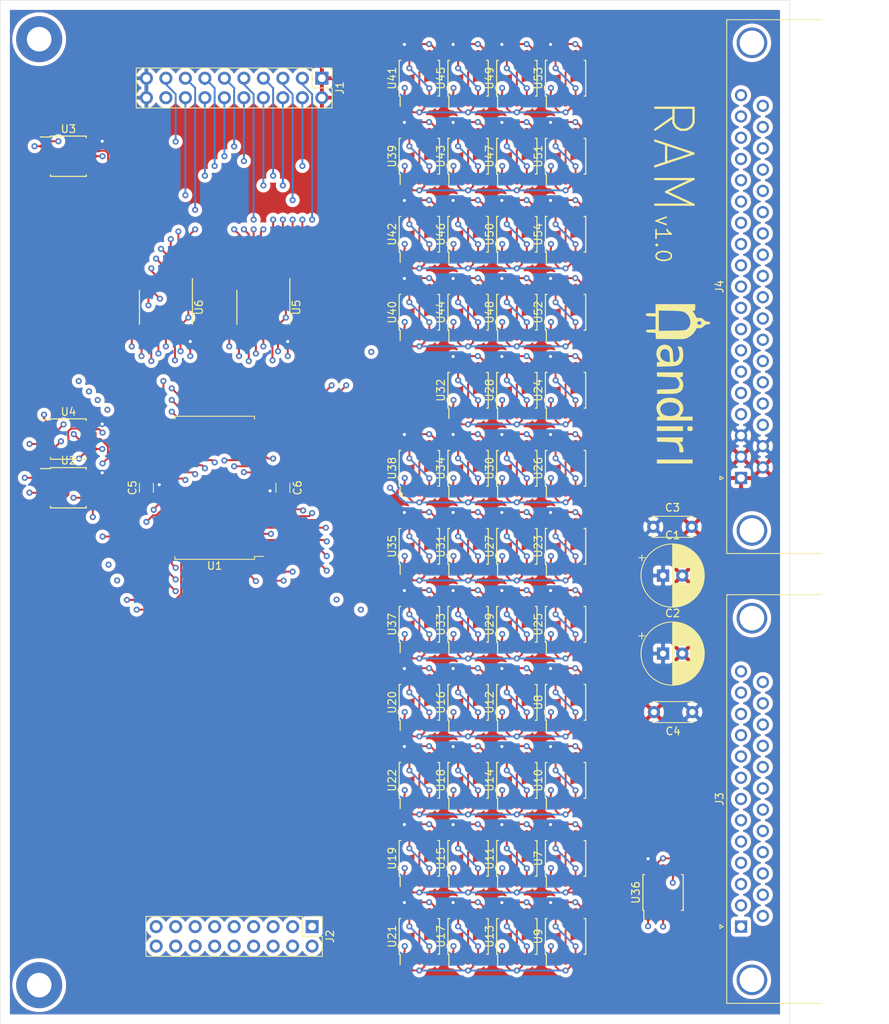
<source format=kicad_pcb>
(kicad_pcb (version 20171130) (host pcbnew 5.1.5-52549c5~84~ubuntu18.04.1)
  (layers (0 F.Cu signal) (1 In1.Cu signal) (2 In2.Cu signal) (31 B.Cu signal) (34 B.Paste user) (35 F.Paste user) (36 B.SilkS user) (37 F.SilkS user) (38 B.Mask user) (39 F.Mask user) (44 Edge.Cuts user))
  (net 0 "")
  (net 1 GND)
  (net 2 +3V3)
  (net 3 addr_1)
  (net 4 addr_3)
  (net 5 addr_5)
  (net 6 addr_7)
  (net 7 addr_9)
  (net 8 addr_11)
  (net 9 addr_13)
  (net 10 addr_0)
  (net 11 addr_2)
  (net 12 addr_4)
  (net 13 addr_6)
  (net 14 addr_8)
  (net 15 addr_10)
  (net 16 addr_12)
  (net 17 addr_14)
  (net 18 load)
  (net 19 a14)
  (net 20 a13)
  (net 21 a12)
  (net 22 a11)
  (net 23 a10)
  (net 24 a9)
  (net 25 a8)
  (net 26 a7)
  (net 27 a6)
  (net 28 a5)
  (net 29 a4)
  (net 30 a3)
  (net 31 a2)
  (net 32 a1)
  (net 33 a0)
  (net 34 clk_b)
  (net 35 clk_a)
  (net 36 io_15)
  (net 37 io_14)
  (net 38 io_13)
  (net 39 io_12)
  (net 40 io_11)
  (net 41 io_10)
  (net 42 io_9)
  (net 43 io_8)
  (net 44 io_7)
  (net 45 io_6)
  (net 46 io_5)
  (net 47 io_4)
  (net 48 io_3)
  (net 49 io_2)
  (net 50 io_1)
  (net 51 io_0)
  (net 52 out_14)
  (net 53 out_12)
  (net 54 out_10)
  (net 55 out_8)
  (net 56 out_6)
  (net 57 out_4)
  (net 58 out_2)
  (net 59 out_0)
  (net 60 "Net-(J3-Pad16)")
  (net 61 "Net-(J3-Pad15)")
  (net 62 "Net-(J3-Pad14)")
  (net 63 out_15)
  (net 64 out_13)
  (net 65 out_11)
  (net 66 out_9)
  (net 67 out_7)
  (net 68 out_5)
  (net 69 out_3)
  (net 70 out_1)
  (net 71 load_in)
  (net 72 "Net-(J3-Pad3)")
  (net 73 "Net-(J3-Pad2)")
  (net 74 "Net-(J3-Pad1)")
  (net 75 in_1)
  (net 76 in_3)
  (net 77 in_5)
  (net 78 in_7)
  (net 79 in_9)
  (net 80 in_11)
  (net 81 in_13)
  (net 82 in_15)
  (net 83 in_0)
  (net 84 in_2)
  (net 85 in_4)
  (net 86 in_6)
  (net 87 in_8)
  (net 88 in_10)
  (net 89 in_12)
  (net 90 in_14)
  (net 91 "Net-(J4-Pad11)")
  (net 92 ram_oe)
  (net 93 "Net-(U1-Pad28)")
  (net 94 "Net-(U1-Pad23)")
  (net 95 "Net-(U1-Pad22)")
  (net 96 ram_we)
  (net 97 "Net-(U2-Pad12)")
  (net 98 "Net-(U2-Pad10)")
  (net 99 "Net-(U2-Pad8)")
  (net 100 /not_a14)
  (net 101 "Net-(U3-Pad12)")
  (net 102 inbuf_en)
  (net 103 "Net-(U3-Pad10)")
  (net 104 "Net-(U3-Pad6)")
  (net 105 "Net-(U3-Pad5)")
  (net 106 "Net-(U3-Pad4)")
  (net 107 latch_en)
  (net 108 "Net-(U4-Pad10)")
  (net 109 /input_latch/out7)
  (net 110 /input_latch/out6)
  (net 111 /input_latch/out5)
  (net 112 /input_latch/out4)
  (net 113 /input_latch/out3)
  (net 114 /input_latch/out2)
  (net 115 /input_latch/out1)
  (net 116 /input_latch/out0)
  (net 117 /input_latch/out15)
  (net 118 /input_latch/out14)
  (net 119 /input_latch/out13)
  (net 120 /input_latch/out12)
  (net 121 /input_latch/out11)
  (net 122 /input_latch/out10)
  (net 123 /input_latch/out9)
  (net 124 /input_latch/out8)
  (net 125 "Net-(U7-Pad13)")
  (net 126 "Net-(U7-Pad10)")
  (net 127 "Net-(U7-Pad3)")
  (net 128 "Net-(U8-Pad13)")
  (net 129 "Net-(U8-Pad10)")
  (net 130 "Net-(U8-Pad3)")
  (net 131 "Net-(U9-Pad13)")
  (net 132 "Net-(U9-Pad10)")
  (net 133 "Net-(U9-Pad3)")
  (net 134 "Net-(U10-Pad13)")
  (net 135 "Net-(U10-Pad10)")
  (net 136 "Net-(U10-Pad3)")
  (net 137 "Net-(U11-Pad13)")
  (net 138 "Net-(U11-Pad10)")
  (net 139 "Net-(U11-Pad3)")
  (net 140 "Net-(U12-Pad13)")
  (net 141 "Net-(U12-Pad10)")
  (net 142 "Net-(U12-Pad3)")
  (net 143 "Net-(U13-Pad13)")
  (net 144 "Net-(U13-Pad10)")
  (net 145 "Net-(U13-Pad3)")
  (net 146 "Net-(U14-Pad13)")
  (net 147 "Net-(U14-Pad10)")
  (net 148 "Net-(U14-Pad3)")
  (net 149 "Net-(U15-Pad13)")
  (net 150 "Net-(U15-Pad10)")
  (net 151 "Net-(U15-Pad3)")
  (net 152 "Net-(U16-Pad13)")
  (net 153 "Net-(U16-Pad10)")
  (net 154 "Net-(U16-Pad3)")
  (net 155 "Net-(U17-Pad13)")
  (net 156 "Net-(U17-Pad10)")
  (net 157 "Net-(U17-Pad3)")
  (net 158 "Net-(U18-Pad13)")
  (net 159 "Net-(U18-Pad10)")
  (net 160 "Net-(U18-Pad3)")
  (net 161 "Net-(U19-Pad13)")
  (net 162 "Net-(U19-Pad10)")
  (net 163 "Net-(U19-Pad3)")
  (net 164 "Net-(U20-Pad13)")
  (net 165 "Net-(U20-Pad10)")
  (net 166 "Net-(U20-Pad3)")
  (net 167 "Net-(U21-Pad13)")
  (net 168 "Net-(U21-Pad10)")
  (net 169 "Net-(U21-Pad3)")
  (net 170 "Net-(U22-Pad13)")
  (net 171 "Net-(U22-Pad10)")
  (net 172 "Net-(U22-Pad3)")
  (net 173 "Net-(U23-Pad13)")
  (net 174 "Net-(U23-Pad10)")
  (net 175 "Net-(U23-Pad3)")
  (net 176 "Net-(U24-Pad13)")
  (net 177 "Net-(U24-Pad10)")
  (net 178 "Net-(U24-Pad3)")
  (net 179 "Net-(U25-Pad13)")
  (net 180 "Net-(U25-Pad10)")
  (net 181 "Net-(U25-Pad3)")
  (net 182 "Net-(U26-Pad13)")
  (net 183 "Net-(U26-Pad10)")
  (net 184 "Net-(U26-Pad3)")
  (net 185 "Net-(U27-Pad13)")
  (net 186 "Net-(U27-Pad10)")
  (net 187 "Net-(U27-Pad3)")
  (net 188 "Net-(U28-Pad13)")
  (net 189 "Net-(U28-Pad10)")
  (net 190 "Net-(U28-Pad3)")
  (net 191 "Net-(U29-Pad13)")
  (net 192 "Net-(U29-Pad10)")
  (net 193 "Net-(U29-Pad3)")
  (net 194 "Net-(U30-Pad13)")
  (net 195 "Net-(U30-Pad10)")
  (net 196 "Net-(U30-Pad3)")
  (net 197 "Net-(U31-Pad13)")
  (net 198 "Net-(U31-Pad10)")
  (net 199 "Net-(U31-Pad3)")
  (net 200 "Net-(U32-Pad13)")
  (net 201 "Net-(U32-Pad10)")
  (net 202 "Net-(U32-Pad3)")
  (net 203 "Net-(U33-Pad13)")
  (net 204 "Net-(U33-Pad10)")
  (net 205 "Net-(U33-Pad3)")
  (net 206 "Net-(U34-Pad13)")
  (net 207 "Net-(U34-Pad10)")
  (net 208 "Net-(U34-Pad3)")
  (net 209 "Net-(U35-Pad13)")
  (net 210 "Net-(U35-Pad10)")
  (net 211 "Net-(U35-Pad3)")
  (net 212 "Net-(U36-Pad13)")
  (net 213 "Net-(U36-Pad10)")
  (net 214 "Net-(U36-Pad3)")
  (net 215 "Net-(U37-Pad13)")
  (net 216 "Net-(U37-Pad10)")
  (net 217 "Net-(U37-Pad3)")
  (net 218 "Net-(U38-Pad13)")
  (net 219 "Net-(U38-Pad10)")
  (net 220 "Net-(U38-Pad3)")
  (net 221 "Net-(U39-Pad13)")
  (net 222 "Net-(U39-Pad10)")
  (net 223 "Net-(U39-Pad3)")
  (net 224 "Net-(U40-Pad13)")
  (net 225 "Net-(U40-Pad10)")
  (net 226 "Net-(U40-Pad3)")
  (net 227 "Net-(U41-Pad13)")
  (net 228 "Net-(U41-Pad10)")
  (net 229 "Net-(U41-Pad3)")
  (net 230 "Net-(U42-Pad13)")
  (net 231 "Net-(U42-Pad10)")
  (net 232 "Net-(U42-Pad3)")
  (net 233 "Net-(U43-Pad13)")
  (net 234 "Net-(U43-Pad10)")
  (net 235 "Net-(U43-Pad3)")
  (net 236 "Net-(U44-Pad13)")
  (net 237 "Net-(U44-Pad10)")
  (net 238 "Net-(U44-Pad3)")
  (net 239 "Net-(U45-Pad13)")
  (net 240 "Net-(U45-Pad10)")
  (net 241 "Net-(U45-Pad3)")
  (net 242 "Net-(U46-Pad13)")
  (net 243 "Net-(U46-Pad10)")
  (net 244 "Net-(U46-Pad3)")
  (net 245 "Net-(U47-Pad13)")
  (net 246 "Net-(U47-Pad10)")
  (net 247 "Net-(U47-Pad3)")
  (net 248 "Net-(U48-Pad13)")
  (net 249 "Net-(U48-Pad10)")
  (net 250 "Net-(U48-Pad3)")
  (net 251 "Net-(U49-Pad13)")
  (net 252 "Net-(U49-Pad10)")
  (net 253 "Net-(U49-Pad3)")
  (net 254 "Net-(U50-Pad13)")
  (net 255 "Net-(U50-Pad10)")
  (net 256 "Net-(U50-Pad3)")
  (net 257 "Net-(U51-Pad13)")
  (net 258 "Net-(U51-Pad10)")
  (net 259 "Net-(U51-Pad3)")
  (net 260 "Net-(U52-Pad13)")
  (net 261 "Net-(U52-Pad10)")
  (net 262 "Net-(U52-Pad3)")
  (net 263 "Net-(U53-Pad13)")
  (net 264 "Net-(U53-Pad10)")
  (net 265 "Net-(U53-Pad3)")
  (net 266 "Net-(U54-Pad13)")
  (net 267 "Net-(U54-Pad10)")
  (net 268 "Net-(U54-Pad3)")
  (module "nandirl logo:logo_sm" (layer F.Cu) (at 225.425 15.875 270)
    (fp_text reference G*** hide)
    (fp_text value LOGO hide)
  )
  (module Connector_Dsub:DSUB-37_Male_Horizontal_P2.77x2.84mm_EdgePinOffset7.70mm_Housed_MountingHolesOffset9.12mm (layer F.Cu) (at 233.68 27.94 90)
    (fp_text reference J4 (at 24.93 -2.8 90) (layer F.SilkS))
    (fp_text value DB37_Male)
    (pad 0 thru_hole circle (at 56.68 1.42 90) (size 4 4) (drill 3.2) (layers *.Cu *.Mask))
    (pad 0 thru_hole circle (at -6.82 1.42 90) (size 4 4) (drill 3.2) (layers *.Cu *.Mask))
    (pad 37 thru_hole circle (at 48.475 2.84 90) (size 1.6 1.6) (drill 1) (layers *.Cu *.Mask) (net 75 in_1))
    (pad 36 thru_hole circle (at 45.705 2.84 90) (size 1.6 1.6) (drill 1) (layers *.Cu *.Mask) (net 76 in_3))
    (pad 35 thru_hole circle (at 42.935 2.84 90) (size 1.6 1.6) (drill 1) (layers *.Cu *.Mask) (net 77 in_5))
    (pad 34 thru_hole circle (at 40.165 2.84 90) (size 1.6 1.6) (drill 1) (layers *.Cu *.Mask) (net 78 in_7))
    (pad 33 thru_hole circle (at 37.395 2.84 90) (size 1.6 1.6) (drill 1) (layers *.Cu *.Mask) (net 79 in_9))
    (pad 32 thru_hole circle (at 34.625 2.84 90) (size 1.6 1.6) (drill 1) (layers *.Cu *.Mask) (net 80 in_11))
    (pad 31 thru_hole circle (at 31.855 2.84 90) (size 1.6 1.6) (drill 1) (layers *.Cu *.Mask) (net 81 in_13))
    (pad 30 thru_hole circle (at 29.085 2.84 90) (size 1.6 1.6) (drill 1) (layers *.Cu *.Mask) (net 82 in_15))
    (pad 29 thru_hole circle (at 26.315 2.84 90) (size 1.6 1.6) (drill 1) (layers *.Cu *.Mask) (net 17 addr_14))
    (pad 28 thru_hole circle (at 23.545 2.84 90) (size 1.6 1.6) (drill 1) (layers *.Cu *.Mask) (net 16 addr_12))
    (pad 27 thru_hole circle (at 20.775 2.84 90) (size 1.6 1.6) (drill 1) (layers *.Cu *.Mask) (net 15 addr_10))
    (pad 26 thru_hole circle (at 18.005 2.84 90) (size 1.6 1.6) (drill 1) (layers *.Cu *.Mask) (net 14 addr_8))
    (pad 25 thru_hole circle (at 15.235 2.84 90) (size 1.6 1.6) (drill 1) (layers *.Cu *.Mask) (net 13 addr_6))
    (pad 24 thru_hole circle (at 12.465 2.84 90) (size 1.6 1.6) (drill 1) (layers *.Cu *.Mask) (net 12 addr_4))
    (pad 23 thru_hole circle (at 9.695 2.84 90) (size 1.6 1.6) (drill 1) (layers *.Cu *.Mask) (net 11 addr_2))
    (pad 22 thru_hole circle (at 6.925 2.84 90) (size 1.6 1.6) (drill 1) (layers *.Cu *.Mask) (net 10 addr_0))
    (pad 21 thru_hole circle (at 4.155 2.84 90) (size 1.6 1.6) (drill 1) (layers *.Cu *.Mask) (net 2 +3V3))
    (pad 20 thru_hole circle (at 1.385 2.84 90) (size 1.6 1.6) (drill 1) (layers *.Cu *.Mask) (net 1 GND))
    (pad 19 thru_hole circle (at 49.86 0 90) (size 1.6 1.6) (drill 1) (layers *.Cu *.Mask) (net 83 in_0))
    (pad 18 thru_hole circle (at 47.09 0 90) (size 1.6 1.6) (drill 1) (layers *.Cu *.Mask) (net 84 in_2))
    (pad 17 thru_hole circle (at 44.32 0 90) (size 1.6 1.6) (drill 1) (layers *.Cu *.Mask) (net 85 in_4))
    (pad 16 thru_hole circle (at 41.55 0 90) (size 1.6 1.6) (drill 1) (layers *.Cu *.Mask) (net 86 in_6))
    (pad 15 thru_hole circle (at 38.78 0 90) (size 1.6 1.6) (drill 1) (layers *.Cu *.Mask) (net 87 in_8))
    (pad 14 thru_hole circle (at 36.01 0 90) (size 1.6 1.6) (drill 1) (layers *.Cu *.Mask) (net 88 in_10))
    (pad 13 thru_hole circle (at 33.24 0 90) (size 1.6 1.6) (drill 1) (layers *.Cu *.Mask) (net 89 in_12))
    (pad 12 thru_hole circle (at 30.47 0 90) (size 1.6 1.6) (drill 1) (layers *.Cu *.Mask) (net 90 in_14))
    (pad 11 thru_hole circle (at 27.7 0 90) (size 1.6 1.6) (drill 1) (layers *.Cu *.Mask) (net 91 "Net-(J4-Pad11)"))
    (pad 10 thru_hole circle (at 24.93 0 90) (size 1.6 1.6) (drill 1) (layers *.Cu *.Mask) (net 9 addr_13))
    (pad 9 thru_hole circle (at 22.16 0 90) (size 1.6 1.6) (drill 1) (layers *.Cu *.Mask) (net 8 addr_11))
    (pad 8 thru_hole circle (at 19.39 0 90) (size 1.6 1.6) (drill 1) (layers *.Cu *.Mask) (net 7 addr_9))
    (pad 7 thru_hole circle (at 16.62 0 90) (size 1.6 1.6) (drill 1) (layers *.Cu *.Mask) (net 6 addr_7))
    (pad 6 thru_hole circle (at 13.85 0 90) (size 1.6 1.6) (drill 1) (layers *.Cu *.Mask) (net 5 addr_5))
    (pad 5 thru_hole circle (at 11.08 0 90) (size 1.6 1.6) (drill 1) (layers *.Cu *.Mask) (net 4 addr_3))
    (pad 4 thru_hole circle (at 8.31 0 90) (size 1.6 1.6) (drill 1) (layers *.Cu *.Mask) (net 3 addr_1))
    (pad 3 thru_hole circle (at 5.54 0 90) (size 1.6 1.6) (drill 1) (layers *.Cu *.Mask) (net 2 +3V3))
    (pad 2 thru_hole circle (at 2.77 0 90) (size 1.6 1.6) (drill 1) (layers *.Cu *.Mask) (net 1 GND))
    (pad 1 thru_hole rect (at 0 0 90) (size 1.6 1.6) (drill 1) (layers *.Cu *.Mask) (net 1 GND))
  )
  (module Connector_Dsub:DSUB-25_Male_Horizontal_P2.77x2.84mm_EdgePinOffset7.70mm_Housed_MountingHolesOffset9.12mm (layer F.Cu) (at 233.68 86.36 90)
    (fp_text reference J3 (at 16.62 -2.8 90) (layer F.SilkS))
    (fp_text value DB25_Male)
    (pad 0 thru_hole circle (at 40.17 1.42 90) (size 4 4) (drill 3.2) (layers *.Cu *.Mask))
    (pad 0 thru_hole circle (at -6.93 1.42 90) (size 4 4) (drill 3.2) (layers *.Cu *.Mask))
    (pad 25 thru_hole circle (at 31.855 2.84 90) (size 1.6 1.6) (drill 1) (layers *.Cu *.Mask) (net 52 out_14))
    (pad 24 thru_hole circle (at 29.085 2.84 90) (size 1.6 1.6) (drill 1) (layers *.Cu *.Mask) (net 53 out_12))
    (pad 23 thru_hole circle (at 26.315 2.84 90) (size 1.6 1.6) (drill 1) (layers *.Cu *.Mask) (net 54 out_10))
    (pad 22 thru_hole circle (at 23.545 2.84 90) (size 1.6 1.6) (drill 1) (layers *.Cu *.Mask) (net 55 out_8))
    (pad 21 thru_hole circle (at 20.775 2.84 90) (size 1.6 1.6) (drill 1) (layers *.Cu *.Mask) (net 56 out_6))
    (pad 20 thru_hole circle (at 18.005 2.84 90) (size 1.6 1.6) (drill 1) (layers *.Cu *.Mask) (net 57 out_4))
    (pad 19 thru_hole circle (at 15.235 2.84 90) (size 1.6 1.6) (drill 1) (layers *.Cu *.Mask) (net 58 out_2))
    (pad 18 thru_hole circle (at 12.465 2.84 90) (size 1.6 1.6) (drill 1) (layers *.Cu *.Mask) (net 59 out_0))
    (pad 17 thru_hole circle (at 9.695 2.84 90) (size 1.6 1.6) (drill 1) (layers *.Cu *.Mask) (net 35 clk_a))
    (pad 16 thru_hole circle (at 6.925 2.84 90) (size 1.6 1.6) (drill 1) (layers *.Cu *.Mask) (net 60 "Net-(J3-Pad16)"))
    (pad 15 thru_hole circle (at 4.155 2.84 90) (size 1.6 1.6) (drill 1) (layers *.Cu *.Mask) (net 61 "Net-(J3-Pad15)"))
    (pad 14 thru_hole circle (at 1.385 2.84 90) (size 1.6 1.6) (drill 1) (layers *.Cu *.Mask) (net 62 "Net-(J3-Pad14)"))
    (pad 13 thru_hole circle (at 33.24 0 90) (size 1.6 1.6) (drill 1) (layers *.Cu *.Mask) (net 63 out_15))
    (pad 12 thru_hole circle (at 30.47 0 90) (size 1.6 1.6) (drill 1) (layers *.Cu *.Mask) (net 64 out_13))
    (pad 11 thru_hole circle (at 27.7 0 90) (size 1.6 1.6) (drill 1) (layers *.Cu *.Mask) (net 65 out_11))
    (pad 10 thru_hole circle (at 24.93 0 90) (size 1.6 1.6) (drill 1) (layers *.Cu *.Mask) (net 66 out_9))
    (pad 9 thru_hole circle (at 22.16 0 90) (size 1.6 1.6) (drill 1) (layers *.Cu *.Mask) (net 67 out_7))
    (pad 8 thru_hole circle (at 19.39 0 90) (size 1.6 1.6) (drill 1) (layers *.Cu *.Mask) (net 68 out_5))
    (pad 7 thru_hole circle (at 16.62 0 90) (size 1.6 1.6) (drill 1) (layers *.Cu *.Mask) (net 69 out_3))
    (pad 6 thru_hole circle (at 13.85 0 90) (size 1.6 1.6) (drill 1) (layers *.Cu *.Mask) (net 70 out_1))
    (pad 5 thru_hole circle (at 11.08 0 90) (size 1.6 1.6) (drill 1) (layers *.Cu *.Mask) (net 34 clk_b))
    (pad 4 thru_hole circle (at 8.31 0 90) (size 1.6 1.6) (drill 1) (layers *.Cu *.Mask) (net 71 load_in))
    (pad 3 thru_hole circle (at 5.54 0 90) (size 1.6 1.6) (drill 1) (layers *.Cu *.Mask) (net 72 "Net-(J3-Pad3)"))
    (pad 2 thru_hole circle (at 2.77 0 90) (size 1.6 1.6) (drill 1) (layers *.Cu *.Mask) (net 73 "Net-(J3-Pad2)"))
    (pad 1 thru_hole rect (at 0 0 90) (size 1.6 1.6) (drill 1) (layers *.Cu *.Mask) (net 74 "Net-(J3-Pad1)"))
  )
  (module Capacitor_SMD:C_1206_3216Metric (layer F.Cu) (at 173.99 29.21 90)
    (fp_text reference C6 (at 0 1.905 90) (layer F.SilkS))
    (fp_text value 0.1uF)
    (pad 2 smd roundrect (at 1.4 0 90) (size 1.25 1.75) (layers F.Cu F.Paste F.Mask) (roundrect_rratio 0.2) (net 1 GND))
    (pad 1 smd roundrect (at -1.4 0 90) (size 1.25 1.75) (layers F.Cu F.Paste F.Mask) (roundrect_rratio 0.2) (net 2 +3V3))
  )
  (module Capacitor_SMD:C_1206_3216Metric (layer F.Cu) (at 156.21 29.21 90)
    (fp_text reference C5 (at 0 -1.82 90) (layer F.SilkS))
    (fp_text value 0.1uF)
    (pad 2 smd roundrect (at 1.4 0 90) (size 1.25 1.75) (layers F.Cu F.Paste F.Mask) (roundrect_rratio 0.2) (net 2 +3V3))
    (pad 1 smd roundrect (at -1.4 0 90) (size 1.25 1.75) (layers F.Cu F.Paste F.Mask) (roundrect_rratio 0.2) (net 1 GND))
  )
  (module Package_SO:TSSOP-14_4.4x5mm_P0.65mm (layer F.Cu) (at 210.82 -3.81 90)
    (fp_text reference U54 (at 0 -3.55 90) (layer F.SilkS))
    (fp_text value SN74ALVC00)
    (pad 14 smd rect (at 2.95 -1.95 90) (size 1.45 0.45) (layers F.Cu F.Paste F.Mask) (net 2 +3V3))
    (pad 13 smd rect (at 2.95 -1.3 90) (size 1.45 0.45) (layers F.Cu F.Paste F.Mask) (net 266 "Net-(U54-Pad13)"))
    (pad 12 smd rect (at 2.95 -0.65 90) (size 1.45 0.45) (layers F.Cu F.Paste F.Mask) (net 121 /input_latch/out11))
    (pad 11 smd rect (at 2.95 0 90) (size 1.45 0.45) (layers F.Cu F.Paste F.Mask) (net 267 "Net-(U54-Pad10)"))
    (pad 10 smd rect (at 2.95 0.65 90) (size 1.45 0.45) (layers F.Cu F.Paste F.Mask) (net 267 "Net-(U54-Pad10)"))
    (pad 9 smd rect (at 2.95 1.3 90) (size 1.45 0.45) (layers F.Cu F.Paste F.Mask) (net 268 "Net-(U54-Pad3)"))
    (pad 8 smd rect (at 2.95 1.95 90) (size 1.45 0.45) (layers F.Cu F.Paste F.Mask) (net 121 /input_latch/out11))
    (pad 7 smd rect (at -2.95 1.95 90) (size 1.45 0.45) (layers F.Cu F.Paste F.Mask) (net 1 GND))
    (pad 6 smd rect (at -2.95 1.3 90) (size 1.45 0.45) (layers F.Cu F.Paste F.Mask) (net 266 "Net-(U54-Pad13)"))
    (pad 5 smd rect (at -2.95 0.65 90) (size 1.45 0.45) (layers F.Cu F.Paste F.Mask) (net 107 latch_en))
    (pad 4 smd rect (at -2.95 0 90) (size 1.45 0.45) (layers F.Cu F.Paste F.Mask) (net 268 "Net-(U54-Pad3)"))
    (pad 3 smd rect (at -2.95 -0.65 90) (size 1.45 0.45) (layers F.Cu F.Paste F.Mask) (net 268 "Net-(U54-Pad3)"))
    (pad 2 smd rect (at -2.95 -1.3 90) (size 1.45 0.45) (layers F.Cu F.Paste F.Mask) (net 107 latch_en))
    (pad 1 smd rect (at -2.95 -1.95 90) (size 1.45 0.45) (layers F.Cu F.Paste F.Mask) (net 80 in_11))
  )
  (module Package_SO:TSSOP-14_4.4x5mm_P0.65mm (layer F.Cu) (at 210.82 -24.13 90)
    (fp_text reference U53 (at 0 -3.55 90) (layer F.SilkS))
    (fp_text value SN74ALVC00)
    (pad 14 smd rect (at 2.95 -1.95 90) (size 1.45 0.45) (layers F.Cu F.Paste F.Mask) (net 2 +3V3))
    (pad 13 smd rect (at 2.95 -1.3 90) (size 1.45 0.45) (layers F.Cu F.Paste F.Mask) (net 263 "Net-(U53-Pad13)"))
    (pad 12 smd rect (at 2.95 -0.65 90) (size 1.45 0.45) (layers F.Cu F.Paste F.Mask) (net 113 /input_latch/out3))
    (pad 11 smd rect (at 2.95 0 90) (size 1.45 0.45) (layers F.Cu F.Paste F.Mask) (net 264 "Net-(U53-Pad10)"))
    (pad 10 smd rect (at 2.95 0.65 90) (size 1.45 0.45) (layers F.Cu F.Paste F.Mask) (net 264 "Net-(U53-Pad10)"))
    (pad 9 smd rect (at 2.95 1.3 90) (size 1.45 0.45) (layers F.Cu F.Paste F.Mask) (net 265 "Net-(U53-Pad3)"))
    (pad 8 smd rect (at 2.95 1.95 90) (size 1.45 0.45) (layers F.Cu F.Paste F.Mask) (net 113 /input_latch/out3))
    (pad 7 smd rect (at -2.95 1.95 90) (size 1.45 0.45) (layers F.Cu F.Paste F.Mask) (net 1 GND))
    (pad 6 smd rect (at -2.95 1.3 90) (size 1.45 0.45) (layers F.Cu F.Paste F.Mask) (net 263 "Net-(U53-Pad13)"))
    (pad 5 smd rect (at -2.95 0.65 90) (size 1.45 0.45) (layers F.Cu F.Paste F.Mask) (net 107 latch_en))
    (pad 4 smd rect (at -2.95 0 90) (size 1.45 0.45) (layers F.Cu F.Paste F.Mask) (net 265 "Net-(U53-Pad3)"))
    (pad 3 smd rect (at -2.95 -0.65 90) (size 1.45 0.45) (layers F.Cu F.Paste F.Mask) (net 265 "Net-(U53-Pad3)"))
    (pad 2 smd rect (at -2.95 -1.3 90) (size 1.45 0.45) (layers F.Cu F.Paste F.Mask) (net 107 latch_en))
    (pad 1 smd rect (at -2.95 -1.95 90) (size 1.45 0.45) (layers F.Cu F.Paste F.Mask) (net 76 in_3))
  )
  (module Package_SO:TSSOP-14_4.4x5mm_P0.65mm (layer F.Cu) (at 210.82 6.35 90)
    (fp_text reference U52 (at 0 -3.55 90) (layer F.SilkS))
    (fp_text value SN74ALVC00)
    (pad 14 smd rect (at 2.95 -1.95 90) (size 1.45 0.45) (layers F.Cu F.Paste F.Mask) (net 2 +3V3))
    (pad 13 smd rect (at 2.95 -1.3 90) (size 1.45 0.45) (layers F.Cu F.Paste F.Mask) (net 260 "Net-(U52-Pad13)"))
    (pad 12 smd rect (at 2.95 -0.65 90) (size 1.45 0.45) (layers F.Cu F.Paste F.Mask) (net 117 /input_latch/out15))
    (pad 11 smd rect (at 2.95 0 90) (size 1.45 0.45) (layers F.Cu F.Paste F.Mask) (net 261 "Net-(U52-Pad10)"))
    (pad 10 smd rect (at 2.95 0.65 90) (size 1.45 0.45) (layers F.Cu F.Paste F.Mask) (net 261 "Net-(U52-Pad10)"))
    (pad 9 smd rect (at 2.95 1.3 90) (size 1.45 0.45) (layers F.Cu F.Paste F.Mask) (net 262 "Net-(U52-Pad3)"))
    (pad 8 smd rect (at 2.95 1.95 90) (size 1.45 0.45) (layers F.Cu F.Paste F.Mask) (net 117 /input_latch/out15))
    (pad 7 smd rect (at -2.95 1.95 90) (size 1.45 0.45) (layers F.Cu F.Paste F.Mask) (net 1 GND))
    (pad 6 smd rect (at -2.95 1.3 90) (size 1.45 0.45) (layers F.Cu F.Paste F.Mask) (net 260 "Net-(U52-Pad13)"))
    (pad 5 smd rect (at -2.95 0.65 90) (size 1.45 0.45) (layers F.Cu F.Paste F.Mask) (net 107 latch_en))
    (pad 4 smd rect (at -2.95 0 90) (size 1.45 0.45) (layers F.Cu F.Paste F.Mask) (net 262 "Net-(U52-Pad3)"))
    (pad 3 smd rect (at -2.95 -0.65 90) (size 1.45 0.45) (layers F.Cu F.Paste F.Mask) (net 262 "Net-(U52-Pad3)"))
    (pad 2 smd rect (at -2.95 -1.3 90) (size 1.45 0.45) (layers F.Cu F.Paste F.Mask) (net 107 latch_en))
    (pad 1 smd rect (at -2.95 -1.95 90) (size 1.45 0.45) (layers F.Cu F.Paste F.Mask) (net 82 in_15))
  )
  (module Package_SO:TSSOP-14_4.4x5mm_P0.65mm (layer F.Cu) (at 210.82 -13.97 90)
    (fp_text reference U51 (at 0 -3.55 90) (layer F.SilkS))
    (fp_text value SN74ALVC00)
    (pad 14 smd rect (at 2.95 -1.95 90) (size 1.45 0.45) (layers F.Cu F.Paste F.Mask) (net 2 +3V3))
    (pad 13 smd rect (at 2.95 -1.3 90) (size 1.45 0.45) (layers F.Cu F.Paste F.Mask) (net 257 "Net-(U51-Pad13)"))
    (pad 12 smd rect (at 2.95 -0.65 90) (size 1.45 0.45) (layers F.Cu F.Paste F.Mask) (net 109 /input_latch/out7))
    (pad 11 smd rect (at 2.95 0 90) (size 1.45 0.45) (layers F.Cu F.Paste F.Mask) (net 258 "Net-(U51-Pad10)"))
    (pad 10 smd rect (at 2.95 0.65 90) (size 1.45 0.45) (layers F.Cu F.Paste F.Mask) (net 258 "Net-(U51-Pad10)"))
    (pad 9 smd rect (at 2.95 1.3 90) (size 1.45 0.45) (layers F.Cu F.Paste F.Mask) (net 259 "Net-(U51-Pad3)"))
    (pad 8 smd rect (at 2.95 1.95 90) (size 1.45 0.45) (layers F.Cu F.Paste F.Mask) (net 109 /input_latch/out7))
    (pad 7 smd rect (at -2.95 1.95 90) (size 1.45 0.45) (layers F.Cu F.Paste F.Mask) (net 1 GND))
    (pad 6 smd rect (at -2.95 1.3 90) (size 1.45 0.45) (layers F.Cu F.Paste F.Mask) (net 257 "Net-(U51-Pad13)"))
    (pad 5 smd rect (at -2.95 0.65 90) (size 1.45 0.45) (layers F.Cu F.Paste F.Mask) (net 107 latch_en))
    (pad 4 smd rect (at -2.95 0 90) (size 1.45 0.45) (layers F.Cu F.Paste F.Mask) (net 259 "Net-(U51-Pad3)"))
    (pad 3 smd rect (at -2.95 -0.65 90) (size 1.45 0.45) (layers F.Cu F.Paste F.Mask) (net 259 "Net-(U51-Pad3)"))
    (pad 2 smd rect (at -2.95 -1.3 90) (size 1.45 0.45) (layers F.Cu F.Paste F.Mask) (net 107 latch_en))
    (pad 1 smd rect (at -2.95 -1.95 90) (size 1.45 0.45) (layers F.Cu F.Paste F.Mask) (net 78 in_7))
  )
  (module Package_SO:TSSOP-14_4.4x5mm_P0.65mm (layer F.Cu) (at 204.47 -3.81 90)
    (fp_text reference U50 (at 0 -3.55 90) (layer F.SilkS))
    (fp_text value SN74ALVC00)
    (pad 14 smd rect (at 2.95 -1.95 90) (size 1.45 0.45) (layers F.Cu F.Paste F.Mask) (net 2 +3V3))
    (pad 13 smd rect (at 2.95 -1.3 90) (size 1.45 0.45) (layers F.Cu F.Paste F.Mask) (net 254 "Net-(U50-Pad13)"))
    (pad 12 smd rect (at 2.95 -0.65 90) (size 1.45 0.45) (layers F.Cu F.Paste F.Mask) (net 122 /input_latch/out10))
    (pad 11 smd rect (at 2.95 0 90) (size 1.45 0.45) (layers F.Cu F.Paste F.Mask) (net 255 "Net-(U50-Pad10)"))
    (pad 10 smd rect (at 2.95 0.65 90) (size 1.45 0.45) (layers F.Cu F.Paste F.Mask) (net 255 "Net-(U50-Pad10)"))
    (pad 9 smd rect (at 2.95 1.3 90) (size 1.45 0.45) (layers F.Cu F.Paste F.Mask) (net 256 "Net-(U50-Pad3)"))
    (pad 8 smd rect (at 2.95 1.95 90) (size 1.45 0.45) (layers F.Cu F.Paste F.Mask) (net 122 /input_latch/out10))
    (pad 7 smd rect (at -2.95 1.95 90) (size 1.45 0.45) (layers F.Cu F.Paste F.Mask) (net 1 GND))
    (pad 6 smd rect (at -2.95 1.3 90) (size 1.45 0.45) (layers F.Cu F.Paste F.Mask) (net 254 "Net-(U50-Pad13)"))
    (pad 5 smd rect (at -2.95 0.65 90) (size 1.45 0.45) (layers F.Cu F.Paste F.Mask) (net 107 latch_en))
    (pad 4 smd rect (at -2.95 0 90) (size 1.45 0.45) (layers F.Cu F.Paste F.Mask) (net 256 "Net-(U50-Pad3)"))
    (pad 3 smd rect (at -2.95 -0.65 90) (size 1.45 0.45) (layers F.Cu F.Paste F.Mask) (net 256 "Net-(U50-Pad3)"))
    (pad 2 smd rect (at -2.95 -1.3 90) (size 1.45 0.45) (layers F.Cu F.Paste F.Mask) (net 107 latch_en))
    (pad 1 smd rect (at -2.95 -1.95 90) (size 1.45 0.45) (layers F.Cu F.Paste F.Mask) (net 88 in_10))
  )
  (module Package_SO:TSSOP-14_4.4x5mm_P0.65mm (layer F.Cu) (at 204.47 -24.13 90)
    (fp_text reference U49 (at 0 -3.55 90) (layer F.SilkS))
    (fp_text value SN74ALVC00)
    (pad 14 smd rect (at 2.95 -1.95 90) (size 1.45 0.45) (layers F.Cu F.Paste F.Mask) (net 2 +3V3))
    (pad 13 smd rect (at 2.95 -1.3 90) (size 1.45 0.45) (layers F.Cu F.Paste F.Mask) (net 251 "Net-(U49-Pad13)"))
    (pad 12 smd rect (at 2.95 -0.65 90) (size 1.45 0.45) (layers F.Cu F.Paste F.Mask) (net 114 /input_latch/out2))
    (pad 11 smd rect (at 2.95 0 90) (size 1.45 0.45) (layers F.Cu F.Paste F.Mask) (net 252 "Net-(U49-Pad10)"))
    (pad 10 smd rect (at 2.95 0.65 90) (size 1.45 0.45) (layers F.Cu F.Paste F.Mask) (net 252 "Net-(U49-Pad10)"))
    (pad 9 smd rect (at 2.95 1.3 90) (size 1.45 0.45) (layers F.Cu F.Paste F.Mask) (net 253 "Net-(U49-Pad3)"))
    (pad 8 smd rect (at 2.95 1.95 90) (size 1.45 0.45) (layers F.Cu F.Paste F.Mask) (net 114 /input_latch/out2))
    (pad 7 smd rect (at -2.95 1.95 90) (size 1.45 0.45) (layers F.Cu F.Paste F.Mask) (net 1 GND))
    (pad 6 smd rect (at -2.95 1.3 90) (size 1.45 0.45) (layers F.Cu F.Paste F.Mask) (net 251 "Net-(U49-Pad13)"))
    (pad 5 smd rect (at -2.95 0.65 90) (size 1.45 0.45) (layers F.Cu F.Paste F.Mask) (net 107 latch_en))
    (pad 4 smd rect (at -2.95 0 90) (size 1.45 0.45) (layers F.Cu F.Paste F.Mask) (net 253 "Net-(U49-Pad3)"))
    (pad 3 smd rect (at -2.95 -0.65 90) (size 1.45 0.45) (layers F.Cu F.Paste F.Mask) (net 253 "Net-(U49-Pad3)"))
    (pad 2 smd rect (at -2.95 -1.3 90) (size 1.45 0.45) (layers F.Cu F.Paste F.Mask) (net 107 latch_en))
    (pad 1 smd rect (at -2.95 -1.95 90) (size 1.45 0.45) (layers F.Cu F.Paste F.Mask) (net 84 in_2))
  )
  (module Package_SO:TSSOP-14_4.4x5mm_P0.65mm (layer F.Cu) (at 204.47 6.35 90)
    (fp_text reference U48 (at 0 -3.55 90) (layer F.SilkS))
    (fp_text value SN74ALVC00)
    (pad 14 smd rect (at 2.95 -1.95 90) (size 1.45 0.45) (layers F.Cu F.Paste F.Mask) (net 2 +3V3))
    (pad 13 smd rect (at 2.95 -1.3 90) (size 1.45 0.45) (layers F.Cu F.Paste F.Mask) (net 248 "Net-(U48-Pad13)"))
    (pad 12 smd rect (at 2.95 -0.65 90) (size 1.45 0.45) (layers F.Cu F.Paste F.Mask) (net 118 /input_latch/out14))
    (pad 11 smd rect (at 2.95 0 90) (size 1.45 0.45) (layers F.Cu F.Paste F.Mask) (net 249 "Net-(U48-Pad10)"))
    (pad 10 smd rect (at 2.95 0.65 90) (size 1.45 0.45) (layers F.Cu F.Paste F.Mask) (net 249 "Net-(U48-Pad10)"))
    (pad 9 smd rect (at 2.95 1.3 90) (size 1.45 0.45) (layers F.Cu F.Paste F.Mask) (net 250 "Net-(U48-Pad3)"))
    (pad 8 smd rect (at 2.95 1.95 90) (size 1.45 0.45) (layers F.Cu F.Paste F.Mask) (net 118 /input_latch/out14))
    (pad 7 smd rect (at -2.95 1.95 90) (size 1.45 0.45) (layers F.Cu F.Paste F.Mask) (net 1 GND))
    (pad 6 smd rect (at -2.95 1.3 90) (size 1.45 0.45) (layers F.Cu F.Paste F.Mask) (net 248 "Net-(U48-Pad13)"))
    (pad 5 smd rect (at -2.95 0.65 90) (size 1.45 0.45) (layers F.Cu F.Paste F.Mask) (net 107 latch_en))
    (pad 4 smd rect (at -2.95 0 90) (size 1.45 0.45) (layers F.Cu F.Paste F.Mask) (net 250 "Net-(U48-Pad3)"))
    (pad 3 smd rect (at -2.95 -0.65 90) (size 1.45 0.45) (layers F.Cu F.Paste F.Mask) (net 250 "Net-(U48-Pad3)"))
    (pad 2 smd rect (at -2.95 -1.3 90) (size 1.45 0.45) (layers F.Cu F.Paste F.Mask) (net 107 latch_en))
    (pad 1 smd rect (at -2.95 -1.95 90) (size 1.45 0.45) (layers F.Cu F.Paste F.Mask) (net 90 in_14))
  )
  (module Package_SO:TSSOP-14_4.4x5mm_P0.65mm (layer F.Cu) (at 204.47 -13.97 90)
    (fp_text reference U47 (at 0 -3.55 90) (layer F.SilkS))
    (fp_text value SN74ALVC00)
    (pad 14 smd rect (at 2.95 -1.95 90) (size 1.45 0.45) (layers F.Cu F.Paste F.Mask) (net 2 +3V3))
    (pad 13 smd rect (at 2.95 -1.3 90) (size 1.45 0.45) (layers F.Cu F.Paste F.Mask) (net 245 "Net-(U47-Pad13)"))
    (pad 12 smd rect (at 2.95 -0.65 90) (size 1.45 0.45) (layers F.Cu F.Paste F.Mask) (net 110 /input_latch/out6))
    (pad 11 smd rect (at 2.95 0 90) (size 1.45 0.45) (layers F.Cu F.Paste F.Mask) (net 246 "Net-(U47-Pad10)"))
    (pad 10 smd rect (at 2.95 0.65 90) (size 1.45 0.45) (layers F.Cu F.Paste F.Mask) (net 246 "Net-(U47-Pad10)"))
    (pad 9 smd rect (at 2.95 1.3 90) (size 1.45 0.45) (layers F.Cu F.Paste F.Mask) (net 247 "Net-(U47-Pad3)"))
    (pad 8 smd rect (at 2.95 1.95 90) (size 1.45 0.45) (layers F.Cu F.Paste F.Mask) (net 110 /input_latch/out6))
    (pad 7 smd rect (at -2.95 1.95 90) (size 1.45 0.45) (layers F.Cu F.Paste F.Mask) (net 1 GND))
    (pad 6 smd rect (at -2.95 1.3 90) (size 1.45 0.45) (layers F.Cu F.Paste F.Mask) (net 245 "Net-(U47-Pad13)"))
    (pad 5 smd rect (at -2.95 0.65 90) (size 1.45 0.45) (layers F.Cu F.Paste F.Mask) (net 107 latch_en))
    (pad 4 smd rect (at -2.95 0 90) (size 1.45 0.45) (layers F.Cu F.Paste F.Mask) (net 247 "Net-(U47-Pad3)"))
    (pad 3 smd rect (at -2.95 -0.65 90) (size 1.45 0.45) (layers F.Cu F.Paste F.Mask) (net 247 "Net-(U47-Pad3)"))
    (pad 2 smd rect (at -2.95 -1.3 90) (size 1.45 0.45) (layers F.Cu F.Paste F.Mask) (net 107 latch_en))
    (pad 1 smd rect (at -2.95 -1.95 90) (size 1.45 0.45) (layers F.Cu F.Paste F.Mask) (net 86 in_6))
  )
  (module Package_SO:TSSOP-14_4.4x5mm_P0.65mm (layer F.Cu) (at 198.12 -3.81 90)
    (fp_text reference U46 (at 0 -3.55 90) (layer F.SilkS))
    (fp_text value SN74ALVC00)
    (pad 14 smd rect (at 2.95 -1.95 90) (size 1.45 0.45) (layers F.Cu F.Paste F.Mask) (net 2 +3V3))
    (pad 13 smd rect (at 2.95 -1.3 90) (size 1.45 0.45) (layers F.Cu F.Paste F.Mask) (net 242 "Net-(U46-Pad13)"))
    (pad 12 smd rect (at 2.95 -0.65 90) (size 1.45 0.45) (layers F.Cu F.Paste F.Mask) (net 123 /input_latch/out9))
    (pad 11 smd rect (at 2.95 0 90) (size 1.45 0.45) (layers F.Cu F.Paste F.Mask) (net 243 "Net-(U46-Pad10)"))
    (pad 10 smd rect (at 2.95 0.65 90) (size 1.45 0.45) (layers F.Cu F.Paste F.Mask) (net 243 "Net-(U46-Pad10)"))
    (pad 9 smd rect (at 2.95 1.3 90) (size 1.45 0.45) (layers F.Cu F.Paste F.Mask) (net 244 "Net-(U46-Pad3)"))
    (pad 8 smd rect (at 2.95 1.95 90) (size 1.45 0.45) (layers F.Cu F.Paste F.Mask) (net 123 /input_latch/out9))
    (pad 7 smd rect (at -2.95 1.95 90) (size 1.45 0.45) (layers F.Cu F.Paste F.Mask) (net 1 GND))
    (pad 6 smd rect (at -2.95 1.3 90) (size 1.45 0.45) (layers F.Cu F.Paste F.Mask) (net 242 "Net-(U46-Pad13)"))
    (pad 5 smd rect (at -2.95 0.65 90) (size 1.45 0.45) (layers F.Cu F.Paste F.Mask) (net 107 latch_en))
    (pad 4 smd rect (at -2.95 0 90) (size 1.45 0.45) (layers F.Cu F.Paste F.Mask) (net 244 "Net-(U46-Pad3)"))
    (pad 3 smd rect (at -2.95 -0.65 90) (size 1.45 0.45) (layers F.Cu F.Paste F.Mask) (net 244 "Net-(U46-Pad3)"))
    (pad 2 smd rect (at -2.95 -1.3 90) (size 1.45 0.45) (layers F.Cu F.Paste F.Mask) (net 107 latch_en))
    (pad 1 smd rect (at -2.95 -1.95 90) (size 1.45 0.45) (layers F.Cu F.Paste F.Mask) (net 79 in_9))
  )
  (module Package_SO:TSSOP-14_4.4x5mm_P0.65mm (layer F.Cu) (at 198.12 -24.13 90)
    (fp_text reference U45 (at 0 -3.55 90) (layer F.SilkS))
    (fp_text value SN74ALVC00)
    (pad 14 smd rect (at 2.95 -1.95 90) (size 1.45 0.45) (layers F.Cu F.Paste F.Mask) (net 2 +3V3))
    (pad 13 smd rect (at 2.95 -1.3 90) (size 1.45 0.45) (layers F.Cu F.Paste F.Mask) (net 239 "Net-(U45-Pad13)"))
    (pad 12 smd rect (at 2.95 -0.65 90) (size 1.45 0.45) (layers F.Cu F.Paste F.Mask) (net 115 /input_latch/out1))
    (pad 11 smd rect (at 2.95 0 90) (size 1.45 0.45) (layers F.Cu F.Paste F.Mask) (net 240 "Net-(U45-Pad10)"))
    (pad 10 smd rect (at 2.95 0.65 90) (size 1.45 0.45) (layers F.Cu F.Paste F.Mask) (net 240 "Net-(U45-Pad10)"))
    (pad 9 smd rect (at 2.95 1.3 90) (size 1.45 0.45) (layers F.Cu F.Paste F.Mask) (net 241 "Net-(U45-Pad3)"))
    (pad 8 smd rect (at 2.95 1.95 90) (size 1.45 0.45) (layers F.Cu F.Paste F.Mask) (net 115 /input_latch/out1))
    (pad 7 smd rect (at -2.95 1.95 90) (size 1.45 0.45) (layers F.Cu F.Paste F.Mask) (net 1 GND))
    (pad 6 smd rect (at -2.95 1.3 90) (size 1.45 0.45) (layers F.Cu F.Paste F.Mask) (net 239 "Net-(U45-Pad13)"))
    (pad 5 smd rect (at -2.95 0.65 90) (size 1.45 0.45) (layers F.Cu F.Paste F.Mask) (net 107 latch_en))
    (pad 4 smd rect (at -2.95 0 90) (size 1.45 0.45) (layers F.Cu F.Paste F.Mask) (net 241 "Net-(U45-Pad3)"))
    (pad 3 smd rect (at -2.95 -0.65 90) (size 1.45 0.45) (layers F.Cu F.Paste F.Mask) (net 241 "Net-(U45-Pad3)"))
    (pad 2 smd rect (at -2.95 -1.3 90) (size 1.45 0.45) (layers F.Cu F.Paste F.Mask) (net 107 latch_en))
    (pad 1 smd rect (at -2.95 -1.95 90) (size 1.45 0.45) (layers F.Cu F.Paste F.Mask) (net 75 in_1))
  )
  (module Package_SO:TSSOP-14_4.4x5mm_P0.65mm (layer F.Cu) (at 198.12 6.35 90)
    (fp_text reference U44 (at 0 -3.55 90) (layer F.SilkS))
    (fp_text value SN74ALVC00)
    (pad 14 smd rect (at 2.95 -1.95 90) (size 1.45 0.45) (layers F.Cu F.Paste F.Mask) (net 2 +3V3))
    (pad 13 smd rect (at 2.95 -1.3 90) (size 1.45 0.45) (layers F.Cu F.Paste F.Mask) (net 236 "Net-(U44-Pad13)"))
    (pad 12 smd rect (at 2.95 -0.65 90) (size 1.45 0.45) (layers F.Cu F.Paste F.Mask) (net 119 /input_latch/out13))
    (pad 11 smd rect (at 2.95 0 90) (size 1.45 0.45) (layers F.Cu F.Paste F.Mask) (net 237 "Net-(U44-Pad10)"))
    (pad 10 smd rect (at 2.95 0.65 90) (size 1.45 0.45) (layers F.Cu F.Paste F.Mask) (net 237 "Net-(U44-Pad10)"))
    (pad 9 smd rect (at 2.95 1.3 90) (size 1.45 0.45) (layers F.Cu F.Paste F.Mask) (net 238 "Net-(U44-Pad3)"))
    (pad 8 smd rect (at 2.95 1.95 90) (size 1.45 0.45) (layers F.Cu F.Paste F.Mask) (net 119 /input_latch/out13))
    (pad 7 smd rect (at -2.95 1.95 90) (size 1.45 0.45) (layers F.Cu F.Paste F.Mask) (net 1 GND))
    (pad 6 smd rect (at -2.95 1.3 90) (size 1.45 0.45) (layers F.Cu F.Paste F.Mask) (net 236 "Net-(U44-Pad13)"))
    (pad 5 smd rect (at -2.95 0.65 90) (size 1.45 0.45) (layers F.Cu F.Paste F.Mask) (net 107 latch_en))
    (pad 4 smd rect (at -2.95 0 90) (size 1.45 0.45) (layers F.Cu F.Paste F.Mask) (net 238 "Net-(U44-Pad3)"))
    (pad 3 smd rect (at -2.95 -0.65 90) (size 1.45 0.45) (layers F.Cu F.Paste F.Mask) (net 238 "Net-(U44-Pad3)"))
    (pad 2 smd rect (at -2.95 -1.3 90) (size 1.45 0.45) (layers F.Cu F.Paste F.Mask) (net 107 latch_en))
    (pad 1 smd rect (at -2.95 -1.95 90) (size 1.45 0.45) (layers F.Cu F.Paste F.Mask) (net 81 in_13))
  )
  (module Package_SO:TSSOP-14_4.4x5mm_P0.65mm (layer F.Cu) (at 198.12 -13.97 90)
    (fp_text reference U43 (at 0 -3.55 90) (layer F.SilkS))
    (fp_text value SN74ALVC00)
    (pad 14 smd rect (at 2.95 -1.95 90) (size 1.45 0.45) (layers F.Cu F.Paste F.Mask) (net 2 +3V3))
    (pad 13 smd rect (at 2.95 -1.3 90) (size 1.45 0.45) (layers F.Cu F.Paste F.Mask) (net 233 "Net-(U43-Pad13)"))
    (pad 12 smd rect (at 2.95 -0.65 90) (size 1.45 0.45) (layers F.Cu F.Paste F.Mask) (net 111 /input_latch/out5))
    (pad 11 smd rect (at 2.95 0 90) (size 1.45 0.45) (layers F.Cu F.Paste F.Mask) (net 234 "Net-(U43-Pad10)"))
    (pad 10 smd rect (at 2.95 0.65 90) (size 1.45 0.45) (layers F.Cu F.Paste F.Mask) (net 234 "Net-(U43-Pad10)"))
    (pad 9 smd rect (at 2.95 1.3 90) (size 1.45 0.45) (layers F.Cu F.Paste F.Mask) (net 235 "Net-(U43-Pad3)"))
    (pad 8 smd rect (at 2.95 1.95 90) (size 1.45 0.45) (layers F.Cu F.Paste F.Mask) (net 111 /input_latch/out5))
    (pad 7 smd rect (at -2.95 1.95 90) (size 1.45 0.45) (layers F.Cu F.Paste F.Mask) (net 1 GND))
    (pad 6 smd rect (at -2.95 1.3 90) (size 1.45 0.45) (layers F.Cu F.Paste F.Mask) (net 233 "Net-(U43-Pad13)"))
    (pad 5 smd rect (at -2.95 0.65 90) (size 1.45 0.45) (layers F.Cu F.Paste F.Mask) (net 107 latch_en))
    (pad 4 smd rect (at -2.95 0 90) (size 1.45 0.45) (layers F.Cu F.Paste F.Mask) (net 235 "Net-(U43-Pad3)"))
    (pad 3 smd rect (at -2.95 -0.65 90) (size 1.45 0.45) (layers F.Cu F.Paste F.Mask) (net 235 "Net-(U43-Pad3)"))
    (pad 2 smd rect (at -2.95 -1.3 90) (size 1.45 0.45) (layers F.Cu F.Paste F.Mask) (net 107 latch_en))
    (pad 1 smd rect (at -2.95 -1.95 90) (size 1.45 0.45) (layers F.Cu F.Paste F.Mask) (net 77 in_5))
  )
  (module Package_SO:TSSOP-14_4.4x5mm_P0.65mm (layer F.Cu) (at 191.77 -3.81 90)
    (fp_text reference U42 (at 0 -3.55 90) (layer F.SilkS))
    (fp_text value SN74ALVC00)
    (pad 14 smd rect (at 2.95 -1.95 90) (size 1.45 0.45) (layers F.Cu F.Paste F.Mask) (net 2 +3V3))
    (pad 13 smd rect (at 2.95 -1.3 90) (size 1.45 0.45) (layers F.Cu F.Paste F.Mask) (net 230 "Net-(U42-Pad13)"))
    (pad 12 smd rect (at 2.95 -0.65 90) (size 1.45 0.45) (layers F.Cu F.Paste F.Mask) (net 124 /input_latch/out8))
    (pad 11 smd rect (at 2.95 0 90) (size 1.45 0.45) (layers F.Cu F.Paste F.Mask) (net 231 "Net-(U42-Pad10)"))
    (pad 10 smd rect (at 2.95 0.65 90) (size 1.45 0.45) (layers F.Cu F.Paste F.Mask) (net 231 "Net-(U42-Pad10)"))
    (pad 9 smd rect (at 2.95 1.3 90) (size 1.45 0.45) (layers F.Cu F.Paste F.Mask) (net 232 "Net-(U42-Pad3)"))
    (pad 8 smd rect (at 2.95 1.95 90) (size 1.45 0.45) (layers F.Cu F.Paste F.Mask) (net 124 /input_latch/out8))
    (pad 7 smd rect (at -2.95 1.95 90) (size 1.45 0.45) (layers F.Cu F.Paste F.Mask) (net 1 GND))
    (pad 6 smd rect (at -2.95 1.3 90) (size 1.45 0.45) (layers F.Cu F.Paste F.Mask) (net 230 "Net-(U42-Pad13)"))
    (pad 5 smd rect (at -2.95 0.65 90) (size 1.45 0.45) (layers F.Cu F.Paste F.Mask) (net 107 latch_en))
    (pad 4 smd rect (at -2.95 0 90) (size 1.45 0.45) (layers F.Cu F.Paste F.Mask) (net 232 "Net-(U42-Pad3)"))
    (pad 3 smd rect (at -2.95 -0.65 90) (size 1.45 0.45) (layers F.Cu F.Paste F.Mask) (net 232 "Net-(U42-Pad3)"))
    (pad 2 smd rect (at -2.95 -1.3 90) (size 1.45 0.45) (layers F.Cu F.Paste F.Mask) (net 107 latch_en))
    (pad 1 smd rect (at -2.95 -1.95 90) (size 1.45 0.45) (layers F.Cu F.Paste F.Mask) (net 87 in_8))
  )
  (module Package_SO:TSSOP-14_4.4x5mm_P0.65mm (layer F.Cu) (at 191.77 -24.13 90)
    (fp_text reference U41 (at 0 -3.55 90) (layer F.SilkS))
    (fp_text value SN74ALVC00)
    (pad 14 smd rect (at 2.95 -1.95 90) (size 1.45 0.45) (layers F.Cu F.Paste F.Mask) (net 2 +3V3))
    (pad 13 smd rect (at 2.95 -1.3 90) (size 1.45 0.45) (layers F.Cu F.Paste F.Mask) (net 227 "Net-(U41-Pad13)"))
    (pad 12 smd rect (at 2.95 -0.65 90) (size 1.45 0.45) (layers F.Cu F.Paste F.Mask) (net 116 /input_latch/out0))
    (pad 11 smd rect (at 2.95 0 90) (size 1.45 0.45) (layers F.Cu F.Paste F.Mask) (net 228 "Net-(U41-Pad10)"))
    (pad 10 smd rect (at 2.95 0.65 90) (size 1.45 0.45) (layers F.Cu F.Paste F.Mask) (net 228 "Net-(U41-Pad10)"))
    (pad 9 smd rect (at 2.95 1.3 90) (size 1.45 0.45) (layers F.Cu F.Paste F.Mask) (net 229 "Net-(U41-Pad3)"))
    (pad 8 smd rect (at 2.95 1.95 90) (size 1.45 0.45) (layers F.Cu F.Paste F.Mask) (net 116 /input_latch/out0))
    (pad 7 smd rect (at -2.95 1.95 90) (size 1.45 0.45) (layers F.Cu F.Paste F.Mask) (net 1 GND))
    (pad 6 smd rect (at -2.95 1.3 90) (size 1.45 0.45) (layers F.Cu F.Paste F.Mask) (net 227 "Net-(U41-Pad13)"))
    (pad 5 smd rect (at -2.95 0.65 90) (size 1.45 0.45) (layers F.Cu F.Paste F.Mask) (net 107 latch_en))
    (pad 4 smd rect (at -2.95 0 90) (size 1.45 0.45) (layers F.Cu F.Paste F.Mask) (net 229 "Net-(U41-Pad3)"))
    (pad 3 smd rect (at -2.95 -0.65 90) (size 1.45 0.45) (layers F.Cu F.Paste F.Mask) (net 229 "Net-(U41-Pad3)"))
    (pad 2 smd rect (at -2.95 -1.3 90) (size 1.45 0.45) (layers F.Cu F.Paste F.Mask) (net 107 latch_en))
    (pad 1 smd rect (at -2.95 -1.95 90) (size 1.45 0.45) (layers F.Cu F.Paste F.Mask) (net 83 in_0))
  )
  (module Package_SO:TSSOP-14_4.4x5mm_P0.65mm (layer F.Cu) (at 191.77 6.35 90)
    (fp_text reference U40 (at 0 -3.55 90) (layer F.SilkS))
    (fp_text value SN74ALVC00)
    (pad 14 smd rect (at 2.95 -1.95 90) (size 1.45 0.45) (layers F.Cu F.Paste F.Mask) (net 2 +3V3))
    (pad 13 smd rect (at 2.95 -1.3 90) (size 1.45 0.45) (layers F.Cu F.Paste F.Mask) (net 224 "Net-(U40-Pad13)"))
    (pad 12 smd rect (at 2.95 -0.65 90) (size 1.45 0.45) (layers F.Cu F.Paste F.Mask) (net 120 /input_latch/out12))
    (pad 11 smd rect (at 2.95 0 90) (size 1.45 0.45) (layers F.Cu F.Paste F.Mask) (net 225 "Net-(U40-Pad10)"))
    (pad 10 smd rect (at 2.95 0.65 90) (size 1.45 0.45) (layers F.Cu F.Paste F.Mask) (net 225 "Net-(U40-Pad10)"))
    (pad 9 smd rect (at 2.95 1.3 90) (size 1.45 0.45) (layers F.Cu F.Paste F.Mask) (net 226 "Net-(U40-Pad3)"))
    (pad 8 smd rect (at 2.95 1.95 90) (size 1.45 0.45) (layers F.Cu F.Paste F.Mask) (net 120 /input_latch/out12))
    (pad 7 smd rect (at -2.95 1.95 90) (size 1.45 0.45) (layers F.Cu F.Paste F.Mask) (net 1 GND))
    (pad 6 smd rect (at -2.95 1.3 90) (size 1.45 0.45) (layers F.Cu F.Paste F.Mask) (net 224 "Net-(U40-Pad13)"))
    (pad 5 smd rect (at -2.95 0.65 90) (size 1.45 0.45) (layers F.Cu F.Paste F.Mask) (net 107 latch_en))
    (pad 4 smd rect (at -2.95 0 90) (size 1.45 0.45) (layers F.Cu F.Paste F.Mask) (net 226 "Net-(U40-Pad3)"))
    (pad 3 smd rect (at -2.95 -0.65 90) (size 1.45 0.45) (layers F.Cu F.Paste F.Mask) (net 226 "Net-(U40-Pad3)"))
    (pad 2 smd rect (at -2.95 -1.3 90) (size 1.45 0.45) (layers F.Cu F.Paste F.Mask) (net 107 latch_en))
    (pad 1 smd rect (at -2.95 -1.95 90) (size 1.45 0.45) (layers F.Cu F.Paste F.Mask) (net 89 in_12))
  )
  (module Package_SO:TSSOP-14_4.4x5mm_P0.65mm (layer F.Cu) (at 191.77 -13.97 90)
    (fp_text reference U39 (at 0 -3.55 90) (layer F.SilkS))
    (fp_text value SN74ALVC00)
    (pad 14 smd rect (at 2.95 -1.95 90) (size 1.45 0.45) (layers F.Cu F.Paste F.Mask) (net 2 +3V3))
    (pad 13 smd rect (at 2.95 -1.3 90) (size 1.45 0.45) (layers F.Cu F.Paste F.Mask) (net 221 "Net-(U39-Pad13)"))
    (pad 12 smd rect (at 2.95 -0.65 90) (size 1.45 0.45) (layers F.Cu F.Paste F.Mask) (net 112 /input_latch/out4))
    (pad 11 smd rect (at 2.95 0 90) (size 1.45 0.45) (layers F.Cu F.Paste F.Mask) (net 222 "Net-(U39-Pad10)"))
    (pad 10 smd rect (at 2.95 0.65 90) (size 1.45 0.45) (layers F.Cu F.Paste F.Mask) (net 222 "Net-(U39-Pad10)"))
    (pad 9 smd rect (at 2.95 1.3 90) (size 1.45 0.45) (layers F.Cu F.Paste F.Mask) (net 223 "Net-(U39-Pad3)"))
    (pad 8 smd rect (at 2.95 1.95 90) (size 1.45 0.45) (layers F.Cu F.Paste F.Mask) (net 112 /input_latch/out4))
    (pad 7 smd rect (at -2.95 1.95 90) (size 1.45 0.45) (layers F.Cu F.Paste F.Mask) (net 1 GND))
    (pad 6 smd rect (at -2.95 1.3 90) (size 1.45 0.45) (layers F.Cu F.Paste F.Mask) (net 221 "Net-(U39-Pad13)"))
    (pad 5 smd rect (at -2.95 0.65 90) (size 1.45 0.45) (layers F.Cu F.Paste F.Mask) (net 107 latch_en))
    (pad 4 smd rect (at -2.95 0 90) (size 1.45 0.45) (layers F.Cu F.Paste F.Mask) (net 223 "Net-(U39-Pad3)"))
    (pad 3 smd rect (at -2.95 -0.65 90) (size 1.45 0.45) (layers F.Cu F.Paste F.Mask) (net 223 "Net-(U39-Pad3)"))
    (pad 2 smd rect (at -2.95 -1.3 90) (size 1.45 0.45) (layers F.Cu F.Paste F.Mask) (net 107 latch_en))
    (pad 1 smd rect (at -2.95 -1.95 90) (size 1.45 0.45) (layers F.Cu F.Paste F.Mask) (net 85 in_4))
  )
  (module Package_SO:TSSOP-14_4.4x5mm_P0.65mm (layer F.Cu) (at 191.77 26.67 90)
    (fp_text reference U38 (at 0 -3.55 90) (layer F.SilkS))
    (fp_text value SN74ALVC00)
    (pad 14 smd rect (at 2.95 -1.95 90) (size 1.45 0.45) (layers F.Cu F.Paste F.Mask) (net 2 +3V3))
    (pad 13 smd rect (at 2.95 -1.3 90) (size 1.45 0.45) (layers F.Cu F.Paste F.Mask) (net 218 "Net-(U38-Pad13)"))
    (pad 12 smd rect (at 2.95 -0.65 90) (size 1.45 0.45) (layers F.Cu F.Paste F.Mask) (net 22 a11))
    (pad 11 smd rect (at 2.95 0 90) (size 1.45 0.45) (layers F.Cu F.Paste F.Mask) (net 219 "Net-(U38-Pad10)"))
    (pad 10 smd rect (at 2.95 0.65 90) (size 1.45 0.45) (layers F.Cu F.Paste F.Mask) (net 219 "Net-(U38-Pad10)"))
    (pad 9 smd rect (at 2.95 1.3 90) (size 1.45 0.45) (layers F.Cu F.Paste F.Mask) (net 220 "Net-(U38-Pad3)"))
    (pad 8 smd rect (at 2.95 1.95 90) (size 1.45 0.45) (layers F.Cu F.Paste F.Mask) (net 22 a11))
    (pad 7 smd rect (at -2.95 1.95 90) (size 1.45 0.45) (layers F.Cu F.Paste F.Mask) (net 1 GND))
    (pad 6 smd rect (at -2.95 1.3 90) (size 1.45 0.45) (layers F.Cu F.Paste F.Mask) (net 218 "Net-(U38-Pad13)"))
    (pad 5 smd rect (at -2.95 0.65 90) (size 1.45 0.45) (layers F.Cu F.Paste F.Mask) (net 107 latch_en))
    (pad 4 smd rect (at -2.95 0 90) (size 1.45 0.45) (layers F.Cu F.Paste F.Mask) (net 220 "Net-(U38-Pad3)"))
    (pad 3 smd rect (at -2.95 -0.65 90) (size 1.45 0.45) (layers F.Cu F.Paste F.Mask) (net 220 "Net-(U38-Pad3)"))
    (pad 2 smd rect (at -2.95 -1.3 90) (size 1.45 0.45) (layers F.Cu F.Paste F.Mask) (net 107 latch_en))
    (pad 1 smd rect (at -2.95 -1.95 90) (size 1.45 0.45) (layers F.Cu F.Paste F.Mask) (net 8 addr_11))
  )
  (module Package_SO:TSSOP-14_4.4x5mm_P0.65mm (layer F.Cu) (at 191.77 46.99 90)
    (fp_text reference U37 (at 0 -3.55 90) (layer F.SilkS))
    (fp_text value SN74ALVC00)
    (pad 14 smd rect (at 2.95 -1.95 90) (size 1.45 0.45) (layers F.Cu F.Paste F.Mask) (net 2 +3V3))
    (pad 13 smd rect (at 2.95 -1.3 90) (size 1.45 0.45) (layers F.Cu F.Paste F.Mask) (net 215 "Net-(U37-Pad13)"))
    (pad 12 smd rect (at 2.95 -0.65 90) (size 1.45 0.45) (layers F.Cu F.Paste F.Mask) (net 30 a3))
    (pad 11 smd rect (at 2.95 0 90) (size 1.45 0.45) (layers F.Cu F.Paste F.Mask) (net 216 "Net-(U37-Pad10)"))
    (pad 10 smd rect (at 2.95 0.65 90) (size 1.45 0.45) (layers F.Cu F.Paste F.Mask) (net 216 "Net-(U37-Pad10)"))
    (pad 9 smd rect (at 2.95 1.3 90) (size 1.45 0.45) (layers F.Cu F.Paste F.Mask) (net 217 "Net-(U37-Pad3)"))
    (pad 8 smd rect (at 2.95 1.95 90) (size 1.45 0.45) (layers F.Cu F.Paste F.Mask) (net 30 a3))
    (pad 7 smd rect (at -2.95 1.95 90) (size 1.45 0.45) (layers F.Cu F.Paste F.Mask) (net 1 GND))
    (pad 6 smd rect (at -2.95 1.3 90) (size 1.45 0.45) (layers F.Cu F.Paste F.Mask) (net 215 "Net-(U37-Pad13)"))
    (pad 5 smd rect (at -2.95 0.65 90) (size 1.45 0.45) (layers F.Cu F.Paste F.Mask) (net 107 latch_en))
    (pad 4 smd rect (at -2.95 0 90) (size 1.45 0.45) (layers F.Cu F.Paste F.Mask) (net 217 "Net-(U37-Pad3)"))
    (pad 3 smd rect (at -2.95 -0.65 90) (size 1.45 0.45) (layers F.Cu F.Paste F.Mask) (net 217 "Net-(U37-Pad3)"))
    (pad 2 smd rect (at -2.95 -1.3 90) (size 1.45 0.45) (layers F.Cu F.Paste F.Mask) (net 107 latch_en))
    (pad 1 smd rect (at -2.95 -1.95 90) (size 1.45 0.45) (layers F.Cu F.Paste F.Mask) (net 4 addr_3))
  )
  (module Package_SO:TSSOP-14_4.4x5mm_P0.65mm (layer F.Cu) (at 223.52 81.915 90)
    (fp_text reference U36 (at 0 -3.55 90) (layer F.SilkS))
    (fp_text value SN74ALVC00)
    (pad 14 smd rect (at 2.95 -1.95 90) (size 1.45 0.45) (layers F.Cu F.Paste F.Mask) (net 2 +3V3))
    (pad 13 smd rect (at 2.95 -1.3 90) (size 1.45 0.45) (layers F.Cu F.Paste F.Mask) (net 212 "Net-(U36-Pad13)"))
    (pad 12 smd rect (at 2.95 -0.65 90) (size 1.45 0.45) (layers F.Cu F.Paste F.Mask) (net 18 load))
    (pad 11 smd rect (at 2.95 0 90) (size 1.45 0.45) (layers F.Cu F.Paste F.Mask) (net 213 "Net-(U36-Pad10)"))
    (pad 10 smd rect (at 2.95 0.65 90) (size 1.45 0.45) (layers F.Cu F.Paste F.Mask) (net 213 "Net-(U36-Pad10)"))
    (pad 9 smd rect (at 2.95 1.3 90) (size 1.45 0.45) (layers F.Cu F.Paste F.Mask) (net 214 "Net-(U36-Pad3)"))
    (pad 8 smd rect (at 2.95 1.95 90) (size 1.45 0.45) (layers F.Cu F.Paste F.Mask) (net 18 load))
    (pad 7 smd rect (at -2.95 1.95 90) (size 1.45 0.45) (layers F.Cu F.Paste F.Mask) (net 1 GND))
    (pad 6 smd rect (at -2.95 1.3 90) (size 1.45 0.45) (layers F.Cu F.Paste F.Mask) (net 212 "Net-(U36-Pad13)"))
    (pad 5 smd rect (at -2.95 0.65 90) (size 1.45 0.45) (layers F.Cu F.Paste F.Mask) (net 107 latch_en))
    (pad 4 smd rect (at -2.95 0 90) (size 1.45 0.45) (layers F.Cu F.Paste F.Mask) (net 214 "Net-(U36-Pad3)"))
    (pad 3 smd rect (at -2.95 -0.65 90) (size 1.45 0.45) (layers F.Cu F.Paste F.Mask) (net 214 "Net-(U36-Pad3)"))
    (pad 2 smd rect (at -2.95 -1.3 90) (size 1.45 0.45) (layers F.Cu F.Paste F.Mask) (net 107 latch_en))
    (pad 1 smd rect (at -2.95 -1.95 90) (size 1.45 0.45) (layers F.Cu F.Paste F.Mask) (net 71 load_in))
  )
  (module Package_SO:TSSOP-14_4.4x5mm_P0.65mm (layer F.Cu) (at 191.77 36.83 90)
    (fp_text reference U35 (at 0 -3.55 90) (layer F.SilkS))
    (fp_text value SN74ALVC00)
    (pad 14 smd rect (at 2.95 -1.95 90) (size 1.45 0.45) (layers F.Cu F.Paste F.Mask) (net 2 +3V3))
    (pad 13 smd rect (at 2.95 -1.3 90) (size 1.45 0.45) (layers F.Cu F.Paste F.Mask) (net 209 "Net-(U35-Pad13)"))
    (pad 12 smd rect (at 2.95 -0.65 90) (size 1.45 0.45) (layers F.Cu F.Paste F.Mask) (net 26 a7))
    (pad 11 smd rect (at 2.95 0 90) (size 1.45 0.45) (layers F.Cu F.Paste F.Mask) (net 210 "Net-(U35-Pad10)"))
    (pad 10 smd rect (at 2.95 0.65 90) (size 1.45 0.45) (layers F.Cu F.Paste F.Mask) (net 210 "Net-(U35-Pad10)"))
    (pad 9 smd rect (at 2.95 1.3 90) (size 1.45 0.45) (layers F.Cu F.Paste F.Mask) (net 211 "Net-(U35-Pad3)"))
    (pad 8 smd rect (at 2.95 1.95 90) (size 1.45 0.45) (layers F.Cu F.Paste F.Mask) (net 26 a7))
    (pad 7 smd rect (at -2.95 1.95 90) (size 1.45 0.45) (layers F.Cu F.Paste F.Mask) (net 1 GND))
    (pad 6 smd rect (at -2.95 1.3 90) (size 1.45 0.45) (layers F.Cu F.Paste F.Mask) (net 209 "Net-(U35-Pad13)"))
    (pad 5 smd rect (at -2.95 0.65 90) (size 1.45 0.45) (layers F.Cu F.Paste F.Mask) (net 107 latch_en))
    (pad 4 smd rect (at -2.95 0 90) (size 1.45 0.45) (layers F.Cu F.Paste F.Mask) (net 211 "Net-(U35-Pad3)"))
    (pad 3 smd rect (at -2.95 -0.65 90) (size 1.45 0.45) (layers F.Cu F.Paste F.Mask) (net 211 "Net-(U35-Pad3)"))
    (pad 2 smd rect (at -2.95 -1.3 90) (size 1.45 0.45) (layers F.Cu F.Paste F.Mask) (net 107 latch_en))
    (pad 1 smd rect (at -2.95 -1.95 90) (size 1.45 0.45) (layers F.Cu F.Paste F.Mask) (net 6 addr_7))
  )
  (module Package_SO:TSSOP-14_4.4x5mm_P0.65mm (layer F.Cu) (at 198.12 26.67 90)
    (fp_text reference U34 (at 0 -3.55 90) (layer F.SilkS))
    (fp_text value SN74ALVC00)
    (pad 14 smd rect (at 2.95 -1.95 90) (size 1.45 0.45) (layers F.Cu F.Paste F.Mask) (net 2 +3V3))
    (pad 13 smd rect (at 2.95 -1.3 90) (size 1.45 0.45) (layers F.Cu F.Paste F.Mask) (net 206 "Net-(U34-Pad13)"))
    (pad 12 smd rect (at 2.95 -0.65 90) (size 1.45 0.45) (layers F.Cu F.Paste F.Mask) (net 23 a10))
    (pad 11 smd rect (at 2.95 0 90) (size 1.45 0.45) (layers F.Cu F.Paste F.Mask) (net 207 "Net-(U34-Pad10)"))
    (pad 10 smd rect (at 2.95 0.65 90) (size 1.45 0.45) (layers F.Cu F.Paste F.Mask) (net 207 "Net-(U34-Pad10)"))
    (pad 9 smd rect (at 2.95 1.3 90) (size 1.45 0.45) (layers F.Cu F.Paste F.Mask) (net 208 "Net-(U34-Pad3)"))
    (pad 8 smd rect (at 2.95 1.95 90) (size 1.45 0.45) (layers F.Cu F.Paste F.Mask) (net 23 a10))
    (pad 7 smd rect (at -2.95 1.95 90) (size 1.45 0.45) (layers F.Cu F.Paste F.Mask) (net 1 GND))
    (pad 6 smd rect (at -2.95 1.3 90) (size 1.45 0.45) (layers F.Cu F.Paste F.Mask) (net 206 "Net-(U34-Pad13)"))
    (pad 5 smd rect (at -2.95 0.65 90) (size 1.45 0.45) (layers F.Cu F.Paste F.Mask) (net 107 latch_en))
    (pad 4 smd rect (at -2.95 0 90) (size 1.45 0.45) (layers F.Cu F.Paste F.Mask) (net 208 "Net-(U34-Pad3)"))
    (pad 3 smd rect (at -2.95 -0.65 90) (size 1.45 0.45) (layers F.Cu F.Paste F.Mask) (net 208 "Net-(U34-Pad3)"))
    (pad 2 smd rect (at -2.95 -1.3 90) (size 1.45 0.45) (layers F.Cu F.Paste F.Mask) (net 107 latch_en))
    (pad 1 smd rect (at -2.95 -1.95 90) (size 1.45 0.45) (layers F.Cu F.Paste F.Mask) (net 15 addr_10))
  )
  (module Package_SO:TSSOP-14_4.4x5mm_P0.65mm (layer F.Cu) (at 198.12 46.99 90)
    (fp_text reference U33 (at 0 -3.55 90) (layer F.SilkS))
    (fp_text value SN74ALVC00)
    (pad 14 smd rect (at 2.95 -1.95 90) (size 1.45 0.45) (layers F.Cu F.Paste F.Mask) (net 2 +3V3))
    (pad 13 smd rect (at 2.95 -1.3 90) (size 1.45 0.45) (layers F.Cu F.Paste F.Mask) (net 203 "Net-(U33-Pad13)"))
    (pad 12 smd rect (at 2.95 -0.65 90) (size 1.45 0.45) (layers F.Cu F.Paste F.Mask) (net 31 a2))
    (pad 11 smd rect (at 2.95 0 90) (size 1.45 0.45) (layers F.Cu F.Paste F.Mask) (net 204 "Net-(U33-Pad10)"))
    (pad 10 smd rect (at 2.95 0.65 90) (size 1.45 0.45) (layers F.Cu F.Paste F.Mask) (net 204 "Net-(U33-Pad10)"))
    (pad 9 smd rect (at 2.95 1.3 90) (size 1.45 0.45) (layers F.Cu F.Paste F.Mask) (net 205 "Net-(U33-Pad3)"))
    (pad 8 smd rect (at 2.95 1.95 90) (size 1.45 0.45) (layers F.Cu F.Paste F.Mask) (net 31 a2))
    (pad 7 smd rect (at -2.95 1.95 90) (size 1.45 0.45) (layers F.Cu F.Paste F.Mask) (net 1 GND))
    (pad 6 smd rect (at -2.95 1.3 90) (size 1.45 0.45) (layers F.Cu F.Paste F.Mask) (net 203 "Net-(U33-Pad13)"))
    (pad 5 smd rect (at -2.95 0.65 90) (size 1.45 0.45) (layers F.Cu F.Paste F.Mask) (net 107 latch_en))
    (pad 4 smd rect (at -2.95 0 90) (size 1.45 0.45) (layers F.Cu F.Paste F.Mask) (net 205 "Net-(U33-Pad3)"))
    (pad 3 smd rect (at -2.95 -0.65 90) (size 1.45 0.45) (layers F.Cu F.Paste F.Mask) (net 205 "Net-(U33-Pad3)"))
    (pad 2 smd rect (at -2.95 -1.3 90) (size 1.45 0.45) (layers F.Cu F.Paste F.Mask) (net 107 latch_en))
    (pad 1 smd rect (at -2.95 -1.95 90) (size 1.45 0.45) (layers F.Cu F.Paste F.Mask) (net 11 addr_2))
  )
  (module Package_SO:TSSOP-14_4.4x5mm_P0.65mm (layer F.Cu) (at 198.12 16.51 90)
    (fp_text reference U32 (at 0 -3.55 90) (layer F.SilkS))
    (fp_text value SN74ALVC00)
    (pad 14 smd rect (at 2.95 -1.95 90) (size 1.45 0.45) (layers F.Cu F.Paste F.Mask) (net 2 +3V3))
    (pad 13 smd rect (at 2.95 -1.3 90) (size 1.45 0.45) (layers F.Cu F.Paste F.Mask) (net 200 "Net-(U32-Pad13)"))
    (pad 12 smd rect (at 2.95 -0.65 90) (size 1.45 0.45) (layers F.Cu F.Paste F.Mask) (net 19 a14))
    (pad 11 smd rect (at 2.95 0 90) (size 1.45 0.45) (layers F.Cu F.Paste F.Mask) (net 201 "Net-(U32-Pad10)"))
    (pad 10 smd rect (at 2.95 0.65 90) (size 1.45 0.45) (layers F.Cu F.Paste F.Mask) (net 201 "Net-(U32-Pad10)"))
    (pad 9 smd rect (at 2.95 1.3 90) (size 1.45 0.45) (layers F.Cu F.Paste F.Mask) (net 202 "Net-(U32-Pad3)"))
    (pad 8 smd rect (at 2.95 1.95 90) (size 1.45 0.45) (layers F.Cu F.Paste F.Mask) (net 19 a14))
    (pad 7 smd rect (at -2.95 1.95 90) (size 1.45 0.45) (layers F.Cu F.Paste F.Mask) (net 1 GND))
    (pad 6 smd rect (at -2.95 1.3 90) (size 1.45 0.45) (layers F.Cu F.Paste F.Mask) (net 200 "Net-(U32-Pad13)"))
    (pad 5 smd rect (at -2.95 0.65 90) (size 1.45 0.45) (layers F.Cu F.Paste F.Mask) (net 107 latch_en))
    (pad 4 smd rect (at -2.95 0 90) (size 1.45 0.45) (layers F.Cu F.Paste F.Mask) (net 202 "Net-(U32-Pad3)"))
    (pad 3 smd rect (at -2.95 -0.65 90) (size 1.45 0.45) (layers F.Cu F.Paste F.Mask) (net 202 "Net-(U32-Pad3)"))
    (pad 2 smd rect (at -2.95 -1.3 90) (size 1.45 0.45) (layers F.Cu F.Paste F.Mask) (net 107 latch_en))
    (pad 1 smd rect (at -2.95 -1.95 90) (size 1.45 0.45) (layers F.Cu F.Paste F.Mask) (net 17 addr_14))
  )
  (module Package_SO:TSSOP-14_4.4x5mm_P0.65mm (layer F.Cu) (at 198.12 36.83 90)
    (fp_text reference U31 (at 0 -3.55 90) (layer F.SilkS))
    (fp_text value SN74ALVC00)
    (pad 14 smd rect (at 2.95 -1.95 90) (size 1.45 0.45) (layers F.Cu F.Paste F.Mask) (net 2 +3V3))
    (pad 13 smd rect (at 2.95 -1.3 90) (size 1.45 0.45) (layers F.Cu F.Paste F.Mask) (net 197 "Net-(U31-Pad13)"))
    (pad 12 smd rect (at 2.95 -0.65 90) (size 1.45 0.45) (layers F.Cu F.Paste F.Mask) (net 27 a6))
    (pad 11 smd rect (at 2.95 0 90) (size 1.45 0.45) (layers F.Cu F.Paste F.Mask) (net 198 "Net-(U31-Pad10)"))
    (pad 10 smd rect (at 2.95 0.65 90) (size 1.45 0.45) (layers F.Cu F.Paste F.Mask) (net 198 "Net-(U31-Pad10)"))
    (pad 9 smd rect (at 2.95 1.3 90) (size 1.45 0.45) (layers F.Cu F.Paste F.Mask) (net 199 "Net-(U31-Pad3)"))
    (pad 8 smd rect (at 2.95 1.95 90) (size 1.45 0.45) (layers F.Cu F.Paste F.Mask) (net 27 a6))
    (pad 7 smd rect (at -2.95 1.95 90) (size 1.45 0.45) (layers F.Cu F.Paste F.Mask) (net 1 GND))
    (pad 6 smd rect (at -2.95 1.3 90) (size 1.45 0.45) (layers F.Cu F.Paste F.Mask) (net 197 "Net-(U31-Pad13)"))
    (pad 5 smd rect (at -2.95 0.65 90) (size 1.45 0.45) (layers F.Cu F.Paste F.Mask) (net 107 latch_en))
    (pad 4 smd rect (at -2.95 0 90) (size 1.45 0.45) (layers F.Cu F.Paste F.Mask) (net 199 "Net-(U31-Pad3)"))
    (pad 3 smd rect (at -2.95 -0.65 90) (size 1.45 0.45) (layers F.Cu F.Paste F.Mask) (net 199 "Net-(U31-Pad3)"))
    (pad 2 smd rect (at -2.95 -1.3 90) (size 1.45 0.45) (layers F.Cu F.Paste F.Mask) (net 107 latch_en))
    (pad 1 smd rect (at -2.95 -1.95 90) (size 1.45 0.45) (layers F.Cu F.Paste F.Mask) (net 13 addr_6))
  )
  (module Package_SO:TSSOP-14_4.4x5mm_P0.65mm (layer F.Cu) (at 204.47 26.67 90)
    (fp_text reference U30 (at 0 -3.55 90) (layer F.SilkS))
    (fp_text value SN74ALVC00)
    (pad 14 smd rect (at 2.95 -1.95 90) (size 1.45 0.45) (layers F.Cu F.Paste F.Mask) (net 2 +3V3))
    (pad 13 smd rect (at 2.95 -1.3 90) (size 1.45 0.45) (layers F.Cu F.Paste F.Mask) (net 194 "Net-(U30-Pad13)"))
    (pad 12 smd rect (at 2.95 -0.65 90) (size 1.45 0.45) (layers F.Cu F.Paste F.Mask) (net 24 a9))
    (pad 11 smd rect (at 2.95 0 90) (size 1.45 0.45) (layers F.Cu F.Paste F.Mask) (net 195 "Net-(U30-Pad10)"))
    (pad 10 smd rect (at 2.95 0.65 90) (size 1.45 0.45) (layers F.Cu F.Paste F.Mask) (net 195 "Net-(U30-Pad10)"))
    (pad 9 smd rect (at 2.95 1.3 90) (size 1.45 0.45) (layers F.Cu F.Paste F.Mask) (net 196 "Net-(U30-Pad3)"))
    (pad 8 smd rect (at 2.95 1.95 90) (size 1.45 0.45) (layers F.Cu F.Paste F.Mask) (net 24 a9))
    (pad 7 smd rect (at -2.95 1.95 90) (size 1.45 0.45) (layers F.Cu F.Paste F.Mask) (net 1 GND))
    (pad 6 smd rect (at -2.95 1.3 90) (size 1.45 0.45) (layers F.Cu F.Paste F.Mask) (net 194 "Net-(U30-Pad13)"))
    (pad 5 smd rect (at -2.95 0.65 90) (size 1.45 0.45) (layers F.Cu F.Paste F.Mask) (net 107 latch_en))
    (pad 4 smd rect (at -2.95 0 90) (size 1.45 0.45) (layers F.Cu F.Paste F.Mask) (net 196 "Net-(U30-Pad3)"))
    (pad 3 smd rect (at -2.95 -0.65 90) (size 1.45 0.45) (layers F.Cu F.Paste F.Mask) (net 196 "Net-(U30-Pad3)"))
    (pad 2 smd rect (at -2.95 -1.3 90) (size 1.45 0.45) (layers F.Cu F.Paste F.Mask) (net 107 latch_en))
    (pad 1 smd rect (at -2.95 -1.95 90) (size 1.45 0.45) (layers F.Cu F.Paste F.Mask) (net 7 addr_9))
  )
  (module Package_SO:TSSOP-14_4.4x5mm_P0.65mm (layer F.Cu) (at 204.47 46.99 90)
    (fp_text reference U29 (at 0 -3.55 90) (layer F.SilkS))
    (fp_text value SN74ALVC00)
    (pad 14 smd rect (at 2.95 -1.95 90) (size 1.45 0.45) (layers F.Cu F.Paste F.Mask) (net 2 +3V3))
    (pad 13 smd rect (at 2.95 -1.3 90) (size 1.45 0.45) (layers F.Cu F.Paste F.Mask) (net 191 "Net-(U29-Pad13)"))
    (pad 12 smd rect (at 2.95 -0.65 90) (size 1.45 0.45) (layers F.Cu F.Paste F.Mask) (net 32 a1))
    (pad 11 smd rect (at 2.95 0 90) (size 1.45 0.45) (layers F.Cu F.Paste F.Mask) (net 192 "Net-(U29-Pad10)"))
    (pad 10 smd rect (at 2.95 0.65 90) (size 1.45 0.45) (layers F.Cu F.Paste F.Mask) (net 192 "Net-(U29-Pad10)"))
    (pad 9 smd rect (at 2.95 1.3 90) (size 1.45 0.45) (layers F.Cu F.Paste F.Mask) (net 193 "Net-(U29-Pad3)"))
    (pad 8 smd rect (at 2.95 1.95 90) (size 1.45 0.45) (layers F.Cu F.Paste F.Mask) (net 32 a1))
    (pad 7 smd rect (at -2.95 1.95 90) (size 1.45 0.45) (layers F.Cu F.Paste F.Mask) (net 1 GND))
    (pad 6 smd rect (at -2.95 1.3 90) (size 1.45 0.45) (layers F.Cu F.Paste F.Mask) (net 191 "Net-(U29-Pad13)"))
    (pad 5 smd rect (at -2.95 0.65 90) (size 1.45 0.45) (layers F.Cu F.Paste F.Mask) (net 107 latch_en))
    (pad 4 smd rect (at -2.95 0 90) (size 1.45 0.45) (layers F.Cu F.Paste F.Mask) (net 193 "Net-(U29-Pad3)"))
    (pad 3 smd rect (at -2.95 -0.65 90) (size 1.45 0.45) (layers F.Cu F.Paste F.Mask) (net 193 "Net-(U29-Pad3)"))
    (pad 2 smd rect (at -2.95 -1.3 90) (size 1.45 0.45) (layers F.Cu F.Paste F.Mask) (net 107 latch_en))
    (pad 1 smd rect (at -2.95 -1.95 90) (size 1.45 0.45) (layers F.Cu F.Paste F.Mask) (net 3 addr_1))
  )
  (module Package_SO:TSSOP-14_4.4x5mm_P0.65mm (layer F.Cu) (at 204.47 16.51 90)
    (fp_text reference U28 (at 0 -3.55 90) (layer F.SilkS))
    (fp_text value SN74ALVC00)
    (pad 14 smd rect (at 2.95 -1.95 90) (size 1.45 0.45) (layers F.Cu F.Paste F.Mask) (net 2 +3V3))
    (pad 13 smd rect (at 2.95 -1.3 90) (size 1.45 0.45) (layers F.Cu F.Paste F.Mask) (net 188 "Net-(U28-Pad13)"))
    (pad 12 smd rect (at 2.95 -0.65 90) (size 1.45 0.45) (layers F.Cu F.Paste F.Mask) (net 20 a13))
    (pad 11 smd rect (at 2.95 0 90) (size 1.45 0.45) (layers F.Cu F.Paste F.Mask) (net 189 "Net-(U28-Pad10)"))
    (pad 10 smd rect (at 2.95 0.65 90) (size 1.45 0.45) (layers F.Cu F.Paste F.Mask) (net 189 "Net-(U28-Pad10)"))
    (pad 9 smd rect (at 2.95 1.3 90) (size 1.45 0.45) (layers F.Cu F.Paste F.Mask) (net 190 "Net-(U28-Pad3)"))
    (pad 8 smd rect (at 2.95 1.95 90) (size 1.45 0.45) (layers F.Cu F.Paste F.Mask) (net 20 a13))
    (pad 7 smd rect (at -2.95 1.95 90) (size 1.45 0.45) (layers F.Cu F.Paste F.Mask) (net 1 GND))
    (pad 6 smd rect (at -2.95 1.3 90) (size 1.45 0.45) (layers F.Cu F.Paste F.Mask) (net 188 "Net-(U28-Pad13)"))
    (pad 5 smd rect (at -2.95 0.65 90) (size 1.45 0.45) (layers F.Cu F.Paste F.Mask) (net 107 latch_en))
    (pad 4 smd rect (at -2.95 0 90) (size 1.45 0.45) (layers F.Cu F.Paste F.Mask) (net 190 "Net-(U28-Pad3)"))
    (pad 3 smd rect (at -2.95 -0.65 90) (size 1.45 0.45) (layers F.Cu F.Paste F.Mask) (net 190 "Net-(U28-Pad3)"))
    (pad 2 smd rect (at -2.95 -1.3 90) (size 1.45 0.45) (layers F.Cu F.Paste F.Mask) (net 107 latch_en))
    (pad 1 smd rect (at -2.95 -1.95 90) (size 1.45 0.45) (layers F.Cu F.Paste F.Mask) (net 9 addr_13))
  )
  (module Package_SO:TSSOP-14_4.4x5mm_P0.65mm (layer F.Cu) (at 204.47 36.83 90)
    (fp_text reference U27 (at 0 -3.55 90) (layer F.SilkS))
    (fp_text value SN74ALVC00)
    (pad 14 smd rect (at 2.95 -1.95 90) (size 1.45 0.45) (layers F.Cu F.Paste F.Mask) (net 2 +3V3))
    (pad 13 smd rect (at 2.95 -1.3 90) (size 1.45 0.45) (layers F.Cu F.Paste F.Mask) (net 185 "Net-(U27-Pad13)"))
    (pad 12 smd rect (at 2.95 -0.65 90) (size 1.45 0.45) (layers F.Cu F.Paste F.Mask) (net 28 a5))
    (pad 11 smd rect (at 2.95 0 90) (size 1.45 0.45) (layers F.Cu F.Paste F.Mask) (net 186 "Net-(U27-Pad10)"))
    (pad 10 smd rect (at 2.95 0.65 90) (size 1.45 0.45) (layers F.Cu F.Paste F.Mask) (net 186 "Net-(U27-Pad10)"))
    (pad 9 smd rect (at 2.95 1.3 90) (size 1.45 0.45) (layers F.Cu F.Paste F.Mask) (net 187 "Net-(U27-Pad3)"))
    (pad 8 smd rect (at 2.95 1.95 90) (size 1.45 0.45) (layers F.Cu F.Paste F.Mask) (net 28 a5))
    (pad 7 smd rect (at -2.95 1.95 90) (size 1.45 0.45) (layers F.Cu F.Paste F.Mask) (net 1 GND))
    (pad 6 smd rect (at -2.95 1.3 90) (size 1.45 0.45) (layers F.Cu F.Paste F.Mask) (net 185 "Net-(U27-Pad13)"))
    (pad 5 smd rect (at -2.95 0.65 90) (size 1.45 0.45) (layers F.Cu F.Paste F.Mask) (net 107 latch_en))
    (pad 4 smd rect (at -2.95 0 90) (size 1.45 0.45) (layers F.Cu F.Paste F.Mask) (net 187 "Net-(U27-Pad3)"))
    (pad 3 smd rect (at -2.95 -0.65 90) (size 1.45 0.45) (layers F.Cu F.Paste F.Mask) (net 187 "Net-(U27-Pad3)"))
    (pad 2 smd rect (at -2.95 -1.3 90) (size 1.45 0.45) (layers F.Cu F.Paste F.Mask) (net 107 latch_en))
    (pad 1 smd rect (at -2.95 -1.95 90) (size 1.45 0.45) (layers F.Cu F.Paste F.Mask) (net 5 addr_5))
  )
  (module Package_SO:TSSOP-14_4.4x5mm_P0.65mm (layer F.Cu) (at 210.82 26.67 90)
    (fp_text reference U26 (at 0 -3.55 90) (layer F.SilkS))
    (fp_text value SN74ALVC00)
    (pad 14 smd rect (at 2.95 -1.95 90) (size 1.45 0.45) (layers F.Cu F.Paste F.Mask) (net 2 +3V3))
    (pad 13 smd rect (at 2.95 -1.3 90) (size 1.45 0.45) (layers F.Cu F.Paste F.Mask) (net 182 "Net-(U26-Pad13)"))
    (pad 12 smd rect (at 2.95 -0.65 90) (size 1.45 0.45) (layers F.Cu F.Paste F.Mask) (net 25 a8))
    (pad 11 smd rect (at 2.95 0 90) (size 1.45 0.45) (layers F.Cu F.Paste F.Mask) (net 183 "Net-(U26-Pad10)"))
    (pad 10 smd rect (at 2.95 0.65 90) (size 1.45 0.45) (layers F.Cu F.Paste F.Mask) (net 183 "Net-(U26-Pad10)"))
    (pad 9 smd rect (at 2.95 1.3 90) (size 1.45 0.45) (layers F.Cu F.Paste F.Mask) (net 184 "Net-(U26-Pad3)"))
    (pad 8 smd rect (at 2.95 1.95 90) (size 1.45 0.45) (layers F.Cu F.Paste F.Mask) (net 25 a8))
    (pad 7 smd rect (at -2.95 1.95 90) (size 1.45 0.45) (layers F.Cu F.Paste F.Mask) (net 1 GND))
    (pad 6 smd rect (at -2.95 1.3 90) (size 1.45 0.45) (layers F.Cu F.Paste F.Mask) (net 182 "Net-(U26-Pad13)"))
    (pad 5 smd rect (at -2.95 0.65 90) (size 1.45 0.45) (layers F.Cu F.Paste F.Mask) (net 107 latch_en))
    (pad 4 smd rect (at -2.95 0 90) (size 1.45 0.45) (layers F.Cu F.Paste F.Mask) (net 184 "Net-(U26-Pad3)"))
    (pad 3 smd rect (at -2.95 -0.65 90) (size 1.45 0.45) (layers F.Cu F.Paste F.Mask) (net 184 "Net-(U26-Pad3)"))
    (pad 2 smd rect (at -2.95 -1.3 90) (size 1.45 0.45) (layers F.Cu F.Paste F.Mask) (net 107 latch_en))
    (pad 1 smd rect (at -2.95 -1.95 90) (size 1.45 0.45) (layers F.Cu F.Paste F.Mask) (net 14 addr_8))
  )
  (module Package_SO:TSSOP-14_4.4x5mm_P0.65mm (layer F.Cu) (at 210.82 46.99 90)
    (fp_text reference U25 (at 0 -3.55 90) (layer F.SilkS))
    (fp_text value SN74ALVC00)
    (pad 14 smd rect (at 2.95 -1.95 90) (size 1.45 0.45) (layers F.Cu F.Paste F.Mask) (net 2 +3V3))
    (pad 13 smd rect (at 2.95 -1.3 90) (size 1.45 0.45) (layers F.Cu F.Paste F.Mask) (net 179 "Net-(U25-Pad13)"))
    (pad 12 smd rect (at 2.95 -0.65 90) (size 1.45 0.45) (layers F.Cu F.Paste F.Mask) (net 33 a0))
    (pad 11 smd rect (at 2.95 0 90) (size 1.45 0.45) (layers F.Cu F.Paste F.Mask) (net 180 "Net-(U25-Pad10)"))
    (pad 10 smd rect (at 2.95 0.65 90) (size 1.45 0.45) (layers F.Cu F.Paste F.Mask) (net 180 "Net-(U25-Pad10)"))
    (pad 9 smd rect (at 2.95 1.3 90) (size 1.45 0.45) (layers F.Cu F.Paste F.Mask) (net 181 "Net-(U25-Pad3)"))
    (pad 8 smd rect (at 2.95 1.95 90) (size 1.45 0.45) (layers F.Cu F.Paste F.Mask) (net 33 a0))
    (pad 7 smd rect (at -2.95 1.95 90) (size 1.45 0.45) (layers F.Cu F.Paste F.Mask) (net 1 GND))
    (pad 6 smd rect (at -2.95 1.3 90) (size 1.45 0.45) (layers F.Cu F.Paste F.Mask) (net 179 "Net-(U25-Pad13)"))
    (pad 5 smd rect (at -2.95 0.65 90) (size 1.45 0.45) (layers F.Cu F.Paste F.Mask) (net 107 latch_en))
    (pad 4 smd rect (at -2.95 0 90) (size 1.45 0.45) (layers F.Cu F.Paste F.Mask) (net 181 "Net-(U25-Pad3)"))
    (pad 3 smd rect (at -2.95 -0.65 90) (size 1.45 0.45) (layers F.Cu F.Paste F.Mask) (net 181 "Net-(U25-Pad3)"))
    (pad 2 smd rect (at -2.95 -1.3 90) (size 1.45 0.45) (layers F.Cu F.Paste F.Mask) (net 107 latch_en))
    (pad 1 smd rect (at -2.95 -1.95 90) (size 1.45 0.45) (layers F.Cu F.Paste F.Mask) (net 10 addr_0))
  )
  (module Package_SO:TSSOP-14_4.4x5mm_P0.65mm (layer F.Cu) (at 210.82 16.51 90)
    (fp_text reference U24 (at 0 -3.55 90) (layer F.SilkS))
    (fp_text value SN74ALVC00)
    (pad 14 smd rect (at 2.95 -1.95 90) (size 1.45 0.45) (layers F.Cu F.Paste F.Mask) (net 2 +3V3))
    (pad 13 smd rect (at 2.95 -1.3 90) (size 1.45 0.45) (layers F.Cu F.Paste F.Mask) (net 176 "Net-(U24-Pad13)"))
    (pad 12 smd rect (at 2.95 -0.65 90) (size 1.45 0.45) (layers F.Cu F.Paste F.Mask) (net 21 a12))
    (pad 11 smd rect (at 2.95 0 90) (size 1.45 0.45) (layers F.Cu F.Paste F.Mask) (net 177 "Net-(U24-Pad10)"))
    (pad 10 smd rect (at 2.95 0.65 90) (size 1.45 0.45) (layers F.Cu F.Paste F.Mask) (net 177 "Net-(U24-Pad10)"))
    (pad 9 smd rect (at 2.95 1.3 90) (size 1.45 0.45) (layers F.Cu F.Paste F.Mask) (net 178 "Net-(U24-Pad3)"))
    (pad 8 smd rect (at 2.95 1.95 90) (size 1.45 0.45) (layers F.Cu F.Paste F.Mask) (net 21 a12))
    (pad 7 smd rect (at -2.95 1.95 90) (size 1.45 0.45) (layers F.Cu F.Paste F.Mask) (net 1 GND))
    (pad 6 smd rect (at -2.95 1.3 90) (size 1.45 0.45) (layers F.Cu F.Paste F.Mask) (net 176 "Net-(U24-Pad13)"))
    (pad 5 smd rect (at -2.95 0.65 90) (size 1.45 0.45) (layers F.Cu F.Paste F.Mask) (net 107 latch_en))
    (pad 4 smd rect (at -2.95 0 90) (size 1.45 0.45) (layers F.Cu F.Paste F.Mask) (net 178 "Net-(U24-Pad3)"))
    (pad 3 smd rect (at -2.95 -0.65 90) (size 1.45 0.45) (layers F.Cu F.Paste F.Mask) (net 178 "Net-(U24-Pad3)"))
    (pad 2 smd rect (at -2.95 -1.3 90) (size 1.45 0.45) (layers F.Cu F.Paste F.Mask) (net 107 latch_en))
    (pad 1 smd rect (at -2.95 -1.95 90) (size 1.45 0.45) (layers F.Cu F.Paste F.Mask) (net 16 addr_12))
  )
  (module Package_SO:TSSOP-14_4.4x5mm_P0.65mm (layer F.Cu) (at 210.82 36.83 90)
    (fp_text reference U23 (at 0 -3.55 90) (layer F.SilkS))
    (fp_text value SN74ALVC00)
    (pad 14 smd rect (at 2.95 -1.95 90) (size 1.45 0.45) (layers F.Cu F.Paste F.Mask) (net 2 +3V3))
    (pad 13 smd rect (at 2.95 -1.3 90) (size 1.45 0.45) (layers F.Cu F.Paste F.Mask) (net 173 "Net-(U23-Pad13)"))
    (pad 12 smd rect (at 2.95 -0.65 90) (size 1.45 0.45) (layers F.Cu F.Paste F.Mask) (net 29 a4))
    (pad 11 smd rect (at 2.95 0 90) (size 1.45 0.45) (layers F.Cu F.Paste F.Mask) (net 174 "Net-(U23-Pad10)"))
    (pad 10 smd rect (at 2.95 0.65 90) (size 1.45 0.45) (layers F.Cu F.Paste F.Mask) (net 174 "Net-(U23-Pad10)"))
    (pad 9 smd rect (at 2.95 1.3 90) (size 1.45 0.45) (layers F.Cu F.Paste F.Mask) (net 175 "Net-(U23-Pad3)"))
    (pad 8 smd rect (at 2.95 1.95 90) (size 1.45 0.45) (layers F.Cu F.Paste F.Mask) (net 29 a4))
    (pad 7 smd rect (at -2.95 1.95 90) (size 1.45 0.45) (layers F.Cu F.Paste F.Mask) (net 1 GND))
    (pad 6 smd rect (at -2.95 1.3 90) (size 1.45 0.45) (layers F.Cu F.Paste F.Mask) (net 173 "Net-(U23-Pad13)"))
    (pad 5 smd rect (at -2.95 0.65 90) (size 1.45 0.45) (layers F.Cu F.Paste F.Mask) (net 107 latch_en))
    (pad 4 smd rect (at -2.95 0 90) (size 1.45 0.45) (layers F.Cu F.Paste F.Mask) (net 175 "Net-(U23-Pad3)"))
    (pad 3 smd rect (at -2.95 -0.65 90) (size 1.45 0.45) (layers F.Cu F.Paste F.Mask) (net 175 "Net-(U23-Pad3)"))
    (pad 2 smd rect (at -2.95 -1.3 90) (size 1.45 0.45) (layers F.Cu F.Paste F.Mask) (net 107 latch_en))
    (pad 1 smd rect (at -2.95 -1.95 90) (size 1.45 0.45) (layers F.Cu F.Paste F.Mask) (net 12 addr_4))
  )
  (module Package_SO:TSSOP-14_4.4x5mm_P0.65mm (layer F.Cu) (at 191.77 67.31 90)
    (fp_text reference U22 (at 0 -3.55 90) (layer F.SilkS))
    (fp_text value SN74ALVC00)
    (pad 14 smd rect (at 2.95 -1.95 90) (size 1.45 0.45) (layers F.Cu F.Paste F.Mask) (net 2 +3V3))
    (pad 13 smd rect (at 2.95 -1.3 90) (size 1.45 0.45) (layers F.Cu F.Paste F.Mask) (net 170 "Net-(U22-Pad13)"))
    (pad 12 smd rect (at 2.95 -0.65 90) (size 1.45 0.45) (layers F.Cu F.Paste F.Mask) (net 65 out_11))
    (pad 11 smd rect (at 2.95 0 90) (size 1.45 0.45) (layers F.Cu F.Paste F.Mask) (net 171 "Net-(U22-Pad10)"))
    (pad 10 smd rect (at 2.95 0.65 90) (size 1.45 0.45) (layers F.Cu F.Paste F.Mask) (net 171 "Net-(U22-Pad10)"))
    (pad 9 smd rect (at 2.95 1.3 90) (size 1.45 0.45) (layers F.Cu F.Paste F.Mask) (net 172 "Net-(U22-Pad3)"))
    (pad 8 smd rect (at 2.95 1.95 90) (size 1.45 0.45) (layers F.Cu F.Paste F.Mask) (net 65 out_11))
    (pad 7 smd rect (at -2.95 1.95 90) (size 1.45 0.45) (layers F.Cu F.Paste F.Mask) (net 1 GND))
    (pad 6 smd rect (at -2.95 1.3 90) (size 1.45 0.45) (layers F.Cu F.Paste F.Mask) (net 170 "Net-(U22-Pad13)"))
    (pad 5 smd rect (at -2.95 0.65 90) (size 1.45 0.45) (layers F.Cu F.Paste F.Mask) (net 107 latch_en))
    (pad 4 smd rect (at -2.95 0 90) (size 1.45 0.45) (layers F.Cu F.Paste F.Mask) (net 172 "Net-(U22-Pad3)"))
    (pad 3 smd rect (at -2.95 -0.65 90) (size 1.45 0.45) (layers F.Cu F.Paste F.Mask) (net 172 "Net-(U22-Pad3)"))
    (pad 2 smd rect (at -2.95 -1.3 90) (size 1.45 0.45) (layers F.Cu F.Paste F.Mask) (net 107 latch_en))
    (pad 1 smd rect (at -2.95 -1.95 90) (size 1.45 0.45) (layers F.Cu F.Paste F.Mask) (net 40 io_11))
  )
  (module Package_SO:TSSOP-14_4.4x5mm_P0.65mm (layer F.Cu) (at 191.77 87.63 90)
    (fp_text reference U21 (at 0 -3.55 90) (layer F.SilkS))
    (fp_text value SN74ALVC00)
    (pad 14 smd rect (at 2.95 -1.95 90) (size 1.45 0.45) (layers F.Cu F.Paste F.Mask) (net 2 +3V3))
    (pad 13 smd rect (at 2.95 -1.3 90) (size 1.45 0.45) (layers F.Cu F.Paste F.Mask) (net 167 "Net-(U21-Pad13)"))
    (pad 12 smd rect (at 2.95 -0.65 90) (size 1.45 0.45) (layers F.Cu F.Paste F.Mask) (net 69 out_3))
    (pad 11 smd rect (at 2.95 0 90) (size 1.45 0.45) (layers F.Cu F.Paste F.Mask) (net 168 "Net-(U21-Pad10)"))
    (pad 10 smd rect (at 2.95 0.65 90) (size 1.45 0.45) (layers F.Cu F.Paste F.Mask) (net 168 "Net-(U21-Pad10)"))
    (pad 9 smd rect (at 2.95 1.3 90) (size 1.45 0.45) (layers F.Cu F.Paste F.Mask) (net 169 "Net-(U21-Pad3)"))
    (pad 8 smd rect (at 2.95 1.95 90) (size 1.45 0.45) (layers F.Cu F.Paste F.Mask) (net 69 out_3))
    (pad 7 smd rect (at -2.95 1.95 90) (size 1.45 0.45) (layers F.Cu F.Paste F.Mask) (net 1 GND))
    (pad 6 smd rect (at -2.95 1.3 90) (size 1.45 0.45) (layers F.Cu F.Paste F.Mask) (net 167 "Net-(U21-Pad13)"))
    (pad 5 smd rect (at -2.95 0.65 90) (size 1.45 0.45) (layers F.Cu F.Paste F.Mask) (net 107 latch_en))
    (pad 4 smd rect (at -2.95 0 90) (size 1.45 0.45) (layers F.Cu F.Paste F.Mask) (net 169 "Net-(U21-Pad3)"))
    (pad 3 smd rect (at -2.95 -0.65 90) (size 1.45 0.45) (layers F.Cu F.Paste F.Mask) (net 169 "Net-(U21-Pad3)"))
    (pad 2 smd rect (at -2.95 -1.3 90) (size 1.45 0.45) (layers F.Cu F.Paste F.Mask) (net 107 latch_en))
    (pad 1 smd rect (at -2.95 -1.95 90) (size 1.45 0.45) (layers F.Cu F.Paste F.Mask) (net 48 io_3))
  )
  (module Package_SO:TSSOP-14_4.4x5mm_P0.65mm (layer F.Cu) (at 191.77 57.15 90)
    (fp_text reference U20 (at 0 -3.55 90) (layer F.SilkS))
    (fp_text value SN74ALVC00)
    (pad 14 smd rect (at 2.95 -1.95 90) (size 1.45 0.45) (layers F.Cu F.Paste F.Mask) (net 2 +3V3))
    (pad 13 smd rect (at 2.95 -1.3 90) (size 1.45 0.45) (layers F.Cu F.Paste F.Mask) (net 164 "Net-(U20-Pad13)"))
    (pad 12 smd rect (at 2.95 -0.65 90) (size 1.45 0.45) (layers F.Cu F.Paste F.Mask) (net 63 out_15))
    (pad 11 smd rect (at 2.95 0 90) (size 1.45 0.45) (layers F.Cu F.Paste F.Mask) (net 165 "Net-(U20-Pad10)"))
    (pad 10 smd rect (at 2.95 0.65 90) (size 1.45 0.45) (layers F.Cu F.Paste F.Mask) (net 165 "Net-(U20-Pad10)"))
    (pad 9 smd rect (at 2.95 1.3 90) (size 1.45 0.45) (layers F.Cu F.Paste F.Mask) (net 166 "Net-(U20-Pad3)"))
    (pad 8 smd rect (at 2.95 1.95 90) (size 1.45 0.45) (layers F.Cu F.Paste F.Mask) (net 63 out_15))
    (pad 7 smd rect (at -2.95 1.95 90) (size 1.45 0.45) (layers F.Cu F.Paste F.Mask) (net 1 GND))
    (pad 6 smd rect (at -2.95 1.3 90) (size 1.45 0.45) (layers F.Cu F.Paste F.Mask) (net 164 "Net-(U20-Pad13)"))
    (pad 5 smd rect (at -2.95 0.65 90) (size 1.45 0.45) (layers F.Cu F.Paste F.Mask) (net 107 latch_en))
    (pad 4 smd rect (at -2.95 0 90) (size 1.45 0.45) (layers F.Cu F.Paste F.Mask) (net 166 "Net-(U20-Pad3)"))
    (pad 3 smd rect (at -2.95 -0.65 90) (size 1.45 0.45) (layers F.Cu F.Paste F.Mask) (net 166 "Net-(U20-Pad3)"))
    (pad 2 smd rect (at -2.95 -1.3 90) (size 1.45 0.45) (layers F.Cu F.Paste F.Mask) (net 107 latch_en))
    (pad 1 smd rect (at -2.95 -1.95 90) (size 1.45 0.45) (layers F.Cu F.Paste F.Mask) (net 36 io_15))
  )
  (module Package_SO:TSSOP-14_4.4x5mm_P0.65mm (layer F.Cu) (at 191.77 77.47 90)
    (fp_text reference U19 (at 0 -3.55 90) (layer F.SilkS))
    (fp_text value SN74ALVC00)
    (pad 14 smd rect (at 2.95 -1.95 90) (size 1.45 0.45) (layers F.Cu F.Paste F.Mask) (net 2 +3V3))
    (pad 13 smd rect (at 2.95 -1.3 90) (size 1.45 0.45) (layers F.Cu F.Paste F.Mask) (net 161 "Net-(U19-Pad13)"))
    (pad 12 smd rect (at 2.95 -0.65 90) (size 1.45 0.45) (layers F.Cu F.Paste F.Mask) (net 67 out_7))
    (pad 11 smd rect (at 2.95 0 90) (size 1.45 0.45) (layers F.Cu F.Paste F.Mask) (net 162 "Net-(U19-Pad10)"))
    (pad 10 smd rect (at 2.95 0.65 90) (size 1.45 0.45) (layers F.Cu F.Paste F.Mask) (net 162 "Net-(U19-Pad10)"))
    (pad 9 smd rect (at 2.95 1.3 90) (size 1.45 0.45) (layers F.Cu F.Paste F.Mask) (net 163 "Net-(U19-Pad3)"))
    (pad 8 smd rect (at 2.95 1.95 90) (size 1.45 0.45) (layers F.Cu F.Paste F.Mask) (net 67 out_7))
    (pad 7 smd rect (at -2.95 1.95 90) (size 1.45 0.45) (layers F.Cu F.Paste F.Mask) (net 1 GND))
    (pad 6 smd rect (at -2.95 1.3 90) (size 1.45 0.45) (layers F.Cu F.Paste F.Mask) (net 161 "Net-(U19-Pad13)"))
    (pad 5 smd rect (at -2.95 0.65 90) (size 1.45 0.45) (layers F.Cu F.Paste F.Mask) (net 107 latch_en))
    (pad 4 smd rect (at -2.95 0 90) (size 1.45 0.45) (layers F.Cu F.Paste F.Mask) (net 163 "Net-(U19-Pad3)"))
    (pad 3 smd rect (at -2.95 -0.65 90) (size 1.45 0.45) (layers F.Cu F.Paste F.Mask) (net 163 "Net-(U19-Pad3)"))
    (pad 2 smd rect (at -2.95 -1.3 90) (size 1.45 0.45) (layers F.Cu F.Paste F.Mask) (net 107 latch_en))
    (pad 1 smd rect (at -2.95 -1.95 90) (size 1.45 0.45) (layers F.Cu F.Paste F.Mask) (net 44 io_7))
  )
  (module Package_SO:TSSOP-14_4.4x5mm_P0.65mm (layer F.Cu) (at 198.12 67.31 90)
    (fp_text reference U18 (at 0 -3.55 90) (layer F.SilkS))
    (fp_text value SN74ALVC00)
    (pad 14 smd rect (at 2.95 -1.95 90) (size 1.45 0.45) (layers F.Cu F.Paste F.Mask) (net 2 +3V3))
    (pad 13 smd rect (at 2.95 -1.3 90) (size 1.45 0.45) (layers F.Cu F.Paste F.Mask) (net 158 "Net-(U18-Pad13)"))
    (pad 12 smd rect (at 2.95 -0.65 90) (size 1.45 0.45) (layers F.Cu F.Paste F.Mask) (net 54 out_10))
    (pad 11 smd rect (at 2.95 0 90) (size 1.45 0.45) (layers F.Cu F.Paste F.Mask) (net 159 "Net-(U18-Pad10)"))
    (pad 10 smd rect (at 2.95 0.65 90) (size 1.45 0.45) (layers F.Cu F.Paste F.Mask) (net 159 "Net-(U18-Pad10)"))
    (pad 9 smd rect (at 2.95 1.3 90) (size 1.45 0.45) (layers F.Cu F.Paste F.Mask) (net 160 "Net-(U18-Pad3)"))
    (pad 8 smd rect (at 2.95 1.95 90) (size 1.45 0.45) (layers F.Cu F.Paste F.Mask) (net 54 out_10))
    (pad 7 smd rect (at -2.95 1.95 90) (size 1.45 0.45) (layers F.Cu F.Paste F.Mask) (net 1 GND))
    (pad 6 smd rect (at -2.95 1.3 90) (size 1.45 0.45) (layers F.Cu F.Paste F.Mask) (net 158 "Net-(U18-Pad13)"))
    (pad 5 smd rect (at -2.95 0.65 90) (size 1.45 0.45) (layers F.Cu F.Paste F.Mask) (net 107 latch_en))
    (pad 4 smd rect (at -2.95 0 90) (size 1.45 0.45) (layers F.Cu F.Paste F.Mask) (net 160 "Net-(U18-Pad3)"))
    (pad 3 smd rect (at -2.95 -0.65 90) (size 1.45 0.45) (layers F.Cu F.Paste F.Mask) (net 160 "Net-(U18-Pad3)"))
    (pad 2 smd rect (at -2.95 -1.3 90) (size 1.45 0.45) (layers F.Cu F.Paste F.Mask) (net 107 latch_en))
    (pad 1 smd rect (at -2.95 -1.95 90) (size 1.45 0.45) (layers F.Cu F.Paste F.Mask) (net 41 io_10))
  )
  (module Package_SO:TSSOP-14_4.4x5mm_P0.65mm (layer F.Cu) (at 198.12 87.63 90)
    (fp_text reference U17 (at 0 -3.55 90) (layer F.SilkS))
    (fp_text value SN74ALVC00)
    (pad 14 smd rect (at 2.95 -1.95 90) (size 1.45 0.45) (layers F.Cu F.Paste F.Mask) (net 2 +3V3))
    (pad 13 smd rect (at 2.95 -1.3 90) (size 1.45 0.45) (layers F.Cu F.Paste F.Mask) (net 155 "Net-(U17-Pad13)"))
    (pad 12 smd rect (at 2.95 -0.65 90) (size 1.45 0.45) (layers F.Cu F.Paste F.Mask) (net 58 out_2))
    (pad 11 smd rect (at 2.95 0 90) (size 1.45 0.45) (layers F.Cu F.Paste F.Mask) (net 156 "Net-(U17-Pad10)"))
    (pad 10 smd rect (at 2.95 0.65 90) (size 1.45 0.45) (layers F.Cu F.Paste F.Mask) (net 156 "Net-(U17-Pad10)"))
    (pad 9 smd rect (at 2.95 1.3 90) (size 1.45 0.45) (layers F.Cu F.Paste F.Mask) (net 157 "Net-(U17-Pad3)"))
    (pad 8 smd rect (at 2.95 1.95 90) (size 1.45 0.45) (layers F.Cu F.Paste F.Mask) (net 58 out_2))
    (pad 7 smd rect (at -2.95 1.95 90) (size 1.45 0.45) (layers F.Cu F.Paste F.Mask) (net 1 GND))
    (pad 6 smd rect (at -2.95 1.3 90) (size 1.45 0.45) (layers F.Cu F.Paste F.Mask) (net 155 "Net-(U17-Pad13)"))
    (pad 5 smd rect (at -2.95 0.65 90) (size 1.45 0.45) (layers F.Cu F.Paste F.Mask) (net 107 latch_en))
    (pad 4 smd rect (at -2.95 0 90) (size 1.45 0.45) (layers F.Cu F.Paste F.Mask) (net 157 "Net-(U17-Pad3)"))
    (pad 3 smd rect (at -2.95 -0.65 90) (size 1.45 0.45) (layers F.Cu F.Paste F.Mask) (net 157 "Net-(U17-Pad3)"))
    (pad 2 smd rect (at -2.95 -1.3 90) (size 1.45 0.45) (layers F.Cu F.Paste F.Mask) (net 107 latch_en))
    (pad 1 smd rect (at -2.95 -1.95 90) (size 1.45 0.45) (layers F.Cu F.Paste F.Mask) (net 49 io_2))
  )
  (module Package_SO:TSSOP-14_4.4x5mm_P0.65mm (layer F.Cu) (at 198.12 57.15 90)
    (fp_text reference U16 (at 0 -3.55 90) (layer F.SilkS))
    (fp_text value SN74ALVC00)
    (pad 14 smd rect (at 2.95 -1.95 90) (size 1.45 0.45) (layers F.Cu F.Paste F.Mask) (net 2 +3V3))
    (pad 13 smd rect (at 2.95 -1.3 90) (size 1.45 0.45) (layers F.Cu F.Paste F.Mask) (net 152 "Net-(U16-Pad13)"))
    (pad 12 smd rect (at 2.95 -0.65 90) (size 1.45 0.45) (layers F.Cu F.Paste F.Mask) (net 52 out_14))
    (pad 11 smd rect (at 2.95 0 90) (size 1.45 0.45) (layers F.Cu F.Paste F.Mask) (net 153 "Net-(U16-Pad10)"))
    (pad 10 smd rect (at 2.95 0.65 90) (size 1.45 0.45) (layers F.Cu F.Paste F.Mask) (net 153 "Net-(U16-Pad10)"))
    (pad 9 smd rect (at 2.95 1.3 90) (size 1.45 0.45) (layers F.Cu F.Paste F.Mask) (net 154 "Net-(U16-Pad3)"))
    (pad 8 smd rect (at 2.95 1.95 90) (size 1.45 0.45) (layers F.Cu F.Paste F.Mask) (net 52 out_14))
    (pad 7 smd rect (at -2.95 1.95 90) (size 1.45 0.45) (layers F.Cu F.Paste F.Mask) (net 1 GND))
    (pad 6 smd rect (at -2.95 1.3 90) (size 1.45 0.45) (layers F.Cu F.Paste F.Mask) (net 152 "Net-(U16-Pad13)"))
    (pad 5 smd rect (at -2.95 0.65 90) (size 1.45 0.45) (layers F.Cu F.Paste F.Mask) (net 107 latch_en))
    (pad 4 smd rect (at -2.95 0 90) (size 1.45 0.45) (layers F.Cu F.Paste F.Mask) (net 154 "Net-(U16-Pad3)"))
    (pad 3 smd rect (at -2.95 -0.65 90) (size 1.45 0.45) (layers F.Cu F.Paste F.Mask) (net 154 "Net-(U16-Pad3)"))
    (pad 2 smd rect (at -2.95 -1.3 90) (size 1.45 0.45) (layers F.Cu F.Paste F.Mask) (net 107 latch_en))
    (pad 1 smd rect (at -2.95 -1.95 90) (size 1.45 0.45) (layers F.Cu F.Paste F.Mask) (net 37 io_14))
  )
  (module Package_SO:TSSOP-14_4.4x5mm_P0.65mm (layer F.Cu) (at 198.12 77.47 90)
    (fp_text reference U15 (at 0 -3.55 90) (layer F.SilkS))
    (fp_text value SN74ALVC00)
    (pad 14 smd rect (at 2.95 -1.95 90) (size 1.45 0.45) (layers F.Cu F.Paste F.Mask) (net 2 +3V3))
    (pad 13 smd rect (at 2.95 -1.3 90) (size 1.45 0.45) (layers F.Cu F.Paste F.Mask) (net 149 "Net-(U15-Pad13)"))
    (pad 12 smd rect (at 2.95 -0.65 90) (size 1.45 0.45) (layers F.Cu F.Paste F.Mask) (net 56 out_6))
    (pad 11 smd rect (at 2.95 0 90) (size 1.45 0.45) (layers F.Cu F.Paste F.Mask) (net 150 "Net-(U15-Pad10)"))
    (pad 10 smd rect (at 2.95 0.65 90) (size 1.45 0.45) (layers F.Cu F.Paste F.Mask) (net 150 "Net-(U15-Pad10)"))
    (pad 9 smd rect (at 2.95 1.3 90) (size 1.45 0.45) (layers F.Cu F.Paste F.Mask) (net 151 "Net-(U15-Pad3)"))
    (pad 8 smd rect (at 2.95 1.95 90) (size 1.45 0.45) (layers F.Cu F.Paste F.Mask) (net 56 out_6))
    (pad 7 smd rect (at -2.95 1.95 90) (size 1.45 0.45) (layers F.Cu F.Paste F.Mask) (net 1 GND))
    (pad 6 smd rect (at -2.95 1.3 90) (size 1.45 0.45) (layers F.Cu F.Paste F.Mask) (net 149 "Net-(U15-Pad13)"))
    (pad 5 smd rect (at -2.95 0.65 90) (size 1.45 0.45) (layers F.Cu F.Paste F.Mask) (net 107 latch_en))
    (pad 4 smd rect (at -2.95 0 90) (size 1.45 0.45) (layers F.Cu F.Paste F.Mask) (net 151 "Net-(U15-Pad3)"))
    (pad 3 smd rect (at -2.95 -0.65 90) (size 1.45 0.45) (layers F.Cu F.Paste F.Mask) (net 151 "Net-(U15-Pad3)"))
    (pad 2 smd rect (at -2.95 -1.3 90) (size 1.45 0.45) (layers F.Cu F.Paste F.Mask) (net 107 latch_en))
    (pad 1 smd rect (at -2.95 -1.95 90) (size 1.45 0.45) (layers F.Cu F.Paste F.Mask) (net 45 io_6))
  )
  (module Package_SO:TSSOP-14_4.4x5mm_P0.65mm (layer F.Cu) (at 204.47 67.31 90)
    (fp_text reference U14 (at 0 -3.55 90) (layer F.SilkS))
    (fp_text value SN74ALVC00)
    (pad 14 smd rect (at 2.95 -1.95 90) (size 1.45 0.45) (layers F.Cu F.Paste F.Mask) (net 2 +3V3))
    (pad 13 smd rect (at 2.95 -1.3 90) (size 1.45 0.45) (layers F.Cu F.Paste F.Mask) (net 146 "Net-(U14-Pad13)"))
    (pad 12 smd rect (at 2.95 -0.65 90) (size 1.45 0.45) (layers F.Cu F.Paste F.Mask) (net 66 out_9))
    (pad 11 smd rect (at 2.95 0 90) (size 1.45 0.45) (layers F.Cu F.Paste F.Mask) (net 147 "Net-(U14-Pad10)"))
    (pad 10 smd rect (at 2.95 0.65 90) (size 1.45 0.45) (layers F.Cu F.Paste F.Mask) (net 147 "Net-(U14-Pad10)"))
    (pad 9 smd rect (at 2.95 1.3 90) (size 1.45 0.45) (layers F.Cu F.Paste F.Mask) (net 148 "Net-(U14-Pad3)"))
    (pad 8 smd rect (at 2.95 1.95 90) (size 1.45 0.45) (layers F.Cu F.Paste F.Mask) (net 66 out_9))
    (pad 7 smd rect (at -2.95 1.95 90) (size 1.45 0.45) (layers F.Cu F.Paste F.Mask) (net 1 GND))
    (pad 6 smd rect (at -2.95 1.3 90) (size 1.45 0.45) (layers F.Cu F.Paste F.Mask) (net 146 "Net-(U14-Pad13)"))
    (pad 5 smd rect (at -2.95 0.65 90) (size 1.45 0.45) (layers F.Cu F.Paste F.Mask) (net 107 latch_en))
    (pad 4 smd rect (at -2.95 0 90) (size 1.45 0.45) (layers F.Cu F.Paste F.Mask) (net 148 "Net-(U14-Pad3)"))
    (pad 3 smd rect (at -2.95 -0.65 90) (size 1.45 0.45) (layers F.Cu F.Paste F.Mask) (net 148 "Net-(U14-Pad3)"))
    (pad 2 smd rect (at -2.95 -1.3 90) (size 1.45 0.45) (layers F.Cu F.Paste F.Mask) (net 107 latch_en))
    (pad 1 smd rect (at -2.95 -1.95 90) (size 1.45 0.45) (layers F.Cu F.Paste F.Mask) (net 42 io_9))
  )
  (module Package_SO:TSSOP-14_4.4x5mm_P0.65mm (layer F.Cu) (at 204.47 87.63 90)
    (fp_text reference U13 (at 0 -3.55 90) (layer F.SilkS))
    (fp_text value SN74ALVC00)
    (pad 14 smd rect (at 2.95 -1.95 90) (size 1.45 0.45) (layers F.Cu F.Paste F.Mask) (net 2 +3V3))
    (pad 13 smd rect (at 2.95 -1.3 90) (size 1.45 0.45) (layers F.Cu F.Paste F.Mask) (net 143 "Net-(U13-Pad13)"))
    (pad 12 smd rect (at 2.95 -0.65 90) (size 1.45 0.45) (layers F.Cu F.Paste F.Mask) (net 70 out_1))
    (pad 11 smd rect (at 2.95 0 90) (size 1.45 0.45) (layers F.Cu F.Paste F.Mask) (net 144 "Net-(U13-Pad10)"))
    (pad 10 smd rect (at 2.95 0.65 90) (size 1.45 0.45) (layers F.Cu F.Paste F.Mask) (net 144 "Net-(U13-Pad10)"))
    (pad 9 smd rect (at 2.95 1.3 90) (size 1.45 0.45) (layers F.Cu F.Paste F.Mask) (net 145 "Net-(U13-Pad3)"))
    (pad 8 smd rect (at 2.95 1.95 90) (size 1.45 0.45) (layers F.Cu F.Paste F.Mask) (net 70 out_1))
    (pad 7 smd rect (at -2.95 1.95 90) (size 1.45 0.45) (layers F.Cu F.Paste F.Mask) (net 1 GND))
    (pad 6 smd rect (at -2.95 1.3 90) (size 1.45 0.45) (layers F.Cu F.Paste F.Mask) (net 143 "Net-(U13-Pad13)"))
    (pad 5 smd rect (at -2.95 0.65 90) (size 1.45 0.45) (layers F.Cu F.Paste F.Mask) (net 107 latch_en))
    (pad 4 smd rect (at -2.95 0 90) (size 1.45 0.45) (layers F.Cu F.Paste F.Mask) (net 145 "Net-(U13-Pad3)"))
    (pad 3 smd rect (at -2.95 -0.65 90) (size 1.45 0.45) (layers F.Cu F.Paste F.Mask) (net 145 "Net-(U13-Pad3)"))
    (pad 2 smd rect (at -2.95 -1.3 90) (size 1.45 0.45) (layers F.Cu F.Paste F.Mask) (net 107 latch_en))
    (pad 1 smd rect (at -2.95 -1.95 90) (size 1.45 0.45) (layers F.Cu F.Paste F.Mask) (net 50 io_1))
  )
  (module Package_SO:TSSOP-14_4.4x5mm_P0.65mm (layer F.Cu) (at 204.47 57.15 90)
    (fp_text reference U12 (at 0 -3.55 90) (layer F.SilkS))
    (fp_text value SN74ALVC00)
    (pad 14 smd rect (at 2.95 -1.95 90) (size 1.45 0.45) (layers F.Cu F.Paste F.Mask) (net 2 +3V3))
    (pad 13 smd rect (at 2.95 -1.3 90) (size 1.45 0.45) (layers F.Cu F.Paste F.Mask) (net 140 "Net-(U12-Pad13)"))
    (pad 12 smd rect (at 2.95 -0.65 90) (size 1.45 0.45) (layers F.Cu F.Paste F.Mask) (net 64 out_13))
    (pad 11 smd rect (at 2.95 0 90) (size 1.45 0.45) (layers F.Cu F.Paste F.Mask) (net 141 "Net-(U12-Pad10)"))
    (pad 10 smd rect (at 2.95 0.65 90) (size 1.45 0.45) (layers F.Cu F.Paste F.Mask) (net 141 "Net-(U12-Pad10)"))
    (pad 9 smd rect (at 2.95 1.3 90) (size 1.45 0.45) (layers F.Cu F.Paste F.Mask) (net 142 "Net-(U12-Pad3)"))
    (pad 8 smd rect (at 2.95 1.95 90) (size 1.45 0.45) (layers F.Cu F.Paste F.Mask) (net 64 out_13))
    (pad 7 smd rect (at -2.95 1.95 90) (size 1.45 0.45) (layers F.Cu F.Paste F.Mask) (net 1 GND))
    (pad 6 smd rect (at -2.95 1.3 90) (size 1.45 0.45) (layers F.Cu F.Paste F.Mask) (net 140 "Net-(U12-Pad13)"))
    (pad 5 smd rect (at -2.95 0.65 90) (size 1.45 0.45) (layers F.Cu F.Paste F.Mask) (net 107 latch_en))
    (pad 4 smd rect (at -2.95 0 90) (size 1.45 0.45) (layers F.Cu F.Paste F.Mask) (net 142 "Net-(U12-Pad3)"))
    (pad 3 smd rect (at -2.95 -0.65 90) (size 1.45 0.45) (layers F.Cu F.Paste F.Mask) (net 142 "Net-(U12-Pad3)"))
    (pad 2 smd rect (at -2.95 -1.3 90) (size 1.45 0.45) (layers F.Cu F.Paste F.Mask) (net 107 latch_en))
    (pad 1 smd rect (at -2.95 -1.95 90) (size 1.45 0.45) (layers F.Cu F.Paste F.Mask) (net 38 io_13))
  )
  (module Package_SO:TSSOP-14_4.4x5mm_P0.65mm (layer F.Cu) (at 204.47 77.47 90)
    (fp_text reference U11 (at 0 -3.55 90) (layer F.SilkS))
    (fp_text value SN74ALVC00)
    (pad 14 smd rect (at 2.95 -1.95 90) (size 1.45 0.45) (layers F.Cu F.Paste F.Mask) (net 2 +3V3))
    (pad 13 smd rect (at 2.95 -1.3 90) (size 1.45 0.45) (layers F.Cu F.Paste F.Mask) (net 137 "Net-(U11-Pad13)"))
    (pad 12 smd rect (at 2.95 -0.65 90) (size 1.45 0.45) (layers F.Cu F.Paste F.Mask) (net 68 out_5))
    (pad 11 smd rect (at 2.95 0 90) (size 1.45 0.45) (layers F.Cu F.Paste F.Mask) (net 138 "Net-(U11-Pad10)"))
    (pad 10 smd rect (at 2.95 0.65 90) (size 1.45 0.45) (layers F.Cu F.Paste F.Mask) (net 138 "Net-(U11-Pad10)"))
    (pad 9 smd rect (at 2.95 1.3 90) (size 1.45 0.45) (layers F.Cu F.Paste F.Mask) (net 139 "Net-(U11-Pad3)"))
    (pad 8 smd rect (at 2.95 1.95 90) (size 1.45 0.45) (layers F.Cu F.Paste F.Mask) (net 68 out_5))
    (pad 7 smd rect (at -2.95 1.95 90) (size 1.45 0.45) (layers F.Cu F.Paste F.Mask) (net 1 GND))
    (pad 6 smd rect (at -2.95 1.3 90) (size 1.45 0.45) (layers F.Cu F.Paste F.Mask) (net 137 "Net-(U11-Pad13)"))
    (pad 5 smd rect (at -2.95 0.65 90) (size 1.45 0.45) (layers F.Cu F.Paste F.Mask) (net 107 latch_en))
    (pad 4 smd rect (at -2.95 0 90) (size 1.45 0.45) (layers F.Cu F.Paste F.Mask) (net 139 "Net-(U11-Pad3)"))
    (pad 3 smd rect (at -2.95 -0.65 90) (size 1.45 0.45) (layers F.Cu F.Paste F.Mask) (net 139 "Net-(U11-Pad3)"))
    (pad 2 smd rect (at -2.95 -1.3 90) (size 1.45 0.45) (layers F.Cu F.Paste F.Mask) (net 107 latch_en))
    (pad 1 smd rect (at -2.95 -1.95 90) (size 1.45 0.45) (layers F.Cu F.Paste F.Mask) (net 46 io_5))
  )
  (module Package_SO:TSSOP-14_4.4x5mm_P0.65mm (layer F.Cu) (at 210.82 67.31 90)
    (fp_text reference U10 (at 0 -3.55 90) (layer F.SilkS))
    (fp_text value SN74ALVC00)
    (pad 14 smd rect (at 2.95 -1.95 90) (size 1.45 0.45) (layers F.Cu F.Paste F.Mask) (net 2 +3V3))
    (pad 13 smd rect (at 2.95 -1.3 90) (size 1.45 0.45) (layers F.Cu F.Paste F.Mask) (net 134 "Net-(U10-Pad13)"))
    (pad 12 smd rect (at 2.95 -0.65 90) (size 1.45 0.45) (layers F.Cu F.Paste F.Mask) (net 55 out_8))
    (pad 11 smd rect (at 2.95 0 90) (size 1.45 0.45) (layers F.Cu F.Paste F.Mask) (net 135 "Net-(U10-Pad10)"))
    (pad 10 smd rect (at 2.95 0.65 90) (size 1.45 0.45) (layers F.Cu F.Paste F.Mask) (net 135 "Net-(U10-Pad10)"))
    (pad 9 smd rect (at 2.95 1.3 90) (size 1.45 0.45) (layers F.Cu F.Paste F.Mask) (net 136 "Net-(U10-Pad3)"))
    (pad 8 smd rect (at 2.95 1.95 90) (size 1.45 0.45) (layers F.Cu F.Paste F.Mask) (net 55 out_8))
    (pad 7 smd rect (at -2.95 1.95 90) (size 1.45 0.45) (layers F.Cu F.Paste F.Mask) (net 1 GND))
    (pad 6 smd rect (at -2.95 1.3 90) (size 1.45 0.45) (layers F.Cu F.Paste F.Mask) (net 134 "Net-(U10-Pad13)"))
    (pad 5 smd rect (at -2.95 0.65 90) (size 1.45 0.45) (layers F.Cu F.Paste F.Mask) (net 107 latch_en))
    (pad 4 smd rect (at -2.95 0 90) (size 1.45 0.45) (layers F.Cu F.Paste F.Mask) (net 136 "Net-(U10-Pad3)"))
    (pad 3 smd rect (at -2.95 -0.65 90) (size 1.45 0.45) (layers F.Cu F.Paste F.Mask) (net 136 "Net-(U10-Pad3)"))
    (pad 2 smd rect (at -2.95 -1.3 90) (size 1.45 0.45) (layers F.Cu F.Paste F.Mask) (net 107 latch_en))
    (pad 1 smd rect (at -2.95 -1.95 90) (size 1.45 0.45) (layers F.Cu F.Paste F.Mask) (net 43 io_8))
  )
  (module Package_SO:TSSOP-14_4.4x5mm_P0.65mm (layer F.Cu) (at 210.82 87.63 90)
    (fp_text reference U9 (at 0 -3.55 90) (layer F.SilkS))
    (fp_text value SN74ALVC00)
    (pad 14 smd rect (at 2.95 -1.95 90) (size 1.45 0.45) (layers F.Cu F.Paste F.Mask) (net 2 +3V3))
    (pad 13 smd rect (at 2.95 -1.3 90) (size 1.45 0.45) (layers F.Cu F.Paste F.Mask) (net 131 "Net-(U9-Pad13)"))
    (pad 12 smd rect (at 2.95 -0.65 90) (size 1.45 0.45) (layers F.Cu F.Paste F.Mask) (net 59 out_0))
    (pad 11 smd rect (at 2.95 0 90) (size 1.45 0.45) (layers F.Cu F.Paste F.Mask) (net 132 "Net-(U9-Pad10)"))
    (pad 10 smd rect (at 2.95 0.65 90) (size 1.45 0.45) (layers F.Cu F.Paste F.Mask) (net 132 "Net-(U9-Pad10)"))
    (pad 9 smd rect (at 2.95 1.3 90) (size 1.45 0.45) (layers F.Cu F.Paste F.Mask) (net 133 "Net-(U9-Pad3)"))
    (pad 8 smd rect (at 2.95 1.95 90) (size 1.45 0.45) (layers F.Cu F.Paste F.Mask) (net 59 out_0))
    (pad 7 smd rect (at -2.95 1.95 90) (size 1.45 0.45) (layers F.Cu F.Paste F.Mask) (net 1 GND))
    (pad 6 smd rect (at -2.95 1.3 90) (size 1.45 0.45) (layers F.Cu F.Paste F.Mask) (net 131 "Net-(U9-Pad13)"))
    (pad 5 smd rect (at -2.95 0.65 90) (size 1.45 0.45) (layers F.Cu F.Paste F.Mask) (net 107 latch_en))
    (pad 4 smd rect (at -2.95 0 90) (size 1.45 0.45) (layers F.Cu F.Paste F.Mask) (net 133 "Net-(U9-Pad3)"))
    (pad 3 smd rect (at -2.95 -0.65 90) (size 1.45 0.45) (layers F.Cu F.Paste F.Mask) (net 133 "Net-(U9-Pad3)"))
    (pad 2 smd rect (at -2.95 -1.3 90) (size 1.45 0.45) (layers F.Cu F.Paste F.Mask) (net 107 latch_en))
    (pad 1 smd rect (at -2.95 -1.95 90) (size 1.45 0.45) (layers F.Cu F.Paste F.Mask) (net 51 io_0))
  )
  (module Package_SO:TSSOP-14_4.4x5mm_P0.65mm (layer F.Cu) (at 210.82 57.15 90)
    (fp_text reference U8 (at 0 -3.55 90) (layer F.SilkS))
    (fp_text value SN74ALVC00)
    (pad 14 smd rect (at 2.95 -1.95 90) (size 1.45 0.45) (layers F.Cu F.Paste F.Mask) (net 2 +3V3))
    (pad 13 smd rect (at 2.95 -1.3 90) (size 1.45 0.45) (layers F.Cu F.Paste F.Mask) (net 128 "Net-(U8-Pad13)"))
    (pad 12 smd rect (at 2.95 -0.65 90) (size 1.45 0.45) (layers F.Cu F.Paste F.Mask) (net 53 out_12))
    (pad 11 smd rect (at 2.95 0 90) (size 1.45 0.45) (layers F.Cu F.Paste F.Mask) (net 129 "Net-(U8-Pad10)"))
    (pad 10 smd rect (at 2.95 0.65 90) (size 1.45 0.45) (layers F.Cu F.Paste F.Mask) (net 129 "Net-(U8-Pad10)"))
    (pad 9 smd rect (at 2.95 1.3 90) (size 1.45 0.45) (layers F.Cu F.Paste F.Mask) (net 130 "Net-(U8-Pad3)"))
    (pad 8 smd rect (at 2.95 1.95 90) (size 1.45 0.45) (layers F.Cu F.Paste F.Mask) (net 53 out_12))
    (pad 7 smd rect (at -2.95 1.95 90) (size 1.45 0.45) (layers F.Cu F.Paste F.Mask) (net 1 GND))
    (pad 6 smd rect (at -2.95 1.3 90) (size 1.45 0.45) (layers F.Cu F.Paste F.Mask) (net 128 "Net-(U8-Pad13)"))
    (pad 5 smd rect (at -2.95 0.65 90) (size 1.45 0.45) (layers F.Cu F.Paste F.Mask) (net 107 latch_en))
    (pad 4 smd rect (at -2.95 0 90) (size 1.45 0.45) (layers F.Cu F.Paste F.Mask) (net 130 "Net-(U8-Pad3)"))
    (pad 3 smd rect (at -2.95 -0.65 90) (size 1.45 0.45) (layers F.Cu F.Paste F.Mask) (net 130 "Net-(U8-Pad3)"))
    (pad 2 smd rect (at -2.95 -1.3 90) (size 1.45 0.45) (layers F.Cu F.Paste F.Mask) (net 107 latch_en))
    (pad 1 smd rect (at -2.95 -1.95 90) (size 1.45 0.45) (layers F.Cu F.Paste F.Mask) (net 39 io_12))
  )
  (module Package_SO:TSSOP-14_4.4x5mm_P0.65mm (layer F.Cu) (at 210.82 77.47 90)
    (fp_text reference U7 (at 0 -3.55 90) (layer F.SilkS))
    (fp_text value SN74ALVC00)
    (pad 14 smd rect (at 2.95 -1.95 90) (size 1.45 0.45) (layers F.Cu F.Paste F.Mask) (net 2 +3V3))
    (pad 13 smd rect (at 2.95 -1.3 90) (size 1.45 0.45) (layers F.Cu F.Paste F.Mask) (net 125 "Net-(U7-Pad13)"))
    (pad 12 smd rect (at 2.95 -0.65 90) (size 1.45 0.45) (layers F.Cu F.Paste F.Mask) (net 57 out_4))
    (pad 11 smd rect (at 2.95 0 90) (size 1.45 0.45) (layers F.Cu F.Paste F.Mask) (net 126 "Net-(U7-Pad10)"))
    (pad 10 smd rect (at 2.95 0.65 90) (size 1.45 0.45) (layers F.Cu F.Paste F.Mask) (net 126 "Net-(U7-Pad10)"))
    (pad 9 smd rect (at 2.95 1.3 90) (size 1.45 0.45) (layers F.Cu F.Paste F.Mask) (net 127 "Net-(U7-Pad3)"))
    (pad 8 smd rect (at 2.95 1.95 90) (size 1.45 0.45) (layers F.Cu F.Paste F.Mask) (net 57 out_4))
    (pad 7 smd rect (at -2.95 1.95 90) (size 1.45 0.45) (layers F.Cu F.Paste F.Mask) (net 1 GND))
    (pad 6 smd rect (at -2.95 1.3 90) (size 1.45 0.45) (layers F.Cu F.Paste F.Mask) (net 125 "Net-(U7-Pad13)"))
    (pad 5 smd rect (at -2.95 0.65 90) (size 1.45 0.45) (layers F.Cu F.Paste F.Mask) (net 107 latch_en))
    (pad 4 smd rect (at -2.95 0 90) (size 1.45 0.45) (layers F.Cu F.Paste F.Mask) (net 127 "Net-(U7-Pad3)"))
    (pad 3 smd rect (at -2.95 -0.65 90) (size 1.45 0.45) (layers F.Cu F.Paste F.Mask) (net 127 "Net-(U7-Pad3)"))
    (pad 2 smd rect (at -2.95 -1.3 90) (size 1.45 0.45) (layers F.Cu F.Paste F.Mask) (net 107 latch_en))
    (pad 1 smd rect (at -2.95 -1.95 90) (size 1.45 0.45) (layers F.Cu F.Paste F.Mask) (net 47 io_4))
  )
  (module Package_SO:TSSOP-20_4.4x6.5mm_P0.65mm (layer F.Cu) (at 158.75 5.715 270)
    (fp_text reference U6 (at 0 -4.3 90) (layer F.SilkS))
    (fp_text value SN74LVC541APWR)
    (pad 20 smd rect (at 2.95 -2.925 270) (size 1.45 0.45) (layers F.Cu F.Paste F.Mask) (net 2 +3V3))
    (pad 19 smd rect (at 2.95 -2.275 270) (size 1.45 0.45) (layers F.Cu F.Paste F.Mask) (net 102 inbuf_en))
    (pad 18 smd rect (at 2.95 -1.625 270) (size 1.45 0.45) (layers F.Cu F.Paste F.Mask) (net 43 io_8))
    (pad 17 smd rect (at 2.95 -0.975 270) (size 1.45 0.45) (layers F.Cu F.Paste F.Mask) (net 42 io_9))
    (pad 16 smd rect (at 2.95 -0.325 270) (size 1.45 0.45) (layers F.Cu F.Paste F.Mask) (net 41 io_10))
    (pad 15 smd rect (at 2.95 0.325 270) (size 1.45 0.45) (layers F.Cu F.Paste F.Mask) (net 40 io_11))
    (pad 14 smd rect (at 2.95 0.975 270) (size 1.45 0.45) (layers F.Cu F.Paste F.Mask) (net 39 io_12))
    (pad 13 smd rect (at 2.95 1.625 270) (size 1.45 0.45) (layers F.Cu F.Paste F.Mask) (net 38 io_13))
    (pad 12 smd rect (at 2.95 2.275 270) (size 1.45 0.45) (layers F.Cu F.Paste F.Mask) (net 37 io_14))
    (pad 11 smd rect (at 2.95 2.925 270) (size 1.45 0.45) (layers F.Cu F.Paste F.Mask) (net 36 io_15))
    (pad 10 smd rect (at -2.95 2.925 270) (size 1.45 0.45) (layers F.Cu F.Paste F.Mask) (net 1 GND))
    (pad 9 smd rect (at -2.95 2.275 270) (size 1.45 0.45) (layers F.Cu F.Paste F.Mask) (net 117 /input_latch/out15))
    (pad 8 smd rect (at -2.95 1.625 270) (size 1.45 0.45) (layers F.Cu F.Paste F.Mask) (net 118 /input_latch/out14))
    (pad 7 smd rect (at -2.95 0.975 270) (size 1.45 0.45) (layers F.Cu F.Paste F.Mask) (net 119 /input_latch/out13))
    (pad 6 smd rect (at -2.95 0.325 270) (size 1.45 0.45) (layers F.Cu F.Paste F.Mask) (net 120 /input_latch/out12))
    (pad 5 smd rect (at -2.95 -0.325 270) (size 1.45 0.45) (layers F.Cu F.Paste F.Mask) (net 121 /input_latch/out11))
    (pad 4 smd rect (at -2.95 -0.975 270) (size 1.45 0.45) (layers F.Cu F.Paste F.Mask) (net 122 /input_latch/out10))
    (pad 3 smd rect (at -2.95 -1.625 270) (size 1.45 0.45) (layers F.Cu F.Paste F.Mask) (net 123 /input_latch/out9))
    (pad 2 smd rect (at -2.95 -2.275 270) (size 1.45 0.45) (layers F.Cu F.Paste F.Mask) (net 124 /input_latch/out8))
    (pad 1 smd rect (at -2.95 -2.925 270) (size 1.45 0.45) (layers F.Cu F.Paste F.Mask) (net 102 inbuf_en))
  )
  (module Package_SO:TSSOP-20_4.4x6.5mm_P0.65mm (layer F.Cu) (at 171.45 5.715 270)
    (fp_text reference U5 (at 0 -4.3 90) (layer F.SilkS))
    (fp_text value SN74LVC541APWR)
    (pad 20 smd rect (at 2.95 -2.925 270) (size 1.45 0.45) (layers F.Cu F.Paste F.Mask) (net 2 +3V3))
    (pad 19 smd rect (at 2.95 -2.275 270) (size 1.45 0.45) (layers F.Cu F.Paste F.Mask) (net 102 inbuf_en))
    (pad 18 smd rect (at 2.95 -1.625 270) (size 1.45 0.45) (layers F.Cu F.Paste F.Mask) (net 51 io_0))
    (pad 17 smd rect (at 2.95 -0.975 270) (size 1.45 0.45) (layers F.Cu F.Paste F.Mask) (net 50 io_1))
    (pad 16 smd rect (at 2.95 -0.325 270) (size 1.45 0.45) (layers F.Cu F.Paste F.Mask) (net 49 io_2))
    (pad 15 smd rect (at 2.95 0.325 270) (size 1.45 0.45) (layers F.Cu F.Paste F.Mask) (net 48 io_3))
    (pad 14 smd rect (at 2.95 0.975 270) (size 1.45 0.45) (layers F.Cu F.Paste F.Mask) (net 47 io_4))
    (pad 13 smd rect (at 2.95 1.625 270) (size 1.45 0.45) (layers F.Cu F.Paste F.Mask) (net 46 io_5))
    (pad 12 smd rect (at 2.95 2.275 270) (size 1.45 0.45) (layers F.Cu F.Paste F.Mask) (net 45 io_6))
    (pad 11 smd rect (at 2.95 2.925 270) (size 1.45 0.45) (layers F.Cu F.Paste F.Mask) (net 44 io_7))
    (pad 10 smd rect (at -2.95 2.925 270) (size 1.45 0.45) (layers F.Cu F.Paste F.Mask) (net 1 GND))
    (pad 9 smd rect (at -2.95 2.275 270) (size 1.45 0.45) (layers F.Cu F.Paste F.Mask) (net 109 /input_latch/out7))
    (pad 8 smd rect (at -2.95 1.625 270) (size 1.45 0.45) (layers F.Cu F.Paste F.Mask) (net 110 /input_latch/out6))
    (pad 7 smd rect (at -2.95 0.975 270) (size 1.45 0.45) (layers F.Cu F.Paste F.Mask) (net 111 /input_latch/out5))
    (pad 6 smd rect (at -2.95 0.325 270) (size 1.45 0.45) (layers F.Cu F.Paste F.Mask) (net 112 /input_latch/out4))
    (pad 5 smd rect (at -2.95 -0.325 270) (size 1.45 0.45) (layers F.Cu F.Paste F.Mask) (net 113 /input_latch/out3))
    (pad 4 smd rect (at -2.95 -0.975 270) (size 1.45 0.45) (layers F.Cu F.Paste F.Mask) (net 114 /input_latch/out2))
    (pad 3 smd rect (at -2.95 -1.625 270) (size 1.45 0.45) (layers F.Cu F.Paste F.Mask) (net 115 /input_latch/out1))
    (pad 2 smd rect (at -2.95 -2.275 270) (size 1.45 0.45) (layers F.Cu F.Paste F.Mask) (net 116 /input_latch/out0))
    (pad 1 smd rect (at -2.95 -2.925 270) (size 1.45 0.45) (layers F.Cu F.Paste F.Mask) (net 102 inbuf_en))
  )
  (module Package_SO:TSSOP-14_4.4x5mm_P0.65mm (layer F.Cu) (at 146.05 22.86)
    (fp_text reference U4 (at 0 -3.55) (layer F.SilkS))
    (fp_text value SN74ALVC00)
    (pad 14 smd rect (at 2.95 -1.95) (size 1.45 0.45) (layers F.Cu F.Paste F.Mask) (net 2 +3V3))
    (pad 13 smd rect (at 2.95 -1.3) (size 1.45 0.45) (layers F.Cu F.Paste F.Mask) (net 107 latch_en))
    (pad 12 smd rect (at 2.95 -0.65) (size 1.45 0.45) (layers F.Cu F.Paste F.Mask) (net 100 /not_a14))
    (pad 11 smd rect (at 2.95 0) (size 1.45 0.45) (layers F.Cu F.Paste F.Mask) (net 92 ram_oe))
    (pad 10 smd rect (at 2.95 0.65) (size 1.45 0.45) (layers F.Cu F.Paste F.Mask) (net 108 "Net-(U4-Pad10)"))
    (pad 9 smd rect (at 2.95 1.3) (size 1.45 0.45) (layers F.Cu F.Paste F.Mask) (net 34 clk_b))
    (pad 8 smd rect (at 2.95 1.95) (size 1.45 0.45) (layers F.Cu F.Paste F.Mask) (net 96 ram_we))
    (pad 7 smd rect (at -2.95 1.95) (size 1.45 0.45) (layers F.Cu F.Paste F.Mask) (net 1 GND))
    (pad 6 smd rect (at -2.95 1.3) (size 1.45 0.45) (layers F.Cu F.Paste F.Mask) (net 107 latch_en))
    (pad 5 smd rect (at -2.95 0.65) (size 1.45 0.45) (layers F.Cu F.Paste F.Mask) (net 34 clk_b))
    (pad 4 smd rect (at -2.95 0) (size 1.45 0.45) (layers F.Cu F.Paste F.Mask) (net 34 clk_b))
    (pad 3 smd rect (at -2.95 -0.65) (size 1.45 0.45) (layers F.Cu F.Paste F.Mask) (net 108 "Net-(U4-Pad10)"))
    (pad 2 smd rect (at -2.95 -1.3) (size 1.45 0.45) (layers F.Cu F.Paste F.Mask) (net 99 "Net-(U2-Pad8)"))
    (pad 1 smd rect (at -2.95 -1.95) (size 1.45 0.45) (layers F.Cu F.Paste F.Mask) (net 99 "Net-(U2-Pad8)"))
  )
  (module Package_SO:TSSOP-14_4.4x5mm_P0.65mm (layer F.Cu) (at 146.05 -13.97)
    (fp_text reference U3 (at 0 -3.55) (layer F.SilkS))
    (fp_text value SN74ALVC00)
    (pad 14 smd rect (at 2.95 -1.95) (size 1.45 0.45) (layers F.Cu F.Paste F.Mask) (net 2 +3V3))
    (pad 13 smd rect (at 2.95 -1.3) (size 1.45 0.45) (layers F.Cu F.Paste F.Mask) (net 101 "Net-(U3-Pad12)"))
    (pad 12 smd rect (at 2.95 -0.65) (size 1.45 0.45) (layers F.Cu F.Paste F.Mask) (net 101 "Net-(U3-Pad12)"))
    (pad 11 smd rect (at 2.95 0) (size 1.45 0.45) (layers F.Cu F.Paste F.Mask) (net 102 inbuf_en))
    (pad 10 smd rect (at 2.95 0.65) (size 1.45 0.45) (layers F.Cu F.Paste F.Mask) (net 103 "Net-(U3-Pad10)"))
    (pad 9 smd rect (at 2.95 1.3) (size 1.45 0.45) (layers F.Cu F.Paste F.Mask) (net 103 "Net-(U3-Pad10)"))
    (pad 8 smd rect (at 2.95 1.95) (size 1.45 0.45) (layers F.Cu F.Paste F.Mask) (net 101 "Net-(U3-Pad12)"))
    (pad 7 smd rect (at -2.95 1.95) (size 1.45 0.45) (layers F.Cu F.Paste F.Mask) (net 1 GND))
    (pad 6 smd rect (at -2.95 1.3) (size 1.45 0.45) (layers F.Cu F.Paste F.Mask) (net 104 "Net-(U3-Pad6)"))
    (pad 5 smd rect (at -2.95 0.65) (size 1.45 0.45) (layers F.Cu F.Paste F.Mask) (net 105 "Net-(U3-Pad5)"))
    (pad 4 smd rect (at -2.95 0) (size 1.45 0.45) (layers F.Cu F.Paste F.Mask) (net 106 "Net-(U3-Pad4)"))
    (pad 3 smd rect (at -2.95 -0.65) (size 1.45 0.45) (layers F.Cu F.Paste F.Mask) (net 103 "Net-(U3-Pad10)"))
    (pad 2 smd rect (at -2.95 -1.3) (size 1.45 0.45) (layers F.Cu F.Paste F.Mask) (net 34 clk_b))
    (pad 1 smd rect (at -2.95 -1.95) (size 1.45 0.45) (layers F.Cu F.Paste F.Mask) (net 35 clk_a))
  )
  (module Package_SO:TSSOP-14_4.4x5mm_P0.65mm (layer F.Cu) (at 146.05 29.21)
    (fp_text reference U2 (at 0 -3.55) (layer F.SilkS))
    (fp_text value SN74ALVC00)
    (pad 14 smd rect (at 2.95 -1.95) (size 1.45 0.45) (layers F.Cu F.Paste F.Mask) (net 2 +3V3))
    (pad 13 smd rect (at 2.95 -1.3) (size 1.45 0.45) (layers F.Cu F.Paste F.Mask) (net 97 "Net-(U2-Pad12)"))
    (pad 12 smd rect (at 2.95 -0.65) (size 1.45 0.45) (layers F.Cu F.Paste F.Mask) (net 97 "Net-(U2-Pad12)"))
    (pad 11 smd rect (at 2.95 0) (size 1.45 0.45) (layers F.Cu F.Paste F.Mask) (net 98 "Net-(U2-Pad10)"))
    (pad 10 smd rect (at 2.95 0.65) (size 1.45 0.45) (layers F.Cu F.Paste F.Mask) (net 98 "Net-(U2-Pad10)"))
    (pad 9 smd rect (at 2.95 1.3) (size 1.45 0.45) (layers F.Cu F.Paste F.Mask) (net 35 clk_a))
    (pad 8 smd rect (at 2.95 1.95) (size 1.45 0.45) (layers F.Cu F.Paste F.Mask) (net 99 "Net-(U2-Pad8)"))
    (pad 7 smd rect (at -2.95 1.95) (size 1.45 0.45) (layers F.Cu F.Paste F.Mask) (net 1 GND))
    (pad 6 smd rect (at -2.95 1.3) (size 1.45 0.45) (layers F.Cu F.Paste F.Mask) (net 97 "Net-(U2-Pad12)"))
    (pad 5 smd rect (at -2.95 0.65) (size 1.45 0.45) (layers F.Cu F.Paste F.Mask) (net 18 load))
    (pad 4 smd rect (at -2.95 0) (size 1.45 0.45) (layers F.Cu F.Paste F.Mask) (net 100 /not_a14))
    (pad 3 smd rect (at -2.95 -0.65) (size 1.45 0.45) (layers F.Cu F.Paste F.Mask) (net 100 /not_a14))
    (pad 2 smd rect (at -2.95 -1.3) (size 1.45 0.45) (layers F.Cu F.Paste F.Mask) (net 19 a14))
    (pad 1 smd rect (at -2.95 -1.95) (size 1.45 0.45) (layers F.Cu F.Paste F.Mask) (net 19 a14))
  )
  (module Package_SO:TSOP-II-44_10.16x18.41mm_P0.8mm (layer F.Cu) (at 165.1 29.21 180)
    (fp_text reference U1 (at 0 -10.16) (layer F.SilkS))
    (fp_text value 71V016SA12PHGI)
    (pad 44 smd roundrect (at 5.5875 -8.4 180) (size 1.525 0.55) (layers F.Cu F.Paste F.Mask) (net 28 a5))
    (pad 43 smd roundrect (at 5.5875 -7.6 180) (size 1.525 0.55) (layers F.Cu F.Paste F.Mask) (net 27 a6))
    (pad 42 smd roundrect (at 5.5875 -6.8 180) (size 1.525 0.55) (layers F.Cu F.Paste F.Mask) (net 26 a7))
    (pad 41 smd roundrect (at 5.5875 -6 180) (size 1.525 0.55) (layers F.Cu F.Paste F.Mask) (net 92 ram_oe))
    (pad 40 smd roundrect (at 5.5875 -5.2 180) (size 1.525 0.55) (layers F.Cu F.Paste F.Mask) (net 1 GND))
    (pad 39 smd roundrect (at 5.5875 -4.4 180) (size 1.525 0.55) (layers F.Cu F.Paste F.Mask) (net 1 GND))
    (pad 38 smd roundrect (at 5.5875 -3.6 180) (size 1.525 0.55) (layers F.Cu F.Paste F.Mask) (net 36 io_15))
    (pad 37 smd roundrect (at 5.5875 -2.8 180) (size 1.525 0.55) (layers F.Cu F.Paste F.Mask) (net 37 io_14))
    (pad 36 smd roundrect (at 5.5875 -2 180) (size 1.525 0.55) (layers F.Cu F.Paste F.Mask) (net 38 io_13))
    (pad 35 smd roundrect (at 5.5875 -1.2 180) (size 1.525 0.55) (layers F.Cu F.Paste F.Mask) (net 39 io_12))
    (pad 34 smd roundrect (at 5.5875 -0.4 180) (size 1.525 0.55) (layers F.Cu F.Paste F.Mask) (net 1 GND))
    (pad 33 smd roundrect (at 5.5875 0.4 180) (size 1.525 0.55) (layers F.Cu F.Paste F.Mask) (net 2 +3V3))
    (pad 32 smd roundrect (at 5.5875 1.2 180) (size 1.525 0.55) (layers F.Cu F.Paste F.Mask) (net 40 io_11))
    (pad 31 smd roundrect (at 5.5875 2 180) (size 1.525 0.55) (layers F.Cu F.Paste F.Mask) (net 41 io_10))
    (pad 30 smd roundrect (at 5.5875 2.8 180) (size 1.525 0.55) (layers F.Cu F.Paste F.Mask) (net 42 io_9))
    (pad 29 smd roundrect (at 5.5875 3.6 180) (size 1.525 0.55) (layers F.Cu F.Paste F.Mask) (net 43 io_8))
    (pad 28 smd roundrect (at 5.5875 4.4 180) (size 1.525 0.55) (layers F.Cu F.Paste F.Mask) (net 93 "Net-(U1-Pad28)"))
    (pad 27 smd roundrect (at 5.5875 5.2 180) (size 1.525 0.55) (layers F.Cu F.Paste F.Mask) (net 25 a8))
    (pad 26 smd roundrect (at 5.5875 6 180) (size 1.525 0.55) (layers F.Cu F.Paste F.Mask) (net 24 a9))
    (pad 25 smd roundrect (at 5.5875 6.8 180) (size 1.525 0.55) (layers F.Cu F.Paste F.Mask) (net 23 a10))
    (pad 24 smd roundrect (at 5.5875 7.6 180) (size 1.525 0.55) (layers F.Cu F.Paste F.Mask) (net 22 a11))
    (pad 23 smd roundrect (at 5.5875 8.4 180) (size 1.525 0.55) (layers F.Cu F.Paste F.Mask) (net 94 "Net-(U1-Pad23)"))
    (pad 22 smd roundrect (at -5.5875 8.4 180) (size 1.525 0.55) (layers F.Cu F.Paste F.Mask) (net 95 "Net-(U1-Pad22)"))
    (pad 21 smd roundrect (at -5.5875 7.6 180) (size 1.525 0.55) (layers F.Cu F.Paste F.Mask) (net 21 a12))
    (pad 20 smd roundrect (at -5.5875 6.8 180) (size 1.525 0.55) (layers F.Cu F.Paste F.Mask) (net 20 a13))
    (pad 19 smd roundrect (at -5.5875 6 180) (size 1.525 0.55) (layers F.Cu F.Paste F.Mask) (net 1 GND))
    (pad 18 smd roundrect (at -5.5875 5.2 180) (size 1.525 0.55) (layers F.Cu F.Paste F.Mask) (net 1 GND))
    (pad 17 smd roundrect (at -5.5875 4.4 180) (size 1.525 0.55) (layers F.Cu F.Paste F.Mask) (net 96 ram_we))
    (pad 16 smd roundrect (at -5.5875 3.6 180) (size 1.525 0.55) (layers F.Cu F.Paste F.Mask) (net 44 io_7))
    (pad 15 smd roundrect (at -5.5875 2.8 180) (size 1.525 0.55) (layers F.Cu F.Paste F.Mask) (net 45 io_6))
    (pad 14 smd roundrect (at -5.5875 2 180) (size 1.525 0.55) (layers F.Cu F.Paste F.Mask) (net 46 io_5))
    (pad 13 smd roundrect (at -5.5875 1.2 180) (size 1.525 0.55) (layers F.Cu F.Paste F.Mask) (net 47 io_4))
    (pad 12 smd roundrect (at -5.5875 0.4 180) (size 1.525 0.55) (layers F.Cu F.Paste F.Mask) (net 1 GND))
    (pad 11 smd roundrect (at -5.5875 -0.4 180) (size 1.525 0.55) (layers F.Cu F.Paste F.Mask) (net 2 +3V3))
    (pad 10 smd roundrect (at -5.5875 -1.2 180) (size 1.525 0.55) (layers F.Cu F.Paste F.Mask) (net 48 io_3))
    (pad 9 smd roundrect (at -5.5875 -2 180) (size 1.525 0.55) (layers F.Cu F.Paste F.Mask) (net 49 io_2))
    (pad 8 smd roundrect (at -5.5875 -2.8 180) (size 1.525 0.55) (layers F.Cu F.Paste F.Mask) (net 50 io_1))
    (pad 7 smd roundrect (at -5.5875 -3.6 180) (size 1.525 0.55) (layers F.Cu F.Paste F.Mask) (net 51 io_0))
    (pad 6 smd roundrect (at -5.5875 -4.4 180) (size 1.525 0.55) (layers F.Cu F.Paste F.Mask) (net 1 GND))
    (pad 5 smd roundrect (at -5.5875 -5.2 180) (size 1.525 0.55) (layers F.Cu F.Paste F.Mask) (net 33 a0))
    (pad 4 smd roundrect (at -5.5875 -6 180) (size 1.525 0.55) (layers F.Cu F.Paste F.Mask) (net 32 a1))
    (pad 3 smd roundrect (at -5.5875 -6.8 180) (size 1.525 0.55) (layers F.Cu F.Paste F.Mask) (net 31 a2))
    (pad 2 smd roundrect (at -5.5875 -7.6 180) (size 1.525 0.55) (layers F.Cu F.Paste F.Mask) (net 30 a3))
    (pad 1 smd roundrect (at -5.5875 -8.4 180) (size 1.525 0.55) (layers F.Cu F.Paste F.Mask) (net 29 a4))
  )
  (module Connector_PinHeader_2.54mm:PinHeader_2x09_P2.54mm_Vertical (layer F.Cu) (at 177.8 86.36 270)
    (fp_text reference J2 (at 1.27 -2.33 90) (layer F.SilkS))
    (fp_text value "I/O Expansion 2")
    (pad 18 thru_hole oval (at 2.54 20.32 270) (size 1.7 1.7) (drill 1) (layers *.Cu *.Mask) (net 34 clk_b))
    (pad 17 thru_hole oval (at 0 20.32 270) (size 1.7 1.7) (drill 1) (layers *.Cu *.Mask) (net 35 clk_a))
    (pad 16 thru_hole oval (at 2.54 17.78 270) (size 1.7 1.7) (drill 1) (layers *.Cu *.Mask) (net 36 io_15))
    (pad 15 thru_hole oval (at 0 17.78 270) (size 1.7 1.7) (drill 1) (layers *.Cu *.Mask) (net 37 io_14))
    (pad 14 thru_hole oval (at 2.54 15.24 270) (size 1.7 1.7) (drill 1) (layers *.Cu *.Mask) (net 38 io_13))
    (pad 13 thru_hole oval (at 0 15.24 270) (size 1.7 1.7) (drill 1) (layers *.Cu *.Mask) (net 39 io_12))
    (pad 12 thru_hole oval (at 2.54 12.7 270) (size 1.7 1.7) (drill 1) (layers *.Cu *.Mask) (net 40 io_11))
    (pad 11 thru_hole oval (at 0 12.7 270) (size 1.7 1.7) (drill 1) (layers *.Cu *.Mask) (net 41 io_10))
    (pad 10 thru_hole oval (at 2.54 10.16 270) (size 1.7 1.7) (drill 1) (layers *.Cu *.Mask) (net 42 io_9))
    (pad 9 thru_hole oval (at 0 10.16 270) (size 1.7 1.7) (drill 1) (layers *.Cu *.Mask) (net 43 io_8))
    (pad 8 thru_hole oval (at 2.54 7.62 270) (size 1.7 1.7) (drill 1) (layers *.Cu *.Mask) (net 44 io_7))
    (pad 7 thru_hole oval (at 0 7.62 270) (size 1.7 1.7) (drill 1) (layers *.Cu *.Mask) (net 45 io_6))
    (pad 6 thru_hole oval (at 2.54 5.08 270) (size 1.7 1.7) (drill 1) (layers *.Cu *.Mask) (net 46 io_5))
    (pad 5 thru_hole oval (at 0 5.08 270) (size 1.7 1.7) (drill 1) (layers *.Cu *.Mask) (net 47 io_4))
    (pad 4 thru_hole oval (at 2.54 2.54 270) (size 1.7 1.7) (drill 1) (layers *.Cu *.Mask) (net 48 io_3))
    (pad 3 thru_hole oval (at 0 2.54 270) (size 1.7 1.7) (drill 1) (layers *.Cu *.Mask) (net 49 io_2))
    (pad 2 thru_hole oval (at 2.54 0 270) (size 1.7 1.7) (drill 1) (layers *.Cu *.Mask) (net 50 io_1))
    (pad 1 thru_hole rect (at 0 0 270) (size 1.7 1.7) (drill 1) (layers *.Cu *.Mask) (net 51 io_0))
  )
  (module Connector_PinHeader_2.54mm:PinHeader_2x10_P2.54mm_Vertical (layer F.Cu) (at 179.07 -24.13 270)
    (fp_text reference J1 (at 1.27 -2.33 90) (layer F.SilkS))
    (fp_text value "I/O Expansion 1")
    (pad 20 thru_hole oval (at 2.54 22.86 270) (size 1.7 1.7) (drill 1) (layers *.Cu *.Mask) (net 2 +3V3))
    (pad 19 thru_hole oval (at 0 22.86 270) (size 1.7 1.7) (drill 1) (layers *.Cu *.Mask) (net 2 +3V3))
    (pad 18 thru_hole oval (at 2.54 20.32 270) (size 1.7 1.7) (drill 1) (layers *.Cu *.Mask) (net 18 load))
    (pad 17 thru_hole oval (at 0 20.32 270) (size 1.7 1.7) (drill 1) (layers *.Cu *.Mask) (net 19 a14))
    (pad 16 thru_hole oval (at 2.54 17.78 270) (size 1.7 1.7) (drill 1) (layers *.Cu *.Mask) (net 20 a13))
    (pad 15 thru_hole oval (at 0 17.78 270) (size 1.7 1.7) (drill 1) (layers *.Cu *.Mask) (net 21 a12))
    (pad 14 thru_hole oval (at 2.54 15.24 270) (size 1.7 1.7) (drill 1) (layers *.Cu *.Mask) (net 22 a11))
    (pad 13 thru_hole oval (at 0 15.24 270) (size 1.7 1.7) (drill 1) (layers *.Cu *.Mask) (net 23 a10))
    (pad 12 thru_hole oval (at 2.54 12.7 270) (size 1.7 1.7) (drill 1) (layers *.Cu *.Mask) (net 24 a9))
    (pad 11 thru_hole oval (at 0 12.7 270) (size 1.7 1.7) (drill 1) (layers *.Cu *.Mask) (net 25 a8))
    (pad 10 thru_hole oval (at 2.54 10.16 270) (size 1.7 1.7) (drill 1) (layers *.Cu *.Mask) (net 26 a7))
    (pad 9 thru_hole oval (at 0 10.16 270) (size 1.7 1.7) (drill 1) (layers *.Cu *.Mask) (net 27 a6))
    (pad 8 thru_hole oval (at 2.54 7.62 270) (size 1.7 1.7) (drill 1) (layers *.Cu *.Mask) (net 28 a5))
    (pad 7 thru_hole oval (at 0 7.62 270) (size 1.7 1.7) (drill 1) (layers *.Cu *.Mask) (net 29 a4))
    (pad 6 thru_hole oval (at 2.54 5.08 270) (size 1.7 1.7) (drill 1) (layers *.Cu *.Mask) (net 30 a3))
    (pad 5 thru_hole oval (at 0 5.08 270) (size 1.7 1.7) (drill 1) (layers *.Cu *.Mask) (net 31 a2))
    (pad 4 thru_hole oval (at 2.54 2.54 270) (size 1.7 1.7) (drill 1) (layers *.Cu *.Mask) (net 32 a1))
    (pad 3 thru_hole oval (at 0 2.54 270) (size 1.7 1.7) (drill 1) (layers *.Cu *.Mask) (net 33 a0))
    (pad 2 thru_hole oval (at 2.54 0 270) (size 1.7 1.7) (drill 1) (layers *.Cu *.Mask) (net 1 GND))
    (pad 1 thru_hole rect (at 0 0 270) (size 1.7 1.7) (drill 1) (layers *.Cu *.Mask) (net 1 GND))
  )
  (module Capacitor_THT:C_Disc_D5.0mm_W2.5mm_P5.00mm (layer F.Cu) (at 227.33 58.42 180)
    (fp_text reference C4 (at 2.5 -2.5) (layer F.SilkS))
    (fp_text value 100nF)
    (pad 2 thru_hole circle (at 5 0 180) (size 1.6 1.6) (drill 0.8) (layers *.Cu *.Mask) (net 1 GND))
    (pad 1 thru_hole circle (at 0 0 180) (size 1.6 1.6) (drill 0.8) (layers *.Cu *.Mask) (net 2 +3V3))
  )
  (module Capacitor_THT:C_Disc_D5.0mm_W2.5mm_P5.00mm (layer F.Cu) (at 222.25 34.29)
    (fp_text reference C3 (at 2.5 -2.5) (layer F.SilkS))
    (fp_text value 100nF)
    (pad 2 thru_hole circle (at 5 0) (size 1.6 1.6) (drill 0.8) (layers *.Cu *.Mask) (net 1 GND))
    (pad 1 thru_hole circle (at 0 0) (size 1.6 1.6) (drill 0.8) (layers *.Cu *.Mask) (net 2 +3V3))
  )
  (module Capacitor_THT:CP_Radial_D8.0mm_P2.50mm (layer F.Cu) (at 223.52 50.8)
    (fp_text reference C2 (at 1.25 -5.25) (layer F.SilkS))
    (fp_text value 100uF)
    (pad 2 thru_hole circle (at 2.5 0) (size 1.6 1.6) (drill 0.8) (layers *.Cu *.Mask) (net 1 GND))
    (pad 1 thru_hole rect (at 0 0) (size 1.6 1.6) (drill 0.8) (layers *.Cu *.Mask) (net 2 +3V3))
  )
  (module Capacitor_THT:CP_Radial_D8.0mm_P2.50mm (layer F.Cu) (at 223.52 40.64)
    (fp_text reference C1 (at 1.25 -5.25) (layer F.SilkS))
    (fp_text value 100uF)
    (pad 2 thru_hole circle (at 2.5 0) (size 1.6 1.6) (drill 0.8) (layers *.Cu *.Mask) (net 1 GND))
    (pad 1 thru_hole rect (at 0 0) (size 1.6 1.6) (drill 0.8) (layers *.Cu *.Mask) (net 2 +3V3))
  )
  (gr_text v1.0 (at 223.52 -3.175 270) (layer F.SilkS) (effects (font (size 2 2) (thickness 0.2))))
  (gr_line (start 137.16 -34.29) (end 240.03 -34.29) (layer Edge.Cuts) (width 0.05))
  (gr_line (start 137.16 99.06) (end 137.16 -34.29) (layer Edge.Cuts) (width 0.05))
  (gr_line (start 240.03 99.06) (end 137.16 99.06) (layer Edge.Cuts) (width 0.05))
  (gr_line (start 240.03 -34.29) (end 240.03 99.06) (layer Edge.Cuts) (width 0.05))
  (gr_text RAM (at 224.79 -13.97 270) (layer F.SilkS) (effects (font (size 5 5) (thickness 0.3))))
  (via (at 142.24 -29.21) (size 6) (drill 3.2) (layers F.Cu B.Cu) (net 0))
  (via (at 142.24 93.98) (size 6) (drill 3.2) (layers F.Cu B.Cu) (net 0))
  (segment (start 170.6875 23.21) (end 170.6875 24.01) (width 0.25) (layer F.Cu) (net 1))
  (segment (start 170.9625 23.485) (end 172.075 23.485) (width 0.25) (layer F.Cu) (net 1))
  (segment (start 170.6875 23.21) (end 170.9625 23.485) (width 0.25) (layer F.Cu) (net 1))
  (segment (start 170.6875 23.21) (end 169.26 23.21) (width 0.25) (layer F.Cu) (net 1))
  (segment (start 170.6875 24.01) (end 169.03 24.01) (width 0.25) (layer F.Cu) (net 1))
  (segment (start 170.9625 23.735) (end 172.325 23.735) (width 0.25) (layer F.Cu) (net 1))
  (segment (start 170.6875 24.01) (end 170.9625 23.735) (width 0.25) (layer F.Cu) (net 1))
  (segment (start 159.2375 34.135) (end 157.635 34.135) (width 0.25) (layer F.Cu) (net 1))
  (segment (start 159.5125 34.41) (end 159.2375 34.135) (width 0.25) (layer F.Cu) (net 1))
  (segment (start 158.16 33.61) (end 159.5125 33.61) (width 0.25) (layer F.Cu) (net 1))
  (segment (start 157.635 34.135) (end 158.16 33.61) (width 0.25) (layer F.Cu) (net 1))
  (segment (start 156.21 29.985) (end 156.21 30.61) (width 0.25) (layer F.Cu) (net 1))
  (segment (start 156.585 29.61) (end 156.21 29.985) (width 0.25) (layer F.Cu) (net 1))
  (segment (start 159.5125 29.61) (end 156.585 29.61) (width 0.25) (layer F.Cu) (net 1))
  (segment (start 159.5125 29.61) (end 161.69 29.61) (width 0.25) (layer F.Cu) (net 1))
  (segment (start 171.45 28.81) (end 172.32 27.94) (width 0.25) (layer F.Cu) (net 1))
  (segment (start 170.6875 28.81) (end 171.45 28.81) (width 0.25) (layer F.Cu) (net 1))
  (segment (start 172.72 28.205) (end 172.72 28.936998) (width 0.25) (layer F.Cu) (net 1))
  (segment (start 173.99 27.81) (end 173.115 27.81) (width 0.25) (layer F.Cu) (net 1))
  (segment (start 173.115 27.81) (end 172.72 28.205) (width 0.25) (layer F.Cu) (net 1))
  (segment (start 172.593002 28.81) (end 170.6875 28.81) (width 0.25) (layer F.Cu) (net 1))
  (segment (start 172.72 28.936998) (end 172.593002 28.81) (width 0.25) (layer F.Cu) (net 1))
  (segment (start 170.80499 33.41001) (end 178.67999 33.41001) (width 0.25) (layer F.Cu) (net 1))
  (segment (start 170.6875 33.61) (end 170.6875 33.5275) (width 0.25) (layer F.Cu) (net 1))
  (segment (start 170.6875 33.5275) (end 170.80499 33.41001) (width 0.25) (layer F.Cu) (net 1))
  (segment (start 161.675 9.91) (end 161.925 10.16) (width 0.25) (layer F.Cu) (net 2))
  (via (at 161.925 10.16) (size 0.8) (drill 0.4) (layers F.Cu B.Cu) (net 2))
  (segment (start 161.675 8.665) (end 161.675 9.91) (width 0.25) (layer F.Cu) (net 2))
  (via (at 221.57 77.515) (size 0.8) (drill 0.4) (layers F.Cu B.Cu) (net 2))
  (segment (start 221.57 78.965) (end 221.57 77.515) (width 0.25) (layer F.Cu) (net 2))
  (via (at 150.45 27.26) (size 0.8) (drill 0.4) (layers F.Cu B.Cu) (net 2))
  (segment (start 149 27.26) (end 150.45 27.26) (width 0.25) (layer F.Cu) (net 2))
  (segment (start 149 -15.92) (end 150.45 -15.92) (width 0.25) (layer F.Cu) (net 2))
  (via (at 150.45 -15.92) (size 0.8) (drill 0.4) (layers F.Cu B.Cu) (net 2))
  (segment (start 208.87 -27.08) (end 208.87 -28.53) (width 0.25) (layer F.Cu) (net 2))
  (via (at 208.87 -28.53) (size 0.8) (drill 0.4) (layers F.Cu B.Cu) (net 2))
  (segment (start 202.52 -27.08) (end 202.52 -28.53) (width 0.25) (layer F.Cu) (net 2))
  (via (at 202.52 -28.53) (size 0.8) (drill 0.4) (layers F.Cu B.Cu) (net 2))
  (segment (start 196.17 -27.08) (end 196.17 -28.53) (width 0.25) (layer F.Cu) (net 2))
  (via (at 196.17 -28.53) (size 0.8) (drill 0.4) (layers F.Cu B.Cu) (net 2))
  (segment (start 189.82 -27.08) (end 189.82 -28.53) (width 0.25) (layer F.Cu) (net 2))
  (via (at 189.82 -28.53) (size 0.8) (drill 0.4) (layers F.Cu B.Cu) (net 2))
  (segment (start 208.87 -16.92) (end 208.87 -18.37) (width 0.25) (layer F.Cu) (net 2))
  (via (at 208.87 -18.37) (size 0.8) (drill 0.4) (layers F.Cu B.Cu) (net 2))
  (segment (start 202.52 -16.92) (end 202.52 -18.37) (width 0.25) (layer F.Cu) (net 2))
  (via (at 202.52 -18.37) (size 0.8) (drill 0.4) (layers F.Cu B.Cu) (net 2))
  (segment (start 196.17 -16.92) (end 196.17 -18.37) (width 0.25) (layer F.Cu) (net 2))
  (via (at 196.17 -18.37) (size 0.8) (drill 0.4) (layers F.Cu B.Cu) (net 2))
  (segment (start 189.82 -16.92) (end 189.82 -18.37) (width 0.25) (layer F.Cu) (net 2))
  (via (at 189.82 -18.37) (size 0.8) (drill 0.4) (layers F.Cu B.Cu) (net 2))
  (segment (start 208.87 -6.76) (end 208.87 -8.21) (width 0.25) (layer F.Cu) (net 2))
  (via (at 208.87 -8.21) (size 0.8) (drill 0.4) (layers F.Cu B.Cu) (net 2))
  (segment (start 202.52 -6.76) (end 202.52 -8.21) (width 0.25) (layer F.Cu) (net 2))
  (via (at 202.52 -8.21) (size 0.8) (drill 0.4) (layers F.Cu B.Cu) (net 2))
  (segment (start 196.17 -6.76) (end 196.17 -8.21) (width 0.25) (layer F.Cu) (net 2))
  (via (at 196.17 -8.21) (size 0.8) (drill 0.4) (layers F.Cu B.Cu) (net 2))
  (segment (start 189.82 -6.76) (end 189.82 -8.21) (width 0.25) (layer F.Cu) (net 2))
  (via (at 189.82 -8.21) (size 0.8) (drill 0.4) (layers F.Cu B.Cu) (net 2))
  (segment (start 208.87 3.4) (end 208.87 1.95) (width 0.25) (layer F.Cu) (net 2))
  (via (at 208.87 1.95) (size 0.8) (drill 0.4) (layers F.Cu B.Cu) (net 2))
  (segment (start 202.52 3.4) (end 202.52 1.95) (width 0.25) (layer F.Cu) (net 2))
  (via (at 202.52 1.95) (size 0.8) (drill 0.4) (layers F.Cu B.Cu) (net 2))
  (segment (start 196.17 3.4) (end 196.17 1.95) (width 0.25) (layer F.Cu) (net 2))
  (via (at 196.17 1.95) (size 0.8) (drill 0.4) (layers F.Cu B.Cu) (net 2))
  (segment (start 189.82 3.4) (end 189.82 1.95) (width 0.25) (layer F.Cu) (net 2))
  (via (at 189.82 1.95) (size 0.8) (drill 0.4) (layers F.Cu B.Cu) (net 2))
  (segment (start 208.87 13.56) (end 208.87 12.11) (width 0.25) (layer F.Cu) (net 2))
  (via (at 208.87 12.11) (size 0.8) (drill 0.4) (layers F.Cu B.Cu) (net 2))
  (segment (start 202.52 13.56) (end 202.52 12.11) (width 0.25) (layer F.Cu) (net 2))
  (via (at 202.52 12.11) (size 0.8) (drill 0.4) (layers F.Cu B.Cu) (net 2))
  (segment (start 196.17 13.56) (end 196.17 12.11) (width 0.25) (layer F.Cu) (net 2))
  (via (at 196.17 12.11) (size 0.8) (drill 0.4) (layers F.Cu B.Cu) (net 2))
  (segment (start 208.87 23.72) (end 208.87 22.27) (width 0.25) (layer F.Cu) (net 2))
  (via (at 208.87 22.27) (size 0.8) (drill 0.4) (layers F.Cu B.Cu) (net 2))
  (segment (start 202.52 23.72) (end 202.52 22.27) (width 0.25) (layer F.Cu) (net 2))
  (via (at 202.52 22.27) (size 0.8) (drill 0.4) (layers F.Cu B.Cu) (net 2))
  (segment (start 196.17 23.72) (end 196.17 22.27) (width 0.25) (layer F.Cu) (net 2))
  (via (at 196.17 22.27) (size 0.8) (drill 0.4) (layers F.Cu B.Cu) (net 2))
  (segment (start 189.82 23.72) (end 189.82 22.27) (width 0.25) (layer F.Cu) (net 2))
  (via (at 189.82 22.27) (size 0.8) (drill 0.4) (layers F.Cu B.Cu) (net 2))
  (segment (start 189.82 33.88) (end 189.82 32.43) (width 0.25) (layer F.Cu) (net 2))
  (via (at 189.82 32.43) (size 0.8) (drill 0.4) (layers F.Cu B.Cu) (net 2))
  (segment (start 196.17 33.88) (end 196.17 32.43) (width 0.25) (layer F.Cu) (net 2))
  (via (at 196.17 32.43) (size 0.8) (drill 0.4) (layers F.Cu B.Cu) (net 2))
  (segment (start 202.52 33.88) (end 202.52 32.43) (width 0.25) (layer F.Cu) (net 2))
  (via (at 202.52 32.43) (size 0.8) (drill 0.4) (layers F.Cu B.Cu) (net 2))
  (segment (start 208.87 33.88) (end 208.87 32.43) (width 0.25) (layer F.Cu) (net 2))
  (via (at 208.87 32.43) (size 0.8) (drill 0.4) (layers F.Cu B.Cu) (net 2))
  (segment (start 208.87 44.04) (end 208.87 42.59) (width 0.25) (layer F.Cu) (net 2))
  (via (at 208.87 42.59) (size 0.8) (drill 0.4) (layers F.Cu B.Cu) (net 2))
  (segment (start 202.52 44.04) (end 202.52 42.59) (width 0.25) (layer F.Cu) (net 2))
  (via (at 202.52 42.59) (size 0.8) (drill 0.4) (layers F.Cu B.Cu) (net 2))
  (segment (start 196.17 44.04) (end 196.17 42.59) (width 0.25) (layer F.Cu) (net 2))
  (via (at 196.17 42.59) (size 0.8) (drill 0.4) (layers F.Cu B.Cu) (net 2))
  (segment (start 189.82 44.04) (end 189.82 42.59) (width 0.25) (layer F.Cu) (net 2))
  (via (at 189.82 42.59) (size 0.8) (drill 0.4) (layers F.Cu B.Cu) (net 2))
  (segment (start 208.87 54.2) (end 208.87 52.75) (width 0.25) (layer F.Cu) (net 2))
  (via (at 208.87 52.75) (size 0.8) (drill 0.4) (layers F.Cu B.Cu) (net 2))
  (segment (start 202.52 54.2) (end 202.52 52.75) (width 0.25) (layer F.Cu) (net 2))
  (via (at 202.52 52.75) (size 0.8) (drill 0.4) (layers F.Cu B.Cu) (net 2))
  (segment (start 196.17 54.2) (end 196.17 52.75) (width 0.25) (layer F.Cu) (net 2))
  (via (at 196.17 52.75) (size 0.8) (drill 0.4) (layers F.Cu B.Cu) (net 2))
  (segment (start 189.82 54.2) (end 189.82 52.75) (width 0.25) (layer F.Cu) (net 2))
  (via (at 189.82 52.75) (size 0.8) (drill 0.4) (layers F.Cu B.Cu) (net 2))
  (segment (start 189.82 64.36) (end 189.82 62.91) (width 0.25) (layer F.Cu) (net 2))
  (via (at 189.82 62.91) (size 0.8) (drill 0.4) (layers F.Cu B.Cu) (net 2))
  (segment (start 196.17 64.36) (end 196.17 62.91) (width 0.25) (layer F.Cu) (net 2))
  (via (at 196.17 62.91) (size 0.8) (drill 0.4) (layers F.Cu B.Cu) (net 2))
  (segment (start 202.52 64.36) (end 202.52 62.91) (width 0.25) (layer F.Cu) (net 2))
  (via (at 202.52 62.91) (size 0.8) (drill 0.4) (layers F.Cu B.Cu) (net 2))
  (segment (start 208.87 64.36) (end 208.87 62.91) (width 0.25) (layer F.Cu) (net 2))
  (via (at 208.87 62.91) (size 0.8) (drill 0.4) (layers F.Cu B.Cu) (net 2))
  (segment (start 189.82 74.52) (end 189.82 73.07) (width 0.25) (layer F.Cu) (net 2))
  (via (at 189.82 73.07) (size 0.8) (drill 0.4) (layers F.Cu B.Cu) (net 2))
  (segment (start 196.17 74.52) (end 196.17 73.07) (width 0.25) (layer F.Cu) (net 2))
  (via (at 196.17 73.07) (size 0.8) (drill 0.4) (layers F.Cu B.Cu) (net 2))
  (segment (start 202.52 74.52) (end 202.52 73.07) (width 0.25) (layer F.Cu) (net 2))
  (via (at 202.52 73.07) (size 0.8) (drill 0.4) (layers F.Cu B.Cu) (net 2))
  (segment (start 208.87 74.52) (end 208.87 73.07) (width 0.25) (layer F.Cu) (net 2))
  (via (at 208.87 73.07) (size 0.8) (drill 0.4) (layers F.Cu B.Cu) (net 2))
  (segment (start 208.87 84.68) (end 208.87 83.23) (width 0.25) (layer F.Cu) (net 2))
  (via (at 208.87 83.23) (size 0.8) (drill 0.4) (layers F.Cu B.Cu) (net 2))
  (segment (start 202.52 84.68) (end 202.52 83.23) (width 0.25) (layer F.Cu) (net 2))
  (via (at 202.52 83.23) (size 0.8) (drill 0.4) (layers F.Cu B.Cu) (net 2))
  (segment (start 196.17 84.68) (end 196.17 83.23) (width 0.25) (layer F.Cu) (net 2))
  (via (at 196.17 83.23) (size 0.8) (drill 0.4) (layers F.Cu B.Cu) (net 2))
  (segment (start 189.82 84.68) (end 189.82 83.23) (width 0.25) (layer F.Cu) (net 2))
  (segment (start 189.82 83.23) (end 189.82 83.23) (width 0.25) (layer F.Cu) (net 2))
  (via (at 189.82 83.23) (size 0.8) (drill 0.4) (layers F.Cu B.Cu) (net 2))
  (segment (start 149 20.91) (end 150.45 20.91) (width 0.25) (layer F.Cu) (net 2))
  (segment (start 150.45 20.91) (end 150.45 20.91) (width 0.25) (layer F.Cu) (net 2))
  (via (at 150.45 20.91) (size 0.8) (drill 0.4) (layers F.Cu B.Cu) (net 2))
  (segment (start 173.615 29.61) (end 173.99 29.985) (width 0.25) (layer F.Cu) (net 2))
  (segment (start 173.99 29.985) (end 173.99 30.61) (width 0.25) (layer F.Cu) (net 2))
  (segment (start 170.6875 29.61) (end 172.32 29.61) (width 0.25) (layer F.Cu) (net 2))
  (segment (start 158.75 28.81) (end 159.5125 28.81) (width 0.25) (layer F.Cu) (net 2))
  (segment (start 156.585 28.81) (end 157.88 28.81) (width 0.25) (layer F.Cu) (net 2))
  (segment (start 156.21 28.435) (end 156.585 28.81) (width 0.25) (layer F.Cu) (net 2))
  (segment (start 156.21 27.81) (end 156.21 28.435) (width 0.25) (layer F.Cu) (net 2))
  (segment (start 172.32 29.61) (end 173.615 29.61) (width 0.25) (layer F.Cu) (net 2))
  (via (at 172.32 29.61) (size 0.8) (drill 0.4) (layers F.Cu B.Cu) (net 2))
  (segment (start 157.88 28.81) (end 158.75 28.81) (width 0.25) (layer F.Cu) (net 2))
  (via (at 157.88 28.81) (size 0.8) (drill 0.4) (layers F.Cu B.Cu) (net 2))
  (segment (start 174.375 8.665) (end 174.375 9.91) (width 0.25) (layer F.Cu) (net 2))
  (segment (start 174.375 9.91) (end 174.625 10.16) (width 0.25) (layer F.Cu) (net 2))
  (segment (start 174.625 10.16) (end 174.625 10.16) (width 0.25) (layer F.Cu) (net 2))
  (via (at 174.625 10.16) (size 0.8) (drill 0.4) (layers F.Cu B.Cu) (net 2))
  (via (at 202.565 48.26) (size 0.8) (drill 0.4) (layers F.Cu B.Cu) (net 3))
  (segment (start 202.52 49.94) (end 202.52 48.965) (width 0.25) (layer F.Cu) (net 3))
  (segment (start 202.565 48.92) (end 202.565 48.26) (width 0.25) (layer F.Cu) (net 3))
  (segment (start 202.52 48.965) (end 202.565 48.92) (width 0.25) (layer F.Cu) (net 3))
  (via (at 189.865 48.26) (size 0.8) (drill 0.4) (layers F.Cu B.Cu) (net 4))
  (segment (start 189.82 49.94) (end 189.82 48.965) (width 0.25) (layer F.Cu) (net 4))
  (segment (start 189.865 48.92) (end 189.865 48.26) (width 0.25) (layer F.Cu) (net 4))
  (segment (start 189.82 48.965) (end 189.865 48.92) (width 0.25) (layer F.Cu) (net 4))
  (via (at 202.565 38.1) (size 0.8) (drill 0.4) (layers F.Cu B.Cu) (net 5))
  (segment (start 202.52 39.78) (end 202.52 38.805) (width 0.25) (layer F.Cu) (net 5))
  (segment (start 202.565 38.76) (end 202.565 38.1) (width 0.25) (layer F.Cu) (net 5))
  (segment (start 202.52 38.805) (end 202.565 38.76) (width 0.25) (layer F.Cu) (net 5))
  (via (at 189.865 38.1) (size 0.8) (drill 0.4) (layers F.Cu B.Cu) (net 6))
  (segment (start 189.82 39.78) (end 189.82 38.805) (width 0.25) (layer F.Cu) (net 6))
  (segment (start 189.865 38.76) (end 189.865 38.1) (width 0.25) (layer F.Cu) (net 6))
  (segment (start 189.82 38.805) (end 189.865 38.76) (width 0.25) (layer F.Cu) (net 6))
  (via (at 202.565 27.94) (size 0.8) (drill 0.4) (layers F.Cu B.Cu) (net 7))
  (segment (start 202.52 29.62) (end 202.52 28.645) (width 0.25) (layer F.Cu) (net 7))
  (segment (start 202.565 28.6) (end 202.565 27.94) (width 0.25) (layer F.Cu) (net 7))
  (segment (start 202.52 28.645) (end 202.565 28.6) (width 0.25) (layer F.Cu) (net 7))
  (via (at 189.865 27.94) (size 0.8) (drill 0.4) (layers F.Cu B.Cu) (net 8))
  (segment (start 189.82 29.62) (end 189.82 28.645) (width 0.25) (layer F.Cu) (net 8))
  (segment (start 189.865 28.6) (end 189.865 27.94) (width 0.25) (layer F.Cu) (net 8))
  (segment (start 189.82 28.645) (end 189.865 28.6) (width 0.25) (layer F.Cu) (net 8))
  (via (at 202.565 17.78) (size 0.8) (drill 0.4) (layers F.Cu B.Cu) (net 9))
  (segment (start 202.52 19.46) (end 202.52 18.485) (width 0.25) (layer F.Cu) (net 9))
  (segment (start 202.565 18.44) (end 202.565 17.78) (width 0.25) (layer F.Cu) (net 9))
  (segment (start 202.52 18.485) (end 202.565 18.44) (width 0.25) (layer F.Cu) (net 9))
  (via (at 208.915 48.26) (size 0.8) (drill 0.4) (layers F.Cu B.Cu) (net 10))
  (segment (start 208.87 49.94) (end 208.87 48.965) (width 0.25) (layer F.Cu) (net 10))
  (segment (start 208.915 48.92) (end 208.915 48.26) (width 0.25) (layer F.Cu) (net 10))
  (segment (start 208.87 48.965) (end 208.915 48.92) (width 0.25) (layer F.Cu) (net 10))
  (via (at 196.215 48.26) (size 0.8) (drill 0.4) (layers F.Cu B.Cu) (net 11))
  (segment (start 196.17 49.94) (end 196.17 48.965) (width 0.25) (layer F.Cu) (net 11))
  (segment (start 196.215 48.92) (end 196.215 48.26) (width 0.25) (layer F.Cu) (net 11))
  (segment (start 196.17 48.965) (end 196.215 48.92) (width 0.25) (layer F.Cu) (net 11))
  (via (at 208.915 38.1) (size 0.8) (drill 0.4) (layers F.Cu B.Cu) (net 12))
  (segment (start 208.87 39.78) (end 208.87 38.805) (width 0.25) (layer F.Cu) (net 12))
  (segment (start 208.915 38.76) (end 208.915 38.1) (width 0.25) (layer F.Cu) (net 12))
  (segment (start 208.87 38.805) (end 208.915 38.76) (width 0.25) (layer F.Cu) (net 12))
  (via (at 196.215 38.1) (size 0.8) (drill 0.4) (layers F.Cu B.Cu) (net 13))
  (segment (start 196.17 39.78) (end 196.17 38.805) (width 0.25) (layer F.Cu) (net 13))
  (segment (start 196.215 38.76) (end 196.215 38.1) (width 0.25) (layer F.Cu) (net 13))
  (segment (start 196.17 38.805) (end 196.215 38.76) (width 0.25) (layer F.Cu) (net 13))
  (via (at 208.915 27.94) (size 0.8) (drill 0.4) (layers F.Cu B.Cu) (net 14))
  (segment (start 208.87 29.62) (end 208.87 28.645) (width 0.25) (layer F.Cu) (net 14))
  (segment (start 208.915 28.6) (end 208.915 27.94) (width 0.25) (layer F.Cu) (net 14))
  (segment (start 208.87 28.645) (end 208.915 28.6) (width 0.25) (layer F.Cu) (net 14))
  (via (at 196.215 27.94) (size 0.8) (drill 0.4) (layers F.Cu B.Cu) (net 15))
  (segment (start 196.17 29.62) (end 196.17 28.645) (width 0.25) (layer F.Cu) (net 15))
  (segment (start 196.215 28.6) (end 196.215 27.94) (width 0.25) (layer F.Cu) (net 15))
  (segment (start 196.17 28.645) (end 196.215 28.6) (width 0.25) (layer F.Cu) (net 15))
  (via (at 208.915 17.78) (size 0.8) (drill 0.4) (layers F.Cu B.Cu) (net 16))
  (segment (start 208.87 19.46) (end 208.87 18.485) (width 0.25) (layer F.Cu) (net 16))
  (segment (start 208.915 18.44) (end 208.915 17.78) (width 0.25) (layer F.Cu) (net 16))
  (segment (start 208.87 18.485) (end 208.915 18.44) (width 0.25) (layer F.Cu) (net 16))
  (via (at 196.215 17.78) (size 0.8) (drill 0.4) (layers F.Cu B.Cu) (net 17))
  (segment (start 196.17 19.46) (end 196.17 18.485) (width 0.25) (layer F.Cu) (net 17))
  (segment (start 196.215 18.44) (end 196.215 17.78) (width 0.25) (layer F.Cu) (net 17))
  (segment (start 196.17 18.485) (end 196.215 18.44) (width 0.25) (layer F.Cu) (net 17))
  (segment (start 225.47 77.99) (end 224.95 77.47) (width 0.25) (layer F.Cu) (net 18))
  (segment (start 225.47 78.965) (end 225.47 77.99) (width 0.25) (layer F.Cu) (net 18))
  (segment (start 222.87 77.99) (end 222.87 78.965) (width 0.25) (layer F.Cu) (net 18))
  (segment (start 223.39 77.47) (end 222.87 77.99) (width 0.25) (layer F.Cu) (net 18))
  (segment (start 224.95 77.47) (end 223.52 77.47) (width 0.25) (layer F.Cu) (net 18))
  (segment (start 223.52 77.47) (end 223.39 77.47) (width 0.25) (layer F.Cu) (net 18))
  (via (at 223.52 77.47) (size 0.8) (drill 0.4) (layers F.Cu B.Cu) (net 18))
  (via (at 140.97 29.845) (size 0.8) (drill 0.4) (layers F.Cu B.Cu) (net 18))
  (segment (start 140.985 29.86) (end 140.97 29.845) (width 0.25) (layer F.Cu) (net 18))
  (segment (start 143.1 29.86) (end 140.985 29.86) (width 0.25) (layer F.Cu) (net 18))
  (segment (start 200.07 13.56) (end 200.07 12.585) (width 0.25) (layer F.Cu) (net 19))
  (via (at 199.39 12.065) (size 0.8) (drill 0.4) (layers F.Cu B.Cu) (net 19))
  (segment (start 197.47 12.585) (end 197.47 13.56) (width 0.25) (layer F.Cu) (net 19))
  (segment (start 199.39 12.065) (end 197.99 12.065) (width 0.25) (layer F.Cu) (net 19))
  (segment (start 197.99 12.065) (end 197.47 12.585) (width 0.25) (layer F.Cu) (net 19))
  (segment (start 200.07 12.585) (end 199.55 12.065) (width 0.25) (layer F.Cu) (net 19))
  (via (at 185.510001 11.520001) (size 0.8) (drill 0.4) (layers F.Cu B.Cu) (net 19))
  (via (at 160.02 -15.875) (size 0.8) (drill 0.4) (layers F.Cu B.Cu) (net 19))
  (segment (start 160.02 -16.440685) (end 160.02 -15.875) (width 0.25) (layer B.Cu) (net 19))
  (segment (start 160.02 -22.059002) (end 160.02 -16.440685) (width 0.25) (layer B.Cu) (net 19))
  (segment (start 158.75 -23.329002) (end 160.02 -22.059002) (width 0.25) (layer B.Cu) (net 19))
  (segment (start 158.75 -24.13) (end 158.75 -23.329002) (width 0.25) (layer B.Cu) (net 19))
  (segment (start 143.1 27.26) (end 143.1 27.91) (width 0.25) (layer F.Cu) (net 19))
  (segment (start 143.1 27.91) (end 140.365 27.91) (width 0.25) (layer F.Cu) (net 19))
  (segment (start 140.365 27.91) (end 140.365 27.91) (width 0.25) (layer F.Cu) (net 19))
  (via (at 140.365 27.91) (size 0.8) (drill 0.4) (layers F.Cu B.Cu) (net 19))
  (segment (start 206.42 13.56) (end 206.42 12.585) (width 0.25) (layer F.Cu) (net 20))
  (via (at 205.74 12.065) (size 0.8) (drill 0.4) (layers F.Cu B.Cu) (net 20))
  (segment (start 203.82 12.585) (end 203.82 13.56) (width 0.25) (layer F.Cu) (net 20))
  (segment (start 205.74 12.065) (end 204.34 12.065) (width 0.25) (layer F.Cu) (net 20))
  (segment (start 204.34 12.065) (end 203.82 12.585) (width 0.25) (layer F.Cu) (net 20))
  (segment (start 206.42 12.585) (end 205.9 12.065) (width 0.25) (layer F.Cu) (net 20))
  (segment (start 170.6875 22.41) (end 175.71 22.41) (width 0.25) (layer F.Cu) (net 20))
  (segment (start 175.71 22.41) (end 182.245 15.875) (width 0.25) (layer F.Cu) (net 20))
  (segment (start 182.245 15.875) (end 182.245 15.875) (width 0.25) (layer F.Cu) (net 20))
  (via (at 182.245 15.875) (size 0.8) (drill 0.4) (layers F.Cu B.Cu) (net 20))
  (via (at 161.29 -8.89) (size 0.8) (drill 0.4) (layers F.Cu B.Cu) (net 20))
  (segment (start 161.29 -20.387919) (end 161.29 -8.89) (width 0.25) (layer B.Cu) (net 20))
  (segment (start 161.29 -21.59) (end 161.29 -20.387919) (width 0.25) (layer B.Cu) (net 20))
  (segment (start 212.77 13.56) (end 212.77 12.585) (width 0.25) (layer F.Cu) (net 21))
  (via (at 212.09 12.065) (size 0.8) (drill 0.4) (layers F.Cu B.Cu) (net 21))
  (segment (start 210.17 12.585) (end 210.17 13.56) (width 0.25) (layer F.Cu) (net 21))
  (segment (start 212.09 12.065) (end 210.69 12.065) (width 0.25) (layer F.Cu) (net 21))
  (segment (start 210.69 12.065) (end 210.17 12.585) (width 0.25) (layer F.Cu) (net 21))
  (segment (start 212.77 12.585) (end 212.25 12.065) (width 0.25) (layer F.Cu) (net 21))
  (segment (start 170.6875 21.61) (end 174.605 21.61) (width 0.25) (layer F.Cu) (net 21))
  (segment (start 174.605 21.61) (end 180.34 15.875) (width 0.25) (layer F.Cu) (net 21))
  (segment (start 180.34 15.875) (end 180.34 15.875) (width 0.25) (layer F.Cu) (net 21))
  (via (at 180.34 15.875) (size 0.8) (drill 0.4) (layers F.Cu B.Cu) (net 21))
  (via (at 162.56 -6.985) (size 0.8) (drill 0.4) (layers F.Cu B.Cu) (net 21))
  (segment (start 162.56 -22.86) (end 162.56 -6.985) (width 0.25) (layer B.Cu) (net 21))
  (segment (start 161.29 -24.13) (end 162.56 -22.86) (width 0.25) (layer B.Cu) (net 21))
  (segment (start 193.72 23.72) (end 193.72 22.745) (width 0.25) (layer F.Cu) (net 22))
  (via (at 193.04 22.225) (size 0.8) (drill 0.4) (layers F.Cu B.Cu) (net 22))
  (segment (start 191.12 22.745) (end 191.12 23.72) (width 0.25) (layer F.Cu) (net 22))
  (segment (start 193.04 22.225) (end 191.64 22.225) (width 0.25) (layer F.Cu) (net 22))
  (segment (start 191.64 22.225) (end 191.12 22.745) (width 0.25) (layer F.Cu) (net 22))
  (segment (start 193.72 22.745) (end 193.2 22.225) (width 0.25) (layer F.Cu) (net 22))
  (segment (start 160.60001 21.139078) (end 160.60001 20.39201) (width 0.25) (layer F.Cu) (net 22))
  (segment (start 159.5125 21.61) (end 160.129088 21.61) (width 0.25) (layer F.Cu) (net 22))
  (segment (start 160.129088 21.61) (end 160.60001 21.139078) (width 0.25) (layer F.Cu) (net 22))
  (segment (start 160.60001 20.39201) (end 159.512 19.304) (width 0.25) (layer F.Cu) (net 22))
  (segment (start 159.512 19.304) (end 159.512 19.304) (width 0.25) (layer F.Cu) (net 22))
  (via (at 159.512 19.304) (size 0.8) (drill 0.4) (layers F.Cu B.Cu) (net 22))
  (via (at 151.13 19.05) (size 0.8) (drill 0.4) (layers F.Cu B.Cu) (net 22))
  (via (at 163.83 -11.43) (size 0.8) (drill 0.4) (layers F.Cu B.Cu) (net 22))
  (segment (start 163.83 -12.896998) (end 163.83 -11.43) (width 0.25) (layer B.Cu) (net 22))
  (segment (start 163.83 -21.59) (end 163.83 -12.896998) (width 0.25) (layer B.Cu) (net 22))
  (segment (start 200.07 23.72) (end 200.07 22.745) (width 0.25) (layer F.Cu) (net 23))
  (via (at 199.39 22.225) (size 0.8) (drill 0.4) (layers F.Cu B.Cu) (net 23))
  (segment (start 197.47 22.745) (end 197.47 23.72) (width 0.25) (layer F.Cu) (net 23))
  (segment (start 199.39 22.225) (end 197.99 22.225) (width 0.25) (layer F.Cu) (net 23))
  (segment (start 197.99 22.225) (end 197.47 22.745) (width 0.25) (layer F.Cu) (net 23))
  (segment (start 200.07 22.745) (end 199.55 22.225) (width 0.25) (layer F.Cu) (net 23))
  (segment (start 161.05002 21.63498) (end 161.05002 19.31802) (width 0.25) (layer F.Cu) (net 23))
  (segment (start 159.5125 22.41) (end 160.275 22.41) (width 0.25) (layer F.Cu) (net 23))
  (segment (start 160.275 22.41) (end 161.05002 21.63498) (width 0.25) (layer F.Cu) (net 23))
  (segment (start 161.05002 19.31802) (end 159.512 17.78) (width 0.25) (layer F.Cu) (net 23))
  (segment (start 159.512 17.78) (end 159.512 17.78) (width 0.25) (layer F.Cu) (net 23))
  (via (at 159.512 17.78) (size 0.8) (drill 0.4) (layers F.Cu B.Cu) (net 23))
  (via (at 149.86 17.78) (size 0.8) (drill 0.4) (layers F.Cu B.Cu) (net 23))
  (segment (start 163.83 -24.13) (end 163.83 -23.329002) (width 0.25) (layer B.Cu) (net 23))
  (via (at 165.1 -12.7) (size 0.8) (drill 0.4) (layers F.Cu B.Cu) (net 23))
  (segment (start 165.1 -22.86) (end 163.83 -24.13) (width 0.25) (layer B.Cu) (net 23))
  (segment (start 165.1 -12.7) (end 165.1 -22.86) (width 0.25) (layer B.Cu) (net 23))
  (segment (start 206.42 23.72) (end 206.42 22.745) (width 0.25) (layer F.Cu) (net 24))
  (via (at 205.74 22.225) (size 0.8) (drill 0.4) (layers F.Cu B.Cu) (net 24))
  (segment (start 203.82 22.745) (end 203.82 23.72) (width 0.25) (layer F.Cu) (net 24))
  (segment (start 205.74 22.225) (end 204.34 22.225) (width 0.25) (layer F.Cu) (net 24))
  (segment (start 204.34 22.225) (end 203.82 22.745) (width 0.25) (layer F.Cu) (net 24))
  (segment (start 206.42 22.745) (end 205.9 22.225) (width 0.25) (layer F.Cu) (net 24))
  (segment (start 161.500029 21.839059) (end 161.500029 18.244029) (width 0.25) (layer F.Cu) (net 24))
  (segment (start 159.5125 23.21) (end 160.129088 23.21) (width 0.25) (layer F.Cu) (net 24))
  (segment (start 160.129088 23.21) (end 161.500029 21.839059) (width 0.25) (layer F.Cu) (net 24))
  (segment (start 161.500029 18.244029) (end 159.512 16.256) (width 0.25) (layer F.Cu) (net 24))
  (segment (start 159.512 16.256) (end 159.512 16.256) (width 0.25) (layer F.Cu) (net 24))
  (via (at 159.512 16.256) (size 0.8) (drill 0.4) (layers F.Cu B.Cu) (net 24))
  (via (at 148.735999 16.655999) (size 0.8) (drill 0.4) (layers F.Cu B.Cu) (net 24))
  (via (at 166.37 -13.97) (size 0.8) (drill 0.4) (layers F.Cu B.Cu) (net 24))
  (segment (start 166.37 -21.59) (end 166.37 -13.97) (width 0.25) (layer B.Cu) (net 24))
  (segment (start 212.77 23.72) (end 212.77 22.745) (width 0.25) (layer F.Cu) (net 25))
  (via (at 212.09 22.225) (size 0.8) (drill 0.4) (layers F.Cu B.Cu) (net 25))
  (segment (start 210.17 22.745) (end 210.17 23.72) (width 0.25) (layer F.Cu) (net 25))
  (segment (start 212.09 22.225) (end 210.69 22.225) (width 0.25) (layer F.Cu) (net 25))
  (segment (start 210.69 22.225) (end 210.17 22.745) (width 0.25) (layer F.Cu) (net 25))
  (segment (start 212.77 22.745) (end 212.25 22.225) (width 0.25) (layer F.Cu) (net 25))
  (segment (start 158.42499 23.68499) (end 158.42499 15.31101) (width 0.25) (layer F.Cu) (net 25))
  (segment (start 159.5125 24.01) (end 158.75 24.01) (width 0.25) (layer F.Cu) (net 25))
  (segment (start 158.75 24.01) (end 158.42499 23.68499) (width 0.25) (layer F.Cu) (net 25))
  (segment (start 158.42499 15.31101) (end 158.42499 15.31101) (width 0.25) (layer F.Cu) (net 25))
  (via (at 158.42499 15.31101) (size 0.8) (drill 0.4) (layers F.Cu B.Cu) (net 25))
  (via (at 147.39101 15.31101) (size 0.8) (drill 0.4) (layers F.Cu B.Cu) (net 25))
  (via (at 167.64 -15.24) (size 0.8) (drill 0.4) (layers F.Cu B.Cu) (net 25))
  (segment (start 167.64 -22.86) (end 167.64 -15.24) (width 0.25) (layer B.Cu) (net 25))
  (segment (start 166.37 -24.13) (end 167.64 -22.86) (width 0.25) (layer B.Cu) (net 25))
  (segment (start 193.72 33.88) (end 193.72 32.905) (width 0.25) (layer F.Cu) (net 26))
  (via (at 193.04 32.385) (size 0.8) (drill 0.4) (layers F.Cu B.Cu) (net 26))
  (segment (start 191.12 32.905) (end 191.12 33.88) (width 0.25) (layer F.Cu) (net 26))
  (segment (start 193.04 32.385) (end 191.64 32.385) (width 0.25) (layer F.Cu) (net 26))
  (segment (start 191.64 32.385) (end 191.12 32.905) (width 0.25) (layer F.Cu) (net 26))
  (segment (start 193.72 32.905) (end 193.2 32.385) (width 0.25) (layer F.Cu) (net 26))
  (segment (start 159.5125 36.01) (end 158.75 36.01) (width 0.25) (layer F.Cu) (net 26))
  (segment (start 157.974981 36.785019) (end 157.974981 40.626981) (width 0.25) (layer F.Cu) (net 26))
  (segment (start 158.75 36.01) (end 157.974981 36.785019) (width 0.25) (layer F.Cu) (net 26))
  (segment (start 157.974981 40.626981) (end 160.02 42.672) (width 0.25) (layer F.Cu) (net 26))
  (segment (start 160.02 42.672) (end 160.02 42.672) (width 0.25) (layer F.Cu) (net 26))
  (via (at 160.02 42.672) (size 0.8) (drill 0.4) (layers F.Cu B.Cu) (net 26))
  (via (at 184.15 45.085) (size 0.8) (drill 0.4) (layers F.Cu B.Cu) (net 26))
  (segment (start 168.91 -21.59) (end 168.91 -13.335) (width 0.25) (layer B.Cu) (net 26))
  (via (at 168.91 -13.335) (size 0.8) (drill 0.4) (layers F.Cu B.Cu) (net 26))
  (segment (start 200.07 33.88) (end 200.07 32.905) (width 0.25) (layer F.Cu) (net 27))
  (via (at 199.39 32.385) (size 0.8) (drill 0.4) (layers F.Cu B.Cu) (net 27))
  (segment (start 197.47 32.905) (end 197.47 33.88) (width 0.25) (layer F.Cu) (net 27))
  (segment (start 199.39 32.385) (end 197.99 32.385) (width 0.25) (layer F.Cu) (net 27))
  (segment (start 197.99 32.385) (end 197.47 32.905) (width 0.25) (layer F.Cu) (net 27))
  (segment (start 200.07 32.905) (end 199.55 32.385) (width 0.25) (layer F.Cu) (net 27))
  (segment (start 158.42499 37.280922) (end 158.42499 39.55299) (width 0.25) (layer F.Cu) (net 27))
  (segment (start 159.5125 36.81) (end 158.895912 36.81) (width 0.25) (layer F.Cu) (net 27))
  (segment (start 158.895912 36.81) (end 158.42499 37.280922) (width 0.25) (layer F.Cu) (net 27))
  (segment (start 158.42499 39.55299) (end 160.02 41.148) (width 0.25) (layer F.Cu) (net 27))
  (segment (start 160.02 41.148) (end 160.02 41.148) (width 0.25) (layer F.Cu) (net 27))
  (via (at 160.02 41.148) (size 0.8) (drill 0.4) (layers F.Cu B.Cu) (net 27))
  (segment (start 168.91 -23.329002) (end 170.18 -22.059002) (width 0.25) (layer B.Cu) (net 27))
  (segment (start 168.91 -24.13) (end 168.91 -23.329002) (width 0.25) (layer B.Cu) (net 27))
  (segment (start 170.18 -22.059002) (end 170.18 -5.715) (width 0.25) (layer B.Cu) (net 27))
  (via (at 152.4 41.275) (size 0.8) (drill 0.4) (layers F.Cu B.Cu) (net 27))
  (via (at 170.18 -5.715) (size 0.8) (drill 0.4) (layers F.Cu B.Cu) (net 27))
  (segment (start 206.42 33.88) (end 206.42 32.905) (width 0.25) (layer F.Cu) (net 28))
  (via (at 205.74 32.385) (size 0.8) (drill 0.4) (layers F.Cu B.Cu) (net 28))
  (segment (start 203.82 32.905) (end 203.82 33.88) (width 0.25) (layer F.Cu) (net 28))
  (segment (start 205.74 32.385) (end 204.34 32.385) (width 0.25) (layer F.Cu) (net 28))
  (segment (start 204.34 32.385) (end 203.82 32.905) (width 0.25) (layer F.Cu) (net 28))
  (segment (start 206.42 32.905) (end 205.9 32.385) (width 0.25) (layer F.Cu) (net 28))
  (segment (start 159.5125 37.61) (end 159.5125 39.1165) (width 0.25) (layer F.Cu) (net 28))
  (segment (start 159.5125 39.1165) (end 160.02 39.624) (width 0.25) (layer F.Cu) (net 28))
  (segment (start 160.02 39.624) (end 160.02 39.624) (width 0.25) (layer F.Cu) (net 28))
  (via (at 160.02 39.624) (size 0.8) (drill 0.4) (layers F.Cu B.Cu) (net 28))
  (segment (start 171.45 -21.59) (end 171.45 -20.387919) (width 0.25) (layer B.Cu) (net 28))
  (via (at 151.275999 39.224001) (size 0.8) (drill 0.4) (layers F.Cu B.Cu) (net 28))
  (via (at 171.45 -10.16) (size 0.8) (drill 0.4) (layers F.Cu B.Cu) (net 28))
  (segment (start 171.45 -10.16) (end 171.45 -20.387919) (width 0.25) (layer B.Cu) (net 28))
  (segment (start 212.77 33.88) (end 212.77 32.905) (width 0.25) (layer F.Cu) (net 29))
  (via (at 212.09 32.385) (size 0.8) (drill 0.4) (layers F.Cu B.Cu) (net 29))
  (segment (start 210.17 32.905) (end 210.17 33.88) (width 0.25) (layer F.Cu) (net 29))
  (segment (start 212.09 32.385) (end 210.69 32.385) (width 0.25) (layer F.Cu) (net 29))
  (segment (start 210.69 32.385) (end 210.17 32.905) (width 0.25) (layer F.Cu) (net 29))
  (segment (start 212.77 32.905) (end 212.25 32.385) (width 0.25) (layer F.Cu) (net 29))
  (segment (start 170.9625 37.885) (end 177.585 37.885) (width 0.25) (layer F.Cu) (net 29))
  (segment (start 170.6875 37.61) (end 170.9625 37.885) (width 0.25) (layer F.Cu) (net 29))
  (segment (start 177.585 37.885) (end 179.705 40.005) (width 0.25) (layer F.Cu) (net 29))
  (segment (start 179.705 40.005) (end 179.705 40.005) (width 0.25) (layer F.Cu) (net 29))
  (via (at 179.705 40.005) (size 0.8) (drill 0.4) (layers F.Cu B.Cu) (net 29))
  (via (at 172.72 -11.43) (size 0.8) (drill 0.4) (layers F.Cu B.Cu) (net 29))
  (segment (start 172.72 -11.43) (end 172.72 -22.86) (width 0.25) (layer B.Cu) (net 29))
  (segment (start 171.45 -24.13) (end 172.72 -22.86) (width 0.25) (layer B.Cu) (net 29))
  (segment (start 193.72 44.04) (end 193.72 43.065) (width 0.25) (layer F.Cu) (net 30))
  (via (at 193.04 42.545) (size 0.8) (drill 0.4) (layers F.Cu B.Cu) (net 30))
  (segment (start 191.12 43.065) (end 191.12 44.04) (width 0.25) (layer F.Cu) (net 30))
  (segment (start 193.04 42.545) (end 191.64 42.545) (width 0.25) (layer F.Cu) (net 30))
  (segment (start 191.64 42.545) (end 191.12 43.065) (width 0.25) (layer F.Cu) (net 30))
  (segment (start 193.72 43.065) (end 193.2 42.545) (width 0.25) (layer F.Cu) (net 30))
  (segment (start 170.6875 36.81) (end 178.415 36.81) (width 0.25) (layer F.Cu) (net 30))
  (segment (start 178.415 36.81) (end 179.705 38.1) (width 0.25) (layer F.Cu) (net 30))
  (segment (start 179.705 38.1) (end 179.705 38.1) (width 0.25) (layer F.Cu) (net 30))
  (via (at 179.705 38.1) (size 0.8) (drill 0.4) (layers F.Cu B.Cu) (net 30))
  (via (at 173.99 -10.16) (size 0.8) (drill 0.4) (layers F.Cu B.Cu) (net 30))
  (segment (start 173.99 -21.59) (end 173.99 -10.16) (width 0.25) (layer B.Cu) (net 30))
  (segment (start 200.07 44.04) (end 200.07 43.065) (width 0.25) (layer F.Cu) (net 31))
  (via (at 199.39 42.545) (size 0.8) (drill 0.4) (layers F.Cu B.Cu) (net 31))
  (segment (start 197.47 43.065) (end 197.47 44.04) (width 0.25) (layer F.Cu) (net 31))
  (segment (start 199.39 42.545) (end 197.99 42.545) (width 0.25) (layer F.Cu) (net 31))
  (segment (start 197.99 42.545) (end 197.47 43.065) (width 0.25) (layer F.Cu) (net 31))
  (segment (start 200.07 43.065) (end 199.55 42.545) (width 0.25) (layer F.Cu) (net 31))
  (segment (start 170.6875 36.01) (end 179.52 36.01) (width 0.25) (layer F.Cu) (net 31))
  (segment (start 179.52 36.01) (end 179.705 36.195) (width 0.25) (layer F.Cu) (net 31))
  (segment (start 179.705 36.195) (end 179.705 36.195) (width 0.25) (layer F.Cu) (net 31))
  (via (at 179.705 36.195) (size 0.8) (drill 0.4) (layers F.Cu B.Cu) (net 31))
  (segment (start 173.99 -23.329002) (end 175.26 -22.059002) (width 0.25) (layer B.Cu) (net 31))
  (segment (start 173.99 -24.13) (end 173.99 -23.329002) (width 0.25) (layer B.Cu) (net 31))
  (via (at 175.26 -8.255) (size 0.8) (drill 0.4) (layers F.Cu B.Cu) (net 31))
  (segment (start 175.26 -8.255) (end 175.26 -22.059002) (width 0.25) (layer B.Cu) (net 31))
  (segment (start 206.42 44.04) (end 206.42 43.065) (width 0.25) (layer F.Cu) (net 32))
  (via (at 205.74 42.545) (size 0.8) (drill 0.4) (layers F.Cu B.Cu) (net 32))
  (segment (start 203.82 43.065) (end 203.82 44.04) (width 0.25) (layer F.Cu) (net 32))
  (segment (start 205.74 42.545) (end 204.34 42.545) (width 0.25) (layer F.Cu) (net 32))
  (segment (start 204.34 42.545) (end 203.82 43.065) (width 0.25) (layer F.Cu) (net 32))
  (segment (start 206.42 43.065) (end 205.9 42.545) (width 0.25) (layer F.Cu) (net 32))
  (segment (start 170.6875 35.21) (end 172.435 35.21) (width 0.25) (layer F.Cu) (net 32))
  (segment (start 172.435 35.21) (end 172.435 35.21) (width 0.25) (layer F.Cu) (net 32))
  (via (at 172.435 35.21) (size 0.8) (drill 0.4) (layers F.Cu B.Cu) (net 32))
  (via (at 180.99001 43.76501) (size 0.8) (drill 0.4) (layers F.Cu B.Cu) (net 32))
  (via (at 176.53 -12.7) (size 0.8) (drill 0.4) (layers F.Cu B.Cu) (net 32))
  (segment (start 176.53 -21.59) (end 176.53 -12.7) (width 0.25) (layer B.Cu) (net 32))
  (segment (start 212.77 44.04) (end 212.77 43.065) (width 0.25) (layer F.Cu) (net 33))
  (via (at 212.09 42.545) (size 0.8) (drill 0.4) (layers F.Cu B.Cu) (net 33))
  (segment (start 210.17 43.065) (end 210.17 44.04) (width 0.25) (layer F.Cu) (net 33))
  (segment (start 212.09 42.545) (end 210.69 42.545) (width 0.25) (layer F.Cu) (net 33))
  (segment (start 210.69 42.545) (end 210.17 43.065) (width 0.25) (layer F.Cu) (net 33))
  (segment (start 212.77 43.065) (end 212.25 42.545) (width 0.25) (layer F.Cu) (net 33))
  (segment (start 170.6875 34.41) (end 178.55641 34.41) (width 0.25) (layer F.Cu) (net 33))
  (segment (start 178.55641 34.41) (end 179.585 34.41) (width 0.25) (layer F.Cu) (net 33))
  (segment (start 179.585 34.41) (end 179.585 34.41) (width 0.25) (layer F.Cu) (net 33))
  (via (at 179.585 34.41) (size 0.8) (drill 0.4) (layers F.Cu B.Cu) (net 33))
  (segment (start 176.53 -23.329002) (end 177.8 -22.059002) (width 0.25) (layer B.Cu) (net 33))
  (segment (start 176.53 -24.13) (end 176.53 -23.329002) (width 0.25) (layer B.Cu) (net 33))
  (segment (start 177.8 -22.059002) (end 177.8 -5.715) (width 0.25) (layer B.Cu) (net 33))
  (via (at 177.8 -5.715) (size 0.8) (drill 0.4) (layers F.Cu B.Cu) (net 33))
  (segment (start 143.1 22.86) (end 143.1 23.51) (width 0.25) (layer F.Cu) (net 34))
  (segment (start 143.1 23.51) (end 140.985 23.51) (width 0.25) (layer F.Cu) (net 34))
  (via (at 150.465 24.16) (size 0.8) (drill 0.4) (layers F.Cu B.Cu) (net 34))
  (segment (start 140.985 23.51) (end 140.985 23.51) (width 0.25) (layer F.Cu) (net 34))
  (via (at 140.985 23.51) (size 0.8) (drill 0.4) (layers F.Cu B.Cu) (net 34))
  (segment (start 143.1 -15.27) (end 141.635 -15.27) (width 0.25) (layer F.Cu) (net 34))
  (segment (start 141.635 -15.27) (end 141.635 -15.27) (width 0.25) (layer F.Cu) (net 34))
  (via (at 141.635 -15.27) (size 0.8) (drill 0.4) (layers F.Cu B.Cu) (net 34))
  (segment (start 150.465 24.16) (end 150.465 24.16) (width 0.25) (layer F.Cu) (net 34))
  (segment (start 149 24.16) (end 150.465 24.16) (width 0.25) (layer F.Cu) (net 34))
  (segment (start 149 30.51) (end 146.715 30.51) (width 0.25) (layer F.Cu) (net 35))
  (segment (start 146.715 30.51) (end 146.715 30.51) (width 0.25) (layer F.Cu) (net 35))
  (via (at 146.715 30.51) (size 0.8) (drill 0.4) (layers F.Cu B.Cu) (net 35))
  (segment (start 143.1 -15.92) (end 144.735 -15.92) (width 0.25) (layer F.Cu) (net 35))
  (segment (start 144.735 -15.92) (end 144.735 -15.92) (width 0.25) (layer F.Cu) (net 35))
  (via (at 144.735 -15.92) (size 0.8) (drill 0.4) (layers F.Cu B.Cu) (net 35))
  (segment (start 155.35 8.665) (end 154.305 9.71) (width 0.25) (layer F.Cu) (net 36))
  (segment (start 154.305 9.71) (end 154.305 10.795) (width 0.25) (layer F.Cu) (net 36))
  (segment (start 155.825 8.665) (end 155.35 8.665) (width 0.25) (layer F.Cu) (net 36))
  (via (at 154.305 10.795) (size 0.8) (drill 0.4) (layers F.Cu B.Cu) (net 36))
  (segment (start 154.305 10.795) (end 154.305 10.795) (width 0.25) (layer F.Cu) (net 36))
  (via (at 189.865 58.42) (size 0.8) (drill 0.4) (layers F.Cu B.Cu) (net 36))
  (segment (start 189.82 60.1) (end 189.82 59.125) (width 0.25) (layer F.Cu) (net 36))
  (segment (start 189.865 59.08) (end 189.865 58.42) (width 0.25) (layer F.Cu) (net 36))
  (segment (start 189.82 59.125) (end 189.865 59.08) (width 0.25) (layer F.Cu) (net 36))
  (via (at 153.67 43.815) (size 0.8) (drill 0.4) (layers F.Cu B.Cu) (net 36))
  (segment (start 160.745001 43.020001) (end 159.950002 43.815) (width 0.25) (layer F.Cu) (net 36))
  (segment (start 154.235685 43.815) (end 153.67 43.815) (width 0.25) (layer F.Cu) (net 36))
  (segment (start 159.950002 43.815) (end 154.235685 43.815) (width 0.25) (layer F.Cu) (net 36))
  (segment (start 160.745001 33.280001) (end 160.745001 43.020001) (width 0.25) (layer F.Cu) (net 36))
  (segment (start 160.275 32.81) (end 160.745001 33.280001) (width 0.25) (layer F.Cu) (net 36))
  (segment (start 159.5125 32.81) (end 160.275 32.81) (width 0.25) (layer F.Cu) (net 36))
  (segment (start 155.575 10.54) (end 155.575 12.065) (width 0.25) (layer F.Cu) (net 37))
  (via (at 155.575 12.065) (size 0.8) (drill 0.4) (layers F.Cu B.Cu) (net 37))
  (segment (start 156.475 8.665) (end 156.475 9.64) (width 0.25) (layer F.Cu) (net 37))
  (segment (start 156.475 9.64) (end 155.575 10.54) (width 0.25) (layer F.Cu) (net 37))
  (segment (start 155.575 12.065) (end 155.575 12.065) (width 0.25) (layer F.Cu) (net 37))
  (via (at 196.215 58.42) (size 0.8) (drill 0.4) (layers F.Cu B.Cu) (net 37))
  (segment (start 196.17 60.1) (end 196.17 59.125) (width 0.25) (layer F.Cu) (net 37))
  (segment (start 196.215 59.08) (end 196.215 58.42) (width 0.25) (layer F.Cu) (net 37))
  (segment (start 196.17 59.125) (end 196.215 59.08) (width 0.25) (layer F.Cu) (net 37))
  (via (at 154.94 45.085) (size 0.8) (drill 0.4) (layers F.Cu B.Cu) (net 37))
  (segment (start 155.505685 45.085) (end 154.94 45.085) (width 0.25) (layer F.Cu) (net 37))
  (segment (start 161.19501 43.206402) (end 159.316412 45.085) (width 0.25) (layer F.Cu) (net 37))
  (segment (start 161.19501 32.93001) (end 161.19501 43.206402) (width 0.25) (layer F.Cu) (net 37))
  (segment (start 160.275 32.01) (end 161.19501 32.93001) (width 0.25) (layer F.Cu) (net 37))
  (segment (start 159.316412 45.085) (end 155.505685 45.085) (width 0.25) (layer F.Cu) (net 37))
  (segment (start 159.5125 32.01) (end 160.275 32.01) (width 0.25) (layer F.Cu) (net 37))
  (segment (start 157.125 9.64) (end 156.845 9.92) (width 0.25) (layer F.Cu) (net 38))
  (via (at 156.845 12.7) (size 0.8) (drill 0.4) (layers F.Cu B.Cu) (net 38))
  (segment (start 156.845 9.92) (end 156.845 12.7) (width 0.25) (layer F.Cu) (net 38))
  (segment (start 157.125 8.665) (end 157.125 9.64) (width 0.25) (layer F.Cu) (net 38))
  (segment (start 156.845 12.7) (end 156.845 12.7) (width 0.25) (layer F.Cu) (net 38))
  (via (at 202.565 58.42) (size 0.8) (drill 0.4) (layers F.Cu B.Cu) (net 38))
  (segment (start 202.52 60.1) (end 202.52 59.125) (width 0.25) (layer F.Cu) (net 38))
  (segment (start 202.565 59.08) (end 202.565 58.42) (width 0.25) (layer F.Cu) (net 38))
  (segment (start 202.52 59.125) (end 202.565 59.08) (width 0.25) (layer F.Cu) (net 38))
  (via (at 156.21 33.655) (size 0.8) (drill 0.4) (layers F.Cu B.Cu) (net 38))
  (segment (start 158.21 32.093002) (end 157.503 32.800002) (width 0.25) (layer F.Cu) (net 38))
  (segment (start 158.21 31.75) (end 158.21 32.093002) (width 0.25) (layer F.Cu) (net 38))
  (segment (start 158.75 31.21) (end 158.21 31.75) (width 0.25) (layer F.Cu) (net 38))
  (segment (start 159.5125 31.21) (end 158.75 31.21) (width 0.25) (layer F.Cu) (net 38))
  (segment (start 157.064998 32.800002) (end 157.503 32.800002) (width 0.25) (layer F.Cu) (net 38))
  (segment (start 156.21 33.655) (end 157.064998 32.800002) (width 0.25) (layer F.Cu) (net 38))
  (via (at 157.775 11.725) (size 0.8) (drill 0.4) (layers F.Cu B.Cu) (net 39))
  (segment (start 157.775 8.665) (end 157.775 11.725) (width 0.25) (layer F.Cu) (net 39))
  (segment (start 157.775 11.725) (end 157.775 11.725) (width 0.25) (layer F.Cu) (net 39))
  (via (at 208.915 58.42) (size 0.8) (drill 0.4) (layers F.Cu B.Cu) (net 39))
  (segment (start 208.87 60.1) (end 208.87 59.125) (width 0.25) (layer F.Cu) (net 39))
  (segment (start 208.915 59.08) (end 208.915 58.42) (width 0.25) (layer F.Cu) (net 39))
  (segment (start 208.87 59.125) (end 208.915 59.08) (width 0.25) (layer F.Cu) (net 39))
  (via (at 157.154999 32.075001) (size 0.8) (drill 0.4) (layers F.Cu B.Cu) (net 39))
  (segment (start 157.154999 32.005001) (end 157.154999 32.075001) (width 0.25) (layer F.Cu) (net 39))
  (segment (start 158.75 30.41) (end 157.154999 32.005001) (width 0.25) (layer F.Cu) (net 39))
  (segment (start 159.5125 30.41) (end 158.75 30.41) (width 0.25) (layer F.Cu) (net 39))
  (segment (start 158.75 9.965) (end 158.75 10.795) (width 0.25) (layer F.Cu) (net 40))
  (segment (start 158.425 9.64) (end 158.75 9.965) (width 0.25) (layer F.Cu) (net 40))
  (via (at 158.75 10.795) (size 0.8) (drill 0.4) (layers F.Cu B.Cu) (net 40))
  (segment (start 158.75 10.795) (end 158.75 10.795) (width 0.25) (layer F.Cu) (net 40))
  (segment (start 158.425 8.665) (end 158.425 9.64) (width 0.25) (layer F.Cu) (net 40))
  (via (at 189.865 68.58) (size 0.8) (drill 0.4) (layers F.Cu B.Cu) (net 40))
  (segment (start 189.82 70.26) (end 189.82 69.285) (width 0.25) (layer F.Cu) (net 40))
  (segment (start 189.865 69.24) (end 189.865 68.58) (width 0.25) (layer F.Cu) (net 40))
  (segment (start 189.82 69.285) (end 189.865 69.24) (width 0.25) (layer F.Cu) (net 40))
  (via (at 161.29 28.194) (size 0.8) (drill 0.4) (layers F.Cu B.Cu) (net 40))
  (segment (start 161.106 28.01) (end 161.29 28.194) (width 0.25) (layer F.Cu) (net 40))
  (segment (start 159.5125 28.01) (end 161.106 28.01) (width 0.25) (layer F.Cu) (net 40))
  (segment (start 159.929999 12.609999) (end 159.929999 12.609999) (width 0.25) (layer F.Cu) (net 41))
  (segment (start 159.075 8.665) (end 159.075 9.64) (width 0.25) (layer F.Cu) (net 41))
  (segment (start 159.929999 10.494999) (end 159.929999 12.609999) (width 0.25) (layer F.Cu) (net 41))
  (via (at 159.929999 12.609999) (size 0.8) (drill 0.4) (layers F.Cu B.Cu) (net 41))
  (segment (start 159.075 9.64) (end 159.929999 10.494999) (width 0.25) (layer F.Cu) (net 41))
  (via (at 196.215 68.58) (size 0.8) (drill 0.4) (layers F.Cu B.Cu) (net 41))
  (segment (start 196.17 70.26) (end 196.17 69.285) (width 0.25) (layer F.Cu) (net 41))
  (segment (start 196.215 69.24) (end 196.215 68.58) (width 0.25) (layer F.Cu) (net 41))
  (segment (start 196.17 69.285) (end 196.215 69.24) (width 0.25) (layer F.Cu) (net 41))
  (via (at 162.56 27.432) (size 0.8) (drill 0.4) (layers F.Cu B.Cu) (net 41))
  (segment (start 162.338 27.21) (end 162.56 27.432) (width 0.25) (layer F.Cu) (net 41))
  (segment (start 159.5125 27.21) (end 162.338 27.21) (width 0.25) (layer F.Cu) (net 41))
  (segment (start 159.725 8.665) (end 159.725 9.64) (width 0.25) (layer F.Cu) (net 42))
  (segment (start 160.655 10.57) (end 160.655 11.43) (width 0.25) (layer F.Cu) (net 42))
  (via (at 160.655 11.43) (size 0.8) (drill 0.4) (layers F.Cu B.Cu) (net 42))
  (segment (start 159.725 9.64) (end 160.655 10.57) (width 0.25) (layer F.Cu) (net 42))
  (segment (start 160.655 11.43) (end 160.655 11.43) (width 0.25) (layer F.Cu) (net 42))
  (via (at 202.565 68.58) (size 0.8) (drill 0.4) (layers F.Cu B.Cu) (net 42))
  (segment (start 202.52 70.26) (end 202.52 69.285) (width 0.25) (layer F.Cu) (net 42))
  (segment (start 202.565 69.24) (end 202.565 68.58) (width 0.25) (layer F.Cu) (net 42))
  (segment (start 202.52 69.285) (end 202.565 69.24) (width 0.25) (layer F.Cu) (net 42))
  (via (at 163.83 26.67) (size 0.8) (drill 0.4) (layers F.Cu B.Cu) (net 42))
  (segment (start 163.430001 26.270001) (end 163.83 26.67) (width 0.25) (layer F.Cu) (net 42))
  (segment (start 159.784999 26.270001) (end 163.430001 26.270001) (width 0.25) (layer F.Cu) (net 42))
  (segment (start 159.645 26.41) (end 159.784999 26.270001) (width 0.25) (layer F.Cu) (net 42))
  (segment (start 159.5125 26.41) (end 159.645 26.41) (width 0.25) (layer F.Cu) (net 42))
  (segment (start 161.925 12.065) (end 161.925 12.065) (width 0.25) (layer F.Cu) (net 43))
  (segment (start 161.925 11.19) (end 161.925 12.065) (width 0.25) (layer F.Cu) (net 43))
  (segment (start 160.375 9.64) (end 161.925 11.19) (width 0.25) (layer F.Cu) (net 43))
  (segment (start 160.375 8.665) (end 160.375 9.64) (width 0.25) (layer F.Cu) (net 43))
  (via (at 161.925 12.065) (size 0.8) (drill 0.4) (layers F.Cu B.Cu) (net 43))
  (via (at 208.915 68.58) (size 0.8) (drill 0.4) (layers F.Cu B.Cu) (net 43))
  (segment (start 208.87 70.26) (end 208.87 69.285) (width 0.25) (layer F.Cu) (net 43))
  (segment (start 208.915 69.24) (end 208.915 68.58) (width 0.25) (layer F.Cu) (net 43))
  (segment (start 208.87 69.285) (end 208.915 69.24) (width 0.25) (layer F.Cu) (net 43))
  (via (at 165.1 25.908) (size 0.8) (drill 0.4) (layers F.Cu B.Cu) (net 43))
  (segment (start 164.802 25.61) (end 165.1 25.908) (width 0.25) (layer F.Cu) (net 43))
  (segment (start 159.5125 25.61) (end 164.802 25.61) (width 0.25) (layer F.Cu) (net 43))
  (via (at 189.865 78.74) (size 0.8) (drill 0.4) (layers F.Cu B.Cu) (net 44))
  (segment (start 189.82 80.42) (end 189.82 79.445) (width 0.25) (layer F.Cu) (net 44))
  (segment (start 189.865 79.4) (end 189.865 78.74) (width 0.25) (layer F.Cu) (net 44))
  (segment (start 189.82 79.445) (end 189.865 79.4) (width 0.25) (layer F.Cu) (net 44))
  (segment (start 168.05 8.665) (end 167.005 9.71) (width 0.25) (layer F.Cu) (net 44))
  (segment (start 168.525 8.665) (end 168.05 8.665) (width 0.25) (layer F.Cu) (net 44))
  (segment (start 167.005 9.71) (end 167.005 10.795) (width 0.25) (layer F.Cu) (net 44))
  (segment (start 167.005 10.795) (end 167.005 10.795) (width 0.25) (layer F.Cu) (net 44))
  (via (at 167.005 10.795) (size 0.8) (drill 0.4) (layers F.Cu B.Cu) (net 44))
  (via (at 166.37 25.654) (size 0.8) (drill 0.4) (layers F.Cu B.Cu) (net 44))
  (segment (start 166.414 25.61) (end 166.37 25.654) (width 0.25) (layer F.Cu) (net 44))
  (segment (start 170.6875 25.61) (end 166.414 25.61) (width 0.25) (layer F.Cu) (net 44))
  (via (at 196.215 78.74) (size 0.8) (drill 0.4) (layers F.Cu B.Cu) (net 45))
  (segment (start 196.17 80.42) (end 196.17 79.445) (width 0.25) (layer F.Cu) (net 45))
  (segment (start 196.215 79.4) (end 196.215 78.74) (width 0.25) (layer F.Cu) (net 45))
  (segment (start 196.17 79.445) (end 196.215 79.4) (width 0.25) (layer F.Cu) (net 45))
  (segment (start 169.175 9.64) (end 168.275 10.54) (width 0.25) (layer F.Cu) (net 45))
  (segment (start 169.175 8.665) (end 169.175 9.64) (width 0.25) (layer F.Cu) (net 45))
  (segment (start 168.275 10.54) (end 168.275 12.065) (width 0.25) (layer F.Cu) (net 45))
  (segment (start 168.275 12.065) (end 168.275 12.065) (width 0.25) (layer F.Cu) (net 45))
  (via (at 168.275 12.065) (size 0.8) (drill 0.4) (layers F.Cu B.Cu) (net 45))
  (via (at 167.64 26.416) (size 0.8) (drill 0.4) (layers F.Cu B.Cu) (net 45))
  (segment (start 167.646 26.41) (end 167.64 26.416) (width 0.25) (layer F.Cu) (net 45))
  (segment (start 170.6875 26.41) (end 167.646 26.41) (width 0.25) (layer F.Cu) (net 45))
  (via (at 202.565 78.74) (size 0.8) (drill 0.4) (layers F.Cu B.Cu) (net 46))
  (segment (start 202.52 80.42) (end 202.52 79.445) (width 0.25) (layer F.Cu) (net 46))
  (segment (start 202.565 79.4) (end 202.565 78.74) (width 0.25) (layer F.Cu) (net 46))
  (segment (start 202.52 79.445) (end 202.565 79.4) (width 0.25) (layer F.Cu) (net 46))
  (segment (start 169.825 9.64) (end 169.545 9.92) (width 0.25) (layer F.Cu) (net 46))
  (segment (start 169.825 8.665) (end 169.825 9.64) (width 0.25) (layer F.Cu) (net 46))
  (segment (start 169.545 9.92) (end 169.545 12.7) (width 0.25) (layer F.Cu) (net 46))
  (segment (start 169.545 12.7) (end 169.545 12.7) (width 0.25) (layer F.Cu) (net 46))
  (via (at 169.545 12.7) (size 0.8) (drill 0.4) (layers F.Cu B.Cu) (net 46))
  (via (at 168.91 27.178) (size 0.8) (drill 0.4) (layers F.Cu B.Cu) (net 46))
  (segment (start 168.942 27.21) (end 168.91 27.178) (width 0.25) (layer F.Cu) (net 46))
  (segment (start 170.6875 27.21) (end 168.942 27.21) (width 0.25) (layer F.Cu) (net 46))
  (via (at 208.915 78.74) (size 0.8) (drill 0.4) (layers F.Cu B.Cu) (net 47))
  (segment (start 208.87 80.42) (end 208.87 79.445) (width 0.25) (layer F.Cu) (net 47))
  (segment (start 208.915 79.4) (end 208.915 78.74) (width 0.25) (layer F.Cu) (net 47))
  (segment (start 208.87 79.445) (end 208.915 79.4) (width 0.25) (layer F.Cu) (net 47))
  (segment (start 170.475 8.665) (end 170.475 11.725) (width 0.25) (layer F.Cu) (net 47))
  (segment (start 170.475 11.725) (end 170.475 11.725) (width 0.25) (layer F.Cu) (net 47))
  (via (at 170.475 11.725) (size 0.8) (drill 0.4) (layers F.Cu B.Cu) (net 47))
  (via (at 170.475 41.361) (size 0.8) (drill 0.4) (layers F.Cu B.Cu) (net 47))
  (segment (start 170.075001 40.961001) (end 170.475 41.361) (width 0.25) (layer F.Cu) (net 47))
  (segment (start 168.699972 39.585972) (end 170.075001 40.961001) (width 0.25) (layer F.Cu) (net 47))
  (segment (start 168.699972 29.38094) (end 168.699972 39.585972) (width 0.25) (layer F.Cu) (net 47))
  (segment (start 170.070912 28.01) (end 168.699972 29.38094) (width 0.25) (layer F.Cu) (net 47))
  (segment (start 170.6875 28.01) (end 170.070912 28.01) (width 0.25) (layer F.Cu) (net 47))
  (via (at 189.865 88.9) (size 0.8) (drill 0.4) (layers F.Cu B.Cu) (net 48))
  (segment (start 189.82 90.58) (end 189.82 89.605) (width 0.25) (layer F.Cu) (net 48))
  (segment (start 189.865 89.56) (end 189.865 88.9) (width 0.25) (layer F.Cu) (net 48))
  (segment (start 189.82 89.605) (end 189.865 89.56) (width 0.25) (layer F.Cu) (net 48))
  (segment (start 171.125 9.64) (end 171.45 9.965) (width 0.25) (layer F.Cu) (net 48))
  (segment (start 171.125 8.665) (end 171.125 9.64) (width 0.25) (layer F.Cu) (net 48))
  (segment (start 171.45 9.965) (end 171.45 10.795) (width 0.25) (layer F.Cu) (net 48))
  (segment (start 171.45 10.795) (end 171.45 10.795) (width 0.25) (layer F.Cu) (net 48))
  (via (at 171.45 10.795) (size 0.8) (drill 0.4) (layers F.Cu B.Cu) (net 48))
  (via (at 174.084999 41.307001) (size 0.8) (drill 0.4) (layers F.Cu B.Cu) (net 48))
  (segment (start 172.331503 41.307001) (end 174.084999 41.307001) (width 0.25) (layer F.Cu) (net 48))
  (segment (start 169.149981 38.125479) (end 172.331503 41.307001) (width 0.25) (layer F.Cu) (net 48))
  (segment (start 169.14998 31.18502) (end 169.149981 38.125479) (width 0.25) (layer F.Cu) (net 48))
  (segment (start 170.6875 30.41) (end 169.925 30.41) (width 0.25) (layer F.Cu) (net 48))
  (segment (start 169.925 30.41) (end 169.14998 31.18502) (width 0.25) (layer F.Cu) (net 48))
  (via (at 196.215 88.9) (size 0.8) (drill 0.4) (layers F.Cu B.Cu) (net 49))
  (segment (start 196.17 90.58) (end 196.17 89.605) (width 0.25) (layer F.Cu) (net 49))
  (segment (start 196.215 89.56) (end 196.215 88.9) (width 0.25) (layer F.Cu) (net 49))
  (segment (start 196.17 89.605) (end 196.215 89.56) (width 0.25) (layer F.Cu) (net 49))
  (segment (start 171.775 9.64) (end 172.629999 10.494999) (width 0.25) (layer F.Cu) (net 49))
  (segment (start 171.775 8.665) (end 171.775 9.64) (width 0.25) (layer F.Cu) (net 49))
  (segment (start 172.629999 10.494999) (end 172.629999 12.609999) (width 0.25) (layer F.Cu) (net 49))
  (segment (start 172.629999 12.609999) (end 172.629999 12.609999) (width 0.25) (layer F.Cu) (net 49))
  (via (at 172.629999 12.609999) (size 0.8) (drill 0.4) (layers F.Cu B.Cu) (net 49))
  (segment (start 169.59999 37.939078) (end 171.792912 40.132) (width 0.25) (layer F.Cu) (net 49))
  (segment (start 169.59999 31.680922) (end 169.59999 37.939078) (width 0.25) (layer F.Cu) (net 49))
  (segment (start 170.6875 31.21) (end 170.070912 31.21) (width 0.25) (layer F.Cu) (net 49))
  (segment (start 170.070912 31.21) (end 169.59999 31.680922) (width 0.25) (layer F.Cu) (net 49))
  (segment (start 171.792912 40.132) (end 175.26 40.132) (width 0.25) (layer F.Cu) (net 49))
  (segment (start 175.26 40.132) (end 175.26 40.132) (width 0.25) (layer F.Cu) (net 49))
  (via (at 175.26 40.132) (size 0.8) (drill 0.4) (layers F.Cu B.Cu) (net 49))
  (via (at 202.565 88.9) (size 0.8) (drill 0.4) (layers F.Cu B.Cu) (net 50))
  (segment (start 202.52 90.58) (end 202.52 89.605) (width 0.25) (layer F.Cu) (net 50))
  (segment (start 202.565 89.56) (end 202.565 88.9) (width 0.25) (layer F.Cu) (net 50))
  (segment (start 202.52 89.605) (end 202.565 89.56) (width 0.25) (layer F.Cu) (net 50))
  (segment (start 172.425 9.64) (end 173.355 10.57) (width 0.25) (layer F.Cu) (net 50))
  (segment (start 172.425 8.665) (end 172.425 9.64) (width 0.25) (layer F.Cu) (net 50))
  (segment (start 173.355 10.57) (end 173.355 11.43) (width 0.25) (layer F.Cu) (net 50))
  (segment (start 173.355 11.43) (end 173.355 11.43) (width 0.25) (layer F.Cu) (net 50))
  (via (at 173.355 11.43) (size 0.8) (drill 0.4) (layers F.Cu B.Cu) (net 50))
  (via (at 176.624999 32.163001) (size 0.8) (drill 0.4) (layers F.Cu B.Cu) (net 50))
  (segment (start 176.471998 32.01) (end 176.624999 32.163001) (width 0.25) (layer F.Cu) (net 50))
  (segment (start 170.6875 32.01) (end 176.471998 32.01) (width 0.25) (layer F.Cu) (net 50))
  (segment (start 208.87 89.605) (end 208.915 89.56) (width 0.25) (layer F.Cu) (net 51))
  (segment (start 208.87 90.58) (end 208.87 89.605) (width 0.25) (layer F.Cu) (net 51))
  (segment (start 208.915 89.56) (end 208.915 88.9) (width 0.25) (layer F.Cu) (net 51))
  (segment (start 208.915 88.9) (end 208.915 88.9) (width 0.25) (layer F.Cu) (net 51))
  (via (at 208.915 88.9) (size 0.8) (drill 0.4) (layers F.Cu B.Cu) (net 51))
  (segment (start 173.075 9.64) (end 174.625 11.19) (width 0.25) (layer F.Cu) (net 51))
  (segment (start 173.075 8.665) (end 173.075 9.64) (width 0.25) (layer F.Cu) (net 51))
  (segment (start 174.625 11.19) (end 174.625 12.065) (width 0.25) (layer F.Cu) (net 51))
  (segment (start 174.625 12.065) (end 174.625 12.065) (width 0.25) (layer F.Cu) (net 51))
  (via (at 174.625 12.065) (size 0.8) (drill 0.4) (layers F.Cu B.Cu) (net 51))
  (via (at 177.8 32.512) (size 0.8) (drill 0.4) (layers F.Cu B.Cu) (net 51))
  (segment (start 177.400001 32.911999) (end 177.8 32.512) (width 0.25) (layer F.Cu) (net 51))
  (segment (start 170.999999 32.911999) (end 177.400001 32.911999) (width 0.25) (layer F.Cu) (net 51))
  (segment (start 170.898 32.81) (end 170.999999 32.911999) (width 0.25) (layer F.Cu) (net 51))
  (segment (start 170.6875 32.81) (end 170.898 32.81) (width 0.25) (layer F.Cu) (net 51))
  (segment (start 197.47 53.225) (end 197.47 54.2) (width 0.25) (layer F.Cu) (net 52))
  (segment (start 200.07 54.2) (end 200.07 53.225) (width 0.25) (layer F.Cu) (net 52))
  (via (at 199.39 52.705) (size 0.8) (drill 0.4) (layers F.Cu B.Cu) (net 52))
  (segment (start 199.39 52.705) (end 197.99 52.705) (width 0.25) (layer F.Cu) (net 52))
  (segment (start 197.99 52.705) (end 197.47 53.225) (width 0.25) (layer F.Cu) (net 52))
  (segment (start 200.07 53.225) (end 199.55 52.705) (width 0.25) (layer F.Cu) (net 52))
  (segment (start 210.17 53.225) (end 210.17 54.2) (width 0.25) (layer F.Cu) (net 53))
  (segment (start 212.77 54.2) (end 212.77 53.225) (width 0.25) (layer F.Cu) (net 53))
  (via (at 212.09 52.705) (size 0.8) (drill 0.4) (layers F.Cu B.Cu) (net 53))
  (segment (start 212.09 52.705) (end 210.69 52.705) (width 0.25) (layer F.Cu) (net 53))
  (segment (start 210.69 52.705) (end 210.17 53.225) (width 0.25) (layer F.Cu) (net 53))
  (segment (start 212.77 53.225) (end 212.25 52.705) (width 0.25) (layer F.Cu) (net 53))
  (segment (start 197.47 63.385) (end 197.47 64.36) (width 0.25) (layer F.Cu) (net 54))
  (segment (start 200.07 64.36) (end 200.07 63.385) (width 0.25) (layer F.Cu) (net 54))
  (via (at 199.39 62.865) (size 0.8) (drill 0.4) (layers F.Cu B.Cu) (net 54))
  (segment (start 199.39 62.865) (end 197.99 62.865) (width 0.25) (layer F.Cu) (net 54))
  (segment (start 197.99 62.865) (end 197.47 63.385) (width 0.25) (layer F.Cu) (net 54))
  (segment (start 200.07 63.385) (end 199.55 62.865) (width 0.25) (layer F.Cu) (net 54))
  (segment (start 210.17 63.385) (end 210.17 64.36) (width 0.25) (layer F.Cu) (net 55))
  (segment (start 212.77 64.36) (end 212.77 63.385) (width 0.25) (layer F.Cu) (net 55))
  (via (at 212.09 62.865) (size 0.8) (drill 0.4) (layers F.Cu B.Cu) (net 55))
  (segment (start 212.09 62.865) (end 210.69 62.865) (width 0.25) (layer F.Cu) (net 55))
  (segment (start 210.69 62.865) (end 210.17 63.385) (width 0.25) (layer F.Cu) (net 55))
  (segment (start 212.77 63.385) (end 212.25 62.865) (width 0.25) (layer F.Cu) (net 55))
  (segment (start 197.47 73.545) (end 197.47 74.52) (width 0.25) (layer F.Cu) (net 56))
  (segment (start 200.07 74.52) (end 200.07 73.545) (width 0.25) (layer F.Cu) (net 56))
  (via (at 199.39 73.025) (size 0.8) (drill 0.4) (layers F.Cu B.Cu) (net 56))
  (segment (start 199.39 73.025) (end 197.99 73.025) (width 0.25) (layer F.Cu) (net 56))
  (segment (start 197.99 73.025) (end 197.47 73.545) (width 0.25) (layer F.Cu) (net 56))
  (segment (start 200.07 73.545) (end 199.55 73.025) (width 0.25) (layer F.Cu) (net 56))
  (segment (start 210.17 73.545) (end 210.17 74.52) (width 0.25) (layer F.Cu) (net 57))
  (segment (start 212.77 74.52) (end 212.77 73.545) (width 0.25) (layer F.Cu) (net 57))
  (via (at 212.09 73.025) (size 0.8) (drill 0.4) (layers F.Cu B.Cu) (net 57))
  (segment (start 212.09 73.025) (end 210.69 73.025) (width 0.25) (layer F.Cu) (net 57))
  (segment (start 210.69 73.025) (end 210.17 73.545) (width 0.25) (layer F.Cu) (net 57))
  (segment (start 212.77 73.545) (end 212.25 73.025) (width 0.25) (layer F.Cu) (net 57))
  (segment (start 197.47 83.705) (end 197.47 84.68) (width 0.25) (layer F.Cu) (net 58))
  (segment (start 200.07 84.68) (end 200.07 83.705) (width 0.25) (layer F.Cu) (net 58))
  (via (at 199.39 83.185) (size 0.8) (drill 0.4) (layers F.Cu B.Cu) (net 58))
  (segment (start 199.39 83.185) (end 197.99 83.185) (width 0.25) (layer F.Cu) (net 58))
  (segment (start 197.99 83.185) (end 197.47 83.705) (width 0.25) (layer F.Cu) (net 58))
  (segment (start 200.07 83.705) (end 199.55 83.185) (width 0.25) (layer F.Cu) (net 58))
  (segment (start 212.77 83.705) (end 212.25 83.185) (width 0.25) (layer F.Cu) (net 59))
  (segment (start 212.77 84.68) (end 212.77 83.705) (width 0.25) (layer F.Cu) (net 59))
  (segment (start 210.17 83.705) (end 210.17 84.68) (width 0.25) (layer F.Cu) (net 59))
  (segment (start 210.69 83.185) (end 210.17 83.705) (width 0.25) (layer F.Cu) (net 59))
  (segment (start 212.25 83.185) (end 212.09 83.185) (width 0.25) (layer F.Cu) (net 59))
  (segment (start 212.09 83.185) (end 210.69 83.185) (width 0.25) (layer F.Cu) (net 59))
  (via (at 212.09 83.185) (size 0.8) (drill 0.4) (layers F.Cu B.Cu) (net 59))
  (segment (start 191.12 53.225) (end 191.12 54.2) (width 0.25) (layer F.Cu) (net 63))
  (segment (start 193.72 54.2) (end 193.72 53.225) (width 0.25) (layer F.Cu) (net 63))
  (via (at 193.04 52.705) (size 0.8) (drill 0.4) (layers F.Cu B.Cu) (net 63))
  (segment (start 193.04 52.705) (end 191.64 52.705) (width 0.25) (layer F.Cu) (net 63))
  (segment (start 191.64 52.705) (end 191.12 53.225) (width 0.25) (layer F.Cu) (net 63))
  (segment (start 193.72 53.225) (end 193.2 52.705) (width 0.25) (layer F.Cu) (net 63))
  (segment (start 203.82 53.225) (end 203.82 54.2) (width 0.25) (layer F.Cu) (net 64))
  (segment (start 206.42 54.2) (end 206.42 53.225) (width 0.25) (layer F.Cu) (net 64))
  (via (at 205.74 52.705) (size 0.8) (drill 0.4) (layers F.Cu B.Cu) (net 64))
  (segment (start 205.74 52.705) (end 204.34 52.705) (width 0.25) (layer F.Cu) (net 64))
  (segment (start 204.34 52.705) (end 203.82 53.225) (width 0.25) (layer F.Cu) (net 64))
  (segment (start 206.42 53.225) (end 205.9 52.705) (width 0.25) (layer F.Cu) (net 64))
  (segment (start 191.12 63.385) (end 191.12 64.36) (width 0.25) (layer F.Cu) (net 65))
  (segment (start 193.72 64.36) (end 193.72 63.385) (width 0.25) (layer F.Cu) (net 65))
  (via (at 193.04 62.865) (size 0.8) (drill 0.4) (layers F.Cu B.Cu) (net 65))
  (segment (start 193.04 62.865) (end 191.64 62.865) (width 0.25) (layer F.Cu) (net 65))
  (segment (start 191.64 62.865) (end 191.12 63.385) (width 0.25) (layer F.Cu) (net 65))
  (segment (start 193.72 63.385) (end 193.2 62.865) (width 0.25) (layer F.Cu) (net 65))
  (segment (start 203.82 63.385) (end 203.82 64.36) (width 0.25) (layer F.Cu) (net 66))
  (segment (start 206.42 64.36) (end 206.42 63.385) (width 0.25) (layer F.Cu) (net 66))
  (via (at 205.74 62.865) (size 0.8) (drill 0.4) (layers F.Cu B.Cu) (net 66))
  (segment (start 205.74 62.865) (end 204.34 62.865) (width 0.25) (layer F.Cu) (net 66))
  (segment (start 204.34 62.865) (end 203.82 63.385) (width 0.25) (layer F.Cu) (net 66))
  (segment (start 206.42 63.385) (end 205.9 62.865) (width 0.25) (layer F.Cu) (net 66))
  (segment (start 191.12 73.545) (end 191.12 74.52) (width 0.25) (layer F.Cu) (net 67))
  (segment (start 193.72 74.52) (end 193.72 73.545) (width 0.25) (layer F.Cu) (net 67))
  (via (at 193.04 73.025) (size 0.8) (drill 0.4) (layers F.Cu B.Cu) (net 67))
  (segment (start 193.04 73.025) (end 191.64 73.025) (width 0.25) (layer F.Cu) (net 67))
  (segment (start 191.64 73.025) (end 191.12 73.545) (width 0.25) (layer F.Cu) (net 67))
  (segment (start 193.72 73.545) (end 193.2 73.025) (width 0.25) (layer F.Cu) (net 67))
  (segment (start 203.82 73.545) (end 203.82 74.52) (width 0.25) (layer F.Cu) (net 68))
  (segment (start 206.42 74.52) (end 206.42 73.545) (width 0.25) (layer F.Cu) (net 68))
  (via (at 205.74 73.025) (size 0.8) (drill 0.4) (layers F.Cu B.Cu) (net 68))
  (segment (start 205.74 73.025) (end 204.34 73.025) (width 0.25) (layer F.Cu) (net 68))
  (segment (start 204.34 73.025) (end 203.82 73.545) (width 0.25) (layer F.Cu) (net 68))
  (segment (start 206.42 73.545) (end 205.9 73.025) (width 0.25) (layer F.Cu) (net 68))
  (segment (start 191.12 83.705) (end 191.12 84.68) (width 0.25) (layer F.Cu) (net 69))
  (segment (start 193.72 84.68) (end 193.72 83.705) (width 0.25) (layer F.Cu) (net 69))
  (via (at 193.04 83.185) (size 0.8) (drill 0.4) (layers F.Cu B.Cu) (net 69))
  (segment (start 193.04 83.185) (end 191.64 83.185) (width 0.25) (layer F.Cu) (net 69))
  (segment (start 191.64 83.185) (end 191.12 83.705) (width 0.25) (layer F.Cu) (net 69))
  (segment (start 193.72 83.705) (end 193.2 83.185) (width 0.25) (layer F.Cu) (net 69))
  (segment (start 203.82 83.705) (end 203.82 84.68) (width 0.25) (layer F.Cu) (net 70))
  (segment (start 206.42 84.68) (end 206.42 83.705) (width 0.25) (layer F.Cu) (net 70))
  (via (at 205.74 83.185) (size 0.8) (drill 0.4) (layers F.Cu B.Cu) (net 70))
  (segment (start 205.74 83.185) (end 204.34 83.185) (width 0.25) (layer F.Cu) (net 70))
  (segment (start 204.34 83.185) (end 203.82 83.705) (width 0.25) (layer F.Cu) (net 70))
  (segment (start 206.42 83.705) (end 205.9 83.185) (width 0.25) (layer F.Cu) (net 70))
  (segment (start 221.57 84.865) (end 221.57 86.315) (width 0.25) (layer F.Cu) (net 71))
  (segment (start 221.57 86.315) (end 221.57 86.315) (width 0.25) (layer F.Cu) (net 71))
  (via (at 221.57 86.315) (size 0.8) (drill 0.4) (layers F.Cu B.Cu) (net 71))
  (via (at 196.215 -22.86) (size 0.8) (drill 0.4) (layers F.Cu B.Cu) (net 75))
  (segment (start 196.17 -21.18) (end 196.17 -22.155) (width 0.25) (layer F.Cu) (net 75))
  (segment (start 196.215 -22.2) (end 196.215 -22.86) (width 0.25) (layer F.Cu) (net 75))
  (segment (start 196.17 -22.155) (end 196.215 -22.2) (width 0.25) (layer F.Cu) (net 75))
  (via (at 208.915 -22.86) (size 0.8) (drill 0.4) (layers F.Cu B.Cu) (net 76))
  (segment (start 208.87 -21.18) (end 208.87 -22.155) (width 0.25) (layer F.Cu) (net 76))
  (segment (start 208.915 -22.2) (end 208.915 -22.86) (width 0.25) (layer F.Cu) (net 76))
  (segment (start 208.87 -22.155) (end 208.915 -22.2) (width 0.25) (layer F.Cu) (net 76))
  (via (at 196.215 -12.7) (size 0.8) (drill 0.4) (layers F.Cu B.Cu) (net 77))
  (segment (start 196.17 -11.02) (end 196.17 -11.995) (width 0.25) (layer F.Cu) (net 77))
  (segment (start 196.215 -12.04) (end 196.215 -12.7) (width 0.25) (layer F.Cu) (net 77))
  (segment (start 196.17 -11.995) (end 196.215 -12.04) (width 0.25) (layer F.Cu) (net 77))
  (via (at 208.915 -12.7) (size 0.8) (drill 0.4) (layers F.Cu B.Cu) (net 78))
  (segment (start 208.87 -11.02) (end 208.87 -11.995) (width 0.25) (layer F.Cu) (net 78))
  (segment (start 208.915 -12.04) (end 208.915 -12.7) (width 0.25) (layer F.Cu) (net 78))
  (segment (start 208.87 -11.995) (end 208.915 -12.04) (width 0.25) (layer F.Cu) (net 78))
  (via (at 196.215 -2.54) (size 0.8) (drill 0.4) (layers F.Cu B.Cu) (net 79))
  (segment (start 196.17 -0.86) (end 196.17 -1.835) (width 0.25) (layer F.Cu) (net 79))
  (segment (start 196.215 -1.88) (end 196.215 -2.54) (width 0.25) (layer F.Cu) (net 79))
  (segment (start 196.17 -1.835) (end 196.215 -1.88) (width 0.25) (layer F.Cu) (net 79))
  (via (at 208.915 -2.54) (size 0.8) (drill 0.4) (layers F.Cu B.Cu) (net 80))
  (segment (start 208.87 -0.86) (end 208.87 -1.835) (width 0.25) (layer F.Cu) (net 80))
  (segment (start 208.915 -1.88) (end 208.915 -2.54) (width 0.25) (layer F.Cu) (net 80))
  (segment (start 208.87 -1.835) (end 208.915 -1.88) (width 0.25) (layer F.Cu) (net 80))
  (via (at 196.215 7.62) (size 0.8) (drill 0.4) (layers F.Cu B.Cu) (net 81))
  (segment (start 196.17 9.3) (end 196.17 8.325) (width 0.25) (layer F.Cu) (net 81))
  (segment (start 196.215 8.28) (end 196.215 7.62) (width 0.25) (layer F.Cu) (net 81))
  (segment (start 196.17 8.325) (end 196.215 8.28) (width 0.25) (layer F.Cu) (net 81))
  (via (at 208.915 7.62) (size 0.8) (drill 0.4) (layers F.Cu B.Cu) (net 82))
  (segment (start 208.87 9.3) (end 208.87 8.325) (width 0.25) (layer F.Cu) (net 82))
  (segment (start 208.915 8.28) (end 208.915 7.62) (width 0.25) (layer F.Cu) (net 82))
  (segment (start 208.87 8.325) (end 208.915 8.28) (width 0.25) (layer F.Cu) (net 82))
  (via (at 189.865 -22.86) (size 0.8) (drill 0.4) (layers F.Cu B.Cu) (net 83))
  (segment (start 189.82 -21.18) (end 189.82 -22.155) (width 0.25) (layer F.Cu) (net 83))
  (segment (start 189.865 -22.2) (end 189.865 -22.86) (width 0.25) (layer F.Cu) (net 83))
  (segment (start 189.82 -22.155) (end 189.865 -22.2) (width 0.25) (layer F.Cu) (net 83))
  (via (at 202.565 -22.86) (size 0.8) (drill 0.4) (layers F.Cu B.Cu) (net 84))
  (segment (start 202.52 -21.18) (end 202.52 -22.155) (width 0.25) (layer F.Cu) (net 84))
  (segment (start 202.565 -22.2) (end 202.565 -22.86) (width 0.25) (layer F.Cu) (net 84))
  (segment (start 202.52 -22.155) (end 202.565 -22.2) (width 0.25) (layer F.Cu) (net 84))
  (via (at 189.865 -12.7) (size 0.8) (drill 0.4) (layers F.Cu B.Cu) (net 85))
  (segment (start 189.82 -11.02) (end 189.82 -11.995) (width 0.25) (layer F.Cu) (net 85))
  (segment (start 189.865 -12.04) (end 189.865 -12.7) (width 0.25) (layer F.Cu) (net 85))
  (segment (start 189.82 -11.995) (end 189.865 -12.04) (width 0.25) (layer F.Cu) (net 85))
  (via (at 202.565 -12.7) (size 0.8) (drill 0.4) (layers F.Cu B.Cu) (net 86))
  (segment (start 202.52 -11.02) (end 202.52 -11.995) (width 0.25) (layer F.Cu) (net 86))
  (segment (start 202.565 -12.04) (end 202.565 -12.7) (width 0.25) (layer F.Cu) (net 86))
  (segment (start 202.52 -11.995) (end 202.565 -12.04) (width 0.25) (layer F.Cu) (net 86))
  (via (at 189.865 -2.54) (size 0.8) (drill 0.4) (layers F.Cu B.Cu) (net 87))
  (segment (start 189.82 -0.86) (end 189.82 -1.835) (width 0.25) (layer F.Cu) (net 87))
  (segment (start 189.865 -1.88) (end 189.865 -2.54) (width 0.25) (layer F.Cu) (net 87))
  (segment (start 189.82 -1.835) (end 189.865 -1.88) (width 0.25) (layer F.Cu) (net 87))
  (via (at 202.565 -2.54) (size 0.8) (drill 0.4) (layers F.Cu B.Cu) (net 88))
  (segment (start 202.52 -0.86) (end 202.52 -1.835) (width 0.25) (layer F.Cu) (net 88))
  (segment (start 202.565 -1.88) (end 202.565 -2.54) (width 0.25) (layer F.Cu) (net 88))
  (segment (start 202.52 -1.835) (end 202.565 -1.88) (width 0.25) (layer F.Cu) (net 88))
  (via (at 189.865 7.62) (size 0.8) (drill 0.4) (layers F.Cu B.Cu) (net 89))
  (segment (start 189.82 9.3) (end 189.82 8.325) (width 0.25) (layer F.Cu) (net 89))
  (segment (start 189.865 8.28) (end 189.865 7.62) (width 0.25) (layer F.Cu) (net 89))
  (segment (start 189.82 8.325) (end 189.865 8.28) (width 0.25) (layer F.Cu) (net 89))
  (via (at 202.565 7.62) (size 0.8) (drill 0.4) (layers F.Cu B.Cu) (net 90))
  (segment (start 202.52 9.3) (end 202.52 8.325) (width 0.25) (layer F.Cu) (net 90))
  (segment (start 202.565 8.28) (end 202.565 7.62) (width 0.25) (layer F.Cu) (net 90))
  (segment (start 202.52 8.325) (end 202.565 8.28) (width 0.25) (layer F.Cu) (net 90))
  (segment (start 151.190001 23.811999) (end 151.190001 25.339999) (width 0.25) (layer F.Cu) (net 92))
  (segment (start 149 22.86) (end 150.238002 22.86) (width 0.25) (layer F.Cu) (net 92))
  (segment (start 150.238002 22.86) (end 151.190001 23.811999) (width 0.25) (layer F.Cu) (net 92))
  (segment (start 151.190001 25.339999) (end 150.495 26.035) (width 0.25) (layer F.Cu) (net 92))
  (segment (start 150.495 26.035) (end 150.495 26.035) (width 0.25) (layer F.Cu) (net 92))
  (via (at 150.495 26.035) (size 0.8) (drill 0.4) (layers F.Cu B.Cu) (net 92))
  (segment (start 158.75 35.21) (end 158.4 35.56) (width 0.25) (layer F.Cu) (net 92))
  (segment (start 159.5125 35.21) (end 158.75 35.21) (width 0.25) (layer F.Cu) (net 92))
  (segment (start 158.4 35.56) (end 150.495 35.56) (width 0.25) (layer F.Cu) (net 92))
  (segment (start 150.495 35.56) (end 150.495 35.56) (width 0.25) (layer F.Cu) (net 92))
  (via (at 150.495 35.56) (size 0.8) (drill 0.4) (layers F.Cu B.Cu) (net 92))
  (segment (start 148.025 24.81) (end 147.435 25.4) (width 0.25) (layer F.Cu) (net 96))
  (segment (start 149 24.81) (end 148.025 24.81) (width 0.25) (layer F.Cu) (net 96))
  (segment (start 147.435 25.4) (end 147.435 25.4) (width 0.25) (layer F.Cu) (net 96))
  (via (at 147.435 25.4) (size 0.8) (drill 0.4) (layers F.Cu B.Cu) (net 96))
  (segment (start 171.45 24.81) (end 172.04 25.4) (width 0.25) (layer F.Cu) (net 96))
  (segment (start 170.6875 24.81) (end 171.45 24.81) (width 0.25) (layer F.Cu) (net 96))
  (segment (start 172.04 25.4) (end 172.72 25.4) (width 0.25) (layer F.Cu) (net 96))
  (segment (start 172.72 25.4) (end 172.72 25.4) (width 0.25) (layer F.Cu) (net 96))
  (via (at 172.72 25.4) (size 0.8) (drill 0.4) (layers F.Cu B.Cu) (net 96))
  (segment (start 145.641998 30.51) (end 146.05 30.101998) (width 0.25) (layer F.Cu) (net 97))
  (segment (start 143.1 30.51) (end 145.641998 30.51) (width 0.25) (layer F.Cu) (net 97))
  (segment (start 146.05 30.101998) (end 146.05 28.575) (width 0.25) (layer F.Cu) (net 97))
  (segment (start 146.715 27.91) (end 149 27.91) (width 0.25) (layer F.Cu) (net 97))
  (segment (start 146.05 28.575) (end 146.715 27.91) (width 0.25) (layer F.Cu) (net 97))
  (segment (start 149 28.56) (end 149 27.91) (width 0.25) (layer F.Cu) (net 97))
  (segment (start 149 29.86) (end 149 29.21) (width 0.25) (layer F.Cu) (net 98))
  (segment (start 149 31.635) (end 149.225 31.86) (width 0.25) (layer F.Cu) (net 99))
  (segment (start 149 31.16) (end 149 31.635) (width 0.25) (layer F.Cu) (net 99))
  (segment (start 149.225 31.86) (end 149.225 33.02) (width 0.25) (layer F.Cu) (net 99))
  (segment (start 149.225 33.02) (end 149.225 33.02) (width 0.25) (layer F.Cu) (net 99))
  (via (at 149.225 33.02) (size 0.8) (drill 0.4) (layers F.Cu B.Cu) (net 99))
  (segment (start 143.1 20.91) (end 143.1 21.56) (width 0.25) (layer F.Cu) (net 99))
  (segment (start 143.1 20.435) (end 142.875 20.21) (width 0.25) (layer F.Cu) (net 99))
  (segment (start 143.1 20.91) (end 143.1 20.435) (width 0.25) (layer F.Cu) (net 99))
  (segment (start 142.875 20.21) (end 142.875 19.685) (width 0.25) (layer F.Cu) (net 99))
  (segment (start 142.875 19.685) (end 142.875 19.685) (width 0.25) (layer F.Cu) (net 99))
  (via (at 142.875 19.685) (size 0.8) (drill 0.4) (layers F.Cu B.Cu) (net 99))
  (segment (start 143.1 29.21) (end 143.1 28.56) (width 0.25) (layer F.Cu) (net 100))
  (segment (start 148.025 22.21) (end 149 22.21) (width 0.25) (layer F.Cu) (net 100))
  (segment (start 146.391999 21.499999) (end 147.314999 21.499999) (width 0.25) (layer F.Cu) (net 100))
  (segment (start 146.014999 21.876999) (end 146.391999 21.499999) (width 0.25) (layer F.Cu) (net 100))
  (segment (start 147.314999 21.499999) (end 148.025 22.21) (width 0.25) (layer F.Cu) (net 100))
  (segment (start 146.014999 22.573001) (end 146.014999 21.876999) (width 0.25) (layer F.Cu) (net 100))
  (segment (start 146.05 22.608002) (end 146.014999 22.573001) (width 0.25) (layer F.Cu) (net 100))
  (segment (start 146.05 26.585) (end 146.05 22.608002) (width 0.25) (layer F.Cu) (net 100))
  (segment (start 144.075 28.56) (end 146.05 26.585) (width 0.25) (layer F.Cu) (net 100))
  (segment (start 143.1 28.56) (end 144.075 28.56) (width 0.25) (layer F.Cu) (net 100))
  (segment (start 149 -15.27) (end 149 -14.62) (width 0.25) (layer F.Cu) (net 101))
  (segment (start 149.975 -12.02) (end 149 -12.02) (width 0.25) (layer F.Cu) (net 101))
  (segment (start 151.220001 -14.318001) (end 151.220001 -13.265001) (width 0.25) (layer F.Cu) (net 101))
  (segment (start 150.843001 -14.695001) (end 151.220001 -14.318001) (width 0.25) (layer F.Cu) (net 101))
  (segment (start 150.146999 -14.695001) (end 150.843001 -14.695001) (width 0.25) (layer F.Cu) (net 101))
  (segment (start 150.071998 -14.62) (end 150.146999 -14.695001) (width 0.25) (layer F.Cu) (net 101))
  (segment (start 151.220001 -13.265001) (end 149.975 -12.02) (width 0.25) (layer F.Cu) (net 101))
  (segment (start 149 -14.62) (end 150.071998 -14.62) (width 0.25) (layer F.Cu) (net 101))
  (segment (start 161.675 7.04) (end 161.675 7.04) (width 0.25) (layer F.Cu) (net 102))
  (segment (start 161.025 7.69) (end 161.675 7.04) (width 0.25) (layer F.Cu) (net 102))
  (segment (start 161.675 3.74) (end 161.675 2.765) (width 0.25) (layer F.Cu) (net 102))
  (segment (start 161.025 8.665) (end 161.025 7.69) (width 0.25) (layer F.Cu) (net 102))
  (segment (start 174.375 3.74) (end 174.375 2.765) (width 0.25) (layer F.Cu) (net 102))
  (segment (start 174.375 7.04) (end 174.375 7.04) (width 0.25) (layer F.Cu) (net 102))
  (segment (start 173.725 7.69) (end 174.375 7.04) (width 0.25) (layer F.Cu) (net 102))
  (segment (start 173.725 8.665) (end 173.725 7.69) (width 0.25) (layer F.Cu) (net 102))
  (segment (start 161.675 7.04) (end 161.675 3.74) (width 0.25) (layer F.Cu) (net 102))
  (via (at 161.675 7.04) (size 0.8) (drill 0.4) (layers F.Cu B.Cu) (net 102))
  (segment (start 174.375 7.04) (end 174.375 3.74) (width 0.25) (layer F.Cu) (net 102))
  (via (at 174.375 7.04) (size 0.8) (drill 0.4) (layers F.Cu B.Cu) (net 102))
  (segment (start 149 -13.97) (end 150.495 -13.97) (width 0.25) (layer F.Cu) (net 102))
  (segment (start 150.495 -13.97) (end 150.495 -13.97) (width 0.25) (layer F.Cu) (net 102))
  (via (at 150.495 -13.97) (size 0.8) (drill 0.4) (layers F.Cu B.Cu) (net 102))
  (segment (start 149 -13.32) (end 149 -12.67) (width 0.25) (layer F.Cu) (net 103))
  (segment (start 143.985002 -14.62) (end 143.1 -14.62) (width 0.25) (layer F.Cu) (net 103))
  (segment (start 145.285002 -13.32) (end 143.985002 -14.62) (width 0.25) (layer F.Cu) (net 103))
  (segment (start 149 -13.32) (end 145.285002 -13.32) (width 0.25) (layer F.Cu) (net 103))
  (via (at 191.77 -19.685) (size 0.8) (drill 0.4) (layers F.Cu B.Cu) (net 107))
  (segment (start 190.99 -19.685) (end 190.47 -20.205) (width 0.25) (layer F.Cu) (net 107))
  (segment (start 190.47 -20.205) (end 190.47 -21.18) (width 0.25) (layer F.Cu) (net 107))
  (segment (start 192.42 -20.205) (end 191.9 -19.685) (width 0.25) (layer F.Cu) (net 107))
  (segment (start 192.42 -21.18) (end 192.42 -20.205) (width 0.25) (layer F.Cu) (net 107))
  (segment (start 191.77 -19.685) (end 190.99 -19.685) (width 0.25) (layer F.Cu) (net 107))
  (via (at 198.12 -19.685) (size 0.8) (drill 0.4) (layers F.Cu B.Cu) (net 107))
  (segment (start 197.34 -19.685) (end 196.82 -20.205) (width 0.25) (layer F.Cu) (net 107))
  (segment (start 196.82 -20.205) (end 196.82 -21.18) (width 0.25) (layer F.Cu) (net 107))
  (segment (start 198.77 -20.205) (end 198.25 -19.685) (width 0.25) (layer F.Cu) (net 107))
  (segment (start 198.77 -21.18) (end 198.77 -20.205) (width 0.25) (layer F.Cu) (net 107))
  (segment (start 198.12 -19.685) (end 197.34 -19.685) (width 0.25) (layer F.Cu) (net 107))
  (via (at 204.47 -19.685) (size 0.8) (drill 0.4) (layers F.Cu B.Cu) (net 107))
  (segment (start 203.69 -19.685) (end 203.17 -20.205) (width 0.25) (layer F.Cu) (net 107))
  (segment (start 203.17 -20.205) (end 203.17 -21.18) (width 0.25) (layer F.Cu) (net 107))
  (segment (start 205.12 -20.205) (end 204.6 -19.685) (width 0.25) (layer F.Cu) (net 107))
  (segment (start 205.12 -21.18) (end 205.12 -20.205) (width 0.25) (layer F.Cu) (net 107))
  (segment (start 204.47 -19.685) (end 203.69 -19.685) (width 0.25) (layer F.Cu) (net 107))
  (via (at 210.82 -19.685) (size 0.8) (drill 0.4) (layers F.Cu B.Cu) (net 107))
  (segment (start 210.04 -19.685) (end 209.52 -20.205) (width 0.25) (layer F.Cu) (net 107))
  (segment (start 209.52 -20.205) (end 209.52 -21.18) (width 0.25) (layer F.Cu) (net 107))
  (segment (start 211.47 -20.205) (end 210.95 -19.685) (width 0.25) (layer F.Cu) (net 107))
  (segment (start 211.47 -21.18) (end 211.47 -20.205) (width 0.25) (layer F.Cu) (net 107))
  (segment (start 210.82 -19.685) (end 210.04 -19.685) (width 0.25) (layer F.Cu) (net 107))
  (via (at 191.77 -9.525) (size 0.8) (drill 0.4) (layers F.Cu B.Cu) (net 107))
  (segment (start 190.99 -9.525) (end 190.47 -10.045) (width 0.25) (layer F.Cu) (net 107))
  (segment (start 190.47 -10.045) (end 190.47 -11.02) (width 0.25) (layer F.Cu) (net 107))
  (segment (start 192.42 -10.045) (end 191.9 -9.525) (width 0.25) (layer F.Cu) (net 107))
  (segment (start 192.42 -11.02) (end 192.42 -10.045) (width 0.25) (layer F.Cu) (net 107))
  (segment (start 191.77 -9.525) (end 190.99 -9.525) (width 0.25) (layer F.Cu) (net 107))
  (via (at 198.12 -9.525) (size 0.8) (drill 0.4) (layers F.Cu B.Cu) (net 107))
  (segment (start 197.34 -9.525) (end 196.82 -10.045) (width 0.25) (layer F.Cu) (net 107))
  (segment (start 196.82 -10.045) (end 196.82 -11.02) (width 0.25) (layer F.Cu) (net 107))
  (segment (start 198.77 -10.045) (end 198.25 -9.525) (width 0.25) (layer F.Cu) (net 107))
  (segment (start 198.77 -11.02) (end 198.77 -10.045) (width 0.25) (layer F.Cu) (net 107))
  (segment (start 198.12 -9.525) (end 197.34 -9.525) (width 0.25) (layer F.Cu) (net 107))
  (via (at 204.47 -9.525) (size 0.8) (drill 0.4) (layers F.Cu B.Cu) (net 107))
  (segment (start 203.69 -9.525) (end 203.17 -10.045) (width 0.25) (layer F.Cu) (net 107))
  (segment (start 203.17 -10.045) (end 203.17 -11.02) (width 0.25) (layer F.Cu) (net 107))
  (segment (start 205.12 -10.045) (end 204.6 -9.525) (width 0.25) (layer F.Cu) (net 107))
  (segment (start 205.12 -11.02) (end 205.12 -10.045) (width 0.25) (layer F.Cu) (net 107))
  (segment (start 204.47 -9.525) (end 203.69 -9.525) (width 0.25) (layer F.Cu) (net 107))
  (via (at 210.82 -9.525) (size 0.8) (drill 0.4) (layers F.Cu B.Cu) (net 107))
  (segment (start 210.04 -9.525) (end 209.52 -10.045) (width 0.25) (layer F.Cu) (net 107))
  (segment (start 209.52 -10.045) (end 209.52 -11.02) (width 0.25) (layer F.Cu) (net 107))
  (segment (start 211.47 -10.045) (end 210.95 -9.525) (width 0.25) (layer F.Cu) (net 107))
  (segment (start 211.47 -11.02) (end 211.47 -10.045) (width 0.25) (layer F.Cu) (net 107))
  (segment (start 210.82 -9.525) (end 210.04 -9.525) (width 0.25) (layer F.Cu) (net 107))
  (via (at 191.77 0.635) (size 0.8) (drill 0.4) (layers F.Cu B.Cu) (net 107))
  (segment (start 190.99 0.635) (end 190.47 0.115) (width 0.25) (layer F.Cu) (net 107))
  (segment (start 190.47 0.115) (end 190.47 -0.86) (width 0.25) (layer F.Cu) (net 107))
  (segment (start 192.42 0.115) (end 191.9 0.635) (width 0.25) (layer F.Cu) (net 107))
  (segment (start 192.42 -0.86) (end 192.42 0.115) (width 0.25) (layer F.Cu) (net 107))
  (segment (start 191.77 0.635) (end 190.99 0.635) (width 0.25) (layer F.Cu) (net 107))
  (via (at 198.12 0.635) (size 0.8) (drill 0.4) (layers F.Cu B.Cu) (net 107))
  (segment (start 197.34 0.635) (end 196.82 0.115) (width 0.25) (layer F.Cu) (net 107))
  (segment (start 196.82 0.115) (end 196.82 -0.86) (width 0.25) (layer F.Cu) (net 107))
  (segment (start 198.77 0.115) (end 198.25 0.635) (width 0.25) (layer F.Cu) (net 107))
  (segment (start 198.77 -0.86) (end 198.77 0.115) (width 0.25) (layer F.Cu) (net 107))
  (segment (start 198.12 0.635) (end 197.34 0.635) (width 0.25) (layer F.Cu) (net 107))
  (via (at 204.47 0.635) (size 0.8) (drill 0.4) (layers F.Cu B.Cu) (net 107))
  (segment (start 203.69 0.635) (end 203.17 0.115) (width 0.25) (layer F.Cu) (net 107))
  (segment (start 203.17 0.115) (end 203.17 -0.86) (width 0.25) (layer F.Cu) (net 107))
  (segment (start 205.12 0.115) (end 204.6 0.635) (width 0.25) (layer F.Cu) (net 107))
  (segment (start 205.12 -0.86) (end 205.12 0.115) (width 0.25) (layer F.Cu) (net 107))
  (segment (start 204.47 0.635) (end 203.69 0.635) (width 0.25) (layer F.Cu) (net 107))
  (via (at 210.82 0.635) (size 0.8) (drill 0.4) (layers F.Cu B.Cu) (net 107))
  (segment (start 210.04 0.635) (end 209.52 0.115) (width 0.25) (layer F.Cu) (net 107))
  (segment (start 209.52 0.115) (end 209.52 -0.86) (width 0.25) (layer F.Cu) (net 107))
  (segment (start 211.47 0.115) (end 210.95 0.635) (width 0.25) (layer F.Cu) (net 107))
  (segment (start 211.47 -0.86) (end 211.47 0.115) (width 0.25) (layer F.Cu) (net 107))
  (segment (start 210.82 0.635) (end 210.04 0.635) (width 0.25) (layer F.Cu) (net 107))
  (via (at 191.77 10.795) (size 0.8) (drill 0.4) (layers F.Cu B.Cu) (net 107))
  (segment (start 190.99 10.795) (end 190.47 10.275) (width 0.25) (layer F.Cu) (net 107))
  (segment (start 190.47 10.275) (end 190.47 9.3) (width 0.25) (layer F.Cu) (net 107))
  (segment (start 192.42 10.275) (end 191.9 10.795) (width 0.25) (layer F.Cu) (net 107))
  (segment (start 192.42 9.3) (end 192.42 10.275) (width 0.25) (layer F.Cu) (net 107))
  (segment (start 191.77 10.795) (end 190.99 10.795) (width 0.25) (layer F.Cu) (net 107))
  (via (at 198.12 10.795) (size 0.8) (drill 0.4) (layers F.Cu B.Cu) (net 107))
  (segment (start 197.34 10.795) (end 196.82 10.275) (width 0.25) (layer F.Cu) (net 107))
  (segment (start 196.82 10.275) (end 196.82 9.3) (width 0.25) (layer F.Cu) (net 107))
  (segment (start 198.77 10.275) (end 198.25 10.795) (width 0.25) (layer F.Cu) (net 107))
  (segment (start 198.77 9.3) (end 198.77 10.275) (width 0.25) (layer F.Cu) (net 107))
  (segment (start 198.12 10.795) (end 197.34 10.795) (width 0.25) (layer F.Cu) (net 107))
  (via (at 204.47 10.795) (size 0.8) (drill 0.4) (layers F.Cu B.Cu) (net 107))
  (segment (start 203.69 10.795) (end 203.17 10.275) (width 0.25) (layer F.Cu) (net 107))
  (segment (start 203.17 10.275) (end 203.17 9.3) (width 0.25) (layer F.Cu) (net 107))
  (segment (start 205.12 10.275) (end 204.6 10.795) (width 0.25) (layer F.Cu) (net 107))
  (segment (start 205.12 9.3) (end 205.12 10.275) (width 0.25) (layer F.Cu) (net 107))
  (segment (start 204.47 10.795) (end 203.69 10.795) (width 0.25) (layer F.Cu) (net 107))
  (via (at 210.82 10.795) (size 0.8) (drill 0.4) (layers F.Cu B.Cu) (net 107))
  (segment (start 210.04 10.795) (end 209.52 10.275) (width 0.25) (layer F.Cu) (net 107))
  (segment (start 209.52 10.275) (end 209.52 9.3) (width 0.25) (layer F.Cu) (net 107))
  (segment (start 211.47 10.275) (end 210.95 10.795) (width 0.25) (layer F.Cu) (net 107))
  (segment (start 211.47 9.3) (end 211.47 10.275) (width 0.25) (layer F.Cu) (net 107))
  (segment (start 210.82 10.795) (end 210.04 10.795) (width 0.25) (layer F.Cu) (net 107))
  (via (at 198.12 20.955) (size 0.8) (drill 0.4) (layers F.Cu B.Cu) (net 107))
  (segment (start 197.34 20.955) (end 196.82 20.435) (width 0.25) (layer F.Cu) (net 107))
  (segment (start 196.82 20.435) (end 196.82 19.46) (width 0.25) (layer F.Cu) (net 107))
  (segment (start 198.77 20.435) (end 198.25 20.955) (width 0.25) (layer F.Cu) (net 107))
  (segment (start 198.77 19.46) (end 198.77 20.435) (width 0.25) (layer F.Cu) (net 107))
  (segment (start 198.12 20.955) (end 197.34 20.955) (width 0.25) (layer F.Cu) (net 107))
  (via (at 204.47 20.955) (size 0.8) (drill 0.4) (layers F.Cu B.Cu) (net 107))
  (segment (start 203.69 20.955) (end 203.17 20.435) (width 0.25) (layer F.Cu) (net 107))
  (segment (start 203.17 20.435) (end 203.17 19.46) (width 0.25) (layer F.Cu) (net 107))
  (segment (start 205.12 20.435) (end 204.6 20.955) (width 0.25) (layer F.Cu) (net 107))
  (segment (start 205.12 19.46) (end 205.12 20.435) (width 0.25) (layer F.Cu) (net 107))
  (segment (start 204.47 20.955) (end 203.69 20.955) (width 0.25) (layer F.Cu) (net 107))
  (via (at 210.82 20.955) (size 0.8) (drill 0.4) (layers F.Cu B.Cu) (net 107))
  (segment (start 210.04 20.955) (end 209.52 20.435) (width 0.25) (layer F.Cu) (net 107))
  (segment (start 209.52 20.435) (end 209.52 19.46) (width 0.25) (layer F.Cu) (net 107))
  (segment (start 211.47 20.435) (end 210.95 20.955) (width 0.25) (layer F.Cu) (net 107))
  (segment (start 211.47 19.46) (end 211.47 20.435) (width 0.25) (layer F.Cu) (net 107))
  (segment (start 210.82 20.955) (end 210.04 20.955) (width 0.25) (layer F.Cu) (net 107))
  (via (at 191.77 31.115) (size 0.8) (drill 0.4) (layers F.Cu B.Cu) (net 107))
  (segment (start 190.99 31.115) (end 190.47 30.595) (width 0.25) (layer F.Cu) (net 107))
  (segment (start 190.47 30.595) (end 190.47 29.62) (width 0.25) (layer F.Cu) (net 107))
  (segment (start 192.42 30.595) (end 191.9 31.115) (width 0.25) (layer F.Cu) (net 107))
  (segment (start 192.42 29.62) (end 192.42 30.595) (width 0.25) (layer F.Cu) (net 107))
  (segment (start 191.77 31.115) (end 190.99 31.115) (width 0.25) (layer F.Cu) (net 107))
  (via (at 198.12 31.115) (size 0.8) (drill 0.4) (layers F.Cu B.Cu) (net 107))
  (segment (start 197.34 31.115) (end 196.82 30.595) (width 0.25) (layer F.Cu) (net 107))
  (segment (start 196.82 30.595) (end 196.82 29.62) (width 0.25) (layer F.Cu) (net 107))
  (segment (start 198.77 30.595) (end 198.25 31.115) (width 0.25) (layer F.Cu) (net 107))
  (segment (start 198.77 29.62) (end 198.77 30.595) (width 0.25) (layer F.Cu) (net 107))
  (segment (start 198.12 31.115) (end 197.34 31.115) (width 0.25) (layer F.Cu) (net 107))
  (via (at 204.47 31.115) (size 0.8) (drill 0.4) (layers F.Cu B.Cu) (net 107))
  (segment (start 203.69 31.115) (end 203.17 30.595) (width 0.25) (layer F.Cu) (net 107))
  (segment (start 203.17 30.595) (end 203.17 29.62) (width 0.25) (layer F.Cu) (net 107))
  (segment (start 205.12 30.595) (end 204.6 31.115) (width 0.25) (layer F.Cu) (net 107))
  (segment (start 205.12 29.62) (end 205.12 30.595) (width 0.25) (layer F.Cu) (net 107))
  (segment (start 204.47 31.115) (end 203.69 31.115) (width 0.25) (layer F.Cu) (net 107))
  (via (at 210.82 31.115) (size 0.8) (drill 0.4) (layers F.Cu B.Cu) (net 107))
  (segment (start 210.04 31.115) (end 209.52 30.595) (width 0.25) (layer F.Cu) (net 107))
  (segment (start 209.52 30.595) (end 209.52 29.62) (width 0.25) (layer F.Cu) (net 107))
  (segment (start 211.47 30.595) (end 210.95 31.115) (width 0.25) (layer F.Cu) (net 107))
  (segment (start 211.47 29.62) (end 211.47 30.595) (width 0.25) (layer F.Cu) (net 107))
  (segment (start 210.82 31.115) (end 210.04 31.115) (width 0.25) (layer F.Cu) (net 107))
  (via (at 191.77 41.275) (size 0.8) (drill 0.4) (layers F.Cu B.Cu) (net 107))
  (segment (start 190.99 41.275) (end 190.47 40.755) (width 0.25) (layer F.Cu) (net 107))
  (segment (start 190.47 40.755) (end 190.47 39.78) (width 0.25) (layer F.Cu) (net 107))
  (segment (start 192.42 40.755) (end 191.9 41.275) (width 0.25) (layer F.Cu) (net 107))
  (segment (start 192.42 39.78) (end 192.42 40.755) (width 0.25) (layer F.Cu) (net 107))
  (segment (start 191.77 41.275) (end 190.99 41.275) (width 0.25) (layer F.Cu) (net 107))
  (via (at 198.12 41.275) (size 0.8) (drill 0.4) (layers F.Cu B.Cu) (net 107))
  (segment (start 197.34 41.275) (end 196.82 40.755) (width 0.25) (layer F.Cu) (net 107))
  (segment (start 196.82 40.755) (end 196.82 39.78) (width 0.25) (layer F.Cu) (net 107))
  (segment (start 198.77 40.755) (end 198.25 41.275) (width 0.25) (layer F.Cu) (net 107))
  (segment (start 198.77 39.78) (end 198.77 40.755) (width 0.25) (layer F.Cu) (net 107))
  (segment (start 198.12 41.275) (end 197.34 41.275) (width 0.25) (layer F.Cu) (net 107))
  (via (at 204.47 41.275) (size 0.8) (drill 0.4) (layers F.Cu B.Cu) (net 107))
  (segment (start 203.69 41.275) (end 203.17 40.755) (width 0.25) (layer F.Cu) (net 107))
  (segment (start 203.17 40.755) (end 203.17 39.78) (width 0.25) (layer F.Cu) (net 107))
  (segment (start 205.12 40.755) (end 204.6 41.275) (width 0.25) (layer F.Cu) (net 107))
  (segment (start 205.12 39.78) (end 205.12 40.755) (width 0.25) (layer F.Cu) (net 107))
  (segment (start 204.47 41.275) (end 203.69 41.275) (width 0.25) (layer F.Cu) (net 107))
  (via (at 210.82 41.275) (size 0.8) (drill 0.4) (layers F.Cu B.Cu) (net 107))
  (segment (start 210.04 41.275) (end 209.52 40.755) (width 0.25) (layer F.Cu) (net 107))
  (segment (start 209.52 40.755) (end 209.52 39.78) (width 0.25) (layer F.Cu) (net 107))
  (segment (start 211.47 40.755) (end 210.95 41.275) (width 0.25) (layer F.Cu) (net 107))
  (segment (start 211.47 39.78) (end 211.47 40.755) (width 0.25) (layer F.Cu) (net 107))
  (segment (start 210.82 41.275) (end 210.04 41.275) (width 0.25) (layer F.Cu) (net 107))
  (via (at 191.77 51.435) (size 0.8) (drill 0.4) (layers F.Cu B.Cu) (net 107))
  (segment (start 190.99 51.435) (end 190.47 50.915) (width 0.25) (layer F.Cu) (net 107))
  (segment (start 190.47 50.915) (end 190.47 49.94) (width 0.25) (layer F.Cu) (net 107))
  (segment (start 192.42 50.915) (end 191.9 51.435) (width 0.25) (layer F.Cu) (net 107))
  (segment (start 192.42 49.94) (end 192.42 50.915) (width 0.25) (layer F.Cu) (net 107))
  (segment (start 191.77 51.435) (end 190.99 51.435) (width 0.25) (layer F.Cu) (net 107))
  (via (at 198.12 51.435) (size 0.8) (drill 0.4) (layers F.Cu B.Cu) (net 107))
  (segment (start 197.34 51.435) (end 196.82 50.915) (width 0.25) (layer F.Cu) (net 107))
  (segment (start 196.82 50.915) (end 196.82 49.94) (width 0.25) (layer F.Cu) (net 107))
  (segment (start 198.77 50.915) (end 198.25 51.435) (width 0.25) (layer F.Cu) (net 107))
  (segment (start 198.77 49.94) (end 198.77 50.915) (width 0.25) (layer F.Cu) (net 107))
  (segment (start 198.12 51.435) (end 197.34 51.435) (width 0.25) (layer F.Cu) (net 107))
  (via (at 204.47 51.435) (size 0.8) (drill 0.4) (layers F.Cu B.Cu) (net 107))
  (segment (start 203.69 51.435) (end 203.17 50.915) (width 0.25) (layer F.Cu) (net 107))
  (segment (start 203.17 50.915) (end 203.17 49.94) (width 0.25) (layer F.Cu) (net 107))
  (segment (start 205.12 50.915) (end 204.6 51.435) (width 0.25) (layer F.Cu) (net 107))
  (segment (start 205.12 49.94) (end 205.12 50.915) (width 0.25) (layer F.Cu) (net 107))
  (segment (start 204.47 51.435) (end 203.69 51.435) (width 0.25) (layer F.Cu) (net 107))
  (via (at 210.82 51.435) (size 0.8) (drill 0.4) (layers F.Cu B.Cu) (net 107))
  (segment (start 210.04 51.435) (end 209.52 50.915) (width 0.25) (layer F.Cu) (net 107))
  (segment (start 209.52 50.915) (end 209.52 49.94) (width 0.25) (layer F.Cu) (net 107))
  (segment (start 211.47 50.915) (end 210.95 51.435) (width 0.25) (layer F.Cu) (net 107))
  (segment (start 211.47 49.94) (end 211.47 50.915) (width 0.25) (layer F.Cu) (net 107))
  (segment (start 210.82 51.435) (end 210.04 51.435) (width 0.25) (layer F.Cu) (net 107))
  (segment (start 190.99 61.595) (end 190.47 61.075) (width 0.25) (layer F.Cu) (net 107))
  (via (at 191.77 61.595) (size 0.8) (drill 0.4) (layers F.Cu B.Cu) (net 107))
  (segment (start 192.42 61.075) (end 191.9 61.595) (width 0.25) (layer F.Cu) (net 107))
  (segment (start 192.42 60.1) (end 192.42 61.075) (width 0.25) (layer F.Cu) (net 107))
  (segment (start 191.77 61.595) (end 190.99 61.595) (width 0.25) (layer F.Cu) (net 107))
  (segment (start 190.47 61.075) (end 190.47 60.1) (width 0.25) (layer F.Cu) (net 107))
  (segment (start 197.34 61.595) (end 196.82 61.075) (width 0.25) (layer F.Cu) (net 107))
  (via (at 198.12 61.595) (size 0.8) (drill 0.4) (layers F.Cu B.Cu) (net 107))
  (segment (start 198.77 61.075) (end 198.25 61.595) (width 0.25) (layer F.Cu) (net 107))
  (segment (start 198.77 60.1) (end 198.77 61.075) (width 0.25) (layer F.Cu) (net 107))
  (segment (start 198.12 61.595) (end 197.34 61.595) (width 0.25) (layer F.Cu) (net 107))
  (segment (start 196.82 61.075) (end 196.82 60.1) (width 0.25) (layer F.Cu) (net 107))
  (segment (start 203.69 61.595) (end 203.17 61.075) (width 0.25) (layer F.Cu) (net 107))
  (via (at 204.47 61.595) (size 0.8) (drill 0.4) (layers F.Cu B.Cu) (net 107))
  (segment (start 205.12 61.075) (end 204.6 61.595) (width 0.25) (layer F.Cu) (net 107))
  (segment (start 205.12 60.1) (end 205.12 61.075) (width 0.25) (layer F.Cu) (net 107))
  (segment (start 204.47 61.595) (end 203.69 61.595) (width 0.25) (layer F.Cu) (net 107))
  (segment (start 203.17 61.075) (end 203.17 60.1) (width 0.25) (layer F.Cu) (net 107))
  (segment (start 210.04 61.595) (end 209.52 61.075) (width 0.25) (layer F.Cu) (net 107))
  (via (at 210.82 61.595) (size 0.8) (drill 0.4) (layers F.Cu B.Cu) (net 107))
  (segment (start 211.47 61.075) (end 210.95 61.595) (width 0.25) (layer F.Cu) (net 107))
  (segment (start 211.47 60.1) (end 211.47 61.075) (width 0.25) (layer F.Cu) (net 107))
  (segment (start 210.82 61.595) (end 210.04 61.595) (width 0.25) (layer F.Cu) (net 107))
  (segment (start 209.52 61.075) (end 209.52 60.1) (width 0.25) (layer F.Cu) (net 107))
  (segment (start 190.99 71.755) (end 190.47 71.235) (width 0.25) (layer F.Cu) (net 107))
  (via (at 191.77 71.755) (size 0.8) (drill 0.4) (layers F.Cu B.Cu) (net 107))
  (segment (start 192.42 71.235) (end 191.9 71.755) (width 0.25) (layer F.Cu) (net 107))
  (segment (start 192.42 70.26) (end 192.42 71.235) (width 0.25) (layer F.Cu) (net 107))
  (segment (start 191.77 71.755) (end 190.99 71.755) (width 0.25) (layer F.Cu) (net 107))
  (segment (start 190.47 71.235) (end 190.47 70.26) (width 0.25) (layer F.Cu) (net 107))
  (segment (start 197.34 71.755) (end 196.82 71.235) (width 0.25) (layer F.Cu) (net 107))
  (via (at 198.12 71.755) (size 0.8) (drill 0.4) (layers F.Cu B.Cu) (net 107))
  (segment (start 198.77 71.235) (end 198.25 71.755) (width 0.25) (layer F.Cu) (net 107))
  (segment (start 198.77 70.26) (end 198.77 71.235) (width 0.25) (layer F.Cu) (net 107))
  (segment (start 198.12 71.755) (end 197.34 71.755) (width 0.25) (layer F.Cu) (net 107))
  (segment (start 196.82 71.235) (end 196.82 70.26) (width 0.25) (layer F.Cu) (net 107))
  (segment (start 203.69 71.755) (end 203.17 71.235) (width 0.25) (layer F.Cu) (net 107))
  (via (at 204.47 71.755) (size 0.8) (drill 0.4) (layers F.Cu B.Cu) (net 107))
  (segment (start 205.12 71.235) (end 204.6 71.755) (width 0.25) (layer F.Cu) (net 107))
  (segment (start 205.12 70.26) (end 205.12 71.235) (width 0.25) (layer F.Cu) (net 107))
  (segment (start 204.47 71.755) (end 203.69 71.755) (width 0.25) (layer F.Cu) (net 107))
  (segment (start 203.17 71.235) (end 203.17 70.26) (width 0.25) (layer F.Cu) (net 107))
  (segment (start 210.04 71.755) (end 209.52 71.235) (width 0.25) (layer F.Cu) (net 107))
  (via (at 210.82 71.755) (size 0.8) (drill 0.4) (layers F.Cu B.Cu) (net 107))
  (segment (start 211.47 71.235) (end 210.95 71.755) (width 0.25) (layer F.Cu) (net 107))
  (segment (start 211.47 70.26) (end 211.47 71.235) (width 0.25) (layer F.Cu) (net 107))
  (segment (start 210.82 71.755) (end 210.04 71.755) (width 0.25) (layer F.Cu) (net 107))
  (segment (start 209.52 71.235) (end 209.52 70.26) (width 0.25) (layer F.Cu) (net 107))
  (segment (start 203.69 81.915) (end 203.17 81.395) (width 0.25) (layer F.Cu) (net 107))
  (via (at 204.47 81.915) (size 0.8) (drill 0.4) (layers F.Cu B.Cu) (net 107))
  (segment (start 205.12 81.395) (end 204.6 81.915) (width 0.25) (layer F.Cu) (net 107))
  (segment (start 205.12 80.42) (end 205.12 81.395) (width 0.25) (layer F.Cu) (net 107))
  (segment (start 204.47 81.915) (end 203.69 81.915) (width 0.25) (layer F.Cu) (net 107))
  (segment (start 203.17 81.395) (end 203.17 80.42) (width 0.25) (layer F.Cu) (net 107))
  (segment (start 197.34 81.915) (end 196.82 81.395) (width 0.25) (layer F.Cu) (net 107))
  (via (at 198.12 81.915) (size 0.8) (drill 0.4) (layers F.Cu B.Cu) (net 107))
  (segment (start 198.77 81.395) (end 198.25 81.915) (width 0.25) (layer F.Cu) (net 107))
  (segment (start 198.77 80.42) (end 198.77 81.395) (width 0.25) (layer F.Cu) (net 107))
  (segment (start 198.12 81.915) (end 197.34 81.915) (width 0.25) (layer F.Cu) (net 107))
  (segment (start 196.82 81.395) (end 196.82 80.42) (width 0.25) (layer F.Cu) (net 107))
  (segment (start 190.99 81.915) (end 190.47 81.395) (width 0.25) (layer F.Cu) (net 107))
  (via (at 191.77 81.915) (size 0.8) (drill 0.4) (layers F.Cu B.Cu) (net 107))
  (segment (start 192.42 81.395) (end 191.9 81.915) (width 0.25) (layer F.Cu) (net 107))
  (segment (start 192.42 80.42) (end 192.42 81.395) (width 0.25) (layer F.Cu) (net 107))
  (segment (start 191.77 81.915) (end 190.99 81.915) (width 0.25) (layer F.Cu) (net 107))
  (segment (start 190.47 81.395) (end 190.47 80.42) (width 0.25) (layer F.Cu) (net 107))
  (segment (start 190.99 92.075) (end 190.47 91.555) (width 0.25) (layer F.Cu) (net 107))
  (via (at 191.77 92.075) (size 0.8) (drill 0.4) (layers F.Cu B.Cu) (net 107))
  (segment (start 192.42 91.555) (end 191.9 92.075) (width 0.25) (layer F.Cu) (net 107))
  (segment (start 192.42 90.58) (end 192.42 91.555) (width 0.25) (layer F.Cu) (net 107))
  (segment (start 191.77 92.075) (end 190.99 92.075) (width 0.25) (layer F.Cu) (net 107))
  (segment (start 190.47 91.555) (end 190.47 90.58) (width 0.25) (layer F.Cu) (net 107))
  (segment (start 197.34 92.075) (end 196.82 91.555) (width 0.25) (layer F.Cu) (net 107))
  (via (at 198.12 92.075) (size 0.8) (drill 0.4) (layers F.Cu B.Cu) (net 107))
  (segment (start 198.77 91.555) (end 198.25 92.075) (width 0.25) (layer F.Cu) (net 107))
  (segment (start 198.77 90.58) (end 198.77 91.555) (width 0.25) (layer F.Cu) (net 107))
  (segment (start 198.12 92.075) (end 197.34 92.075) (width 0.25) (layer F.Cu) (net 107))
  (segment (start 196.82 91.555) (end 196.82 90.58) (width 0.25) (layer F.Cu) (net 107))
  (segment (start 210.04 81.915) (end 209.52 81.395) (width 0.25) (layer F.Cu) (net 107))
  (via (at 210.82 81.915) (size 0.8) (drill 0.4) (layers F.Cu B.Cu) (net 107))
  (segment (start 211.47 81.395) (end 210.95 81.915) (width 0.25) (layer F.Cu) (net 107))
  (segment (start 211.47 80.42) (end 211.47 81.395) (width 0.25) (layer F.Cu) (net 107))
  (segment (start 210.82 81.915) (end 210.04 81.915) (width 0.25) (layer F.Cu) (net 107))
  (segment (start 209.52 81.395) (end 209.52 80.42) (width 0.25) (layer F.Cu) (net 107))
  (segment (start 203.69 92.075) (end 203.17 91.555) (width 0.25) (layer F.Cu) (net 107))
  (via (at 204.47 92.075) (size 0.8) (drill 0.4) (layers F.Cu B.Cu) (net 107))
  (segment (start 205.12 91.555) (end 204.6 92.075) (width 0.25) (layer F.Cu) (net 107))
  (segment (start 205.12 90.58) (end 205.12 91.555) (width 0.25) (layer F.Cu) (net 107))
  (segment (start 204.47 92.075) (end 203.69 92.075) (width 0.25) (layer F.Cu) (net 107))
  (segment (start 203.17 91.555) (end 203.17 90.58) (width 0.25) (layer F.Cu) (net 107))
  (segment (start 210.95 92.075) (end 210.82 92.075) (width 0.25) (layer F.Cu) (net 107))
  (segment (start 211.47 91.555) (end 210.95 92.075) (width 0.25) (layer F.Cu) (net 107))
  (segment (start 211.47 90.58) (end 211.47 91.555) (width 0.25) (layer F.Cu) (net 107))
  (via (at 210.82 92.075) (size 0.8) (drill 0.4) (layers F.Cu B.Cu) (net 107))
  (segment (start 210.82 92.075) (end 210.04 92.075) (width 0.25) (layer F.Cu) (net 107))
  (segment (start 209.52 91.555) (end 209.52 90.58) (width 0.25) (layer F.Cu) (net 107))
  (segment (start 210.04 92.075) (end 209.52 91.555) (width 0.25) (layer F.Cu) (net 107))
  (segment (start 210.82 92.075) (end 191.77 92.075) (width 0.25) (layer B.Cu) (net 107))
  (segment (start 210.82 81.915) (end 191.77 81.915) (width 0.25) (layer B.Cu) (net 107))
  (segment (start 210.82 71.755) (end 191.77 71.755) (width 0.25) (layer B.Cu) (net 107))
  (segment (start 210.82 61.595) (end 191.77 61.595) (width 0.25) (layer B.Cu) (net 107))
  (segment (start 210.82 51.435) (end 191.77 51.435) (width 0.25) (layer B.Cu) (net 107))
  (segment (start 210.82 41.275) (end 191.77 41.275) (width 0.25) (layer B.Cu) (net 107))
  (segment (start 210.82 31.115) (end 191.77 31.115) (width 0.25) (layer B.Cu) (net 107))
  (segment (start 210.82 20.955) (end 198.12 20.955) (width 0.25) (layer B.Cu) (net 107))
  (segment (start 210.82 10.795) (end 191.77 10.795) (width 0.25) (layer B.Cu) (net 107))
  (segment (start 210.82 0.635) (end 191.77 0.635) (width 0.25) (layer B.Cu) (net 107))
  (segment (start 210.82 -9.525) (end 191.77 -9.525) (width 0.25) (layer B.Cu) (net 107))
  (segment (start 210.82 -19.685) (end 191.77 -19.685) (width 0.25) (layer B.Cu) (net 107))
  (segment (start 211.385685 81.915) (end 210.82 81.915) (width 0.25) (layer F.Cu) (net 107))
  (segment (start 220.245 81.915) (end 211.385685 81.915) (width 0.25) (layer F.Cu) (net 107))
  (segment (start 222.22 83.89) (end 220.245 81.915) (width 0.25) (layer F.Cu) (net 107))
  (segment (start 224.17 83.89) (end 224.17 84.865) (width 0.25) (layer F.Cu) (net 107))
  (segment (start 224.094999 83.814999) (end 224.17 83.89) (width 0.25) (layer F.Cu) (net 107))
  (segment (start 222.295001 83.814999) (end 224.094999 83.814999) (width 0.25) (layer F.Cu) (net 107))
  (segment (start 222.22 83.89) (end 222.295001 83.814999) (width 0.25) (layer F.Cu) (net 107))
  (segment (start 222.22 84.865) (end 222.22 83.89) (width 0.25) (layer F.Cu) (net 107))
  (segment (start 144.075 24.16) (end 145.0775 23.1575) (width 0.25) (layer F.Cu) (net 107))
  (segment (start 143.1 24.16) (end 144.075 24.16) (width 0.25) (layer F.Cu) (net 107))
  (via (at 145.0775 23.1575) (size 0.8) (drill 0.4) (layers F.Cu B.Cu) (net 107))
  (segment (start 150.026998 21.56) (end 150.495 22.028002) (width 0.25) (layer F.Cu) (net 107))
  (segment (start 149 21.56) (end 150.026998 21.56) (width 0.25) (layer F.Cu) (net 107))
  (segment (start 150.495 22.028002) (end 150.495 22.028002) (width 0.25) (layer F.Cu) (net 107))
  (via (at 150.495 22.028002) (size 0.8) (drill 0.4) (layers F.Cu B.Cu) (net 107))
  (via (at 187.96 29.21) (size 0.8) (drill 0.4) (layers F.Cu B.Cu) (net 107))
  (segment (start 189.865 31.115) (end 187.96 29.21) (width 0.25) (layer B.Cu) (net 107))
  (segment (start 191.77 31.115) (end 189.865 31.115) (width 0.25) (layer B.Cu) (net 107))
  (segment (start 143.1 22.21) (end 144.16 22.21) (width 0.25) (layer F.Cu) (net 108))
  (segment (start 144.16 22.21) (end 145.415 20.955) (width 0.25) (layer F.Cu) (net 108))
  (segment (start 145.415 20.955) (end 145.415 20.955) (width 0.25) (layer F.Cu) (net 108))
  (via (at 145.415 20.955) (size 0.8) (drill 0.4) (layers F.Cu B.Cu) (net 108))
  (segment (start 148.025 23.51) (end 146.74 22.225) (width 0.25) (layer F.Cu) (net 108))
  (segment (start 149 23.51) (end 148.025 23.51) (width 0.25) (layer F.Cu) (net 108))
  (segment (start 146.74 22.225) (end 146.74 22.225) (width 0.25) (layer F.Cu) (net 108))
  (via (at 146.74 22.225) (size 0.8) (drill 0.4) (layers F.Cu B.Cu) (net 108))
  (segment (start 212.77 -16.92) (end 212.77 -17.895) (width 0.25) (layer F.Cu) (net 109))
  (via (at 212.09 -18.415) (size 0.8) (drill 0.4) (layers F.Cu B.Cu) (net 109))
  (segment (start 210.17 -17.895) (end 210.17 -16.92) (width 0.25) (layer F.Cu) (net 109))
  (segment (start 212.09 -18.415) (end 210.69 -18.415) (width 0.25) (layer F.Cu) (net 109))
  (segment (start 210.69 -18.415) (end 210.17 -17.895) (width 0.25) (layer F.Cu) (net 109))
  (segment (start 212.77 -17.895) (end 212.25 -18.415) (width 0.25) (layer F.Cu) (net 109))
  (segment (start 169.175 1.979999) (end 168.91 1.714999) (width 0.25) (layer F.Cu) (net 109))
  (segment (start 169.175 2.765) (end 169.175 1.979999) (width 0.25) (layer F.Cu) (net 109))
  (segment (start 168.91 1.714999) (end 168.91 -3.175) (width 0.25) (layer F.Cu) (net 109))
  (segment (start 168.91 -3.175) (end 167.64 -4.445) (width 0.25) (layer F.Cu) (net 109))
  (segment (start 167.64 -4.445) (end 167.64 -4.445) (width 0.25) (layer F.Cu) (net 109))
  (via (at 167.64 -4.445) (size 0.8) (drill 0.4) (layers F.Cu B.Cu) (net 109))
  (segment (start 206.42 -16.92) (end 206.42 -17.895) (width 0.25) (layer F.Cu) (net 110))
  (via (at 205.74 -18.415) (size 0.8) (drill 0.4) (layers F.Cu B.Cu) (net 110))
  (segment (start 203.82 -17.895) (end 203.82 -16.92) (width 0.25) (layer F.Cu) (net 110))
  (segment (start 205.74 -18.415) (end 204.34 -18.415) (width 0.25) (layer F.Cu) (net 110))
  (segment (start 204.34 -18.415) (end 203.82 -17.895) (width 0.25) (layer F.Cu) (net 110))
  (segment (start 206.42 -17.895) (end 205.9 -18.415) (width 0.25) (layer F.Cu) (net 110))
  (segment (start 169.825 1.994999) (end 169.545 1.714999) (width 0.25) (layer F.Cu) (net 110))
  (segment (start 169.825 2.765) (end 169.825 1.994999) (width 0.25) (layer F.Cu) (net 110))
  (segment (start 169.545 1.714999) (end 169.545 -3.81) (width 0.25) (layer F.Cu) (net 110))
  (segment (start 169.545 -3.81) (end 168.91 -4.445) (width 0.25) (layer F.Cu) (net 110))
  (segment (start 168.91 -4.445) (end 168.91 -4.445) (width 0.25) (layer F.Cu) (net 110))
  (via (at 168.91 -4.445) (size 0.8) (drill 0.4) (layers F.Cu B.Cu) (net 110))
  (segment (start 200.07 -16.92) (end 200.07 -17.895) (width 0.25) (layer F.Cu) (net 111))
  (via (at 199.39 -18.415) (size 0.8) (drill 0.4) (layers F.Cu B.Cu) (net 111))
  (segment (start 197.47 -17.895) (end 197.47 -16.92) (width 0.25) (layer F.Cu) (net 111))
  (segment (start 199.39 -18.415) (end 197.99 -18.415) (width 0.25) (layer F.Cu) (net 111))
  (segment (start 197.99 -18.415) (end 197.47 -17.895) (width 0.25) (layer F.Cu) (net 111))
  (segment (start 200.07 -17.895) (end 199.55 -18.415) (width 0.25) (layer F.Cu) (net 111))
  (segment (start 170.475 1.79) (end 170.18 1.495) (width 0.25) (layer F.Cu) (net 111))
  (segment (start 170.475 2.765) (end 170.475 1.79) (width 0.25) (layer F.Cu) (net 111))
  (segment (start 170.18 1.495) (end 170.18 -4.445) (width 0.25) (layer F.Cu) (net 111))
  (segment (start 170.18 -4.445) (end 170.18 -4.445) (width 0.25) (layer F.Cu) (net 111))
  (via (at 170.18 -4.445) (size 0.8) (drill 0.4) (layers F.Cu B.Cu) (net 111))
  (segment (start 193.72 -16.92) (end 193.72 -17.895) (width 0.25) (layer F.Cu) (net 112))
  (via (at 193.04 -18.415) (size 0.8) (drill 0.4) (layers F.Cu B.Cu) (net 112))
  (segment (start 191.12 -17.895) (end 191.12 -16.92) (width 0.25) (layer F.Cu) (net 112))
  (segment (start 193.04 -18.415) (end 191.64 -18.415) (width 0.25) (layer F.Cu) (net 112))
  (segment (start 191.64 -18.415) (end 191.12 -17.895) (width 0.25) (layer F.Cu) (net 112))
  (segment (start 193.72 -17.895) (end 193.2 -18.415) (width 0.25) (layer F.Cu) (net 112))
  (segment (start 171.125 2.765) (end 171.125 -4.12) (width 0.25) (layer F.Cu) (net 112))
  (segment (start 171.125 -4.12) (end 171.45 -4.445) (width 0.25) (layer F.Cu) (net 112))
  (segment (start 171.45 -4.445) (end 171.45 -4.445) (width 0.25) (layer F.Cu) (net 112))
  (via (at 171.45 -4.445) (size 0.8) (drill 0.4) (layers F.Cu B.Cu) (net 112))
  (segment (start 212.77 -27.08) (end 212.77 -28.055) (width 0.25) (layer F.Cu) (net 113))
  (via (at 212.09 -28.575) (size 0.8) (drill 0.4) (layers F.Cu B.Cu) (net 113))
  (segment (start 210.17 -28.055) (end 210.17 -27.08) (width 0.25) (layer F.Cu) (net 113))
  (segment (start 212.09 -28.575) (end 210.69 -28.575) (width 0.25) (layer F.Cu) (net 113))
  (segment (start 210.69 -28.575) (end 210.17 -28.055) (width 0.25) (layer F.Cu) (net 113))
  (segment (start 212.77 -28.055) (end 212.25 -28.575) (width 0.25) (layer F.Cu) (net 113))
  (segment (start 171.775 2.765) (end 171.775 -0.325) (width 0.25) (layer F.Cu) (net 113))
  (segment (start 171.775 -0.325) (end 172.72 -1.27) (width 0.25) (layer F.Cu) (net 113))
  (segment (start 172.72 -1.27) (end 172.72 -5.715) (width 0.25) (layer F.Cu) (net 113))
  (segment (start 172.72 -5.715) (end 172.72 -5.715) (width 0.25) (layer F.Cu) (net 113))
  (via (at 172.72 -5.715) (size 0.8) (drill 0.4) (layers F.Cu B.Cu) (net 113))
  (segment (start 206.42 -27.08) (end 206.42 -28.055) (width 0.25) (layer F.Cu) (net 114))
  (via (at 205.74 -28.575) (size 0.8) (drill 0.4) (layers F.Cu B.Cu) (net 114))
  (segment (start 203.82 -28.055) (end 203.82 -27.08) (width 0.25) (layer F.Cu) (net 114))
  (segment (start 205.74 -28.575) (end 204.34 -28.575) (width 0.25) (layer F.Cu) (net 114))
  (segment (start 204.34 -28.575) (end 203.82 -28.055) (width 0.25) (layer F.Cu) (net 114))
  (segment (start 206.42 -28.055) (end 205.9 -28.575) (width 0.25) (layer F.Cu) (net 114))
  (segment (start 172.425 2.765) (end 172.425 0.295) (width 0.25) (layer F.Cu) (net 114))
  (segment (start 172.425 0.295) (end 173.99 -1.27) (width 0.25) (layer F.Cu) (net 114))
  (segment (start 173.99 -1.27) (end 173.99 -5.715) (width 0.25) (layer F.Cu) (net 114))
  (segment (start 173.99 -5.715) (end 173.99 -5.715) (width 0.25) (layer F.Cu) (net 114))
  (via (at 173.99 -5.715) (size 0.8) (drill 0.4) (layers F.Cu B.Cu) (net 114))
  (segment (start 200.07 -27.08) (end 200.07 -28.055) (width 0.25) (layer F.Cu) (net 115))
  (via (at 199.39 -28.575) (size 0.8) (drill 0.4) (layers F.Cu B.Cu) (net 115))
  (segment (start 197.47 -28.055) (end 197.47 -27.08) (width 0.25) (layer F.Cu) (net 115))
  (segment (start 199.39 -28.575) (end 197.99 -28.575) (width 0.25) (layer F.Cu) (net 115))
  (segment (start 197.99 -28.575) (end 197.47 -28.055) (width 0.25) (layer F.Cu) (net 115))
  (segment (start 200.07 -28.055) (end 199.55 -28.575) (width 0.25) (layer F.Cu) (net 115))
  (segment (start 173.075 2.765) (end 173.075 0.915) (width 0.25) (layer F.Cu) (net 115))
  (segment (start 173.075 0.915) (end 175.26 -1.27) (width 0.25) (layer F.Cu) (net 115))
  (segment (start 175.26 -1.27) (end 175.26 -5.715) (width 0.25) (layer F.Cu) (net 115))
  (segment (start 175.26 -5.715) (end 175.26 -5.715) (width 0.25) (layer F.Cu) (net 115))
  (via (at 175.26 -5.715) (size 0.8) (drill 0.4) (layers F.Cu B.Cu) (net 115))
  (segment (start 193.72 -27.08) (end 193.72 -28.055) (width 0.25) (layer F.Cu) (net 116))
  (via (at 193.04 -28.575) (size 0.8) (drill 0.4) (layers F.Cu B.Cu) (net 116))
  (segment (start 191.12 -28.055) (end 191.12 -27.08) (width 0.25) (layer F.Cu) (net 116))
  (segment (start 193.04 -28.575) (end 191.64 -28.575) (width 0.25) (layer F.Cu) (net 116))
  (segment (start 191.64 -28.575) (end 191.12 -28.055) (width 0.25) (layer F.Cu) (net 116))
  (segment (start 193.72 -28.055) (end 193.2 -28.575) (width 0.25) (layer F.Cu) (net 116))
  (segment (start 173.725 1.79) (end 176.53 -1.015) (width 0.25) (layer F.Cu) (net 116))
  (segment (start 173.725 2.765) (end 173.725 1.79) (width 0.25) (layer F.Cu) (net 116))
  (segment (start 176.53 -1.015) (end 176.53 -5.715) (width 0.25) (layer F.Cu) (net 116))
  (segment (start 176.53 -5.715) (end 176.53 -5.715) (width 0.25) (layer F.Cu) (net 116))
  (via (at 176.53 -5.715) (size 0.8) (drill 0.4) (layers F.Cu B.Cu) (net 116))
  (segment (start 212.77 3.4) (end 212.77 2.425) (width 0.25) (layer F.Cu) (net 117))
  (via (at 212.09 1.905) (size 0.8) (drill 0.4) (layers F.Cu B.Cu) (net 117))
  (segment (start 210.17 2.425) (end 210.17 3.4) (width 0.25) (layer F.Cu) (net 117))
  (segment (start 212.09 1.905) (end 210.69 1.905) (width 0.25) (layer F.Cu) (net 117))
  (segment (start 210.69 1.905) (end 210.17 2.425) (width 0.25) (layer F.Cu) (net 117))
  (segment (start 212.77 2.425) (end 212.25 1.905) (width 0.25) (layer F.Cu) (net 117))
  (segment (start 156.475 2.765) (end 156.475 5.45) (width 0.25) (layer F.Cu) (net 117))
  (segment (start 156.475 5.45) (end 156.475 5.45) (width 0.25) (layer F.Cu) (net 117))
  (via (at 156.475 5.45) (size 0.8) (drill 0.4) (layers F.Cu B.Cu) (net 117))
  (segment (start 206.42 3.4) (end 206.42 2.425) (width 0.25) (layer F.Cu) (net 118))
  (via (at 205.74 1.905) (size 0.8) (drill 0.4) (layers F.Cu B.Cu) (net 118))
  (segment (start 203.82 2.425) (end 203.82 3.4) (width 0.25) (layer F.Cu) (net 118))
  (segment (start 205.74 1.905) (end 204.34 1.905) (width 0.25) (layer F.Cu) (net 118))
  (segment (start 204.34 1.905) (end 203.82 2.425) (width 0.25) (layer F.Cu) (net 118))
  (segment (start 206.42 2.425) (end 205.9 1.905) (width 0.25) (layer F.Cu) (net 118))
  (segment (start 157.125 3.74) (end 157.9725 4.5875) (width 0.25) (layer F.Cu) (net 118))
  (segment (start 157.125 2.765) (end 157.125 3.74) (width 0.25) (layer F.Cu) (net 118))
  (segment (start 157.9725 4.5875) (end 158.115 4.73) (width 0.25) (layer F.Cu) (net 118))
  (via (at 157.9725 4.5875) (size 0.8) (drill 0.4) (layers F.Cu B.Cu) (net 118))
  (segment (start 200.07 3.4) (end 200.07 2.425) (width 0.25) (layer F.Cu) (net 119))
  (via (at 199.39 1.905) (size 0.8) (drill 0.4) (layers F.Cu B.Cu) (net 119))
  (segment (start 197.47 2.425) (end 197.47 3.4) (width 0.25) (layer F.Cu) (net 119))
  (segment (start 199.39 1.905) (end 197.99 1.905) (width 0.25) (layer F.Cu) (net 119))
  (segment (start 197.99 1.905) (end 197.47 2.425) (width 0.25) (layer F.Cu) (net 119))
  (segment (start 200.07 2.425) (end 199.55 1.905) (width 0.25) (layer F.Cu) (net 119))
  (segment (start 157.775 1.879998) (end 156.845 0.949998) (width 0.25) (layer F.Cu) (net 119))
  (segment (start 157.775 2.765) (end 157.775 1.879998) (width 0.25) (layer F.Cu) (net 119))
  (segment (start 156.845 0.949998) (end 156.845 0.635) (width 0.25) (layer F.Cu) (net 119))
  (segment (start 156.845 0.635) (end 156.845 0.635) (width 0.25) (layer F.Cu) (net 119))
  (via (at 156.845 0.635) (size 0.8) (drill 0.4) (layers F.Cu B.Cu) (net 119))
  (segment (start 193.72 3.4) (end 193.72 2.425) (width 0.25) (layer F.Cu) (net 120))
  (via (at 193.04 1.905) (size 0.8) (drill 0.4) (layers F.Cu B.Cu) (net 120))
  (segment (start 191.12 2.425) (end 191.12 3.4) (width 0.25) (layer F.Cu) (net 120))
  (segment (start 193.04 1.905) (end 191.64 1.905) (width 0.25) (layer F.Cu) (net 120))
  (segment (start 191.64 1.905) (end 191.12 2.425) (width 0.25) (layer F.Cu) (net 120))
  (segment (start 193.72 2.425) (end 193.2 1.905) (width 0.25) (layer F.Cu) (net 120))
  (segment (start 158.425 1.879998) (end 158.115 1.569998) (width 0.25) (layer F.Cu) (net 120))
  (segment (start 158.425 2.765) (end 158.425 1.879998) (width 0.25) (layer F.Cu) (net 120))
  (segment (start 158.115 1.569998) (end 158.115 0) (width 0.25) (layer F.Cu) (net 120))
  (segment (start 158.115 0) (end 157.48 -0.635) (width 0.25) (layer F.Cu) (net 120))
  (segment (start 157.48 -0.635) (end 157.48 -0.635) (width 0.25) (layer F.Cu) (net 120))
  (via (at 157.48 -0.635) (size 0.8) (drill 0.4) (layers F.Cu B.Cu) (net 120))
  (segment (start 212.77 -6.76) (end 212.77 -7.735) (width 0.25) (layer F.Cu) (net 121))
  (via (at 212.09 -8.255) (size 0.8) (drill 0.4) (layers F.Cu B.Cu) (net 121))
  (segment (start 210.17 -7.735) (end 210.17 -6.76) (width 0.25) (layer F.Cu) (net 121))
  (segment (start 212.09 -8.255) (end 210.69 -8.255) (width 0.25) (layer F.Cu) (net 121))
  (segment (start 210.69 -8.255) (end 210.17 -7.735) (width 0.25) (layer F.Cu) (net 121))
  (segment (start 212.77 -7.735) (end 212.25 -8.255) (width 0.25) (layer F.Cu) (net 121))
  (segment (start 159.075 1.77641) (end 158.75 1.45141) (width 0.25) (layer F.Cu) (net 121))
  (segment (start 159.075 2.765) (end 159.075 1.77641) (width 0.25) (layer F.Cu) (net 121))
  (segment (start 158.75 1.45141) (end 158.75 -1.27) (width 0.25) (layer F.Cu) (net 121))
  (segment (start 158.75 -1.27) (end 158.115 -1.905) (width 0.25) (layer F.Cu) (net 121))
  (segment (start 158.115 -1.905) (end 158.115 -1.905) (width 0.25) (layer F.Cu) (net 121))
  (via (at 158.115 -1.905) (size 0.8) (drill 0.4) (layers F.Cu B.Cu) (net 121))
  (segment (start 206.42 -6.76) (end 206.42 -7.735) (width 0.25) (layer F.Cu) (net 122))
  (via (at 205.74 -8.255) (size 0.8) (drill 0.4) (layers F.Cu B.Cu) (net 122))
  (segment (start 203.82 -7.735) (end 203.82 -6.76) (width 0.25) (layer F.Cu) (net 122))
  (segment (start 205.74 -8.255) (end 204.34 -8.255) (width 0.25) (layer F.Cu) (net 122))
  (segment (start 204.34 -8.255) (end 203.82 -7.735) (width 0.25) (layer F.Cu) (net 122))
  (segment (start 206.42 -7.735) (end 205.9 -8.255) (width 0.25) (layer F.Cu) (net 122))
  (segment (start 159.725 1.79) (end 159.385 1.45) (width 0.25) (layer F.Cu) (net 122))
  (segment (start 159.725 2.765) (end 159.725 1.79) (width 0.25) (layer F.Cu) (net 122))
  (segment (start 159.385 1.45) (end 159.385 -3.175) (width 0.25) (layer F.Cu) (net 122))
  (segment (start 159.385 -3.175) (end 159.385 -3.175) (width 0.25) (layer F.Cu) (net 122))
  (via (at 159.385 -3.175) (size 0.8) (drill 0.4) (layers F.Cu B.Cu) (net 122))
  (segment (start 200.07 -6.76) (end 200.07 -7.735) (width 0.25) (layer F.Cu) (net 123))
  (via (at 199.39 -8.255) (size 0.8) (drill 0.4) (layers F.Cu B.Cu) (net 123))
  (segment (start 197.47 -7.735) (end 197.47 -6.76) (width 0.25) (layer F.Cu) (net 123))
  (segment (start 199.39 -8.255) (end 197.99 -8.255) (width 0.25) (layer F.Cu) (net 123))
  (segment (start 197.99 -8.255) (end 197.47 -7.735) (width 0.25) (layer F.Cu) (net 123))
  (segment (start 200.07 -7.735) (end 199.55 -8.255) (width 0.25) (layer F.Cu) (net 123))
  (segment (start 160.375 2.765) (end 160.375 -4.165) (width 0.25) (layer F.Cu) (net 123))
  (segment (start 160.375 -4.165) (end 160.375 -4.165) (width 0.25) (layer F.Cu) (net 123))
  (via (at 160.375 -4.165) (size 0.8) (drill 0.4) (layers F.Cu B.Cu) (net 123))
  (segment (start 193.72 -6.76) (end 193.72 -7.735) (width 0.25) (layer F.Cu) (net 124))
  (via (at 193.04 -8.255) (size 0.8) (drill 0.4) (layers F.Cu B.Cu) (net 124))
  (segment (start 191.12 -7.735) (end 191.12 -6.76) (width 0.25) (layer F.Cu) (net 124))
  (segment (start 193.04 -8.255) (end 191.64 -8.255) (width 0.25) (layer F.Cu) (net 124))
  (segment (start 191.64 -8.255) (end 191.12 -7.735) (width 0.25) (layer F.Cu) (net 124))
  (segment (start 193.72 -7.735) (end 193.2 -8.255) (width 0.25) (layer F.Cu) (net 124))
  (segment (start 161.025 2.765) (end 161.025 -2.91) (width 0.25) (layer F.Cu) (net 124))
  (segment (start 161.025 -2.91) (end 162.56 -4.445) (width 0.25) (layer F.Cu) (net 124))
  (segment (start 162.56 -4.445) (end 162.56 -4.445) (width 0.25) (layer F.Cu) (net 124))
  (via (at 162.56 -4.445) (size 0.8) (drill 0.4) (layers F.Cu B.Cu) (net 124))
  (segment (start 209.52 74.52) (end 209.52 76.17) (width 0.25) (layer F.Cu) (net 125))
  (via (at 212.12 78.77) (size 0.8) (drill 0.4) (layers F.Cu B.Cu) (net 125))
  (segment (start 209.52 76.17) (end 212.12 78.77) (width 0.25) (layer B.Cu) (net 125))
  (segment (start 212.12 80.42) (end 212.12 78.77) (width 0.25) (layer F.Cu) (net 125))
  (via (at 209.52 76.17) (size 0.8) (drill 0.4) (layers F.Cu B.Cu) (net 125))
  (segment (start 210.82 74.52) (end 211.47 74.52) (width 0.25) (layer F.Cu) (net 126))
  (segment (start 210.17 80.42) (end 210.82 80.42) (width 0.25) (layer F.Cu) (net 127))
  (segment (start 212.12 75.405002) (end 212.12 74.52) (width 0.25) (layer F.Cu) (net 127))
  (segment (start 210.82 76.705002) (end 212.12 75.405002) (width 0.25) (layer F.Cu) (net 127))
  (segment (start 210.82 80.42) (end 210.82 76.705002) (width 0.25) (layer F.Cu) (net 127))
  (segment (start 209.52 54.2) (end 209.52 55.85) (width 0.25) (layer F.Cu) (net 128))
  (via (at 212.12 58.45) (size 0.8) (drill 0.4) (layers F.Cu B.Cu) (net 128))
  (segment (start 209.52 55.85) (end 212.12 58.45) (width 0.25) (layer B.Cu) (net 128))
  (segment (start 212.12 60.1) (end 212.12 58.45) (width 0.25) (layer F.Cu) (net 128))
  (via (at 209.52 55.85) (size 0.8) (drill 0.4) (layers F.Cu B.Cu) (net 128))
  (segment (start 210.82 54.2) (end 211.47 54.2) (width 0.25) (layer F.Cu) (net 129))
  (segment (start 210.17 60.1) (end 210.82 60.1) (width 0.25) (layer F.Cu) (net 130))
  (segment (start 212.12 55.085002) (end 212.12 54.2) (width 0.25) (layer F.Cu) (net 130))
  (segment (start 210.82 56.385002) (end 212.12 55.085002) (width 0.25) (layer F.Cu) (net 130))
  (segment (start 210.82 60.1) (end 210.82 56.385002) (width 0.25) (layer F.Cu) (net 130))
  (segment (start 212.12 90.58) (end 212.12 88.93) (width 0.25) (layer F.Cu) (net 131))
  (segment (start 212.12 88.93) (end 212.12 88.93) (width 0.25) (layer F.Cu) (net 131))
  (via (at 212.12 88.93) (size 0.8) (drill 0.4) (layers F.Cu B.Cu) (net 131))
  (segment (start 209.52 84.68) (end 209.52 86.33) (width 0.25) (layer F.Cu) (net 131))
  (segment (start 209.52 86.33) (end 209.52 86.33) (width 0.25) (layer F.Cu) (net 131))
  (via (at 209.52 86.33) (size 0.8) (drill 0.4) (layers F.Cu B.Cu) (net 131))
  (segment (start 209.52 86.33) (end 212.12 88.93) (width 0.25) (layer B.Cu) (net 131))
  (segment (start 210.82 84.68) (end 211.47 84.68) (width 0.25) (layer F.Cu) (net 132))
  (segment (start 212.12 85.565002) (end 212.12 84.68) (width 0.25) (layer F.Cu) (net 133))
  (segment (start 210.82 86.865002) (end 212.12 85.565002) (width 0.25) (layer F.Cu) (net 133))
  (segment (start 210.82 90.58) (end 210.82 86.865002) (width 0.25) (layer F.Cu) (net 133))
  (segment (start 210.17 90.58) (end 210.82 90.58) (width 0.25) (layer F.Cu) (net 133))
  (segment (start 209.52 64.36) (end 209.52 66.01) (width 0.25) (layer F.Cu) (net 134))
  (via (at 212.12 68.61) (size 0.8) (drill 0.4) (layers F.Cu B.Cu) (net 134))
  (segment (start 209.52 66.01) (end 212.12 68.61) (width 0.25) (layer B.Cu) (net 134))
  (segment (start 212.12 70.26) (end 212.12 68.61) (width 0.25) (layer F.Cu) (net 134))
  (via (at 209.52 66.01) (size 0.8) (drill 0.4) (layers F.Cu B.Cu) (net 134))
  (segment (start 210.82 64.36) (end 211.47 64.36) (width 0.25) (layer F.Cu) (net 135))
  (segment (start 210.17 70.26) (end 210.82 70.26) (width 0.25) (layer F.Cu) (net 136))
  (segment (start 212.12 65.245002) (end 212.12 64.36) (width 0.25) (layer F.Cu) (net 136))
  (segment (start 210.82 66.545002) (end 212.12 65.245002) (width 0.25) (layer F.Cu) (net 136))
  (segment (start 210.82 70.26) (end 210.82 66.545002) (width 0.25) (layer F.Cu) (net 136))
  (segment (start 203.17 74.52) (end 203.17 76.17) (width 0.25) (layer F.Cu) (net 137))
  (via (at 205.77 78.77) (size 0.8) (drill 0.4) (layers F.Cu B.Cu) (net 137))
  (segment (start 203.17 76.17) (end 205.77 78.77) (width 0.25) (layer B.Cu) (net 137))
  (segment (start 205.77 80.42) (end 205.77 78.77) (width 0.25) (layer F.Cu) (net 137))
  (via (at 203.17 76.17) (size 0.8) (drill 0.4) (layers F.Cu B.Cu) (net 137))
  (segment (start 204.47 74.52) (end 205.12 74.52) (width 0.25) (layer F.Cu) (net 138))
  (segment (start 203.82 80.42) (end 204.47 80.42) (width 0.25) (layer F.Cu) (net 139))
  (segment (start 205.77 75.405002) (end 205.77 74.52) (width 0.25) (layer F.Cu) (net 139))
  (segment (start 204.47 76.705002) (end 205.77 75.405002) (width 0.25) (layer F.Cu) (net 139))
  (segment (start 204.47 80.42) (end 204.47 76.705002) (width 0.25) (layer F.Cu) (net 139))
  (segment (start 203.17 54.2) (end 203.17 55.85) (width 0.25) (layer F.Cu) (net 140))
  (via (at 205.77 58.45) (size 0.8) (drill 0.4) (layers F.Cu B.Cu) (net 140))
  (segment (start 203.17 55.85) (end 205.77 58.45) (width 0.25) (layer B.Cu) (net 140))
  (segment (start 205.77 60.1) (end 205.77 58.45) (width 0.25) (layer F.Cu) (net 140))
  (via (at 203.17 55.85) (size 0.8) (drill 0.4) (layers F.Cu B.Cu) (net 140))
  (segment (start 204.47 54.2) (end 205.12 54.2) (width 0.25) (layer F.Cu) (net 141))
  (segment (start 203.82 60.1) (end 204.47 60.1) (width 0.25) (layer F.Cu) (net 142))
  (segment (start 205.77 55.085002) (end 205.77 54.2) (width 0.25) (layer F.Cu) (net 142))
  (segment (start 204.47 56.385002) (end 205.77 55.085002) (width 0.25) (layer F.Cu) (net 142))
  (segment (start 204.47 60.1) (end 204.47 56.385002) (width 0.25) (layer F.Cu) (net 142))
  (segment (start 203.17 84.68) (end 203.17 86.33) (width 0.25) (layer F.Cu) (net 143))
  (via (at 205.77 88.93) (size 0.8) (drill 0.4) (layers F.Cu B.Cu) (net 143))
  (segment (start 203.17 86.33) (end 205.77 88.93) (width 0.25) (layer B.Cu) (net 143))
  (segment (start 205.77 90.58) (end 205.77 88.93) (width 0.25) (layer F.Cu) (net 143))
  (via (at 203.17 86.33) (size 0.8) (drill 0.4) (layers F.Cu B.Cu) (net 143))
  (segment (start 204.47 84.68) (end 205.12 84.68) (width 0.25) (layer F.Cu) (net 144))
  (segment (start 203.82 90.58) (end 204.47 90.58) (width 0.25) (layer F.Cu) (net 145))
  (segment (start 205.77 85.565002) (end 205.77 84.68) (width 0.25) (layer F.Cu) (net 145))
  (segment (start 204.47 86.865002) (end 205.77 85.565002) (width 0.25) (layer F.Cu) (net 145))
  (segment (start 204.47 90.58) (end 204.47 86.865002) (width 0.25) (layer F.Cu) (net 145))
  (segment (start 203.17 64.36) (end 203.17 66.01) (width 0.25) (layer F.Cu) (net 146))
  (via (at 205.77 68.61) (size 0.8) (drill 0.4) (layers F.Cu B.Cu) (net 146))
  (segment (start 203.17 66.01) (end 205.77 68.61) (width 0.25) (layer B.Cu) (net 146))
  (segment (start 205.77 70.26) (end 205.77 68.61) (width 0.25) (layer F.Cu) (net 146))
  (via (at 203.17 66.01) (size 0.8) (drill 0.4) (layers F.Cu B.Cu) (net 146))
  (segment (start 204.47 64.36) (end 205.12 64.36) (width 0.25) (layer F.Cu) (net 147))
  (segment (start 203.82 70.26) (end 204.47 70.26) (width 0.25) (layer F.Cu) (net 148))
  (segment (start 205.77 65.245002) (end 205.77 64.36) (width 0.25) (layer F.Cu) (net 148))
  (segment (start 204.47 66.545002) (end 205.77 65.245002) (width 0.25) (layer F.Cu) (net 148))
  (segment (start 204.47 70.26) (end 204.47 66.545002) (width 0.25) (layer F.Cu) (net 148))
  (segment (start 196.82 74.52) (end 196.82 76.17) (width 0.25) (layer F.Cu) (net 149))
  (via (at 199.42 78.77) (size 0.8) (drill 0.4) (layers F.Cu B.Cu) (net 149))
  (segment (start 196.82 76.17) (end 199.42 78.77) (width 0.25) (layer B.Cu) (net 149))
  (segment (start 199.42 80.42) (end 199.42 78.77) (width 0.25) (layer F.Cu) (net 149))
  (via (at 196.82 76.17) (size 0.8) (drill 0.4) (layers F.Cu B.Cu) (net 149))
  (segment (start 198.12 74.52) (end 198.77 74.52) (width 0.25) (layer F.Cu) (net 150))
  (segment (start 197.47 80.42) (end 198.12 80.42) (width 0.25) (layer F.Cu) (net 151))
  (segment (start 199.42 75.405002) (end 199.42 74.52) (width 0.25) (layer F.Cu) (net 151))
  (segment (start 198.12 76.705002) (end 199.42 75.405002) (width 0.25) (layer F.Cu) (net 151))
  (segment (start 198.12 80.42) (end 198.12 76.705002) (width 0.25) (layer F.Cu) (net 151))
  (segment (start 196.82 54.2) (end 196.82 55.85) (width 0.25) (layer F.Cu) (net 152))
  (via (at 199.42 58.45) (size 0.8) (drill 0.4) (layers F.Cu B.Cu) (net 152))
  (segment (start 196.82 55.85) (end 199.42 58.45) (width 0.25) (layer B.Cu) (net 152))
  (segment (start 199.42 60.1) (end 199.42 58.45) (width 0.25) (layer F.Cu) (net 152))
  (via (at 196.82 55.85) (size 0.8) (drill 0.4) (layers F.Cu B.Cu) (net 152))
  (segment (start 198.12 54.2) (end 198.77 54.2) (width 0.25) (layer F.Cu) (net 153))
  (segment (start 197.47 60.1) (end 198.12 60.1) (width 0.25) (layer F.Cu) (net 154))
  (segment (start 199.42 55.085002) (end 199.42 54.2) (width 0.25) (layer F.Cu) (net 154))
  (segment (start 198.12 56.385002) (end 199.42 55.085002) (width 0.25) (layer F.Cu) (net 154))
  (segment (start 198.12 60.1) (end 198.12 56.385002) (width 0.25) (layer F.Cu) (net 154))
  (segment (start 196.82 84.68) (end 196.82 86.33) (width 0.25) (layer F.Cu) (net 155))
  (via (at 199.42 88.93) (size 0.8) (drill 0.4) (layers F.Cu B.Cu) (net 155))
  (segment (start 196.82 86.33) (end 199.42 88.93) (width 0.25) (layer B.Cu) (net 155))
  (segment (start 199.42 90.58) (end 199.42 88.93) (width 0.25) (layer F.Cu) (net 155))
  (via (at 196.82 86.33) (size 0.8) (drill 0.4) (layers F.Cu B.Cu) (net 155))
  (segment (start 198.12 84.68) (end 198.77 84.68) (width 0.25) (layer F.Cu) (net 156))
  (segment (start 197.47 90.58) (end 198.12 90.58) (width 0.25) (layer F.Cu) (net 157))
  (segment (start 199.42 85.565002) (end 199.42 84.68) (width 0.25) (layer F.Cu) (net 157))
  (segment (start 198.12 86.865002) (end 199.42 85.565002) (width 0.25) (layer F.Cu) (net 157))
  (segment (start 198.12 90.58) (end 198.12 86.865002) (width 0.25) (layer F.Cu) (net 157))
  (segment (start 196.82 64.36) (end 196.82 66.01) (width 0.25) (layer F.Cu) (net 158))
  (via (at 199.42 68.61) (size 0.8) (drill 0.4) (layers F.Cu B.Cu) (net 158))
  (segment (start 196.82 66.01) (end 199.42 68.61) (width 0.25) (layer B.Cu) (net 158))
  (segment (start 199.42 70.26) (end 199.42 68.61) (width 0.25) (layer F.Cu) (net 158))
  (via (at 196.82 66.01) (size 0.8) (drill 0.4) (layers F.Cu B.Cu) (net 158))
  (segment (start 198.12 64.36) (end 198.77 64.36) (width 0.25) (layer F.Cu) (net 159))
  (segment (start 197.47 70.26) (end 198.12 70.26) (width 0.25) (layer F.Cu) (net 160))
  (segment (start 199.42 65.245002) (end 199.42 64.36) (width 0.25) (layer F.Cu) (net 160))
  (segment (start 198.12 66.545002) (end 199.42 65.245002) (width 0.25) (layer F.Cu) (net 160))
  (segment (start 198.12 70.26) (end 198.12 66.545002) (width 0.25) (layer F.Cu) (net 160))
  (segment (start 190.47 74.52) (end 190.47 76.17) (width 0.25) (layer F.Cu) (net 161))
  (via (at 193.07 78.77) (size 0.8) (drill 0.4) (layers F.Cu B.Cu) (net 161))
  (segment (start 190.47 76.17) (end 193.07 78.77) (width 0.25) (layer B.Cu) (net 161))
  (segment (start 193.07 80.42) (end 193.07 78.77) (width 0.25) (layer F.Cu) (net 161))
  (via (at 190.47 76.17) (size 0.8) (drill 0.4) (layers F.Cu B.Cu) (net 161))
  (segment (start 191.77 74.52) (end 192.42 74.52) (width 0.25) (layer F.Cu) (net 162))
  (segment (start 191.12 80.42) (end 191.77 80.42) (width 0.25) (layer F.Cu) (net 163))
  (segment (start 193.07 75.405002) (end 193.07 74.52) (width 0.25) (layer F.Cu) (net 163))
  (segment (start 191.77 76.705002) (end 193.07 75.405002) (width 0.25) (layer F.Cu) (net 163))
  (segment (start 191.77 80.42) (end 191.77 76.705002) (width 0.25) (layer F.Cu) (net 163))
  (segment (start 190.47 54.2) (end 190.47 55.85) (width 0.25) (layer F.Cu) (net 164))
  (via (at 193.07 58.45) (size 0.8) (drill 0.4) (layers F.Cu B.Cu) (net 164))
  (segment (start 190.47 55.85) (end 193.07 58.45) (width 0.25) (layer B.Cu) (net 164))
  (segment (start 193.07 60.1) (end 193.07 58.45) (width 0.25) (layer F.Cu) (net 164))
  (via (at 190.47 55.85) (size 0.8) (drill 0.4) (layers F.Cu B.Cu) (net 164))
  (segment (start 191.77 54.2) (end 192.42 54.2) (width 0.25) (layer F.Cu) (net 165))
  (segment (start 191.12 60.1) (end 191.77 60.1) (width 0.25) (layer F.Cu) (net 166))
  (segment (start 193.07 55.085002) (end 193.07 54.2) (width 0.25) (layer F.Cu) (net 166))
  (segment (start 191.77 56.385002) (end 193.07 55.085002) (width 0.25) (layer F.Cu) (net 166))
  (segment (start 191.77 60.1) (end 191.77 56.385002) (width 0.25) (layer F.Cu) (net 166))
  (segment (start 190.47 84.68) (end 190.47 86.33) (width 0.25) (layer F.Cu) (net 167))
  (via (at 193.07 88.93) (size 0.8) (drill 0.4) (layers F.Cu B.Cu) (net 167))
  (segment (start 190.47 86.33) (end 193.07 88.93) (width 0.25) (layer B.Cu) (net 167))
  (segment (start 193.07 90.58) (end 193.07 88.93) (width 0.25) (layer F.Cu) (net 167))
  (via (at 190.47 86.33) (size 0.8) (drill 0.4) (layers F.Cu B.Cu) (net 167))
  (segment (start 191.77 84.68) (end 192.42 84.68) (width 0.25) (layer F.Cu) (net 168))
  (segment (start 191.12 90.58) (end 191.77 90.58) (width 0.25) (layer F.Cu) (net 169))
  (segment (start 193.07 85.565002) (end 193.07 84.68) (width 0.25) (layer F.Cu) (net 169))
  (segment (start 191.77 86.865002) (end 193.07 85.565002) (width 0.25) (layer F.Cu) (net 169))
  (segment (start 191.77 90.58) (end 191.77 86.865002) (width 0.25) (layer F.Cu) (net 169))
  (segment (start 190.47 64.36) (end 190.47 66.01) (width 0.25) (layer F.Cu) (net 170))
  (via (at 193.07 68.61) (size 0.8) (drill 0.4) (layers F.Cu B.Cu) (net 170))
  (segment (start 190.47 66.01) (end 193.07 68.61) (width 0.25) (layer B.Cu) (net 170))
  (segment (start 193.07 70.26) (end 193.07 68.61) (width 0.25) (layer F.Cu) (net 170))
  (via (at 190.47 66.01) (size 0.8) (drill 0.4) (layers F.Cu B.Cu) (net 170))
  (segment (start 191.77 64.36) (end 192.42 64.36) (width 0.25) (layer F.Cu) (net 171))
  (segment (start 191.12 70.26) (end 191.77 70.26) (width 0.25) (layer F.Cu) (net 172))
  (segment (start 193.07 65.245002) (end 193.07 64.36) (width 0.25) (layer F.Cu) (net 172))
  (segment (start 191.77 66.545002) (end 193.07 65.245002) (width 0.25) (layer F.Cu) (net 172))
  (segment (start 191.77 70.26) (end 191.77 66.545002) (width 0.25) (layer F.Cu) (net 172))
  (segment (start 209.52 33.88) (end 209.52 35.53) (width 0.25) (layer F.Cu) (net 173))
  (segment (start 209.52 35.53) (end 212.12 38.13) (width 0.25) (layer B.Cu) (net 173))
  (via (at 212.12 38.13) (size 0.8) (drill 0.4) (layers F.Cu B.Cu) (net 173))
  (via (at 209.52 35.53) (size 0.8) (drill 0.4) (layers F.Cu B.Cu) (net 173))
  (segment (start 212.12 39.78) (end 212.12 38.13) (width 0.25) (layer F.Cu) (net 173))
  (segment (start 210.82 33.88) (end 211.47 33.88) (width 0.25) (layer F.Cu) (net 174))
  (segment (start 210.17 39.78) (end 210.82 39.78) (width 0.25) (layer F.Cu) (net 175))
  (segment (start 212.12 34.765002) (end 212.12 33.88) (width 0.25) (layer F.Cu) (net 175))
  (segment (start 210.82 39.78) (end 210.82 36.065002) (width 0.25) (layer F.Cu) (net 175))
  (segment (start 210.82 36.065002) (end 212.12 34.765002) (width 0.25) (layer F.Cu) (net 175))
  (segment (start 209.52 13.56) (end 209.52 15.21) (width 0.25) (layer F.Cu) (net 176))
  (segment (start 209.52 15.21) (end 212.12 17.81) (width 0.25) (layer B.Cu) (net 176))
  (via (at 212.12 17.81) (size 0.8) (drill 0.4) (layers F.Cu B.Cu) (net 176))
  (via (at 209.52 15.21) (size 0.8) (drill 0.4) (layers F.Cu B.Cu) (net 176))
  (segment (start 212.12 19.46) (end 212.12 17.81) (width 0.25) (layer F.Cu) (net 176))
  (segment (start 210.82 13.56) (end 211.47 13.56) (width 0.25) (layer F.Cu) (net 177))
  (segment (start 210.17 19.46) (end 210.82 19.46) (width 0.25) (layer F.Cu) (net 178))
  (segment (start 212.12 14.445002) (end 212.12 13.56) (width 0.25) (layer F.Cu) (net 178))
  (segment (start 210.82 19.46) (end 210.82 15.745002) (width 0.25) (layer F.Cu) (net 178))
  (segment (start 210.82 15.745002) (end 212.12 14.445002) (width 0.25) (layer F.Cu) (net 178))
  (segment (start 209.52 44.04) (end 209.52 45.69) (width 0.25) (layer F.Cu) (net 179))
  (segment (start 209.52 45.69) (end 212.12 48.29) (width 0.25) (layer B.Cu) (net 179))
  (via (at 212.12 48.29) (size 0.8) (drill 0.4) (layers F.Cu B.Cu) (net 179))
  (via (at 209.52 45.69) (size 0.8) (drill 0.4) (layers F.Cu B.Cu) (net 179))
  (segment (start 212.12 49.94) (end 212.12 48.29) (width 0.25) (layer F.Cu) (net 179))
  (segment (start 210.82 44.04) (end 211.47 44.04) (width 0.25) (layer F.Cu) (net 180))
  (segment (start 210.17 49.94) (end 210.82 49.94) (width 0.25) (layer F.Cu) (net 181))
  (segment (start 212.12 44.925002) (end 212.12 44.04) (width 0.25) (layer F.Cu) (net 181))
  (segment (start 210.82 49.94) (end 210.82 46.225002) (width 0.25) (layer F.Cu) (net 181))
  (segment (start 210.82 46.225002) (end 212.12 44.925002) (width 0.25) (layer F.Cu) (net 181))
  (segment (start 209.52 23.72) (end 209.52 25.37) (width 0.25) (layer F.Cu) (net 182))
  (segment (start 209.52 25.37) (end 212.12 27.97) (width 0.25) (layer B.Cu) (net 182))
  (via (at 212.12 27.97) (size 0.8) (drill 0.4) (layers F.Cu B.Cu) (net 182))
  (via (at 209.52 25.37) (size 0.8) (drill 0.4) (layers F.Cu B.Cu) (net 182))
  (segment (start 212.12 29.62) (end 212.12 27.97) (width 0.25) (layer F.Cu) (net 182))
  (segment (start 210.82 23.72) (end 211.47 23.72) (width 0.25) (layer F.Cu) (net 183))
  (segment (start 210.17 29.62) (end 210.82 29.62) (width 0.25) (layer F.Cu) (net 184))
  (segment (start 212.12 24.605002) (end 212.12 23.72) (width 0.25) (layer F.Cu) (net 184))
  (segment (start 210.82 29.62) (end 210.82 25.905002) (width 0.25) (layer F.Cu) (net 184))
  (segment (start 210.82 25.905002) (end 212.12 24.605002) (width 0.25) (layer F.Cu) (net 184))
  (segment (start 203.17 33.88) (end 203.17 35.53) (width 0.25) (layer F.Cu) (net 185))
  (segment (start 203.17 35.53) (end 205.77 38.13) (width 0.25) (layer B.Cu) (net 185))
  (via (at 205.77 38.13) (size 0.8) (drill 0.4) (layers F.Cu B.Cu) (net 185))
  (via (at 203.17 35.53) (size 0.8) (drill 0.4) (layers F.Cu B.Cu) (net 185))
  (segment (start 205.77 39.78) (end 205.77 38.13) (width 0.25) (layer F.Cu) (net 185))
  (segment (start 204.47 33.88) (end 205.12 33.88) (width 0.25) (layer F.Cu) (net 186))
  (segment (start 203.82 39.78) (end 204.47 39.78) (width 0.25) (layer F.Cu) (net 187))
  (segment (start 205.77 34.765002) (end 205.77 33.88) (width 0.25) (layer F.Cu) (net 187))
  (segment (start 204.47 39.78) (end 204.47 36.065002) (width 0.25) (layer F.Cu) (net 187))
  (segment (start 204.47 36.065002) (end 205.77 34.765002) (width 0.25) (layer F.Cu) (net 187))
  (segment (start 203.17 13.56) (end 203.17 15.21) (width 0.25) (layer F.Cu) (net 188))
  (segment (start 203.17 15.21) (end 205.77 17.81) (width 0.25) (layer B.Cu) (net 188))
  (via (at 205.77 17.81) (size 0.8) (drill 0.4) (layers F.Cu B.Cu) (net 188))
  (via (at 203.17 15.21) (size 0.8) (drill 0.4) (layers F.Cu B.Cu) (net 188))
  (segment (start 205.77 19.46) (end 205.77 17.81) (width 0.25) (layer F.Cu) (net 188))
  (segment (start 204.47 13.56) (end 205.12 13.56) (width 0.25) (layer F.Cu) (net 189))
  (segment (start 203.82 19.46) (end 204.47 19.46) (width 0.25) (layer F.Cu) (net 190))
  (segment (start 205.77 14.445002) (end 205.77 13.56) (width 0.25) (layer F.Cu) (net 190))
  (segment (start 204.47 19.46) (end 204.47 15.745002) (width 0.25) (layer F.Cu) (net 190))
  (segment (start 204.47 15.745002) (end 205.77 14.445002) (width 0.25) (layer F.Cu) (net 190))
  (segment (start 203.17 44.04) (end 203.17 45.69) (width 0.25) (layer F.Cu) (net 191))
  (segment (start 203.17 45.69) (end 205.77 48.29) (width 0.25) (layer B.Cu) (net 191))
  (via (at 205.77 48.29) (size 0.8) (drill 0.4) (layers F.Cu B.Cu) (net 191))
  (via (at 203.17 45.69) (size 0.8) (drill 0.4) (layers F.Cu B.Cu) (net 191))
  (segment (start 205.77 49.94) (end 205.77 48.29) (width 0.25) (layer F.Cu) (net 191))
  (segment (start 204.47 44.04) (end 205.12 44.04) (width 0.25) (layer F.Cu) (net 192))
  (segment (start 203.82 49.94) (end 204.47 49.94) (width 0.25) (layer F.Cu) (net 193))
  (segment (start 205.77 44.925002) (end 205.77 44.04) (width 0.25) (layer F.Cu) (net 193))
  (segment (start 204.47 49.94) (end 204.47 46.225002) (width 0.25) (layer F.Cu) (net 193))
  (segment (start 204.47 46.225002) (end 205.77 44.925002) (width 0.25) (layer F.Cu) (net 193))
  (segment (start 203.17 23.72) (end 203.17 25.37) (width 0.25) (layer F.Cu) (net 194))
  (segment (start 203.17 25.37) (end 205.77 27.97) (width 0.25) (layer B.Cu) (net 194))
  (via (at 205.77 27.97) (size 0.8) (drill 0.4) (layers F.Cu B.Cu) (net 194))
  (via (at 203.17 25.37) (size 0.8) (drill 0.4) (layers F.Cu B.Cu) (net 194))
  (segment (start 205.77 29.62) (end 205.77 27.97) (width 0.25) (layer F.Cu) (net 194))
  (segment (start 204.47 23.72) (end 205.12 23.72) (width 0.25) (layer F.Cu) (net 195))
  (segment (start 203.82 29.62) (end 204.47 29.62) (width 0.25) (layer F.Cu) (net 196))
  (segment (start 205.77 24.605002) (end 205.77 23.72) (width 0.25) (layer F.Cu) (net 196))
  (segment (start 204.47 29.62) (end 204.47 25.905002) (width 0.25) (layer F.Cu) (net 196))
  (segment (start 204.47 25.905002) (end 205.77 24.605002) (width 0.25) (layer F.Cu) (net 196))
  (segment (start 196.82 33.88) (end 196.82 35.53) (width 0.25) (layer F.Cu) (net 197))
  (segment (start 196.82 35.53) (end 199.42 38.13) (width 0.25) (layer B.Cu) (net 197))
  (via (at 199.42 38.13) (size 0.8) (drill 0.4) (layers F.Cu B.Cu) (net 197))
  (via (at 196.82 35.53) (size 0.8) (drill 0.4) (layers F.Cu B.Cu) (net 197))
  (segment (start 199.42 39.78) (end 199.42 38.13) (width 0.25) (layer F.Cu) (net 197))
  (segment (start 198.12 33.88) (end 198.77 33.88) (width 0.25) (layer F.Cu) (net 198))
  (segment (start 197.47 39.78) (end 198.12 39.78) (width 0.25) (layer F.Cu) (net 199))
  (segment (start 199.42 34.765002) (end 199.42 33.88) (width 0.25) (layer F.Cu) (net 199))
  (segment (start 198.12 39.78) (end 198.12 36.065002) (width 0.25) (layer F.Cu) (net 199))
  (segment (start 198.12 36.065002) (end 199.42 34.765002) (width 0.25) (layer F.Cu) (net 199))
  (segment (start 196.82 13.56) (end 196.82 15.21) (width 0.25) (layer F.Cu) (net 200))
  (segment (start 196.82 15.21) (end 199.42 17.81) (width 0.25) (layer B.Cu) (net 200))
  (via (at 199.42 17.81) (size 0.8) (drill 0.4) (layers F.Cu B.Cu) (net 200))
  (via (at 196.82 15.21) (size 0.8) (drill 0.4) (layers F.Cu B.Cu) (net 200))
  (segment (start 199.42 19.46) (end 199.42 17.81) (width 0.25) (layer F.Cu) (net 200))
  (segment (start 198.12 13.56) (end 198.77 13.56) (width 0.25) (layer F.Cu) (net 201))
  (segment (start 197.47 19.46) (end 198.12 19.46) (width 0.25) (layer F.Cu) (net 202))
  (segment (start 199.42 14.445002) (end 199.42 13.56) (width 0.25) (layer F.Cu) (net 202))
  (segment (start 198.12 19.46) (end 198.12 15.745002) (width 0.25) (layer F.Cu) (net 202))
  (segment (start 198.12 15.745002) (end 199.42 14.445002) (width 0.25) (layer F.Cu) (net 202))
  (segment (start 196.82 44.04) (end 196.82 45.69) (width 0.25) (layer F.Cu) (net 203))
  (segment (start 196.82 45.69) (end 199.42 48.29) (width 0.25) (layer B.Cu) (net 203))
  (via (at 199.42 48.29) (size 0.8) (drill 0.4) (layers F.Cu B.Cu) (net 203))
  (via (at 196.82 45.69) (size 0.8) (drill 0.4) (layers F.Cu B.Cu) (net 203))
  (segment (start 199.42 49.94) (end 199.42 48.29) (width 0.25) (layer F.Cu) (net 203))
  (segment (start 198.12 44.04) (end 198.77 44.04) (width 0.25) (layer F.Cu) (net 204))
  (segment (start 197.47 49.94) (end 198.12 49.94) (width 0.25) (layer F.Cu) (net 205))
  (segment (start 199.42 44.925002) (end 199.42 44.04) (width 0.25) (layer F.Cu) (net 205))
  (segment (start 198.12 49.94) (end 198.12 46.225002) (width 0.25) (layer F.Cu) (net 205))
  (segment (start 198.12 46.225002) (end 199.42 44.925002) (width 0.25) (layer F.Cu) (net 205))
  (segment (start 196.82 23.72) (end 196.82 25.37) (width 0.25) (layer F.Cu) (net 206))
  (segment (start 196.82 25.37) (end 199.42 27.97) (width 0.25) (layer B.Cu) (net 206))
  (via (at 199.42 27.97) (size 0.8) (drill 0.4) (layers F.Cu B.Cu) (net 206))
  (via (at 196.82 25.37) (size 0.8) (drill 0.4) (layers F.Cu B.Cu) (net 206))
  (segment (start 199.42 29.62) (end 199.42 27.97) (width 0.25) (layer F.Cu) (net 206))
  (segment (start 198.12 23.72) (end 198.77 23.72) (width 0.25) (layer F.Cu) (net 207))
  (segment (start 197.47 29.62) (end 198.12 29.62) (width 0.25) (layer F.Cu) (net 208))
  (segment (start 199.42 24.605002) (end 199.42 23.72) (width 0.25) (layer F.Cu) (net 208))
  (segment (start 198.12 29.62) (end 198.12 25.905002) (width 0.25) (layer F.Cu) (net 208))
  (segment (start 198.12 25.905002) (end 199.42 24.605002) (width 0.25) (layer F.Cu) (net 208))
  (segment (start 190.47 33.88) (end 190.47 35.53) (width 0.25) (layer F.Cu) (net 209))
  (segment (start 190.47 35.53) (end 193.07 38.13) (width 0.25) (layer B.Cu) (net 209))
  (via (at 193.07 38.13) (size 0.8) (drill 0.4) (layers F.Cu B.Cu) (net 209))
  (via (at 190.47 35.53) (size 0.8) (drill 0.4) (layers F.Cu B.Cu) (net 209))
  (segment (start 193.07 39.78) (end 193.07 38.13) (width 0.25) (layer F.Cu) (net 209))
  (segment (start 191.77 33.88) (end 192.42 33.88) (width 0.25) (layer F.Cu) (net 210))
  (segment (start 191.12 39.78) (end 191.77 39.78) (width 0.25) (layer F.Cu) (net 211))
  (segment (start 193.07 34.765002) (end 193.07 33.88) (width 0.25) (layer F.Cu) (net 211))
  (segment (start 191.77 39.78) (end 191.77 36.065002) (width 0.25) (layer F.Cu) (net 211))
  (segment (start 191.77 36.065002) (end 193.07 34.765002) (width 0.25) (layer F.Cu) (net 211))
  (segment (start 222.22 79.94) (end 222.22 78.965) (width 0.25) (layer F.Cu) (net 212))
  (segment (start 222.22 81.29) (end 222.22 79.94) (width 0.25) (layer F.Cu) (net 212))
  (segment (start 224.82 83.89) (end 222.22 81.29) (width 0.25) (layer F.Cu) (net 212))
  (segment (start 224.82 84.865) (end 224.82 83.89) (width 0.25) (layer F.Cu) (net 212))
  (segment (start 223.52 78.965) (end 224.17 78.965) (width 0.25) (layer F.Cu) (net 213))
  (segment (start 222.87 84.865) (end 223.52 84.865) (width 0.25) (layer F.Cu) (net 214))
  (segment (start 224.82 79.94) (end 224.79 79.97) (width 0.25) (layer F.Cu) (net 214))
  (segment (start 224.82 78.965) (end 224.82 79.94) (width 0.25) (layer F.Cu) (net 214))
  (segment (start 224.79 79.97) (end 224.79 80.645) (width 0.25) (layer F.Cu) (net 214))
  (segment (start 223.52 84.865) (end 223.52 85.84) (width 0.25) (layer F.Cu) (net 214))
  (segment (start 223.52 85.84) (end 223.52 86.36) (width 0.25) (layer F.Cu) (net 214))
  (segment (start 224.79 80.645) (end 224.79 80.645) (width 0.25) (layer F.Cu) (net 214))
  (via (at 224.79 80.645) (size 0.8) (drill 0.4) (layers F.Cu B.Cu) (net 214))
  (segment (start 223.52 86.36) (end 223.52 86.36) (width 0.25) (layer F.Cu) (net 214))
  (via (at 223.52 86.36) (size 0.8) (drill 0.4) (layers F.Cu B.Cu) (net 214))
  (segment (start 190.47 44.04) (end 190.47 45.69) (width 0.25) (layer F.Cu) (net 215))
  (segment (start 190.47 45.69) (end 193.07 48.29) (width 0.25) (layer B.Cu) (net 215))
  (via (at 193.07 48.29) (size 0.8) (drill 0.4) (layers F.Cu B.Cu) (net 215))
  (via (at 190.47 45.69) (size 0.8) (drill 0.4) (layers F.Cu B.Cu) (net 215))
  (segment (start 193.07 49.94) (end 193.07 48.29) (width 0.25) (layer F.Cu) (net 215))
  (segment (start 191.77 44.04) (end 192.42 44.04) (width 0.25) (layer F.Cu) (net 216))
  (segment (start 191.12 49.94) (end 191.77 49.94) (width 0.25) (layer F.Cu) (net 217))
  (segment (start 193.07 44.925002) (end 193.07 44.04) (width 0.25) (layer F.Cu) (net 217))
  (segment (start 191.77 49.94) (end 191.77 46.225002) (width 0.25) (layer F.Cu) (net 217))
  (segment (start 191.77 46.225002) (end 193.07 44.925002) (width 0.25) (layer F.Cu) (net 217))
  (segment (start 190.47 23.72) (end 190.47 25.37) (width 0.25) (layer F.Cu) (net 218))
  (segment (start 190.47 25.37) (end 193.07 27.97) (width 0.25) (layer B.Cu) (net 218))
  (via (at 193.07 27.97) (size 0.8) (drill 0.4) (layers F.Cu B.Cu) (net 218))
  (via (at 190.47 25.37) (size 0.8) (drill 0.4) (layers F.Cu B.Cu) (net 218))
  (segment (start 193.07 29.62) (end 193.07 27.97) (width 0.25) (layer F.Cu) (net 218))
  (segment (start 191.77 23.72) (end 192.42 23.72) (width 0.25) (layer F.Cu) (net 219))
  (segment (start 191.12 29.62) (end 191.77 29.62) (width 0.25) (layer F.Cu) (net 220))
  (segment (start 193.07 24.605002) (end 193.07 23.72) (width 0.25) (layer F.Cu) (net 220))
  (segment (start 191.77 29.62) (end 191.77 25.905002) (width 0.25) (layer F.Cu) (net 220))
  (segment (start 191.77 25.905002) (end 193.07 24.605002) (width 0.25) (layer F.Cu) (net 220))
  (segment (start 190.47 -16.92) (end 190.47 -15.27) (width 0.25) (layer F.Cu) (net 221))
  (segment (start 190.47 -15.27) (end 193.07 -12.67) (width 0.25) (layer B.Cu) (net 221))
  (via (at 193.07 -12.67) (size 0.8) (drill 0.4) (layers F.Cu B.Cu) (net 221))
  (via (at 190.47 -15.27) (size 0.8) (drill 0.4) (layers F.Cu B.Cu) (net 221))
  (segment (start 193.07 -11.02) (end 193.07 -12.67) (width 0.25) (layer F.Cu) (net 221))
  (segment (start 191.77 -16.92) (end 192.42 -16.92) (width 0.25) (layer F.Cu) (net 222))
  (segment (start 191.12 -11.02) (end 191.77 -11.02) (width 0.25) (layer F.Cu) (net 223))
  (segment (start 193.07 -16.034998) (end 193.07 -16.92) (width 0.25) (layer F.Cu) (net 223))
  (segment (start 191.77 -11.02) (end 191.77 -14.734998) (width 0.25) (layer F.Cu) (net 223))
  (segment (start 191.77 -14.734998) (end 193.07 -16.034998) (width 0.25) (layer F.Cu) (net 223))
  (segment (start 190.47 3.4) (end 190.47 5.05) (width 0.25) (layer F.Cu) (net 224))
  (segment (start 190.47 5.05) (end 193.07 7.65) (width 0.25) (layer B.Cu) (net 224))
  (via (at 193.07 7.65) (size 0.8) (drill 0.4) (layers F.Cu B.Cu) (net 224))
  (via (at 190.47 5.05) (size 0.8) (drill 0.4) (layers F.Cu B.Cu) (net 224))
  (segment (start 193.07 9.3) (end 193.07 7.65) (width 0.25) (layer F.Cu) (net 224))
  (segment (start 191.77 3.4) (end 192.42 3.4) (width 0.25) (layer F.Cu) (net 225))
  (segment (start 191.12 9.3) (end 191.77 9.3) (width 0.25) (layer F.Cu) (net 226))
  (segment (start 193.07 4.285002) (end 193.07 3.4) (width 0.25) (layer F.Cu) (net 226))
  (segment (start 191.77 9.3) (end 191.77 5.585002) (width 0.25) (layer F.Cu) (net 226))
  (segment (start 191.77 5.585002) (end 193.07 4.285002) (width 0.25) (layer F.Cu) (net 226))
  (segment (start 190.47 -27.08) (end 190.47 -25.43) (width 0.25) (layer F.Cu) (net 227))
  (segment (start 190.47 -25.43) (end 193.07 -22.83) (width 0.25) (layer B.Cu) (net 227))
  (via (at 193.07 -22.83) (size 0.8) (drill 0.4) (layers F.Cu B.Cu) (net 227))
  (via (at 190.47 -25.43) (size 0.8) (drill 0.4) (layers F.Cu B.Cu) (net 227))
  (segment (start 193.07 -21.18) (end 193.07 -22.83) (width 0.25) (layer F.Cu) (net 227))
  (segment (start 191.77 -27.08) (end 192.42 -27.08) (width 0.25) (layer F.Cu) (net 228))
  (segment (start 191.12 -21.18) (end 191.77 -21.18) (width 0.25) (layer F.Cu) (net 229))
  (segment (start 193.07 -26.194998) (end 193.07 -27.08) (width 0.25) (layer F.Cu) (net 229))
  (segment (start 191.77 -21.18) (end 191.77 -24.894998) (width 0.25) (layer F.Cu) (net 229))
  (segment (start 191.77 -24.894998) (end 193.07 -26.194998) (width 0.25) (layer F.Cu) (net 229))
  (segment (start 190.47 -6.76) (end 190.47 -5.11) (width 0.25) (layer F.Cu) (net 230))
  (segment (start 190.47 -5.11) (end 193.07 -2.51) (width 0.25) (layer B.Cu) (net 230))
  (via (at 193.07 -2.51) (size 0.8) (drill 0.4) (layers F.Cu B.Cu) (net 230))
  (via (at 190.47 -5.11) (size 0.8) (drill 0.4) (layers F.Cu B.Cu) (net 230))
  (segment (start 193.07 -0.86) (end 193.07 -2.51) (width 0.25) (layer F.Cu) (net 230))
  (segment (start 191.77 -6.76) (end 192.42 -6.76) (width 0.25) (layer F.Cu) (net 231))
  (segment (start 191.12 -0.86) (end 191.77 -0.86) (width 0.25) (layer F.Cu) (net 232))
  (segment (start 193.07 -5.874998) (end 193.07 -6.76) (width 0.25) (layer F.Cu) (net 232))
  (segment (start 191.77 -0.86) (end 191.77 -4.574998) (width 0.25) (layer F.Cu) (net 232))
  (segment (start 191.77 -4.574998) (end 193.07 -5.874998) (width 0.25) (layer F.Cu) (net 232))
  (segment (start 196.82 -16.92) (end 196.82 -15.27) (width 0.25) (layer F.Cu) (net 233))
  (segment (start 196.82 -15.27) (end 199.42 -12.67) (width 0.25) (layer B.Cu) (net 233))
  (via (at 199.42 -12.67) (size 0.8) (drill 0.4) (layers F.Cu B.Cu) (net 233))
  (via (at 196.82 -15.27) (size 0.8) (drill 0.4) (layers F.Cu B.Cu) (net 233))
  (segment (start 199.42 -11.02) (end 199.42 -12.67) (width 0.25) (layer F.Cu) (net 233))
  (segment (start 198.12 -16.92) (end 198.77 -16.92) (width 0.25) (layer F.Cu) (net 234))
  (segment (start 197.47 -11.02) (end 198.12 -11.02) (width 0.25) (layer F.Cu) (net 235))
  (segment (start 199.42 -16.034998) (end 199.42 -16.92) (width 0.25) (layer F.Cu) (net 235))
  (segment (start 198.12 -11.02) (end 198.12 -14.734998) (width 0.25) (layer F.Cu) (net 235))
  (segment (start 198.12 -14.734998) (end 199.42 -16.034998) (width 0.25) (layer F.Cu) (net 235))
  (segment (start 196.82 3.4) (end 196.82 5.05) (width 0.25) (layer F.Cu) (net 236))
  (segment (start 196.82 5.05) (end 199.42 7.65) (width 0.25) (layer B.Cu) (net 236))
  (via (at 199.42 7.65) (size 0.8) (drill 0.4) (layers F.Cu B.Cu) (net 236))
  (via (at 196.82 5.05) (size 0.8) (drill 0.4) (layers F.Cu B.Cu) (net 236))
  (segment (start 199.42 9.3) (end 199.42 7.65) (width 0.25) (layer F.Cu) (net 236))
  (segment (start 198.12 3.4) (end 198.77 3.4) (width 0.25) (layer F.Cu) (net 237))
  (segment (start 197.47 9.3) (end 198.12 9.3) (width 0.25) (layer F.Cu) (net 238))
  (segment (start 199.42 4.285002) (end 199.42 3.4) (width 0.25) (layer F.Cu) (net 238))
  (segment (start 198.12 9.3) (end 198.12 5.585002) (width 0.25) (layer F.Cu) (net 238))
  (segment (start 198.12 5.585002) (end 199.42 4.285002) (width 0.25) (layer F.Cu) (net 238))
  (segment (start 196.82 -27.08) (end 196.82 -25.43) (width 0.25) (layer F.Cu) (net 239))
  (segment (start 196.82 -25.43) (end 199.42 -22.83) (width 0.25) (layer B.Cu) (net 239))
  (via (at 199.42 -22.83) (size 0.8) (drill 0.4) (layers F.Cu B.Cu) (net 239))
  (via (at 196.82 -25.43) (size 0.8) (drill 0.4) (layers F.Cu B.Cu) (net 239))
  (segment (start 199.42 -21.18) (end 199.42 -22.83) (width 0.25) (layer F.Cu) (net 239))
  (segment (start 198.12 -27.08) (end 198.77 -27.08) (width 0.25) (layer F.Cu) (net 240))
  (segment (start 197.47 -21.18) (end 198.12 -21.18) (width 0.25) (layer F.Cu) (net 241))
  (segment (start 199.42 -26.194998) (end 199.42 -27.08) (width 0.25) (layer F.Cu) (net 241))
  (segment (start 198.12 -21.18) (end 198.12 -24.894998) (width 0.25) (layer F.Cu) (net 241))
  (segment (start 198.12 -24.894998) (end 199.42 -26.194998) (width 0.25) (layer F.Cu) (net 241))
  (segment (start 196.82 -6.76) (end 196.82 -5.11) (width 0.25) (layer F.Cu) (net 242))
  (segment (start 196.82 -5.11) (end 199.42 -2.51) (width 0.25) (layer B.Cu) (net 242))
  (via (at 199.42 -2.51) (size 0.8) (drill 0.4) (layers F.Cu B.Cu) (net 242))
  (via (at 196.82 -5.11) (size 0.8) (drill 0.4) (layers F.Cu B.Cu) (net 242))
  (segment (start 199.42 -0.86) (end 199.42 -2.51) (width 0.25) (layer F.Cu) (net 242))
  (segment (start 198.12 -6.76) (end 198.77 -6.76) (width 0.25) (layer F.Cu) (net 243))
  (segment (start 197.47 -0.86) (end 198.12 -0.86) (width 0.25) (layer F.Cu) (net 244))
  (segment (start 199.42 -5.874998) (end 199.42 -6.76) (width 0.25) (layer F.Cu) (net 244))
  (segment (start 198.12 -0.86) (end 198.12 -4.574998) (width 0.25) (layer F.Cu) (net 244))
  (segment (start 198.12 -4.574998) (end 199.42 -5.874998) (width 0.25) (layer F.Cu) (net 244))
  (segment (start 203.17 -16.92) (end 203.17 -15.27) (width 0.25) (layer F.Cu) (net 245))
  (segment (start 203.17 -15.27) (end 205.77 -12.67) (width 0.25) (layer B.Cu) (net 245))
  (via (at 205.77 -12.67) (size 0.8) (drill 0.4) (layers F.Cu B.Cu) (net 245))
  (via (at 203.17 -15.27) (size 0.8) (drill 0.4) (layers F.Cu B.Cu) (net 245))
  (segment (start 205.77 -11.02) (end 205.77 -12.67) (width 0.25) (layer F.Cu) (net 245))
  (segment (start 204.47 -16.92) (end 205.12 -16.92) (width 0.25) (layer F.Cu) (net 246))
  (segment (start 203.82 -11.02) (end 204.47 -11.02) (width 0.25) (layer F.Cu) (net 247))
  (segment (start 205.77 -16.034998) (end 205.77 -16.92) (width 0.25) (layer F.Cu) (net 247))
  (segment (start 204.47 -11.02) (end 204.47 -14.734998) (width 0.25) (layer F.Cu) (net 247))
  (segment (start 204.47 -14.734998) (end 205.77 -16.034998) (width 0.25) (layer F.Cu) (net 247))
  (segment (start 203.17 3.4) (end 203.17 5.05) (width 0.25) (layer F.Cu) (net 248))
  (segment (start 203.17 5.05) (end 205.77 7.65) (width 0.25) (layer B.Cu) (net 248))
  (via (at 205.77 7.65) (size 0.8) (drill 0.4) (layers F.Cu B.Cu) (net 248))
  (via (at 203.17 5.05) (size 0.8) (drill 0.4) (layers F.Cu B.Cu) (net 248))
  (segment (start 205.77 9.3) (end 205.77 7.65) (width 0.25) (layer F.Cu) (net 248))
  (segment (start 204.47 3.4) (end 205.12 3.4) (width 0.25) (layer F.Cu) (net 249))
  (segment (start 203.82 9.3) (end 204.47 9.3) (width 0.25) (layer F.Cu) (net 250))
  (segment (start 205.77 4.285002) (end 205.77 3.4) (width 0.25) (layer F.Cu) (net 250))
  (segment (start 204.47 9.3) (end 204.47 5.585002) (width 0.25) (layer F.Cu) (net 250))
  (segment (start 204.47 5.585002) (end 205.77 4.285002) (width 0.25) (layer F.Cu) (net 250))
  (segment (start 203.17 -27.08) (end 203.17 -25.43) (width 0.25) (layer F.Cu) (net 251))
  (segment (start 203.17 -25.43) (end 205.77 -22.83) (width 0.25) (layer B.Cu) (net 251))
  (via (at 205.77 -22.83) (size 0.8) (drill 0.4) (layers F.Cu B.Cu) (net 251))
  (via (at 203.17 -25.43) (size 0.8) (drill 0.4) (layers F.Cu B.Cu) (net 251))
  (segment (start 205.77 -21.18) (end 205.77 -22.83) (width 0.25) (layer F.Cu) (net 251))
  (segment (start 204.47 -27.08) (end 205.12 -27.08) (width 0.25) (layer F.Cu) (net 252))
  (segment (start 203.82 -21.18) (end 204.47 -21.18) (width 0.25) (layer F.Cu) (net 253))
  (segment (start 205.77 -26.194998) (end 205.77 -27.08) (width 0.25) (layer F.Cu) (net 253))
  (segment (start 204.47 -21.18) (end 204.47 -24.894998) (width 0.25) (layer F.Cu) (net 253))
  (segment (start 204.47 -24.894998) (end 205.77 -26.194998) (width 0.25) (layer F.Cu) (net 253))
  (segment (start 203.17 -6.76) (end 203.17 -5.11) (width 0.25) (layer F.Cu) (net 254))
  (segment (start 203.17 -5.11) (end 205.77 -2.51) (width 0.25) (layer B.Cu) (net 254))
  (via (at 205.77 -2.51) (size 0.8) (drill 0.4) (layers F.Cu B.Cu) (net 254))
  (via (at 203.17 -5.11) (size 0.8) (drill 0.4) (layers F.Cu B.Cu) (net 254))
  (segment (start 205.77 -0.86) (end 205.77 -2.51) (width 0.25) (layer F.Cu) (net 254))
  (segment (start 204.47 -6.76) (end 205.12 -6.76) (width 0.25) (layer F.Cu) (net 255))
  (segment (start 203.82 -0.86) (end 204.47 -0.86) (width 0.25) (layer F.Cu) (net 256))
  (segment (start 205.77 -5.874998) (end 205.77 -6.76) (width 0.25) (layer F.Cu) (net 256))
  (segment (start 204.47 -0.86) (end 204.47 -4.574998) (width 0.25) (layer F.Cu) (net 256))
  (segment (start 204.47 -4.574998) (end 205.77 -5.874998) (width 0.25) (layer F.Cu) (net 256))
  (segment (start 209.52 -16.92) (end 209.52 -15.27) (width 0.25) (layer F.Cu) (net 257))
  (segment (start 209.52 -15.27) (end 212.12 -12.67) (width 0.25) (layer B.Cu) (net 257))
  (via (at 212.12 -12.67) (size 0.8) (drill 0.4) (layers F.Cu B.Cu) (net 257))
  (via (at 209.52 -15.27) (size 0.8) (drill 0.4) (layers F.Cu B.Cu) (net 257))
  (segment (start 212.12 -11.02) (end 212.12 -12.67) (width 0.25) (layer F.Cu) (net 257))
  (segment (start 210.82 -16.92) (end 211.47 -16.92) (width 0.25) (layer F.Cu) (net 258))
  (segment (start 210.17 -11.02) (end 210.82 -11.02) (width 0.25) (layer F.Cu) (net 259))
  (segment (start 212.12 -16.034998) (end 212.12 -16.92) (width 0.25) (layer F.Cu) (net 259))
  (segment (start 210.82 -11.02) (end 210.82 -14.734998) (width 0.25) (layer F.Cu) (net 259))
  (segment (start 210.82 -14.734998) (end 212.12 -16.034998) (width 0.25) (layer F.Cu) (net 259))
  (segment (start 209.52 3.4) (end 209.52 5.05) (width 0.25) (layer F.Cu) (net 260))
  (segment (start 209.52 5.05) (end 212.12 7.65) (width 0.25) (layer B.Cu) (net 260))
  (via (at 212.12 7.65) (size 0.8) (drill 0.4) (layers F.Cu B.Cu) (net 260))
  (via (at 209.52 5.05) (size 0.8) (drill 0.4) (layers F.Cu B.Cu) (net 260))
  (segment (start 212.12 9.3) (end 212.12 7.65) (width 0.25) (layer F.Cu) (net 260))
  (segment (start 210.82 3.4) (end 211.47 3.4) (width 0.25) (layer F.Cu) (net 261))
  (segment (start 210.17 9.3) (end 210.82 9.3) (width 0.25) (layer F.Cu) (net 262))
  (segment (start 212.12 4.285002) (end 212.12 3.4) (width 0.25) (layer F.Cu) (net 262))
  (segment (start 210.82 9.3) (end 210.82 5.585002) (width 0.25) (layer F.Cu) (net 262))
  (segment (start 210.82 5.585002) (end 212.12 4.285002) (width 0.25) (layer F.Cu) (net 262))
  (segment (start 209.52 -27.08) (end 209.52 -25.43) (width 0.25) (layer F.Cu) (net 263))
  (segment (start 209.52 -25.43) (end 212.12 -22.83) (width 0.25) (layer B.Cu) (net 263))
  (via (at 212.12 -22.83) (size 0.8) (drill 0.4) (layers F.Cu B.Cu) (net 263))
  (via (at 209.52 -25.43) (size 0.8) (drill 0.4) (layers F.Cu B.Cu) (net 263))
  (segment (start 212.12 -21.18) (end 212.12 -22.83) (width 0.25) (layer F.Cu) (net 263))
  (segment (start 210.82 -27.08) (end 211.47 -27.08) (width 0.25) (layer F.Cu) (net 264))
  (segment (start 210.17 -21.18) (end 210.82 -21.18) (width 0.25) (layer F.Cu) (net 265))
  (segment (start 212.12 -26.194998) (end 212.12 -27.08) (width 0.25) (layer F.Cu) (net 265))
  (segment (start 210.82 -21.18) (end 210.82 -24.894998) (width 0.25) (layer F.Cu) (net 265))
  (segment (start 210.82 -24.894998) (end 212.12 -26.194998) (width 0.25) (layer F.Cu) (net 265))
  (segment (start 209.52 -6.76) (end 209.52 -5.11) (width 0.25) (layer F.Cu) (net 266))
  (segment (start 209.52 -5.11) (end 212.12 -2.51) (width 0.25) (layer B.Cu) (net 266))
  (via (at 212.12 -2.51) (size 0.8) (drill 0.4) (layers F.Cu B.Cu) (net 266))
  (via (at 209.52 -5.11) (size 0.8) (drill 0.4) (layers F.Cu B.Cu) (net 266))
  (segment (start 212.12 -0.86) (end 212.12 -2.51) (width 0.25) (layer F.Cu) (net 266))
  (segment (start 210.82 -6.76) (end 211.47 -6.76) (width 0.25) (layer F.Cu) (net 267))
  (segment (start 210.17 -0.86) (end 210.82 -0.86) (width 0.25) (layer F.Cu) (net 268))
  (segment (start 212.12 -5.874998) (end 212.12 -6.76) (width 0.25) (layer F.Cu) (net 268))
  (segment (start 210.82 -0.86) (end 210.82 -4.574998) (width 0.25) (layer F.Cu) (net 268))
  (segment (start 210.82 -4.574998) (end 212.12 -5.874998) (width 0.25) (layer F.Cu) (net 268))
  (zone (net 1) (net_name GND) (layer F.Cu) (connect_pads (clearance 0.508)) (min_thickness 0.254) (fill yes (arc_segments 32) (thermal_gap 0.508) (thermal_bridge_width 0.508))
    (polygon (pts (xy 238.76 97.79) (xy 138.43 97.79) (xy 138.43 -33.02) (xy 238.76 -33.02)))
  )
  (zone (net 2) (net_name +3V3) (layer B.Cu) (connect_pads (clearance 0.508)) (min_thickness 0.254) (fill yes (arc_segments 32) (thermal_gap 0.508) (thermal_bridge_width 0.508))
    (polygon (pts (xy 238.76 97.79) (xy 138.43 97.79) (xy 138.43 -33.02) (xy 238.76 -33.02)))
  )
)
</source>
